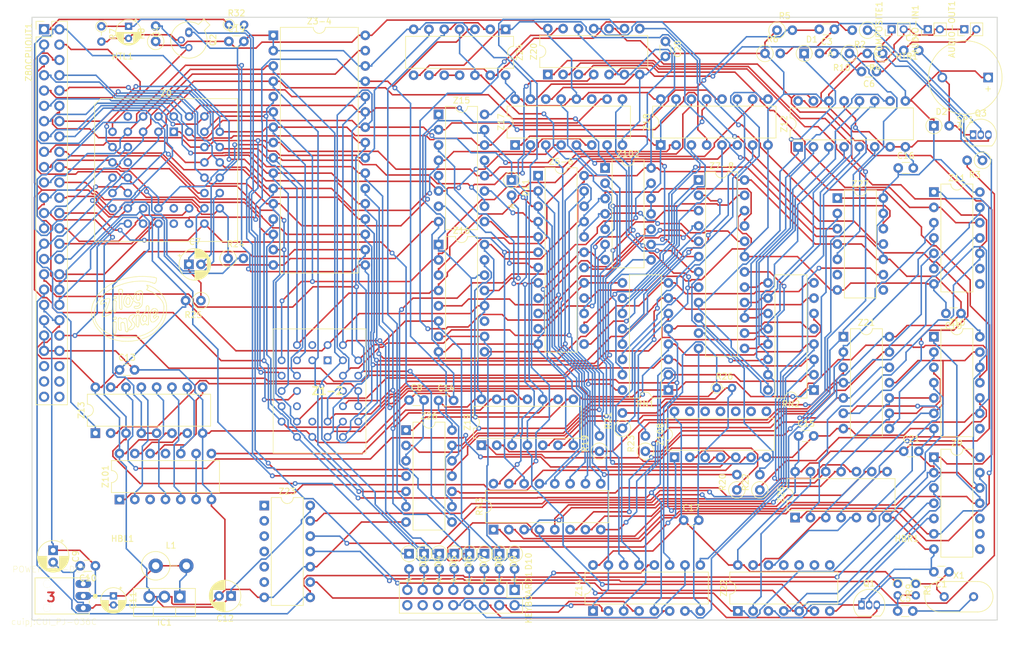
<source format=kicad_pcb>
(kicad_pcb (version 20171130) (host pcbnew "(5.1.2)-1")
  (layers (0 Top signal) (31 Bottom signal) (34 B.Paste user) (35 F.Paste user) (36 B.SilkS user) (37 F.SilkS user) (38 B.Mask user) (39 F.Mask user) (44 Edge.Cuts user))
  (net 0 "")
  (net 1 GND)
  (net 2 /A10)
  (net 3 /A9)
  (net 4 /A8)
  (net 5 /A7)
  (net 6 /A6)
  (net 7 /A5)
  (net 8 /A4)
  (net 9 /A3)
  (net 10 /A2)
  (net 11 /A1)
  (net 12 /A0)
  (net 13 //REFSH)
  (net 14 //M1)
  (net 15 //BUSRQ)
  (net 16 //WAIT)
  (net 17 //BUSAK)
  (net 18 //WR)
  (net 19 //RD)
  (net 20 //IOREQ)
  (net 21 //MREQ)
  (net 22 //HALT)
  (net 23 //INT)
  (net 24 /DA1)
  (net 25 /DA0)
  (net 26 /DA7)
  (net 27 /DA2)
  (net 28 /DA6)
  (net 29 /DA5)
  (net 30 /A15)
  (net 31 /A14)
  (net 32 /A13)
  (net 33 /DA3)
  (net 34 /DA4)
  (net 35 /A12)
  (net 36 /A11)
  (net 37 /VIDEN)
  (net 38 //VHOLD)
  (net 39 /CNT15)
  (net 40 /CNT16)
  (net 41 "Net-(Z24-Pad2)")
  (net 42 "Net-(R2-Pad2)")
  (net 43 "Net-(Z24-Pad10)")
  (net 44 "Net-(Z24-Pad1)")
  (net 45 /CNT8)
  (net 46 "Net-(Z22-Pad12)")
  (net 47 /CNT0)
  (net 48 /CNT1)
  (net 49 /CNT2)
  (net 50 "Net-(Z22-Pad2)")
  (net 51 /CNT6)
  (net 52 /CNT7)
  (net 53 /CNT5)
  (net 54 /CNT17)
  (net 55 "Net-(Z20-Pad5)")
  (net 56 "Net-(C3-Pad2)")
  (net 57 "Net-(RN1-Pad9)")
  (net 58 "Net-(Z20-Pad11)")
  (net 59 "Net-(Z11-Pad12)")
  (net 60 "Net-(Z20-Pad8)")
  (net 61 "Net-(Z20-Pad1)")
  (net 62 /CNT14)
  (net 63 "Net-(Z10-Pad2)")
  (net 64 /CNT13)
  (net 65 /CNT12)
  (net 66 "Net-(Z12-Pad13)")
  (net 67 "Net-(Z23-Pad12)")
  (net 68 "Net-(R3-Pad2)")
  (net 69 "Net-(C5-Pad2)")
  (net 70 "Net-(Z27-Pad6)")
  (net 71 "Net-(Z27-Pad8)")
  (net 72 "Net-(RN2-Pad9)")
  (net 73 "Net-(RN2-Pad10)")
  (net 74 "Net-(RN2-Pad11)")
  (net 75 "Net-(RN2-Pad12)")
  (net 76 "Net-(RN2-Pad13)")
  (net 77 "Net-(RN2-Pad14)")
  (net 78 "Net-(RN2-Pad15)")
  (net 79 "Net-(RN2-Pad16)")
  (net 80 /CNT3)
  (net 81 /CNT4)
  (net 82 "Net-(Z9-Pad10)")
  (net 83 "Net-(Z9-Pad9)")
  (net 84 "Net-(Z9-Pad8)")
  (net 85 /CNT9)
  (net 86 /CNT10)
  (net 87 /CNT11)
  (net 88 "Net-(Z10-Pad8)")
  (net 89 "Net-(Z11-Pad9)")
  (net 90 "Net-(Z11-Pad8)")
  (net 91 "Net-(C4-Pad2)")
  (net 92 "Net-(Q3-Pad2)")
  (net 93 "Net-(C5-Pad1)")
  (net 94 "Net-(R19-Pad2)")
  (net 95 "Net-(R20-Pad2)")
  (net 96 "Net-(R22-Pad2)")
  (net 97 "Net-(R23-Pad2)")
  (net 98 "Net-(RN1-Pad16)")
  (net 99 "Net-(RN1-Pad15)")
  (net 100 "Net-(RN1-Pad14)")
  (net 101 "Net-(RN1-Pad13)")
  (net 102 "Net-(RN1-Pad12)")
  (net 103 "Net-(RN1-Pad11)")
  (net 104 "Net-(RN1-Pad10)")
  (net 105 /EAR)
  (net 106 "Net-(Z17-Pad11)")
  (net 107 "Net-(AUDIO-IN1-Pad1)")
  (net 108 "Net-(AUDIO-OUT1-Pad2)")
  (net 109 "Net-(D3-Pad2)")
  (net 110 "Net-(D4-Pad2)")
  (net 111 "Net-(D5-Pad2)")
  (net 112 "Net-(D6-Pad2)")
  (net 113 "Net-(D7-Pad2)")
  (net 114 "Net-(D8-Pad2)")
  (net 115 "Net-(D9-Pad2)")
  (net 116 "Net-(D10-Pad2)")
  (net 117 "Net-(D1-Pad1)")
  (net 118 "Net-(D11-Pad2)")
  (net 119 "Net-(D11-Pad1)")
  (net 120 "Net-(KEYBOARD1-Pad6)")
  (net 121 "Net-(KEYBOARD1-Pad10)")
  (net 122 "Net-(KEYBOARD1-Pad4)")
  (net 123 "Net-(KEYBOARD1-Pad8)")
  (net 124 "Net-(KEYBOARD1-Pad2)")
  (net 125 "Net-(KEYBOARD1-Pad16)")
  (net 126 "Net-(KEYBOARD1-Pad14)")
  (net 127 "Net-(KEYBOARD1-Pad12)")
  (net 128 "Net-(Z80CPUOUT1-Pad50)")
  (net 129 "Net-(Z80CPUOUT1-Pad49)")
  (net 130 "Net-(Z80CPUOUT1-Pad48)")
  (net 131 "Net-(Z80CPUOUT1-Pad47)")
  (net 132 "Net-(Z80CPUOUT1-Pad46)")
  (net 133 "Net-(Z80CPUOUT1-Pad45)")
  (net 134 "Net-(Z12-Pad6)")
  (net 135 "Net-(Z19-Pad5)")
  (net 136 "Net-(Z19-Pad3)")
  (net 137 "Net-(Z19-Pad11)")
  (net 138 "Net-(Q2-Pad3)")
  (net 139 "#RESET")
  (net 140 +9V)
  (net 141 "#NMI")
  (net 142 "Net-(COMPOSITE1-Pad1)")
  (net 143 "#CPUCLK")
  (net 144 "Net-(Z16-Pad11)")
  (net 145 "Net-(C1-Pad1)")
  (net 146 "Net-(C2-Pad2)")
  (net 147 "Net-(C6-Pad2)")
  (net 148 "Net-(RN3-Pad16)")
  (net 149 "Net-(RN3-Pad15)")
  (net 150 "Net-(RN3-Pad14)")
  (net 151 "Net-(RN3-Pad13)")
  (net 152 "Net-(RN3-Pad12)")
  (net 153 "Net-(RN3-Pad11)")
  (net 154 "Net-(RN3-Pad10)")
  (net 155 "Net-(RN3-Pad9)")
  (net 156 "Net-(R10-Pad1)")
  (net 157 "Net-(R21-Pad1)")
  (net 158 "Net-(Z102-Pad6)")
  (net 159 "Net-(Z102-Pad9)")
  (net 160 "Net-(Z102-Pad5)")
  (net 161 "Net-(Z102-Pad13)")
  (net 162 "Net-(Z102-Pad4)")
  (net 163 "Net-(Z102-Pad10)")
  (net 164 "Net-(Z101-Pad13)")
  (net 165 "Net-(Z101-Pad2)")
  (net 166 "Net-(Z101-Pad4)")
  (net 167 "Net-(Z101-Pad5)")
  (net 168 "Net-(Z101-Pad10)")
  (net 169 "Net-(Z101-Pad12)")
  (net 170 "Net-(Z101-Pad8)")
  (net 171 "Net-(Z101-Pad6)")
  (net 172 "Net-(R26-Pad2)")
  (net 173 "Net-(Z108-Pad2)")
  (net 174 "Net-(Z101-Pad1)")
  (net 175 "Net-(Z102-Pad2)")
  (net 176 "Net-(Z1-2-Pad23)")
  (net 177 "Net-(Z1-2-Pad2)")
  (net 178 "Net-(Z11-Pad13)")
  (net 179 "Net-(Z102-Pad11)")
  (net 180 "Net-(Z25-Pad10)")
  (net 181 "Net-(Z5-6-Pad13)")
  (net 182 "Net-(Z5-6-Pad14)")
  (net 183 "Net-(Z5-6-Pad15)")
  (net 184 "Net-(Z5-6-Pad16)")
  (net 185 "Net-(Z5-6-Pad9)")
  (net 186 "Net-(Z5-6-Pad10)")
  (net 187 "Net-(Z5-6-Pad11)")
  (net 188 /#WE)
  (net 189 "Net-(R32-Pad2)")
  (module Resistor_THT:R_Axial_DIN0204_L3.6mm_D1.6mm_P2.54mm_Vertical (layer Top) (at 103.124 46.736)
    (fp_text reference R32 (at 1.27 -1.92) (layer F.SilkS))
    (fp_text value 1K0)
    (pad 2 thru_hole oval (at 2.54 0) (size 1.4 1.4) (drill 0.7) (layers *.Cu *.Mask) (net 189 "Net-(R32-Pad2)"))
    (pad 1 thru_hole circle (at 0 0) (size 1.4 1.4) (drill 0.7) (layers *.Cu *.Mask) (net 188 /#WE))
  )
  (module Package_LCC:PLCC-44_THT-Socket (layer Top) (at 94 64.5)
    (fp_text reference Z0 (at -1.27 -6.4) (layer F.SilkS))
    (fp_text value Z80CPU_LCC)
    (pad 39 thru_hole circle (at 7.62 0) (size 1.4224 1.4224) (drill 0.8) (layers *.Cu *.Mask) (net 7 /A5))
    (pad 37 thru_hole circle (at 7.62 2.54) (size 1.4224 1.4224) (drill 0.8) (layers *.Cu *.Mask) (net 9 /A3))
    (pad 35 thru_hole circle (at 7.62 5.08) (size 1.4224 1.4224) (drill 0.8) (layers *.Cu *.Mask) (net 11 /A1))
    (pad 33 thru_hole circle (at 7.62 7.62) (size 1.4224 1.4224) (drill 0.8) (layers *.Cu *.Mask) (net 1 GND))
    (pad 31 thru_hole circle (at 7.62 10.16) (size 1.4224 1.4224) (drill 0.8) (layers *.Cu *.Mask) (net 14 //M1))
    (pad 40 thru_hole circle (at 5.08 -2.54) (size 1.4224 1.4224) (drill 0.8) (layers *.Cu *.Mask) (net 6 /A6))
    (pad 38 thru_hole circle (at 5.08 2.54) (size 1.4224 1.4224) (drill 0.8) (layers *.Cu *.Mask) (net 8 /A4))
    (pad 36 thru_hole circle (at 5.08 5.08) (size 1.4224 1.4224) (drill 0.8) (layers *.Cu *.Mask) (net 10 /A2))
    (pad 34 thru_hole circle (at 5.08 7.62) (size 1.4224 1.4224) (drill 0.8) (layers *.Cu *.Mask) (net 12 /A0))
    (pad 32 thru_hole circle (at 5.08 10.16) (size 1.4224 1.4224) (drill 0.8) (layers *.Cu *.Mask) (net 13 //REFSH))
    (pad 30 thru_hole circle (at 5.08 12.7) (size 1.4224 1.4224) (drill 0.8) (layers *.Cu *.Mask) (net 139 "#RESET"))
    (pad 28 thru_hole circle (at 5.08 15.24) (size 1.4224 1.4224) (drill 0.8) (layers *.Cu *.Mask) (net 16 //WAIT))
    (pad 26 thru_hole circle (at 2.54 15.24) (size 1.4224 1.4224) (drill 0.8) (layers *.Cu *.Mask) (net 18 //WR))
    (pad 24 thru_hole circle (at 0 15.24) (size 1.4224 1.4224) (drill 0.8) (layers *.Cu *.Mask))
    (pad 22 thru_hole circle (at -2.54 15.24) (size 1.4224 1.4224) (drill 0.8) (layers *.Cu *.Mask) (net 20 //IOREQ))
    (pad 20 thru_hole circle (at -5.08 15.24) (size 1.4224 1.4224) (drill 0.8) (layers *.Cu *.Mask) (net 22 //HALT))
    (pad 18 thru_hole circle (at -7.62 15.24) (size 1.4224 1.4224) (drill 0.8) (layers *.Cu *.Mask) (net 23 //INT))
    (pad 29 thru_hole circle (at 7.62 12.7) (size 1.4224 1.4224) (drill 0.8) (layers *.Cu *.Mask) (net 15 //BUSRQ))
    (pad 27 thru_hole circle (at 2.54 12.7) (size 1.4224 1.4224) (drill 0.8) (layers *.Cu *.Mask) (net 17 //BUSAK))
    (pad 25 thru_hole circle (at 0 12.7) (size 1.4224 1.4224) (drill 0.8) (layers *.Cu *.Mask))
    (pad 23 thru_hole circle (at -2.54 12.7) (size 1.4224 1.4224) (drill 0.8) (layers *.Cu *.Mask) (net 19 //RD))
    (pad 21 thru_hole circle (at -5.08 12.7) (size 1.4224 1.4224) (drill 0.8) (layers *.Cu *.Mask) (net 21 //MREQ))
    (pad 19 thru_hole circle (at -7.62 12.7) (size 1.4224 1.4224) (drill 0.8) (layers *.Cu *.Mask) (net 141 "#NMI"))
    (pad 17 thru_hole circle (at -10.16 12.7) (size 1.4224 1.4224) (drill 0.8) (layers *.Cu *.Mask) (net 25 /DA0))
    (pad 15 thru_hole circle (at -10.16 10.16) (size 1.4224 1.4224) (drill 0.8) (layers *.Cu *.Mask) (net 28 /DA6))
    (pad 13 thru_hole circle (at -10.16 7.62) (size 1.4224 1.4224) (drill 0.8) (layers *.Cu *.Mask) (net 141 "#NMI"))
    (pad 11 thru_hole circle (at -10.16 5.08) (size 1.4224 1.4224) (drill 0.8) (layers *.Cu *.Mask) (net 29 /DA5))
    (pad 9 thru_hole circle (at -10.16 2.54) (size 1.4224 1.4224) (drill 0.8) (layers *.Cu *.Mask) (net 27 /DA2))
    (pad 7 thru_hole circle (at -10.16 0) (size 1.4224 1.4224) (drill 0.8) (layers *.Cu *.Mask) (net 138 "Net-(Q2-Pad3)"))
    (pad 16 thru_hole circle (at -7.62 10.16) (size 1.4224 1.4224) (drill 0.8) (layers *.Cu *.Mask) (net 26 /DA7))
    (pad 14 thru_hole circle (at -7.62 7.62) (size 1.4224 1.4224) (drill 0.8) (layers *.Cu *.Mask) (net 24 /DA1))
    (pad 12 thru_hole circle (at -7.62 5.08) (size 1.4224 1.4224) (drill 0.8) (layers *.Cu *.Mask))
    (pad 10 thru_hole circle (at -7.62 2.54) (size 1.4224 1.4224) (drill 0.8) (layers *.Cu *.Mask) (net 34 /DA4))
    (pad 8 thru_hole circle (at -7.62 0) (size 1.4224 1.4224) (drill 0.8) (layers *.Cu *.Mask) (net 33 /DA3))
    (pad 42 thru_hole circle (at 2.54 -2.54) (size 1.4224 1.4224) (drill 0.8) (layers *.Cu *.Mask) (net 4 /A8))
    (pad 44 thru_hole circle (at 0 -2.54) (size 1.4224 1.4224) (drill 0.8) (layers *.Cu *.Mask) (net 2 /A10))
    (pad 6 thru_hole circle (at -7.62 -2.54) (size 1.4224 1.4224) (drill 0.8) (layers *.Cu *.Mask))
    (pad 4 thru_hole circle (at -5.08 -2.54) (size 1.4224 1.4224) (drill 0.8) (layers *.Cu *.Mask) (net 31 /A14))
    (pad 2 thru_hole circle (at -2.54 -2.54) (size 1.4224 1.4224) (drill 0.8) (layers *.Cu *.Mask) (net 35 /A12))
    (pad 41 thru_hole circle (at 5.08 0) (size 1.4224 1.4224) (drill 0.8) (layers *.Cu *.Mask) (net 5 /A7))
    (pad 43 thru_hole circle (at 2.54 0) (size 1.4224 1.4224) (drill 0.8) (layers *.Cu *.Mask) (net 3 /A9))
    (pad 5 thru_hole circle (at -5.08 0) (size 1.4224 1.4224) (drill 0.8) (layers *.Cu *.Mask) (net 30 /A15))
    (pad 3 thru_hole circle (at -2.54 0) (size 1.4224 1.4224) (drill 0.8) (layers *.Cu *.Mask) (net 32 /A13))
    (pad 1 thru_hole rect (at 0 0) (size 1.4224 1.4224) (drill 0.8) (layers *.Cu *.Mask) (net 36 /A11))
  )
  (module Capacitor_THT:CP_Radial_D4.0mm_P1.50mm (layer Top) (at 84 141.5 270)
    (fp_text reference C11 (at 0.75 -3.25 90) (layer F.SilkS))
    (fp_text value 100uf)
    (pad 2 thru_hole circle (at 1.5 0 270) (size 1.2 1.2) (drill 0.6) (layers *.Cu *.Mask) (net 1 GND))
    (pad 1 thru_hole rect (at 0 0 270) (size 1.2 1.2) (drill 0.6) (layers *.Cu *.Mask) (net 140 +9V))
  )
  (module Package_DIP:DIP-14_W7.62mm (layer Top) (at 177 118.5 90)
    (fp_text reference Z108 (at 3.81 -2.33 90) (layer F.SilkS))
    (fp_text value 74LS32)
    (pad 14 thru_hole oval (at 7.62 0 90) (size 1.6 1.6) (drill 0.8) (layers *.Cu *.Mask) (net 141 "#NMI"))
    (pad 7 thru_hole oval (at 0 15.24 90) (size 1.6 1.6) (drill 0.8) (layers *.Cu *.Mask) (net 1 GND))
    (pad 13 thru_hole oval (at 7.62 2.54 90) (size 1.6 1.6) (drill 0.8) (layers *.Cu *.Mask))
    (pad 6 thru_hole oval (at 0 12.7 90) (size 1.6 1.6) (drill 0.8) (layers *.Cu *.Mask) (net 174 "Net-(Z101-Pad1)"))
    (pad 12 thru_hole oval (at 7.62 5.08 90) (size 1.6 1.6) (drill 0.8) (layers *.Cu *.Mask))
    (pad 5 thru_hole oval (at 0 10.16 90) (size 1.6 1.6) (drill 0.8) (layers *.Cu *.Mask) (net 173 "Net-(Z108-Pad2)"))
    (pad 11 thru_hole oval (at 7.62 7.62 90) (size 1.6 1.6) (drill 0.8) (layers *.Cu *.Mask))
    (pad 4 thru_hole oval (at 0 7.62 90) (size 1.6 1.6) (drill 0.8) (layers *.Cu *.Mask) (net 175 "Net-(Z102-Pad2)"))
    (pad 10 thru_hole oval (at 7.62 10.16 90) (size 1.6 1.6) (drill 0.8) (layers *.Cu *.Mask))
    (pad 3 thru_hole oval (at 0 5.08 90) (size 1.6 1.6) (drill 0.8) (layers *.Cu *.Mask) (net 172 "Net-(R26-Pad2)"))
    (pad 9 thru_hole oval (at 7.62 12.7 90) (size 1.6 1.6) (drill 0.8) (layers *.Cu *.Mask))
    (pad 2 thru_hole oval (at 0 2.54 90) (size 1.6 1.6) (drill 0.8) (layers *.Cu *.Mask) (net 173 "Net-(Z108-Pad2)"))
    (pad 8 thru_hole oval (at 7.62 15.24 90) (size 1.6 1.6) (drill 0.8) (layers *.Cu *.Mask))
    (pad 1 thru_hole rect (at 0 0 90) (size 1.6 1.6) (drill 0.8) (layers *.Cu *.Mask) (net 35 /A12))
  )
  (module Package_DIP:DIP-14_W7.62mm (layer Top) (at 165.5 70.5)
    (fp_text reference Z102 (at 3.81 -2.33) (layer F.SilkS))
    (fp_text value 74LS04)
    (pad 14 thru_hole oval (at 7.62 0) (size 1.6 1.6) (drill 0.8) (layers *.Cu *.Mask) (net 141 "#NMI"))
    (pad 7 thru_hole oval (at 0 15.24) (size 1.6 1.6) (drill 0.8) (layers *.Cu *.Mask) (net 1 GND))
    (pad 13 thru_hole oval (at 7.62 2.54) (size 1.6 1.6) (drill 0.8) (layers *.Cu *.Mask) (net 161 "Net-(Z102-Pad13)"))
    (pad 6 thru_hole oval (at 0 12.7) (size 1.6 1.6) (drill 0.8) (layers *.Cu *.Mask) (net 158 "Net-(Z102-Pad6)"))
    (pad 12 thru_hole oval (at 7.62 5.08) (size 1.6 1.6) (drill 0.8) (layers *.Cu *.Mask) (net 179 "Net-(Z102-Pad11)"))
    (pad 5 thru_hole oval (at 0 10.16) (size 1.6 1.6) (drill 0.8) (layers *.Cu *.Mask) (net 160 "Net-(Z102-Pad5)"))
    (pad 11 thru_hole oval (at 7.62 7.62) (size 1.6 1.6) (drill 0.8) (layers *.Cu *.Mask) (net 179 "Net-(Z102-Pad11)"))
    (pad 4 thru_hole oval (at 0 7.62) (size 1.6 1.6) (drill 0.8) (layers *.Cu *.Mask) (net 162 "Net-(Z102-Pad4)"))
    (pad 10 thru_hole oval (at 7.62 10.16) (size 1.6 1.6) (drill 0.8) (layers *.Cu *.Mask) (net 163 "Net-(Z102-Pad10)"))
    (pad 3 thru_hole oval (at 0 5.08) (size 1.6 1.6) (drill 0.8) (layers *.Cu *.Mask) (net 189 "Net-(R32-Pad2)"))
    (pad 9 thru_hole oval (at 7.62 12.7) (size 1.6 1.6) (drill 0.8) (layers *.Cu *.Mask) (net 159 "Net-(Z102-Pad9)"))
    (pad 2 thru_hole oval (at 0 2.54) (size 1.6 1.6) (drill 0.8) (layers *.Cu *.Mask) (net 175 "Net-(Z102-Pad2)"))
    (pad 8 thru_hole oval (at 7.62 15.24) (size 1.6 1.6) (drill 0.8) (layers *.Cu *.Mask) (net 23 //INT))
    (pad 1 thru_hole rect (at 0 0) (size 1.6 1.6) (drill 0.8) (layers *.Cu *.Mask) (net 35 /A12))
  )
  (module Package_DIP:DIP-14_W7.62mm (layer Top) (at 85 125.5 90)
    (fp_text reference Z101 (at 3.81 -2.33 90) (layer F.SilkS))
    (fp_text value 74LS21)
    (pad 14 thru_hole oval (at 7.62 0 90) (size 1.6 1.6) (drill 0.8) (layers *.Cu *.Mask) (net 141 "#NMI"))
    (pad 7 thru_hole oval (at 0 15.24 90) (size 1.6 1.6) (drill 0.8) (layers *.Cu *.Mask) (net 1 GND))
    (pad 13 thru_hole oval (at 7.62 2.54 90) (size 1.6 1.6) (drill 0.8) (layers *.Cu *.Mask) (net 164 "Net-(Z101-Pad13)"))
    (pad 6 thru_hole oval (at 0 12.7 90) (size 1.6 1.6) (drill 0.8) (layers *.Cu *.Mask) (net 171 "Net-(Z101-Pad6)"))
    (pad 12 thru_hole oval (at 7.62 5.08 90) (size 1.6 1.6) (drill 0.8) (layers *.Cu *.Mask) (net 169 "Net-(Z101-Pad12)"))
    (pad 5 thru_hole oval (at 0 10.16 90) (size 1.6 1.6) (drill 0.8) (layers *.Cu *.Mask) (net 167 "Net-(Z101-Pad5)"))
    (pad 11 thru_hole oval (at 7.62 7.62 90) (size 1.6 1.6) (drill 0.8) (layers *.Cu *.Mask))
    (pad 4 thru_hole oval (at 0 7.62 90) (size 1.6 1.6) (drill 0.8) (layers *.Cu *.Mask) (net 166 "Net-(Z101-Pad4)"))
    (pad 10 thru_hole oval (at 7.62 10.16 90) (size 1.6 1.6) (drill 0.8) (layers *.Cu *.Mask) (net 168 "Net-(Z101-Pad10)"))
    (pad 3 thru_hole oval (at 0 5.08 90) (size 1.6 1.6) (drill 0.8) (layers *.Cu *.Mask))
    (pad 9 thru_hole oval (at 7.62 12.7 90) (size 1.6 1.6) (drill 0.8) (layers *.Cu *.Mask) (net 171 "Net-(Z101-Pad6)"))
    (pad 2 thru_hole oval (at 0 2.54 90) (size 1.6 1.6) (drill 0.8) (layers *.Cu *.Mask) (net 165 "Net-(Z101-Pad2)"))
    (pad 8 thru_hole oval (at 7.62 15.24 90) (size 1.6 1.6) (drill 0.8) (layers *.Cu *.Mask) (net 170 "Net-(Z101-Pad8)"))
    (pad 1 thru_hole rect (at 0 0 90) (size 1.6 1.6) (drill 0.8) (layers *.Cu *.Mask) (net 174 "Net-(Z101-Pad1)"))
  )
  (module Capacitor_THT:C_Disc_D3.0mm_W1.6mm_P2.50mm (layer Top) (at 203.5 47.5 180)
    (fp_text reference C3 (at 1.25 -2.05) (layer F.SilkS))
    (fp_text value 47nF)
    (pad 2 thru_hole circle (at 2.5 0 180) (size 1.6 1.6) (drill 0.8) (layers *.Cu *.Mask) (net 56 "Net-(C3-Pad2)"))
    (pad 1 thru_hole circle (at 0 0 180) (size 1.6 1.6) (drill 0.8) (layers *.Cu *.Mask) (net 107 "Net-(AUDIO-IN1-Pad1)"))
  )
  (module Diode_THT:D_DO-35_SOD27_P2.54mm_Vertical_AnodeUp (layer Top) (at 150 72.5 270)
    (fp_text reference D11 (at 1.27 -2.326371 90) (layer F.SilkS))
    (fp_text value 1N4148)
    (fp_text user A (at 4.34 0 90) (layer F.SilkS))
    (pad 2 thru_hole oval (at 2.54 0 270) (size 1.6 1.6) (drill 0.8) (layers *.Cu *.Mask) (net 118 "Net-(D11-Pad2)"))
    (pad 1 thru_hole rect (at 0 0 270) (size 1.6 1.6) (drill 0.8) (layers *.Cu *.Mask) (net 119 "Net-(D11-Pad1)"))
  )
  (module Diode_THT:D_DO-35_SOD27_P2.54mm_Vertical_AnodeUp (layer Top) (at 150.5 134.5 270)
    (fp_text reference D10 (at 1.27 -2.326371 90) (layer F.SilkS))
    (fp_text value 1N4148)
    (fp_text user A (at 4.34 0 90) (layer F.SilkS))
    (pad 2 thru_hole oval (at 2.54 0 270) (size 1.6 1.6) (drill 0.8) (layers *.Cu *.Mask) (net 116 "Net-(D10-Pad2)"))
    (pad 1 thru_hole rect (at 0 0 270) (size 1.6 1.6) (drill 0.8) (layers *.Cu *.Mask) (net 4 /A8))
  )
  (module Diode_THT:D_DO-35_SOD27_P2.54mm_Vertical_AnodeUp (layer Top) (at 148 134.5 270)
    (fp_text reference D9 (at 1.27 -2.326371 90) (layer F.SilkS))
    (fp_text value 1N4148)
    (fp_text user A (at 4.34 0 90) (layer F.SilkS))
    (pad 2 thru_hole oval (at 2.54 0 270) (size 1.6 1.6) (drill 0.8) (layers *.Cu *.Mask) (net 115 "Net-(D9-Pad2)"))
    (pad 1 thru_hole rect (at 0 0 270) (size 1.6 1.6) (drill 0.8) (layers *.Cu *.Mask) (net 3 /A9))
  )
  (module Diode_THT:D_DO-35_SOD27_P2.54mm_Vertical_AnodeUp (layer Top) (at 145.5 134.5 270)
    (fp_text reference D8 (at 1.27 -2.326371 90) (layer F.SilkS))
    (fp_text value 1N4148)
    (fp_text user A (at 4.34 0 90) (layer F.SilkS))
    (pad 2 thru_hole oval (at 2.54 0 270) (size 1.6 1.6) (drill 0.8) (layers *.Cu *.Mask) (net 114 "Net-(D8-Pad2)"))
    (pad 1 thru_hole rect (at 0 0 270) (size 1.6 1.6) (drill 0.8) (layers *.Cu *.Mask) (net 2 /A10))
  )
  (module Diode_THT:D_DO-35_SOD27_P2.54mm_Vertical_AnodeUp (layer Top) (at 143 134.5 270)
    (fp_text reference D7 (at 1.27 -2.326371 90) (layer F.SilkS))
    (fp_text value 1N4148)
    (fp_text user A (at 4.34 0 90) (layer F.SilkS))
    (pad 2 thru_hole oval (at 2.54 0 270) (size 1.6 1.6) (drill 0.8) (layers *.Cu *.Mask) (net 113 "Net-(D7-Pad2)"))
    (pad 1 thru_hole rect (at 0 0 270) (size 1.6 1.6) (drill 0.8) (layers *.Cu *.Mask) (net 36 /A11))
  )
  (module Diode_THT:D_DO-35_SOD27_P2.54mm_Vertical_AnodeUp (layer Top) (at 140.5 134.5 270)
    (fp_text reference D6 (at 1.27 -2.326371 90) (layer F.SilkS))
    (fp_text value 1N4148)
    (fp_text user A (at 4.34 0 90) (layer F.SilkS))
    (pad 2 thru_hole oval (at 2.54 0 270) (size 1.6 1.6) (drill 0.8) (layers *.Cu *.Mask) (net 112 "Net-(D6-Pad2)"))
    (pad 1 thru_hole rect (at 0 0 270) (size 1.6 1.6) (drill 0.8) (layers *.Cu *.Mask) (net 35 /A12))
  )
  (module Diode_THT:D_DO-35_SOD27_P2.54mm_Vertical_AnodeUp (layer Top) (at 138 134.5 270)
    (fp_text reference D5 (at 1.27 -2.326371 90) (layer F.SilkS))
    (fp_text value 1N4148)
    (fp_text user A (at 4.34 0 90) (layer F.SilkS))
    (pad 2 thru_hole oval (at 2.54 0 270) (size 1.6 1.6) (drill 0.8) (layers *.Cu *.Mask) (net 111 "Net-(D5-Pad2)"))
    (pad 1 thru_hole rect (at 0 0 270) (size 1.6 1.6) (drill 0.8) (layers *.Cu *.Mask) (net 32 /A13))
  )
  (module Diode_THT:D_DO-35_SOD27_P2.54mm_Vertical_AnodeUp (layer Top) (at 135.5 134.5 270)
    (fp_text reference D4 (at 1.27 -2.326371 90) (layer F.SilkS))
    (fp_text value 1N4148)
    (fp_text user A (at 4.34 0 90) (layer F.SilkS))
    (pad 2 thru_hole oval (at 2.54 0 270) (size 1.6 1.6) (drill 0.8) (layers *.Cu *.Mask) (net 110 "Net-(D4-Pad2)"))
    (pad 1 thru_hole rect (at 0 0 270) (size 1.6 1.6) (drill 0.8) (layers *.Cu *.Mask) (net 31 /A14))
  )
  (module Diode_THT:D_DO-35_SOD27_P2.54mm_Vertical_AnodeUp (layer Top) (at 133 134.5 270)
    (fp_text reference D3 (at 1.27 -2.326371 90) (layer F.SilkS))
    (fp_text value 1N4148)
    (fp_text user A (at 4.34 0 90) (layer F.SilkS))
    (pad 2 thru_hole oval (at 2.54 0 270) (size 1.6 1.6) (drill 0.8) (layers *.Cu *.Mask) (net 109 "Net-(D3-Pad2)"))
    (pad 1 thru_hole rect (at 0 0 270) (size 1.6 1.6) (drill 0.8) (layers *.Cu *.Mask) (net 30 /A15))
  )
  (module Diode_THT:D_DO-35_SOD27_P2.54mm_Vertical_AnodeUp (layer Top) (at 220 63.5)
    (fp_text reference D2 (at 1.27 -2.326371) (layer F.SilkS))
    (fp_text value 1N4148)
    (fp_text user A (at 4.34 0) (layer F.SilkS))
    (pad 2 thru_hole oval (at 2.54 0) (size 1.6 1.6) (drill 0.8) (layers *.Cu *.Mask) (net 146 "Net-(C2-Pad2)"))
    (pad 1 thru_hole rect (at 0 0) (size 1.6 1.6) (drill 0.8) (layers *.Cu *.Mask) (net 141 "#NMI"))
  )
  (module Diode_THT:D_DO-35_SOD27_P2.54mm_Vertical_AnodeUp (layer Top) (at 198.5 51.5)
    (fp_text reference D1 (at 1.27 -2.326371) (layer F.SilkS))
    (fp_text value 1N4148)
    (fp_text user A (at 4.34 0) (layer F.SilkS))
    (pad 2 thru_hole oval (at 2.54 0) (size 1.6 1.6) (drill 0.8) (layers *.Cu *.Mask) (net 142 "Net-(COMPOSITE1-Pad1)"))
    (pad 1 thru_hole rect (at 0 0) (size 1.6 1.6) (drill 0.8) (layers *.Cu *.Mask) (net 117 "Net-(D1-Pad1)"))
  )
  (module MountingHole:MountingHole_2.5mm (layer Top) (at 215.5 55.5)
    (fp_text reference HTR1 (at 0 -3.5) (layer F.SilkS))
    (fp_text value MountingHole)
    (pad 1 np_thru_hole circle (at 0 0) (size 2.5 2.5) (drill 2.5) (layers *.Cu *.Mask))
  )
  (module MountingHole:MountingHole_2.5mm (layer Top) (at 85.5 55.5)
    (fp_text reference HTL1 (at 0 -3.5) (layer F.SilkS))
    (fp_text value MountingHole)
    (pad 1 np_thru_hole circle (at 0 0) (size 2.5 2.5) (drill 2.5) (layers *.Cu *.Mask))
  )
  (module MountingHole:MountingHole_2.5mm (layer Top) (at 215.5 135.5)
    (fp_text reference HBR1 (at 0 -3.5) (layer F.SilkS))
    (fp_text value MountingHole)
    (pad 1 np_thru_hole circle (at 0 0) (size 2.5 2.5) (drill 2.5) (layers *.Cu *.Mask))
  )
  (module MountingHole:MountingHole_2.5mm (layer Top) (at 85.5 135.5)
    (fp_text reference HBL1 (at 0 -3.5) (layer F.SilkS))
    (fp_text value MountingHole)
    (pad 1 np_thru_hole circle (at 0 0) (size 2.5 2.5) (drill 2.5) (layers *.Cu *.Mask))
  )
  (module cuipj:CUI_PJ-036C (layer Top) (at 79 141.5)
    (fp_text reference POWER-9V-DC1 (at -5.58903 -4.41212) (layer F.SilkS) (effects (font (size 1.00161 1.00161) (thickness 0.05))))
    (fp_text value cuipj:CUI_PJ-036C (at -4.84835 4.28794) (layer F.SilkS) (effects (font (size 1.00069 1.00069) (thickness 0.05))))
    (pad Hole np_thru_hole circle (at -6 2) (size 1.3 1.3) (drill 1.3) (layers *.Cu *.Mask F.SilkS))
    (pad Hole np_thru_hole circle (at -6 -2) (size 1.3 1.3) (drill 1.3) (layers *.Cu *.Mask F.SilkS))
    (pad 3 thru_hole oval (at 0 -2 180) (size 2.616 1.308) (drill 0.8) (layers *.Cu *.Mask))
    (pad 2 thru_hole oval (at 0 2 180) (size 2.616 1.308) (drill 0.8) (layers *.Cu *.Mask) (net 1 GND))
    (pad 1 thru_hole oval (at 0 0 180) (size 2.616 1.308) (drill 0.8) (layers *.Cu *.Mask) (net 140 +9V))
  )
  (module Package_LCC:PLCC-32_THT_Socket_11.4x14.0mm_P1.27mm (layer Top) (at 119.5 107.5)
    (fp_text reference Z1-2 (at 0 0) (layer F.SilkS) (effects (font (size 1.27 1.27) (thickness 0.254))))
    (fp_text value 27C256 hide)
    (pad 1 thru_hole rect (at 0 -5.08) (size 1.3 1.3) (drill 0.8) (layers *.Cu *.Mask))
    (pad 2 thru_hole circle (at -2.54 -7.62) (size 1.3 1.3) (drill 0.8) (layers *.Cu *.Mask) (net 177 "Net-(Z1-2-Pad2)"))
    (pad 3 thru_hole circle (at -2.54 -5.08) (size 1.3 1.3) (drill 0.8) (layers *.Cu *.Mask) (net 35 /A12))
    (pad 4 thru_hole circle (at -5.08 -7.62) (size 1.3 1.3) (drill 0.8) (layers *.Cu *.Mask) (net 5 /A7))
    (pad 5 thru_hole circle (at -7.62 -5.08) (size 1.3 1.3) (drill 0.8) (layers *.Cu *.Mask) (net 6 /A6))
    (pad 6 thru_hole circle (at -5.08 -5.08) (size 1.3 1.3) (drill 0.8) (layers *.Cu *.Mask) (net 7 /A5))
    (pad 7 thru_hole circle (at -7.62 -2.54) (size 1.3 1.3) (drill 0.8) (layers *.Cu *.Mask) (net 8 /A4))
    (pad 8 thru_hole circle (at -5.08 -2.54) (size 1.3 1.3) (drill 0.8) (layers *.Cu *.Mask) (net 9 /A3))
    (pad 9 thru_hole circle (at -7.62 0) (size 1.3 1.3) (drill 0.8) (layers *.Cu *.Mask) (net 10 /A2))
    (pad 10 thru_hole circle (at -5.08 0) (size 1.3 1.3) (drill 0.8) (layers *.Cu *.Mask) (net 11 /A1))
    (pad 11 thru_hole circle (at -7.62 2.54) (size 1.3 1.3) (drill 0.8) (layers *.Cu *.Mask) (net 12 /A0))
    (pad 12 thru_hole circle (at -5.08 2.54) (size 1.3 1.3) (drill 0.8) (layers *.Cu *.Mask))
    (pad 13 thru_hole circle (at -7.62 5.08) (size 1.3 1.3) (drill 0.8) (layers *.Cu *.Mask) (net 25 /DA0))
    (pad 14 thru_hole circle (at -5.08 7.62) (size 1.3 1.3) (drill 0.8) (layers *.Cu *.Mask) (net 24 /DA1))
    (pad 15 thru_hole circle (at -5.08 5.08) (size 1.3 1.3) (drill 0.8) (layers *.Cu *.Mask) (net 27 /DA2))
    (pad 16 thru_hole circle (at -2.54 7.62) (size 1.3 1.3) (drill 0.8) (layers *.Cu *.Mask) (net 1 GND))
    (pad 17 thru_hole circle (at -2.54 5.08) (size 1.3 1.3) (drill 0.8) (layers *.Cu *.Mask))
    (pad 18 thru_hole circle (at 0 7.62) (size 1.3 1.3) (drill 0.8) (layers *.Cu *.Mask) (net 33 /DA3))
    (pad 19 thru_hole circle (at 0 5.08) (size 1.3 1.3) (drill 0.8) (layers *.Cu *.Mask) (net 34 /DA4))
    (pad 20 thru_hole circle (at 2.54 7.62) (size 1.3 1.3) (drill 0.8) (layers *.Cu *.Mask) (net 29 /DA5))
    (pad 21 thru_hole circle (at 5.08 5.08) (size 1.3 1.3) (drill 0.8) (layers *.Cu *.Mask) (net 28 /DA6))
    (pad 22 thru_hole circle (at 2.54 5.08) (size 1.3 1.3) (drill 0.8) (layers *.Cu *.Mask) (net 26 /DA7))
    (pad 23 thru_hole circle (at 5.08 2.54) (size 1.3 1.3) (drill 0.8) (layers *.Cu *.Mask) (net 176 "Net-(Z1-2-Pad23)"))
    (pad 24 thru_hole circle (at 2.54 2.54) (size 1.3 1.3) (drill 0.8) (layers *.Cu *.Mask) (net 2 /A10))
    (pad 25 thru_hole circle (at 5.08 0) (size 1.3 1.3) (drill 0.8) (layers *.Cu *.Mask) (net 176 "Net-(Z1-2-Pad23)"))
    (pad 26 thru_hole circle (at 2.54 0) (size 1.3 1.3) (drill 0.8) (layers *.Cu *.Mask))
    (pad 27 thru_hole circle (at 5.08 -2.54) (size 1.3 1.3) (drill 0.8) (layers *.Cu *.Mask) (net 36 /A11))
    (pad 28 thru_hole circle (at 2.54 -2.54) (size 1.3 1.3) (drill 0.8) (layers *.Cu *.Mask) (net 3 /A9))
    (pad 29 thru_hole circle (at 5.08 -5.08) (size 1.3 1.3) (drill 0.8) (layers *.Cu *.Mask) (net 4 /A8))
    (pad 30 thru_hole circle (at 2.54 -7.62) (size 1.3 1.3) (drill 0.8) (layers *.Cu *.Mask) (net 32 /A13))
    (pad 31 thru_hole circle (at 2.54 -5.08) (size 1.3 1.3) (drill 0.8) (layers *.Cu *.Mask) (net 31 /A14))
    (pad 32 thru_hole circle (at 0 -7.62) (size 1.3 1.3) (drill 0.8) (layers *.Cu *.Mask) (net 141 "#NMI"))
  )
  (module Package_DIP:DIP-14_W7.62mm (layer Top) (at 204 75.5)
    (fp_text reference Z27 (at 3.81 -2.33) (layer F.SilkS))
    (fp_text value 74LS74)
    (pad 14 thru_hole oval (at 7.62 0) (size 1.6 1.6) (drill 0.8) (layers *.Cu *.Mask) (net 141 "#NMI"))
    (pad 7 thru_hole oval (at 0 15.24) (size 1.6 1.6) (drill 0.8) (layers *.Cu *.Mask) (net 1 GND))
    (pad 13 thru_hole oval (at 7.62 2.54) (size 1.6 1.6) (drill 0.8) (layers *.Cu *.Mask) (net 141 "#NMI"))
    (pad 6 thru_hole oval (at 0 12.7) (size 1.6 1.6) (drill 0.8) (layers *.Cu *.Mask) (net 70 "Net-(Z27-Pad6)"))
    (pad 12 thru_hole oval (at 7.62 5.08) (size 1.6 1.6) (drill 0.8) (layers *.Cu *.Mask) (net 58 "Net-(Z20-Pad11)"))
    (pad 5 thru_hole oval (at 0 10.16) (size 1.6 1.6) (drill 0.8) (layers *.Cu *.Mask) (net 156 "Net-(R10-Pad1)"))
    (pad 11 thru_hole oval (at 7.62 7.62) (size 1.6 1.6) (drill 0.8) (layers *.Cu *.Mask) (net 60 "Net-(Z20-Pad8)"))
    (pad 4 thru_hole oval (at 0 7.62) (size 1.6 1.6) (drill 0.8) (layers *.Cu *.Mask) (net 141 "#NMI"))
    (pad 10 thru_hole oval (at 7.62 10.16) (size 1.6 1.6) (drill 0.8) (layers *.Cu *.Mask) (net 141 "#NMI"))
    (pad 3 thru_hole oval (at 0 5.08) (size 1.6 1.6) (drill 0.8) (layers *.Cu *.Mask) (net 44 "Net-(Z24-Pad1)"))
    (pad 9 thru_hole oval (at 7.62 12.7) (size 1.6 1.6) (drill 0.8) (layers *.Cu *.Mask) (net 67 "Net-(Z23-Pad12)"))
    (pad 2 thru_hole oval (at 0 2.54) (size 1.6 1.6) (drill 0.8) (layers *.Cu *.Mask) (net 25 /DA0))
    (pad 8 thru_hole oval (at 7.62 15.24) (size 1.6 1.6) (drill 0.8) (layers *.Cu *.Mask) (net 71 "Net-(Z27-Pad8)"))
    (pad 1 thru_hole rect (at 0 0) (size 1.6 1.6) (drill 0.8) (layers *.Cu *.Mask) (net 141 "#NMI"))
  )
  (module Package_DIP:DIP-14_W7.62mm (layer Top) (at 132.5 114)
    (fp_text reference Z26 (at 3.81 -2.33) (layer F.SilkS))
    (fp_text value 74LS32)
    (pad 14 thru_hole oval (at 7.62 0) (size 1.6 1.6) (drill 0.8) (layers *.Cu *.Mask) (net 141 "#NMI"))
    (pad 7 thru_hole oval (at 0 15.24) (size 1.6 1.6) (drill 0.8) (layers *.Cu *.Mask) (net 1 GND))
    (pad 13 thru_hole oval (at 7.62 2.54) (size 1.6 1.6) (drill 0.8) (layers *.Cu *.Mask) (net 119 "Net-(D11-Pad1)"))
    (pad 6 thru_hole oval (at 0 12.7) (size 1.6 1.6) (drill 0.8) (layers *.Cu *.Mask) (net 41 "Net-(Z24-Pad2)"))
    (pad 12 thru_hole oval (at 7.62 5.08) (size 1.6 1.6) (drill 0.8) (layers *.Cu *.Mask) (net 18 //WR))
    (pad 5 thru_hole oval (at 0 10.16) (size 1.6 1.6) (drill 0.8) (layers *.Cu *.Mask) (net 12 /A0))
    (pad 11 thru_hole oval (at 7.62 7.62) (size 1.6 1.6) (drill 0.8) (layers *.Cu *.Mask) (net 189 "Net-(R32-Pad2)"))
    (pad 4 thru_hole oval (at 0 7.62) (size 1.6 1.6) (drill 0.8) (layers *.Cu *.Mask) (net 20 //IOREQ))
    (pad 10 thru_hole oval (at 7.62 10.16) (size 1.6 1.6) (drill 0.8) (layers *.Cu *.Mask) (net 180 "Net-(Z25-Pad10)"))
    (pad 3 thru_hole oval (at 0 5.08) (size 1.6 1.6) (drill 0.8) (layers *.Cu *.Mask) (net 16 //WAIT))
    (pad 9 thru_hole oval (at 7.62 12.7) (size 1.6 1.6) (drill 0.8) (layers *.Cu *.Mask) (net 119 "Net-(D11-Pad1)"))
    (pad 2 thru_hole oval (at 0 2.54) (size 1.6 1.6) (drill 0.8) (layers *.Cu *.Mask) (net 172 "Net-(R26-Pad2)"))
    (pad 8 thru_hole oval (at 7.62 15.24) (size 1.6 1.6) (drill 0.8) (layers *.Cu *.Mask) (net 161 "Net-(Z102-Pad13)"))
    (pad 1 thru_hole rect (at 0 0) (size 1.6 1.6) (drill 0.8) (layers *.Cu *.Mask) (net 38 //VHOLD))
  )
  (module Package_DIP:DIP-14_W7.62mm (layer Top) (at 197 128.5 90)
    (fp_text reference Z25 (at 3.81 -2.33 90) (layer F.SilkS))
    (fp_text value 74LS02)
    (pad 14 thru_hole oval (at 7.62 0 90) (size 1.6 1.6) (drill 0.8) (layers *.Cu *.Mask) (net 141 "#NMI"))
    (pad 7 thru_hole oval (at 0 15.24 90) (size 1.6 1.6) (drill 0.8) (layers *.Cu *.Mask) (net 1 GND))
    (pad 13 thru_hole oval (at 7.62 2.54 90) (size 1.6 1.6) (drill 0.8) (layers *.Cu *.Mask) (net 50 "Net-(Z22-Pad2)"))
    (pad 6 thru_hole oval (at 0 12.7 90) (size 1.6 1.6) (drill 0.8) (layers *.Cu *.Mask) (net 159 "Net-(Z102-Pad9)"))
    (pad 12 thru_hole oval (at 7.62 5.08 90) (size 1.6 1.6) (drill 0.8) (layers *.Cu *.Mask) (net 52 /CNT7))
    (pad 5 thru_hole oval (at 0 10.16 90) (size 1.6 1.6) (drill 0.8) (layers *.Cu *.Mask) (net 46 "Net-(Z22-Pad12)"))
    (pad 11 thru_hole oval (at 7.62 7.62 90) (size 1.6 1.6) (drill 0.8) (layers *.Cu *.Mask) (net 53 /CNT5))
    (pad 4 thru_hole oval (at 0 7.62 90) (size 1.6 1.6) (drill 0.8) (layers *.Cu *.Mask) (net 117 "Net-(D1-Pad1)"))
    (pad 10 thru_hole oval (at 7.62 10.16 90) (size 1.6 1.6) (drill 0.8) (layers *.Cu *.Mask) (net 180 "Net-(Z25-Pad10)"))
    (pad 3 thru_hole oval (at 0 5.08 90) (size 1.6 1.6) (drill 0.8) (layers *.Cu *.Mask) (net 45 /CNT8))
    (pad 9 thru_hole oval (at 7.62 12.7 90) (size 1.6 1.6) (drill 0.8) (layers *.Cu *.Mask) (net 36 /A11))
    (pad 2 thru_hole oval (at 0 2.54 90) (size 1.6 1.6) (drill 0.8) (layers *.Cu *.Mask) (net 54 /CNT17))
    (pad 8 thru_hole oval (at 7.62 15.24 90) (size 1.6 1.6) (drill 0.8) (layers *.Cu *.Mask) (net 119 "Net-(D11-Pad1)"))
    (pad 1 thru_hole rect (at 0 0 90) (size 1.6 1.6) (drill 0.8) (layers *.Cu *.Mask) (net 55 "Net-(Z20-Pad5)"))
  )
  (module Package_DIP:DIP-14_W7.62mm (layer Top) (at 149 47.5 270)
    (fp_text reference Z24 (at 3.81 -2.33 90) (layer F.SilkS))
    (fp_text value 74LS02)
    (pad 14 thru_hole oval (at 7.62 0 270) (size 1.6 1.6) (drill 0.8) (layers *.Cu *.Mask) (net 141 "#NMI"))
    (pad 7 thru_hole oval (at 0 15.24 270) (size 1.6 1.6) (drill 0.8) (layers *.Cu *.Mask) (net 1 GND))
    (pad 13 thru_hole oval (at 7.62 2.54 270) (size 1.6 1.6) (drill 0.8) (layers *.Cu *.Mask) (net 42 "Net-(R2-Pad2)"))
    (pad 6 thru_hole oval (at 0 12.7 270) (size 1.6 1.6) (drill 0.8) (layers *.Cu *.Mask) (net 19 //RD))
    (pad 12 thru_hole oval (at 7.62 5.08 270) (size 1.6 1.6) (drill 0.8) (layers *.Cu *.Mask) (net 160 "Net-(Z102-Pad5)"))
    (pad 5 thru_hole oval (at 0 10.16 270) (size 1.6 1.6) (drill 0.8) (layers *.Cu *.Mask) (net 41 "Net-(Z24-Pad2)"))
    (pad 11 thru_hole oval (at 7.62 7.62 270) (size 1.6 1.6) (drill 0.8) (layers *.Cu *.Mask) (net 43 "Net-(Z24-Pad10)"))
    (pad 4 thru_hole oval (at 0 7.62 270) (size 1.6 1.6) (drill 0.8) (layers *.Cu *.Mask) (net 160 "Net-(Z102-Pad5)"))
    (pad 10 thru_hole oval (at 7.62 10.16 270) (size 1.6 1.6) (drill 0.8) (layers *.Cu *.Mask) (net 43 "Net-(Z24-Pad10)"))
    (pad 3 thru_hole oval (at 0 5.08 270) (size 1.6 1.6) (drill 0.8) (layers *.Cu *.Mask) (net 18 //WR))
    (pad 9 thru_hole oval (at 7.62 12.7 270) (size 1.6 1.6) (drill 0.8) (layers *.Cu *.Mask) (net 42 "Net-(R2-Pad2)"))
    (pad 2 thru_hole oval (at 0 2.54 270) (size 1.6 1.6) (drill 0.8) (layers *.Cu *.Mask) (net 41 "Net-(Z24-Pad2)"))
    (pad 8 thru_hole oval (at 7.62 15.24 270) (size 1.6 1.6) (drill 0.8) (layers *.Cu *.Mask) (net 44 "Net-(Z24-Pad1)"))
    (pad 1 thru_hole rect (at 0 0 270) (size 1.6 1.6) (drill 0.8) (layers *.Cu *.Mask) (net 44 "Net-(Z24-Pad1)"))
  )
  (module Package_DIP:DIP-14_W7.62mm (layer Top) (at 109 126.5)
    (fp_text reference Z23 (at 3.81 -2.33) (layer F.SilkS))
    (fp_text value 74LS86)
    (pad 14 thru_hole oval (at 7.62 0) (size 1.6 1.6) (drill 0.8) (layers *.Cu *.Mask) (net 141 "#NMI"))
    (pad 7 thru_hole oval (at 0 15.24) (size 1.6 1.6) (drill 0.8) (layers *.Cu *.Mask) (net 1 GND))
    (pad 13 thru_hole oval (at 7.62 2.54) (size 1.6 1.6) (drill 0.8) (layers *.Cu *.Mask) (net 66 "Net-(Z12-Pad13)"))
    (pad 6 thru_hole oval (at 0 12.7) (size 1.6 1.6) (drill 0.8) (layers *.Cu *.Mask))
    (pad 12 thru_hole oval (at 7.62 5.08) (size 1.6 1.6) (drill 0.8) (layers *.Cu *.Mask) (net 67 "Net-(Z23-Pad12)"))
    (pad 5 thru_hole oval (at 0 10.16) (size 1.6 1.6) (drill 0.8) (layers *.Cu *.Mask))
    (pad 11 thru_hole oval (at 7.62 7.62) (size 1.6 1.6) (drill 0.8) (layers *.Cu *.Mask) (net 68 "Net-(R3-Pad2)"))
    (pad 4 thru_hole oval (at 0 7.62) (size 1.6 1.6) (drill 0.8) (layers *.Cu *.Mask))
    (pad 10 thru_hole oval (at 7.62 10.16) (size 1.6 1.6) (drill 0.8) (layers *.Cu *.Mask) (net 1 GND))
    (pad 3 thru_hole oval (at 0 5.08) (size 1.6 1.6) (drill 0.8) (layers *.Cu *.Mask))
    (pad 9 thru_hole oval (at 7.62 12.7) (size 1.6 1.6) (drill 0.8) (layers *.Cu *.Mask) (net 93 "Net-(C5-Pad1)"))
    (pad 2 thru_hole oval (at 0 2.54) (size 1.6 1.6) (drill 0.8) (layers *.Cu *.Mask))
    (pad 8 thru_hole oval (at 7.62 15.24) (size 1.6 1.6) (drill 0.8) (layers *.Cu *.Mask) (net 143 "#CPUCLK"))
    (pad 1 thru_hole rect (at 0 0) (size 1.6 1.6) (drill 0.8) (layers *.Cu *.Mask))
  )
  (module Package_DIP:DIP-14_W7.62mm (layer Top) (at 187.5 144 90)
    (fp_text reference Z22 (at 3.81 -2.33 90) (layer F.SilkS))
    (fp_text value 74LS11)
    (pad 14 thru_hole oval (at 7.62 0 90) (size 1.6 1.6) (drill 0.8) (layers *.Cu *.Mask) (net 141 "#NMI"))
    (pad 7 thru_hole oval (at 0 15.24 90) (size 1.6 1.6) (drill 0.8) (layers *.Cu *.Mask) (net 1 GND))
    (pad 13 thru_hole oval (at 7.62 2.54 90) (size 1.6 1.6) (drill 0.8) (layers *.Cu *.Mask) (net 45 /CNT8))
    (pad 6 thru_hole oval (at 0 12.7 90) (size 1.6 1.6) (drill 0.8) (layers *.Cu *.Mask) (net 37 /VIDEN))
    (pad 12 thru_hole oval (at 7.62 5.08 90) (size 1.6 1.6) (drill 0.8) (layers *.Cu *.Mask) (net 46 "Net-(Z22-Pad12)"))
    (pad 5 thru_hole oval (at 0 10.16 90) (size 1.6 1.6) (drill 0.8) (layers *.Cu *.Mask) (net 47 /CNT0))
    (pad 11 thru_hole oval (at 7.62 7.62 90) (size 1.6 1.6) (drill 0.8) (layers *.Cu *.Mask))
    (pad 4 thru_hole oval (at 0 7.62 90) (size 1.6 1.6) (drill 0.8) (layers *.Cu *.Mask) (net 48 /CNT1))
    (pad 10 thru_hole oval (at 7.62 10.16 90) (size 1.6 1.6) (drill 0.8) (layers *.Cu *.Mask))
    (pad 3 thru_hole oval (at 0 5.08 90) (size 1.6 1.6) (drill 0.8) (layers *.Cu *.Mask) (net 49 /CNT2))
    (pad 9 thru_hole oval (at 7.62 12.7 90) (size 1.6 1.6) (drill 0.8) (layers *.Cu *.Mask))
    (pad 2 thru_hole oval (at 0 2.54 90) (size 1.6 1.6) (drill 0.8) (layers *.Cu *.Mask) (net 50 "Net-(Z22-Pad2)"))
    (pad 8 thru_hole oval (at 7.62 15.24 90) (size 1.6 1.6) (drill 0.8) (layers *.Cu *.Mask))
    (pad 1 thru_hole rect (at 0 0 90) (size 1.6 1.6) (drill 0.8) (layers *.Cu *.Mask) (net 51 /CNT6))
  )
  (module Package_DIP:DIP-14_W7.62mm (layer Top) (at 205 98.5)
    (fp_text reference Z21 (at 3.81 -2.33) (layer F.SilkS))
    (fp_text value 74LS11)
    (pad 14 thru_hole oval (at 7.62 0) (size 1.6 1.6) (drill 0.8) (layers *.Cu *.Mask) (net 141 "#NMI"))
    (pad 7 thru_hole oval (at 0 15.24) (size 1.6 1.6) (drill 0.8) (layers *.Cu *.Mask) (net 1 GND))
    (pad 13 thru_hole oval (at 7.62 2.54) (size 1.6 1.6) (drill 0.8) (layers *.Cu *.Mask) (net 62 /CNT14))
    (pad 6 thru_hole oval (at 0 12.7) (size 1.6 1.6) (drill 0.8) (layers *.Cu *.Mask) (net 159 "Net-(Z102-Pad9)"))
    (pad 12 thru_hole oval (at 7.62 5.08) (size 1.6 1.6) (drill 0.8) (layers *.Cu *.Mask) (net 61 "Net-(Z20-Pad1)"))
    (pad 5 thru_hole oval (at 0 10.16) (size 1.6 1.6) (drill 0.8) (layers *.Cu *.Mask) (net 61 "Net-(Z20-Pad1)"))
    (pad 11 thru_hole oval (at 7.62 7.62) (size 1.6 1.6) (drill 0.8) (layers *.Cu *.Mask) (net 45 /CNT8))
    (pad 4 thru_hole oval (at 0 7.62) (size 1.6 1.6) (drill 0.8) (layers *.Cu *.Mask) (net 40 /CNT16))
    (pad 10 thru_hole oval (at 7.62 10.16) (size 1.6 1.6) (drill 0.8) (layers *.Cu *.Mask) (net 52 /CNT7))
    (pad 3 thru_hole oval (at 0 5.08) (size 1.6 1.6) (drill 0.8) (layers *.Cu *.Mask) (net 39 /CNT15))
    (pad 9 thru_hole oval (at 7.62 12.7) (size 1.6 1.6) (drill 0.8) (layers *.Cu *.Mask) (net 53 /CNT5))
    (pad 2 thru_hole oval (at 0 2.54) (size 1.6 1.6) (drill 0.8) (layers *.Cu *.Mask) (net 64 /CNT13))
    (pad 8 thru_hole oval (at 7.62 15.24) (size 1.6 1.6) (drill 0.8) (layers *.Cu *.Mask) (net 63 "Net-(Z10-Pad2)"))
    (pad 1 thru_hole rect (at 0 0) (size 1.6 1.6) (drill 0.8) (layers *.Cu *.Mask) (net 65 /CNT12))
  )
  (module Package_DIP:DIP-14_W7.62mm (layer Top) (at 156 55 90)
    (fp_text reference Z20 (at 3.81 -2.33 90) (layer F.SilkS))
    (fp_text value 74LS08)
    (pad 14 thru_hole oval (at 7.62 0 90) (size 1.6 1.6) (drill 0.8) (layers *.Cu *.Mask) (net 141 "#NMI"))
    (pad 7 thru_hole oval (at 0 15.24 90) (size 1.6 1.6) (drill 0.8) (layers *.Cu *.Mask) (net 1 GND))
    (pad 13 thru_hole oval (at 7.62 2.54 90) (size 1.6 1.6) (drill 0.8) (layers *.Cu *.Mask) (net 57 "Net-(RN1-Pad9)"))
    (pad 6 thru_hole oval (at 0 12.7 90) (size 1.6 1.6) (drill 0.8) (layers *.Cu *.Mask) (net 135 "Net-(Z19-Pad5)"))
    (pad 12 thru_hole oval (at 7.62 5.08 90) (size 1.6 1.6) (drill 0.8) (layers *.Cu *.Mask) (net 135 "Net-(Z19-Pad5)"))
    (pad 5 thru_hole oval (at 0 10.16 90) (size 1.6 1.6) (drill 0.8) (layers *.Cu *.Mask) (net 55 "Net-(Z20-Pad5)"))
    (pad 11 thru_hole oval (at 7.62 7.62 90) (size 1.6 1.6) (drill 0.8) (layers *.Cu *.Mask) (net 58 "Net-(Z20-Pad11)"))
    (pad 4 thru_hole oval (at 0 7.62 90) (size 1.6 1.6) (drill 0.8) (layers *.Cu *.Mask) (net 136 "Net-(Z19-Pad3)"))
    (pad 10 thru_hole oval (at 7.62 10.16 90) (size 1.6 1.6) (drill 0.8) (layers *.Cu *.Mask) (net 143 "#CPUCLK"))
    (pad 3 thru_hole oval (at 0 5.08 90) (size 1.6 1.6) (drill 0.8) (layers *.Cu *.Mask) (net 59 "Net-(Z11-Pad12)"))
    (pad 9 thru_hole oval (at 7.62 12.7 90) (size 1.6 1.6) (drill 0.8) (layers *.Cu *.Mask) (net 37 /VIDEN))
    (pad 2 thru_hole oval (at 0 2.54 90) (size 1.6 1.6) (drill 0.8) (layers *.Cu *.Mask) (net 54 /CNT17))
    (pad 8 thru_hole oval (at 7.62 15.24 90) (size 1.6 1.6) (drill 0.8) (layers *.Cu *.Mask) (net 60 "Net-(Z20-Pad8)"))
    (pad 1 thru_hole rect (at 0 0 90) (size 1.6 1.6) (drill 0.8) (layers *.Cu *.Mask) (net 61 "Net-(Z20-Pad1)"))
  )
  (module Package_DIP:DIP-14_W7.62mm (layer Top) (at 145 116.5 90)
    (fp_text reference Z19 (at 3.81 -2.33 90) (layer F.SilkS))
    (fp_text value 74LS00)
    (pad 14 thru_hole oval (at 7.62 0 90) (size 1.6 1.6) (drill 0.8) (layers *.Cu *.Mask) (net 141 "#NMI"))
    (pad 7 thru_hole oval (at 0 15.24 90) (size 1.6 1.6) (drill 0.8) (layers *.Cu *.Mask) (net 1 GND))
    (pad 13 thru_hole oval (at 7.62 2.54 90) (size 1.6 1.6) (drill 0.8) (layers *.Cu *.Mask) (net 170 "Net-(Z101-Pad8)"))
    (pad 6 thru_hole oval (at 0 12.7 90) (size 1.6 1.6) (drill 0.8) (layers *.Cu *.Mask) (net 134 "Net-(Z12-Pad6)"))
    (pad 12 thru_hole oval (at 7.62 5.08 90) (size 1.6 1.6) (drill 0.8) (layers *.Cu *.Mask) (net 170 "Net-(Z101-Pad8)"))
    (pad 5 thru_hole oval (at 0 10.16 90) (size 1.6 1.6) (drill 0.8) (layers *.Cu *.Mask) (net 135 "Net-(Z19-Pad5)"))
    (pad 11 thru_hole oval (at 7.62 7.62 90) (size 1.6 1.6) (drill 0.8) (layers *.Cu *.Mask) (net 137 "Net-(Z19-Pad11)"))
    (pad 4 thru_hole oval (at 0 7.62 90) (size 1.6 1.6) (drill 0.8) (layers *.Cu *.Mask) (net 37 /VIDEN))
    (pad 10 thru_hole oval (at 7.62 10.16 90) (size 1.6 1.6) (drill 0.8) (layers *.Cu *.Mask) (net 37 /VIDEN))
    (pad 3 thru_hole oval (at 0 5.08 90) (size 1.6 1.6) (drill 0.8) (layers *.Cu *.Mask) (net 136 "Net-(Z19-Pad3)"))
    (pad 9 thru_hole oval (at 7.62 12.7 90) (size 1.6 1.6) (drill 0.8) (layers *.Cu *.Mask) (net 2 /A10))
    (pad 2 thru_hole oval (at 0 2.54 90) (size 1.6 1.6) (drill 0.8) (layers *.Cu *.Mask) (net 39 /CNT15))
    (pad 8 thru_hole oval (at 7.62 15.24 90) (size 1.6 1.6) (drill 0.8) (layers *.Cu *.Mask) (net 38 //VHOLD))
    (pad 1 thru_hole rect (at 0 0 90) (size 1.6 1.6) (drill 0.8) (layers *.Cu *.Mask) (net 40 /CNT16))
  )
  (module Package_DIP:DIP-14_W7.62mm (layer Top) (at 220 74.5)
    (fp_text reference Z11 (at 3.81 -2.33) (layer F.SilkS))
    (fp_text value 74LS393)
    (pad 14 thru_hole oval (at 7.62 0) (size 1.6 1.6) (drill 0.8) (layers *.Cu *.Mask) (net 141 "#NMI"))
    (pad 7 thru_hole oval (at 0 15.24) (size 1.6 1.6) (drill 0.8) (layers *.Cu *.Mask) (net 1 GND))
    (pad 13 thru_hole oval (at 7.62 2.54) (size 1.6 1.6) (drill 0.8) (layers *.Cu *.Mask) (net 178 "Net-(Z11-Pad13)"))
    (pad 6 thru_hole oval (at 0 12.7) (size 1.6 1.6) (drill 0.8) (layers *.Cu *.Mask) (net 178 "Net-(Z11-Pad13)"))
    (pad 12 thru_hole oval (at 7.62 5.08) (size 1.6 1.6) (drill 0.8) (layers *.Cu *.Mask) (net 59 "Net-(Z11-Pad12)"))
    (pad 5 thru_hole oval (at 0 10.16) (size 1.6 1.6) (drill 0.8) (layers *.Cu *.Mask) (net 62 /CNT14))
    (pad 11 thru_hole oval (at 7.62 7.62) (size 1.6 1.6) (drill 0.8) (layers *.Cu *.Mask) (net 40 /CNT16))
    (pad 4 thru_hole oval (at 0 7.62) (size 1.6 1.6) (drill 0.8) (layers *.Cu *.Mask) (net 64 /CNT13))
    (pad 10 thru_hole oval (at 7.62 10.16) (size 1.6 1.6) (drill 0.8) (layers *.Cu *.Mask) (net 54 /CNT17))
    (pad 3 thru_hole oval (at 0 5.08) (size 1.6 1.6) (drill 0.8) (layers *.Cu *.Mask) (net 65 /CNT12))
    (pad 9 thru_hole oval (at 7.62 12.7) (size 1.6 1.6) (drill 0.8) (layers *.Cu *.Mask) (net 89 "Net-(Z11-Pad9)"))
    (pad 2 thru_hole oval (at 0 2.54) (size 1.6 1.6) (drill 0.8) (layers *.Cu *.Mask) (net 59 "Net-(Z11-Pad12)"))
    (pad 8 thru_hole oval (at 7.62 15.24) (size 1.6 1.6) (drill 0.8) (layers *.Cu *.Mask) (net 90 "Net-(Z11-Pad8)"))
    (pad 1 thru_hole rect (at 0 0) (size 1.6 1.6) (drill 0.8) (layers *.Cu *.Mask) (net 87 /CNT11))
  )
  (module Package_DIP:DIP-14_W7.62mm (layer Top) (at 220 98.5)
    (fp_text reference Z10 (at 3.81 -2.33) (layer F.SilkS))
    (fp_text value 74LS393)
    (pad 14 thru_hole oval (at 7.62 0) (size 1.6 1.6) (drill 0.8) (layers *.Cu *.Mask) (net 141 "#NMI"))
    (pad 7 thru_hole oval (at 0 15.24) (size 1.6 1.6) (drill 0.8) (layers *.Cu *.Mask) (net 1 GND))
    (pad 13 thru_hole oval (at 7.62 2.54) (size 1.6 1.6) (drill 0.8) (layers *.Cu *.Mask) (net 45 /CNT8))
    (pad 6 thru_hole oval (at 0 12.7) (size 1.6 1.6) (drill 0.8) (layers *.Cu *.Mask) (net 45 /CNT8))
    (pad 12 thru_hole oval (at 7.62 5.08) (size 1.6 1.6) (drill 0.8) (layers *.Cu *.Mask) (net 1 GND))
    (pad 5 thru_hole oval (at 0 10.16) (size 1.6 1.6) (drill 0.8) (layers *.Cu *.Mask) (net 52 /CNT7))
    (pad 11 thru_hole oval (at 7.62 7.62) (size 1.6 1.6) (drill 0.8) (layers *.Cu *.Mask) (net 85 /CNT9))
    (pad 4 thru_hole oval (at 0 7.62) (size 1.6 1.6) (drill 0.8) (layers *.Cu *.Mask) (net 51 /CNT6))
    (pad 10 thru_hole oval (at 7.62 10.16) (size 1.6 1.6) (drill 0.8) (layers *.Cu *.Mask) (net 86 /CNT10))
    (pad 3 thru_hole oval (at 0 5.08) (size 1.6 1.6) (drill 0.8) (layers *.Cu *.Mask) (net 53 /CNT5))
    (pad 9 thru_hole oval (at 7.62 12.7) (size 1.6 1.6) (drill 0.8) (layers *.Cu *.Mask) (net 87 /CNT11))
    (pad 2 thru_hole oval (at 0 2.54) (size 1.6 1.6) (drill 0.8) (layers *.Cu *.Mask) (net 63 "Net-(Z10-Pad2)"))
    (pad 8 thru_hole oval (at 7.62 15.24) (size 1.6 1.6) (drill 0.8) (layers *.Cu *.Mask) (net 88 "Net-(Z10-Pad8)"))
    (pad 1 thru_hole rect (at 0 0) (size 1.6 1.6) (drill 0.8) (layers *.Cu *.Mask) (net 81 /CNT4))
  )
  (module Package_DIP:DIP-14_W7.62mm (layer Top) (at 220 118.5)
    (fp_text reference Z9 (at 3.81 -2.33) (layer F.SilkS))
    (fp_text value 74LS393)
    (pad 14 thru_hole oval (at 7.62 0) (size 1.6 1.6) (drill 0.8) (layers *.Cu *.Mask) (net 141 "#NMI"))
    (pad 7 thru_hole oval (at 0 15.24) (size 1.6 1.6) (drill 0.8) (layers *.Cu *.Mask) (net 1 GND))
    (pad 13 thru_hole oval (at 7.62 2.54) (size 1.6 1.6) (drill 0.8) (layers *.Cu *.Mask) (net 80 /CNT3))
    (pad 6 thru_hole oval (at 0 12.7) (size 1.6 1.6) (drill 0.8) (layers *.Cu *.Mask) (net 80 /CNT3))
    (pad 12 thru_hole oval (at 7.62 5.08) (size 1.6 1.6) (drill 0.8) (layers *.Cu *.Mask) (net 1 GND))
    (pad 5 thru_hole oval (at 0 10.16) (size 1.6 1.6) (drill 0.8) (layers *.Cu *.Mask) (net 49 /CNT2))
    (pad 11 thru_hole oval (at 7.62 7.62) (size 1.6 1.6) (drill 0.8) (layers *.Cu *.Mask) (net 81 /CNT4))
    (pad 4 thru_hole oval (at 0 7.62) (size 1.6 1.6) (drill 0.8) (layers *.Cu *.Mask) (net 48 /CNT1))
    (pad 10 thru_hole oval (at 7.62 10.16) (size 1.6 1.6) (drill 0.8) (layers *.Cu *.Mask) (net 82 "Net-(Z9-Pad10)"))
    (pad 3 thru_hole oval (at 0 5.08) (size 1.6 1.6) (drill 0.8) (layers *.Cu *.Mask) (net 47 /CNT0))
    (pad 9 thru_hole oval (at 7.62 12.7) (size 1.6 1.6) (drill 0.8) (layers *.Cu *.Mask) (net 83 "Net-(Z9-Pad9)"))
    (pad 2 thru_hole oval (at 0 2.54) (size 1.6 1.6) (drill 0.8) (layers *.Cu *.Mask) (net 1 GND))
    (pad 8 thru_hole oval (at 7.62 15.24) (size 1.6 1.6) (drill 0.8) (layers *.Cu *.Mask) (net 84 "Net-(Z9-Pad8)"))
    (pad 1 thru_hole rect (at 0 0) (size 1.6 1.6) (drill 0.8) (layers *.Cu *.Mask) (net 143 "#CPUCLK"))
  )
  (module Inductor_THT:L_Axial_L13.0mm_D4.5mm_P5.08mm_Vertical_Fastron_HCCC (layer Top) (at 91 136.5)
    (fp_text reference L1 (at 2.54 -3.37) (layer F.SilkS))
    (fp_text value EMI_Filter_LL_1423)
    (pad 1 thru_hole circle (at 0 0) (size 2.4 2.4) (drill 1.2) (layers *.Cu *.Mask) (net 140 +9V))
    (pad 2 thru_hole oval (at 5.08 0) (size 2.4 2.4) (drill 1.2) (layers *.Cu *.Mask) (net 140 +9V))
  )
  (module Buzzer_Beeper:MagneticBuzzer_ProSignal_ABI-009-RC (layer Top) (at 229 55.5 180)
    (fp_text reference SP1 (at 3.8 -7) (layer F.SilkS))
    (fp_text value AL11P)
    (fp_text user + (at 0 -1.8) (layer F.SilkS))
    (pad 1 thru_hole rect (at 0 0 180) (size 1.6 1.6) (drill 1) (layers *.Cu *.Mask) (net 141 "#NMI"))
    (pad 2 thru_hole circle (at 7.6 0 180) (size 1.6 1.6) (drill 1) (layers *.Cu *.Mask) (net 146 "Net-(C2-Pad2)"))
  )
  (module Connector_PinHeader_2.00mm:PinHeader_1x02_P2.00mm_Vertical (layer Top) (at 213 47.5 90)
    (fp_text reference COMPOSITE1 (at 0 -2.06 90) (layer F.SilkS))
    (fp_text value 332-02)
    (pad 1 thru_hole rect (at 0 0 90) (size 1.35 1.35) (drill 0.8) (layers *.Cu *.Mask) (net 142 "Net-(COMPOSITE1-Pad1)"))
    (pad 2 thru_hole oval (at 0 2 90) (size 1.35 1.35) (drill 0.8) (layers *.Cu *.Mask) (net 1 GND))
  )
  (module Package_DIP:DIP-16_W7.62mm (layer Top) (at 147 130.5 90)
    (fp_text reference RN3 (at 3.81 -2.33 90) (layer F.SilkS))
    (fp_text value 1k)
    (pad 1 thru_hole rect (at 0 0 90) (size 1.6 1.6) (drill 0.8) (layers *.Cu *.Mask) (net 80 /CNT3))
    (pad 9 thru_hole oval (at 7.62 17.78 90) (size 1.6 1.6) (drill 0.8) (layers *.Cu *.Mask) (net 155 "Net-(RN3-Pad9)"))
    (pad 2 thru_hole oval (at 0 2.54 90) (size 1.6 1.6) (drill 0.8) (layers *.Cu *.Mask) (net 81 /CNT4))
    (pad 10 thru_hole oval (at 7.62 15.24 90) (size 1.6 1.6) (drill 0.8) (layers *.Cu *.Mask) (net 154 "Net-(RN3-Pad10)"))
    (pad 3 thru_hole oval (at 0 5.08 90) (size 1.6 1.6) (drill 0.8) (layers *.Cu *.Mask) (net 53 /CNT5))
    (pad 11 thru_hole oval (at 7.62 12.7 90) (size 1.6 1.6) (drill 0.8) (layers *.Cu *.Mask) (net 153 "Net-(RN3-Pad11)"))
    (pad 4 thru_hole oval (at 0 7.62 90) (size 1.6 1.6) (drill 0.8) (layers *.Cu *.Mask) (net 51 /CNT6))
    (pad 12 thru_hole oval (at 7.62 10.16 90) (size 1.6 1.6) (drill 0.8) (layers *.Cu *.Mask) (net 152 "Net-(RN3-Pad12)"))
    (pad 5 thru_hole oval (at 0 10.16 90) (size 1.6 1.6) (drill 0.8) (layers *.Cu *.Mask) (net 52 /CNT7))
    (pad 13 thru_hole oval (at 7.62 7.62 90) (size 1.6 1.6) (drill 0.8) (layers *.Cu *.Mask) (net 151 "Net-(RN3-Pad13)"))
    (pad 6 thru_hole oval (at 0 12.7 90) (size 1.6 1.6) (drill 0.8) (layers *.Cu *.Mask) (net 65 /CNT12))
    (pad 14 thru_hole oval (at 7.62 5.08 90) (size 1.6 1.6) (drill 0.8) (layers *.Cu *.Mask) (net 150 "Net-(RN3-Pad14)"))
    (pad 7 thru_hole oval (at 0 15.24 90) (size 1.6 1.6) (drill 0.8) (layers *.Cu *.Mask) (net 64 /CNT13))
    (pad 15 thru_hole oval (at 7.62 2.54 90) (size 1.6 1.6) (drill 0.8) (layers *.Cu *.Mask) (net 149 "Net-(RN3-Pad15)"))
    (pad 8 thru_hole oval (at 0 17.78 90) (size 1.6 1.6) (drill 0.8) (layers *.Cu *.Mask) (net 62 /CNT14))
    (pad 16 thru_hole oval (at 7.62 0 90) (size 1.6 1.6) (drill 0.8) (layers *.Cu *.Mask) (net 148 "Net-(RN3-Pad16)"))
  )
  (module Package_DIP:DIP-16_W7.62mm (layer Top) (at 200.12 107.34 180)
    (fp_text reference RN2 (at 3.81 -2.33) (layer F.SilkS))
    (fp_text value 10k)
    (pad 1 thru_hole rect (at 0 0 180) (size 1.6 1.6) (drill 0.8) (layers *.Cu *.Mask) (net 25 /DA0))
    (pad 9 thru_hole oval (at 7.62 17.78 180) (size 1.6 1.6) (drill 0.8) (layers *.Cu *.Mask) (net 72 "Net-(RN2-Pad9)"))
    (pad 2 thru_hole oval (at 0 2.54 180) (size 1.6 1.6) (drill 0.8) (layers *.Cu *.Mask) (net 24 /DA1))
    (pad 10 thru_hole oval (at 7.62 15.24 180) (size 1.6 1.6) (drill 0.8) (layers *.Cu *.Mask) (net 73 "Net-(RN2-Pad10)"))
    (pad 3 thru_hole oval (at 0 5.08 180) (size 1.6 1.6) (drill 0.8) (layers *.Cu *.Mask) (net 27 /DA2))
    (pad 11 thru_hole oval (at 7.62 12.7 180) (size 1.6 1.6) (drill 0.8) (layers *.Cu *.Mask) (net 74 "Net-(RN2-Pad11)"))
    (pad 4 thru_hole oval (at 0 7.62 180) (size 1.6 1.6) (drill 0.8) (layers *.Cu *.Mask) (net 33 /DA3))
    (pad 12 thru_hole oval (at 7.62 10.16 180) (size 1.6 1.6) (drill 0.8) (layers *.Cu *.Mask) (net 75 "Net-(RN2-Pad12)"))
    (pad 5 thru_hole oval (at 0 10.16 180) (size 1.6 1.6) (drill 0.8) (layers *.Cu *.Mask) (net 34 /DA4))
    (pad 13 thru_hole oval (at 7.62 7.62 180) (size 1.6 1.6) (drill 0.8) (layers *.Cu *.Mask) (net 76 "Net-(RN2-Pad13)"))
    (pad 6 thru_hole oval (at 0 12.7 180) (size 1.6 1.6) (drill 0.8) (layers *.Cu *.Mask) (net 29 /DA5))
    (pad 14 thru_hole oval (at 7.62 5.08 180) (size 1.6 1.6) (drill 0.8) (layers *.Cu *.Mask) (net 77 "Net-(RN2-Pad14)"))
    (pad 7 thru_hole oval (at 0 15.24 180) (size 1.6 1.6) (drill 0.8) (layers *.Cu *.Mask) (net 28 /DA6))
    (pad 15 thru_hole oval (at 7.62 2.54 180) (size 1.6 1.6) (drill 0.8) (layers *.Cu *.Mask) (net 78 "Net-(RN2-Pad15)"))
    (pad 8 thru_hole oval (at 0 17.78 180) (size 1.6 1.6) (drill 0.8) (layers *.Cu *.Mask) (net 26 /DA7))
    (pad 16 thru_hole oval (at 7.62 0 180) (size 1.6 1.6) (drill 0.8) (layers *.Cu *.Mask) (net 79 "Net-(RN2-Pad16)"))
  )
  (module Package_DIP:DIP-16_W7.62mm (layer Top) (at 175.99 107.34 180)
    (fp_text reference RN1 (at 3.81 -2.33) (layer F.SilkS))
    (fp_text value 10k)
    (pad 1 thru_hole rect (at 0 0 180) (size 1.6 1.6) (drill 0.8) (layers *.Cu *.Mask) (net 25 /DA0))
    (pad 9 thru_hole oval (at 7.62 17.78 180) (size 1.6 1.6) (drill 0.8) (layers *.Cu *.Mask) (net 57 "Net-(RN1-Pad9)"))
    (pad 2 thru_hole oval (at 0 2.54 180) (size 1.6 1.6) (drill 0.8) (layers *.Cu *.Mask) (net 24 /DA1))
    (pad 10 thru_hole oval (at 7.62 15.24 180) (size 1.6 1.6) (drill 0.8) (layers *.Cu *.Mask) (net 104 "Net-(RN1-Pad10)"))
    (pad 3 thru_hole oval (at 0 5.08 180) (size 1.6 1.6) (drill 0.8) (layers *.Cu *.Mask) (net 27 /DA2))
    (pad 11 thru_hole oval (at 7.62 12.7 180) (size 1.6 1.6) (drill 0.8) (layers *.Cu *.Mask) (net 103 "Net-(RN1-Pad11)"))
    (pad 4 thru_hole oval (at 0 7.62 180) (size 1.6 1.6) (drill 0.8) (layers *.Cu *.Mask) (net 33 /DA3))
    (pad 12 thru_hole oval (at 7.62 10.16 180) (size 1.6 1.6) (drill 0.8) (layers *.Cu *.Mask) (net 102 "Net-(RN1-Pad12)"))
    (pad 5 thru_hole oval (at 0 10.16 180) (size 1.6 1.6) (drill 0.8) (layers *.Cu *.Mask) (net 34 /DA4))
    (pad 13 thru_hole oval (at 7.62 7.62 180) (size 1.6 1.6) (drill 0.8) (layers *.Cu *.Mask) (net 101 "Net-(RN1-Pad13)"))
    (pad 6 thru_hole oval (at 0 12.7 180) (size 1.6 1.6) (drill 0.8) (layers *.Cu *.Mask) (net 29 /DA5))
    (pad 14 thru_hole oval (at 7.62 5.08 180) (size 1.6 1.6) (drill 0.8) (layers *.Cu *.Mask) (net 100 "Net-(RN1-Pad14)"))
    (pad 7 thru_hole oval (at 0 15.24 180) (size 1.6 1.6) (drill 0.8) (layers *.Cu *.Mask) (net 28 /DA6))
    (pad 15 thru_hole oval (at 7.62 2.54 180) (size 1.6 1.6) (drill 0.8) (layers *.Cu *.Mask) (net 99 "Net-(RN1-Pad15)"))
    (pad 8 thru_hole oval (at 0 17.78 180) (size 1.6 1.6) (drill 0.8) (layers *.Cu *.Mask) (net 26 /DA7))
    (pad 16 thru_hole oval (at 7.62 0 180) (size 1.6 1.6) (drill 0.8) (layers *.Cu *.Mask) (net 98 "Net-(RN1-Pad16)"))
  )
  (module Capacitor_THT:C_Disc_D3.0mm_W1.6mm_P2.50mm (layer Top) (at 210.5 54.5 180)
    (fp_text reference C6 (at 1.25 -2.05) (layer F.SilkS))
    (fp_text value 47nF)
    (pad 1 thru_hole circle (at 0 0 180) (size 1.6 1.6) (drill 0.8) (layers *.Cu *.Mask) (net 108 "Net-(AUDIO-OUT1-Pad2)"))
    (pad 2 thru_hole circle (at 2.5 0 180) (size 1.6 1.6) (drill 0.8) (layers *.Cu *.Mask) (net 147 "Net-(C6-Pad2)"))
  )
  (module Capacitor_THT:C_Disc_D3.0mm_W1.6mm_P2.50mm (layer Top) (at 215 51)
    (fp_text reference C2 (at 1.25 -2.05) (layer F.SilkS))
    (fp_text value 47nF)
    (pad 1 thru_hole circle (at 0 0) (size 1.6 1.6) (drill 0.8) (layers *.Cu *.Mask) (net 108 "Net-(AUDIO-OUT1-Pad2)"))
    (pad 2 thru_hole circle (at 2.5 0) (size 1.6 1.6) (drill 0.8) (layers *.Cu *.Mask) (net 146 "Net-(C2-Pad2)"))
  )
  (module Resistor_THT:R_Axial_DIN0204_L3.6mm_D1.6mm_P1.90mm_Vertical (layer Top) (at 214 139.5 270)
    (fp_text reference R9 (at 0.95 -1.92 90) (layer F.SilkS))
    (fp_text value 47k)
    (pad 1 thru_hole circle (at 0 0 270) (size 1.4 1.4) (drill 0.7) (layers *.Cu *.Mask) (net 141 "#NMI"))
    (pad 2 thru_hole oval (at 1.9 0 270) (size 1.4 1.4) (drill 0.7) (layers *.Cu *.Mask) (net 93 "Net-(C5-Pad1)"))
  )
  (module Resistor_THT:R_Axial_DIN0204_L3.6mm_D1.6mm_P1.90mm_Vertical (layer Top) (at 217 139.5 270)
    (fp_text reference R1 (at 0.95 -1.92 90) (layer F.SilkS))
    (fp_text value 47k)
    (pad 1 thru_hole circle (at 0 0 270) (size 1.4 1.4) (drill 0.7) (layers *.Cu *.Mask) (net 145 "Net-(C1-Pad1)"))
    (pad 2 thru_hole oval (at 1.9 0 270) (size 1.4 1.4) (drill 0.7) (layers *.Cu *.Mask) (net 93 "Net-(C5-Pad1)"))
  )
  (module Capacitor_THT:C_Disc_D3.0mm_W1.6mm_P2.50mm (layer Top) (at 214 144)
    (fp_text reference C5 (at 1.25 -2.05) (layer F.SilkS))
    (fp_text value 47nF)
    (pad 1 thru_hole circle (at 0 0) (size 1.6 1.6) (drill 0.8) (layers *.Cu *.Mask) (net 93 "Net-(C5-Pad1)"))
    (pad 2 thru_hole circle (at 2.5 0) (size 1.6 1.6) (drill 0.8) (layers *.Cu *.Mask) (net 69 "Net-(C5-Pad2)"))
  )
  (module Capacitor_THT:C_Disc_D3.0mm_W1.6mm_P2.50mm (layer Top) (at 222.5 137.5 180)
    (fp_text reference C1 (at 1.25 -2.05) (layer F.SilkS))
    (fp_text value 47nF)
    (pad 1 thru_hole circle (at 0 0 180) (size 1.6 1.6) (drill 0.8) (layers *.Cu *.Mask) (net 145 "Net-(C1-Pad1)"))
    (pad 2 thru_hole circle (at 2.5 0 180) (size 1.6 1.6) (drill 0.8) (layers *.Cu *.Mask) (net 1 GND))
  )
  (module Crystal:Crystal_HC49-U_Vertical (layer Top) (at 221.71 141.63)
    (fp_text reference X1 (at 2.44 -3.525) (layer F.SilkS))
    (fp_text value "CRYSTALHC49U-V 6.556MHz")
    (pad 1 thru_hole circle (at 0 0) (size 1.5 1.5) (drill 0.8) (layers *.Cu *.Mask) (net 145 "Net-(C1-Pad1)"))
    (pad 2 thru_hole circle (at 4.88 0) (size 1.5 1.5) (drill 0.8) (layers *.Cu *.Mask) (net 69 "Net-(C5-Pad2)"))
  )
  (module Package_DIP:DIP-16_W7.62mm (layer Top) (at 137.89 83.21)
    (fp_text reference Z16 (at 3.81 -2.33) (layer F.SilkS))
    (fp_text value 74LS367)
    (pad 1 thru_hole rect (at 0 0) (size 1.6 1.6) (drill 0.8) (layers *.Cu *.Mask) (net 119 "Net-(D11-Pad1)"))
    (pad 9 thru_hole oval (at 7.62 17.78) (size 1.6 1.6) (drill 0.8) (layers *.Cu *.Mask) (net 95 "Net-(R20-Pad2)"))
    (pad 2 thru_hole oval (at 0 2.54) (size 1.6 1.6) (drill 0.8) (layers *.Cu *.Mask) (net 6 /A6))
    (pad 10 thru_hole oval (at 7.62 15.24) (size 1.6 1.6) (drill 0.8) (layers *.Cu *.Mask) (net 3 /A9))
    (pad 3 thru_hole oval (at 0 5.08) (size 1.6 1.6) (drill 0.8) (layers *.Cu *.Mask) (net 154 "Net-(RN3-Pad10)"))
    (pad 11 thru_hole oval (at 7.62 12.7) (size 1.6 1.6) (drill 0.8) (layers *.Cu *.Mask) (net 144 "Net-(Z16-Pad11)"))
    (pad 4 thru_hole oval (at 0 7.62) (size 1.6 1.6) (drill 0.8) (layers *.Cu *.Mask) (net 5 /A7))
    (pad 12 thru_hole oval (at 7.62 10.16) (size 1.6 1.6) (drill 0.8) (layers *.Cu *.Mask) (net 141 "#NMI"))
    (pad 5 thru_hole oval (at 0 10.16) (size 1.6 1.6) (drill 0.8) (layers *.Cu *.Mask) (net 155 "Net-(RN3-Pad9)"))
    (pad 13 thru_hole oval (at 7.62 7.62) (size 1.6 1.6) (drill 0.8) (layers *.Cu *.Mask) (net 118 "Net-(D11-Pad2)"))
    (pad 6 thru_hole oval (at 0 12.7) (size 1.6 1.6) (drill 0.8) (layers *.Cu *.Mask) (net 4 /A8))
    (pad 14 thru_hole oval (at 7.62 5.08) (size 1.6 1.6) (drill 0.8) (layers *.Cu *.Mask) (net 119 "Net-(D11-Pad1)"))
    (pad 7 thru_hole oval (at 0 15.24) (size 1.6 1.6) (drill 0.8) (layers *.Cu *.Mask) (net 94 "Net-(R19-Pad2)"))
    (pad 15 thru_hole oval (at 7.62 2.54) (size 1.6 1.6) (drill 0.8) (layers *.Cu *.Mask) (net 38 //VHOLD))
    (pad 8 thru_hole oval (at 0 17.78) (size 1.6 1.6) (drill 0.8) (layers *.Cu *.Mask) (net 1 GND))
    (pad 16 thru_hole oval (at 7.62 0) (size 1.6 1.6) (drill 0.8) (layers *.Cu *.Mask) (net 141 "#NMI"))
  )
  (module Package_DIP:DIP-16_W7.62mm (layer Top) (at 137.89 61.62)
    (fp_text reference Z15 (at 3.81 -2.33) (layer F.SilkS))
    (fp_text value 74LS367)
    (pad 1 thru_hole rect (at 0 0) (size 1.6 1.6) (drill 0.8) (layers *.Cu *.Mask) (net 119 "Net-(D11-Pad1)"))
    (pad 9 thru_hole oval (at 7.62 17.78) (size 1.6 1.6) (drill 0.8) (layers *.Cu *.Mask) (net 151 "Net-(RN3-Pad13)"))
    (pad 2 thru_hole oval (at 0 2.54) (size 1.6 1.6) (drill 0.8) (layers *.Cu *.Mask) (net 12 /A0))
    (pad 10 thru_hole oval (at 7.62 15.24) (size 1.6 1.6) (drill 0.8) (layers *.Cu *.Mask) (net 9 /A3))
    (pad 3 thru_hole oval (at 0 5.08) (size 1.6 1.6) (drill 0.8) (layers *.Cu *.Mask) (net 148 "Net-(RN3-Pad16)"))
    (pad 11 thru_hole oval (at 7.62 12.7) (size 1.6 1.6) (drill 0.8) (layers *.Cu *.Mask) (net 152 "Net-(RN3-Pad12)"))
    (pad 4 thru_hole oval (at 0 7.62) (size 1.6 1.6) (drill 0.8) (layers *.Cu *.Mask) (net 11 /A1))
    (pad 12 thru_hole oval (at 7.62 10.16) (size 1.6 1.6) (drill 0.8) (layers *.Cu *.Mask) (net 8 /A4))
    (pad 5 thru_hole oval (at 0 10.16) (size 1.6 1.6) (drill 0.8) (layers *.Cu *.Mask) (net 149 "Net-(RN3-Pad15)"))
    (pad 13 thru_hole oval (at 7.62 7.62) (size 1.6 1.6) (drill 0.8) (layers *.Cu *.Mask) (net 153 "Net-(RN3-Pad11)"))
    (pad 6 thru_hole oval (at 0 12.7) (size 1.6 1.6) (drill 0.8) (layers *.Cu *.Mask) (net 10 /A2))
    (pad 14 thru_hole oval (at 7.62 5.08) (size 1.6 1.6) (drill 0.8) (layers *.Cu *.Mask) (net 7 /A5))
    (pad 7 thru_hole oval (at 0 15.24) (size 1.6 1.6) (drill 0.8) (layers *.Cu *.Mask) (net 150 "Net-(RN3-Pad14)"))
    (pad 15 thru_hole oval (at 7.62 2.54) (size 1.6 1.6) (drill 0.8) (layers *.Cu *.Mask) (net 119 "Net-(D11-Pad1)"))
    (pad 8 thru_hole oval (at 0 17.78) (size 1.6 1.6) (drill 0.8) (layers *.Cu *.Mask) (net 1 GND))
    (pad 16 thru_hole oval (at 7.62 0) (size 1.6 1.6) (drill 0.8) (layers *.Cu *.Mask) (net 141 "#NMI"))
  )
  (module Package_DIP:DIP-16_W7.62mm (layer Top) (at 163.5 144 90)
    (fp_text reference Z14 (at 3.81 -2.33 90) (layer F.SilkS))
    (fp_text value 74LS367)
    (pad 1 thru_hole rect (at 0 0 90) (size 1.6 1.6) (drill 0.8) (layers *.Cu *.Mask) (net 158 "Net-(Z102-Pad6)"))
    (pad 9 thru_hole oval (at 7.62 17.78 90) (size 1.6 1.6) (drill 0.8) (layers *.Cu *.Mask) (net 33 /DA3))
    (pad 2 thru_hole oval (at 0 2.54 90) (size 1.6 1.6) (drill 0.8) (layers *.Cu *.Mask) (net 124 "Net-(KEYBOARD1-Pad2)"))
    (pad 10 thru_hole oval (at 7.62 15.24 90) (size 1.6 1.6) (drill 0.8) (layers *.Cu *.Mask) (net 123 "Net-(KEYBOARD1-Pad8)"))
    (pad 3 thru_hole oval (at 0 5.08 90) (size 1.6 1.6) (drill 0.8) (layers *.Cu *.Mask) (net 25 /DA0))
    (pad 11 thru_hole oval (at 7.62 12.7 90) (size 1.6 1.6) (drill 0.8) (layers *.Cu *.Mask) (net 34 /DA4))
    (pad 4 thru_hole oval (at 0 7.62 90) (size 1.6 1.6) (drill 0.8) (layers *.Cu *.Mask) (net 122 "Net-(KEYBOARD1-Pad4)"))
    (pad 12 thru_hole oval (at 7.62 10.16 90) (size 1.6 1.6) (drill 0.8) (layers *.Cu *.Mask) (net 121 "Net-(KEYBOARD1-Pad10)"))
    (pad 5 thru_hole oval (at 0 10.16 90) (size 1.6 1.6) (drill 0.8) (layers *.Cu *.Mask) (net 24 /DA1))
    (pad 13 thru_hole oval (at 7.62 7.62 90) (size 1.6 1.6) (drill 0.8) (layers *.Cu *.Mask) (net 29 /DA5))
    (pad 6 thru_hole oval (at 0 12.7 90) (size 1.6 1.6) (drill 0.8) (layers *.Cu *.Mask) (net 120 "Net-(KEYBOARD1-Pad6)"))
    (pad 14 thru_hole oval (at 7.62 5.08 90) (size 1.6 1.6) (drill 0.8) (layers *.Cu *.Mask) (net 105 /EAR))
    (pad 7 thru_hole oval (at 0 15.24 90) (size 1.6 1.6) (drill 0.8) (layers *.Cu *.Mask) (net 27 /DA2))
    (pad 15 thru_hole oval (at 7.62 2.54 90) (size 1.6 1.6) (drill 0.8) (layers *.Cu *.Mask) (net 158 "Net-(Z102-Pad6)"))
    (pad 8 thru_hole oval (at 0 17.78 90) (size 1.6 1.6) (drill 0.8) (layers *.Cu *.Mask) (net 1 GND))
    (pad 16 thru_hole oval (at 7.62 0 90) (size 1.6 1.6) (drill 0.8) (layers *.Cu *.Mask) (net 141 "#NMI"))
  )
  (module Package_TO_SOT_THT:TO-220-3_Vertical (layer Top) (at 95 141.63 180)
    (fp_text reference IC1 (at 2.54 -4.27) (layer F.SilkS))
    (fp_text value LM7805_TO220)
    (pad 1 thru_hole rect (at 0 0 180) (size 1.905 2) (drill 1.1) (layers *.Cu *.Mask) (net 140 +9V))
    (pad 2 thru_hole oval (at 2.54 0 180) (size 1.905 2) (drill 1.1) (layers *.Cu *.Mask) (net 1 GND))
    (pad 3 thru_hole oval (at 5.08 0 180) (size 1.905 2) (drill 1.1) (layers *.Cu *.Mask) (net 141 "#NMI"))
  )
  (module Package_TO_SOT_THT:TO-18-3 (layer Top) (at 96.5 48 270)
    (fp_text reference Q2 (at 1.27 -4.02 90) (layer F.SilkS))
    (fp_text value 2N2369A)
    (pad 1 thru_hole oval (at 0 0 270) (size 1.6 1.2) (drill 0.7) (layers *.Cu *.Mask) (net 1 GND))
    (pad 2 thru_hole oval (at 1.27 1.27 270) (size 1.2 1.2) (drill 0.7) (layers *.Cu *.Mask) (net 91 "Net-(C4-Pad2)"))
    (pad 3 thru_hole oval (at 2.54 0 270) (size 1.2 1.2) (drill 0.7) (layers *.Cu *.Mask) (net 138 "Net-(Q2-Pad3)"))
  )
  (module Package_DIP:DIP-16_W7.62mm (layer Top) (at 81 114.5 90)
    (fp_text reference Z13 (at 3.81 -2.33 90) (layer F.SilkS))
    (fp_text value 74LS138)
    (pad 1 thru_hole rect (at 0 0 90) (size 1.6 1.6) (drill 0.8) (layers *.Cu *.Mask) (net 32 /A13))
    (pad 9 thru_hole oval (at 7.62 17.78 90) (size 1.6 1.6) (drill 0.8) (layers *.Cu *.Mask) (net 169 "Net-(Z101-Pad12)"))
    (pad 2 thru_hole oval (at 0 2.54 90) (size 1.6 1.6) (drill 0.8) (layers *.Cu *.Mask) (net 31 /A14))
    (pad 10 thru_hole oval (at 7.62 15.24 90) (size 1.6 1.6) (drill 0.8) (layers *.Cu *.Mask) (net 168 "Net-(Z101-Pad10)"))
    (pad 3 thru_hole oval (at 0 5.08 90) (size 1.6 1.6) (drill 0.8) (layers *.Cu *.Mask) (net 30 /A15))
    (pad 11 thru_hole oval (at 7.62 12.7 90) (size 1.6 1.6) (drill 0.8) (layers *.Cu *.Mask) (net 167 "Net-(Z101-Pad5)"))
    (pad 4 thru_hole oval (at 0 7.62 90) (size 1.6 1.6) (drill 0.8) (layers *.Cu *.Mask) (net 21 //MREQ))
    (pad 12 thru_hole oval (at 7.62 10.16 90) (size 1.6 1.6) (drill 0.8) (layers *.Cu *.Mask) (net 166 "Net-(Z101-Pad4)"))
    (pad 5 thru_hole oval (at 0 10.16 90) (size 1.6 1.6) (drill 0.8) (layers *.Cu *.Mask) (net 21 //MREQ))
    (pad 13 thru_hole oval (at 7.62 7.62 90) (size 1.6 1.6) (drill 0.8) (layers *.Cu *.Mask) (net 165 "Net-(Z101-Pad2)"))
    (pad 6 thru_hole oval (at 0 12.7 90) (size 1.6 1.6) (drill 0.8) (layers *.Cu *.Mask) (net 141 "#NMI"))
    (pad 14 thru_hole oval (at 7.62 5.08 90) (size 1.6 1.6) (drill 0.8) (layers *.Cu *.Mask) (net 173 "Net-(Z108-Pad2)"))
    (pad 7 thru_hole oval (at 0 15.24 90) (size 1.6 1.6) (drill 0.8) (layers *.Cu *.Mask) (net 164 "Net-(Z101-Pad13)"))
    (pad 15 thru_hole oval (at 7.62 2.54 90) (size 1.6 1.6) (drill 0.8) (layers *.Cu *.Mask) (net 176 "Net-(Z1-2-Pad23)"))
    (pad 8 thru_hole oval (at 0 17.78 90) (size 1.6 1.6) (drill 0.8) (layers *.Cu *.Mask) (net 1 GND))
    (pad 16 thru_hole oval (at 7.62 0 90) (size 1.6 1.6) (drill 0.8) (layers *.Cu *.Mask) (net 141 "#NMI"))
  )
  (module Capacitor_THT:C_Disc_D3.0mm_W1.6mm_P2.50mm (layer Top) (at 215 117.5)
    (fp_text reference C21 (at 1.25 -2.05) (layer F.SilkS))
    (fp_text value 100nf)
    (pad 1 thru_hole circle (at 0 0) (size 1.6 1.6) (drill 0.8) (layers *.Cu *.Mask) (net 141 "#NMI"))
    (pad 2 thru_hole circle (at 2.5 0) (size 1.6 1.6) (drill 0.8) (layers *.Cu *.Mask) (net 1 GND))
  )
  (module Capacitor_THT:C_Disc_D3.0mm_W1.6mm_P2.50mm (layer Top) (at 175.5 49.5 270)
    (fp_text reference C20 (at 1.25 -2.05 90) (layer F.SilkS))
    (fp_text value 100nf)
    (pad 1 thru_hole circle (at 0 0 270) (size 1.6 1.6) (drill 0.8) (layers *.Cu *.Mask) (net 141 "#NMI"))
    (pad 2 thru_hole circle (at 2.5 0 270) (size 1.6 1.6) (drill 0.8) (layers *.Cu *.Mask) (net 1 GND))
  )
  (module Capacitor_THT:C_Disc_D3.0mm_W1.6mm_P2.50mm (layer Top) (at 103.124 49.5)
    (fp_text reference C19 (at 1.25 -2.05) (layer F.SilkS))
    (fp_text value 100nf)
    (pad 1 thru_hole circle (at 0 0) (size 1.6 1.6) (drill 0.8) (layers *.Cu *.Mask) (net 141 "#NMI"))
    (pad 2 thru_hole circle (at 2.5 0) (size 1.6 1.6) (drill 0.8) (layers *.Cu *.Mask) (net 1 GND))
  )
  (module Capacitor_THT:C_Disc_D3.0mm_W1.6mm_P2.50mm (layer Top) (at 224.5 94.64 180)
    (fp_text reference C18 (at 1.25 -2.05) (layer F.SilkS))
    (fp_text value 100nf)
    (pad 1 thru_hole circle (at 0 0 180) (size 1.6 1.6) (drill 0.8) (layers *.Cu *.Mask) (net 141 "#NMI"))
    (pad 2 thru_hole circle (at 2.5 0 180) (size 1.6 1.6) (drill 0.8) (layers *.Cu *.Mask) (net 1 GND))
  )
  (module Capacitor_THT:C_Disc_D3.0mm_W1.6mm_P2.50mm (layer Top) (at 178.53 128.93)
    (fp_text reference C17 (at 1.25 -2.05) (layer F.SilkS))
    (fp_text value 100nf)
    (pad 1 thru_hole circle (at 0 0) (size 1.6 1.6) (drill 0.8) (layers *.Cu *.Mask) (net 141 "#NMI"))
    (pad 2 thru_hole circle (at 2.5 0) (size 1.6 1.6) (drill 0.8) (layers *.Cu *.Mask) (net 1 GND))
  )
  (module Capacitor_THT:C_Disc_D3.0mm_W1.6mm_P2.50mm (layer Top) (at 214.09 70.51)
    (fp_text reference C16 (at 1.25 -2.05) (layer F.SilkS))
    (fp_text value 100nf)
    (pad 1 thru_hole circle (at 0 0) (size 1.6 1.6) (drill 0.8) (layers *.Cu *.Mask) (net 141 "#NMI"))
    (pad 2 thru_hole circle (at 2.5 0) (size 1.6 1.6) (drill 0.8) (layers *.Cu *.Mask) (net 1 GND))
  )
  (module Capacitor_THT:C_Disc_D3.0mm_W1.6mm_P2.50mm (layer Top) (at 197.58 114.96)
    (fp_text reference C15 (at 1.25 -2.05) (layer F.SilkS))
    (fp_text value 100nf)
    (pad 1 thru_hole circle (at 0 0) (size 1.6 1.6) (drill 0.8) (layers *.Cu *.Mask) (net 141 "#NMI"))
    (pad 2 thru_hole circle (at 2.5 0) (size 1.6 1.6) (drill 0.8) (layers *.Cu *.Mask) (net 1 GND))
  )
  (module Capacitor_THT:C_Disc_D3.0mm_W1.6mm_P2.50mm (layer Top) (at 137.89 109.07)
    (fp_text reference C14 (at 1.25 -2.05) (layer F.SilkS))
    (fp_text value 100nf)
    (pad 1 thru_hole circle (at 0 0) (size 1.6 1.6) (drill 0.8) (layers *.Cu *.Mask) (net 141 "#NMI"))
    (pad 2 thru_hole circle (at 2.5 0) (size 1.6 1.6) (drill 0.8) (layers *.Cu *.Mask) (net 1 GND))
  )
  (module Capacitor_THT:C_Disc_D3.0mm_W1.6mm_P2.50mm (layer Top) (at 85 104)
    (fp_text reference C13 (at 1.25 -2.05) (layer F.SilkS))
    (fp_text value 100nf)
    (pad 1 thru_hole circle (at 0 0) (size 1.6 1.6) (drill 0.8) (layers *.Cu *.Mask) (net 141 "#NMI"))
    (pad 2 thru_hole circle (at 2.5 0) (size 1.6 1.6) (drill 0.8) (layers *.Cu *.Mask) (net 1 GND))
  )
  (module Capacitor_THT:C_Disc_D3.0mm_W1.6mm_P2.50mm (layer Top) (at 81 136.5 180)
    (fp_text reference C10 (at 1.25 -2.05) (layer F.SilkS))
    (fp_text value 100nf)
    (pad 1 thru_hole circle (at 0 0 180) (size 1.6 1.6) (drill 0.8) (layers *.Cu *.Mask) (net 140 +9V))
    (pad 2 thru_hole circle (at 2.5 0 180) (size 1.6 1.6) (drill 0.8) (layers *.Cu *.Mask) (net 1 GND))
  )
  (module Package_DIP:DIP-16_W7.62mm (layer Top) (at 174.72 66.7 90)
    (fp_text reference Z18 (at 3.81 -2.33 90) (layer F.SilkS))
    (fp_text value 74LS367)
    (pad 1 thru_hole rect (at 0 0 90) (size 1.6 1.6) (drill 0.8) (layers *.Cu *.Mask) (net 179 "Net-(Z102-Pad11)"))
    (pad 9 thru_hole oval (at 7.62 17.78 90) (size 1.6 1.6) (drill 0.8) (layers *.Cu *.Mask) (net 101 "Net-(RN1-Pad13)"))
    (pad 2 thru_hole oval (at 0 2.54 90) (size 1.6 1.6) (drill 0.8) (layers *.Cu *.Mask) (net 3 /A9))
    (pad 10 thru_hole oval (at 7.62 15.24 90) (size 1.6 1.6) (drill 0.8) (layers *.Cu *.Mask) (net 6 /A6))
    (pad 3 thru_hole oval (at 0 5.08 90) (size 1.6 1.6) (drill 0.8) (layers *.Cu *.Mask) (net 104 "Net-(RN1-Pad10)"))
    (pad 11 thru_hole oval (at 7.62 12.7 90) (size 1.6 1.6) (drill 0.8) (layers *.Cu *.Mask) (net 100 "Net-(RN1-Pad14)"))
    (pad 4 thru_hole oval (at 0 7.62 90) (size 1.6 1.6) (drill 0.8) (layers *.Cu *.Mask) (net 4 /A8))
    (pad 12 thru_hole oval (at 7.62 10.16 90) (size 1.6 1.6) (drill 0.8) (layers *.Cu *.Mask) (net 7 /A5))
    (pad 5 thru_hole oval (at 0 10.16 90) (size 1.6 1.6) (drill 0.8) (layers *.Cu *.Mask) (net 103 "Net-(RN1-Pad11)"))
    (pad 13 thru_hole oval (at 7.62 7.62 90) (size 1.6 1.6) (drill 0.8) (layers *.Cu *.Mask) (net 99 "Net-(RN1-Pad15)"))
    (pad 6 thru_hole oval (at 0 12.7 90) (size 1.6 1.6) (drill 0.8) (layers *.Cu *.Mask) (net 5 /A7))
    (pad 14 thru_hole oval (at 7.62 5.08 90) (size 1.6 1.6) (drill 0.8) (layers *.Cu *.Mask) (net 8 /A4))
    (pad 7 thru_hole oval (at 0 15.24 90) (size 1.6 1.6) (drill 0.8) (layers *.Cu *.Mask) (net 102 "Net-(RN1-Pad12)"))
    (pad 15 thru_hole oval (at 7.62 2.54 90) (size 1.6 1.6) (drill 0.8) (layers *.Cu *.Mask) (net 179 "Net-(Z102-Pad11)"))
    (pad 8 thru_hole oval (at 0 17.78 90) (size 1.6 1.6) (drill 0.8) (layers *.Cu *.Mask) (net 1 GND))
    (pad 16 thru_hole oval (at 7.62 0 90) (size 1.6 1.6) (drill 0.8) (layers *.Cu *.Mask) (net 141 "#NMI"))
  )
  (module Package_DIP:DIP-16_W7.62mm (layer Top) (at 150.59 66.7 90)
    (fp_text reference Z17 (at 3.81 -2.33 90) (layer F.SilkS))
    (fp_text value 74LS367)
    (pad 1 thru_hole rect (at 0 0 90) (size 1.6 1.6) (drill 0.8) (layers *.Cu *.Mask) (net 179 "Net-(Z102-Pad11)"))
    (pad 9 thru_hole oval (at 7.62 17.78 90) (size 1.6 1.6) (drill 0.8) (layers *.Cu *.Mask) (net 157 "Net-(R21-Pad1)"))
    (pad 2 thru_hole oval (at 0 2.54 90) (size 1.6 1.6) (drill 0.8) (layers *.Cu *.Mask) (net 9 /A3))
    (pad 10 thru_hole oval (at 7.62 15.24 90) (size 1.6 1.6) (drill 0.8) (layers *.Cu *.Mask) (net 12 /A0))
    (pad 3 thru_hole oval (at 0 5.08 90) (size 1.6 1.6) (drill 0.8) (layers *.Cu *.Mask) (net 98 "Net-(RN1-Pad16)"))
    (pad 11 thru_hole oval (at 7.62 12.7 90) (size 1.6 1.6) (drill 0.8) (layers *.Cu *.Mask) (net 106 "Net-(Z17-Pad11)"))
    (pad 4 thru_hole oval (at 0 7.62 90) (size 1.6 1.6) (drill 0.8) (layers *.Cu *.Mask) (net 10 /A2))
    (pad 12 thru_hole oval (at 7.62 10.16 90) (size 1.6 1.6) (drill 0.8) (layers *.Cu *.Mask) (net 141 "#NMI"))
    (pad 5 thru_hole oval (at 0 10.16 90) (size 1.6 1.6) (drill 0.8) (layers *.Cu *.Mask) (net 97 "Net-(R23-Pad2)"))
    (pad 13 thru_hole oval (at 7.62 7.62 90) (size 1.6 1.6) (drill 0.8) (layers *.Cu *.Mask) (net 105 /EAR))
    (pad 6 thru_hole oval (at 0 12.7 90) (size 1.6 1.6) (drill 0.8) (layers *.Cu *.Mask) (net 11 /A1))
    (pad 14 thru_hole oval (at 7.62 5.08 90) (size 1.6 1.6) (drill 0.8) (layers *.Cu *.Mask) (net 56 "Net-(C3-Pad2)"))
    (pad 7 thru_hole oval (at 0 15.24 90) (size 1.6 1.6) (drill 0.8) (layers *.Cu *.Mask) (net 96 "Net-(R22-Pad2)"))
    (pad 15 thru_hole oval (at 7.62 2.54 90) (size 1.6 1.6) (drill 0.8) (layers *.Cu *.Mask) (net 1 GND))
    (pad 8 thru_hole oval (at 0 17.78 90) (size 1.6 1.6) (drill 0.8) (layers *.Cu *.Mask) (net 1 GND))
    (pad 16 thru_hole oval (at 7.62 0 90) (size 1.6 1.6) (drill 0.8) (layers *.Cu *.Mask) (net 141 "#NMI"))
  )
  (module Package_DIP:DIP-16_W7.62mm (layer Top) (at 197.5 67 90)
    (fp_text reference Z12 (at 3.81 -2.33 90) (layer F.SilkS))
    (fp_text value 74LS166)
    (pad 1 thru_hole rect (at 0 0 90) (size 1.6 1.6) (drill 0.8) (layers *.Cu *.Mask) (net 79 "Net-(RN2-Pad16)"))
    (pad 9 thru_hole oval (at 7.62 17.78 90) (size 1.6 1.6) (drill 0.8) (layers *.Cu *.Mask) (net 141 "#NMI"))
    (pad 2 thru_hole oval (at 0 2.54 90) (size 1.6 1.6) (drill 0.8) (layers *.Cu *.Mask) (net 78 "Net-(RN2-Pad15)"))
    (pad 10 thru_hole oval (at 7.62 15.24 90) (size 1.6 1.6) (drill 0.8) (layers *.Cu *.Mask) (net 74 "Net-(RN2-Pad11)"))
    (pad 3 thru_hole oval (at 0 5.08 90) (size 1.6 1.6) (drill 0.8) (layers *.Cu *.Mask) (net 77 "Net-(RN2-Pad14)"))
    (pad 11 thru_hole oval (at 7.62 12.7 90) (size 1.6 1.6) (drill 0.8) (layers *.Cu *.Mask) (net 73 "Net-(RN2-Pad10)"))
    (pad 4 thru_hole oval (at 0 7.62 90) (size 1.6 1.6) (drill 0.8) (layers *.Cu *.Mask) (net 76 "Net-(RN2-Pad13)"))
    (pad 12 thru_hole oval (at 7.62 10.16 90) (size 1.6 1.6) (drill 0.8) (layers *.Cu *.Mask) (net 72 "Net-(RN2-Pad9)"))
    (pad 5 thru_hole oval (at 0 10.16 90) (size 1.6 1.6) (drill 0.8) (layers *.Cu *.Mask) (net 75 "Net-(RN2-Pad12)"))
    (pad 13 thru_hole oval (at 7.62 7.62 90) (size 1.6 1.6) (drill 0.8) (layers *.Cu *.Mask) (net 66 "Net-(Z12-Pad13)"))
    (pad 6 thru_hole oval (at 0 12.7 90) (size 1.6 1.6) (drill 0.8) (layers *.Cu *.Mask) (net 134 "Net-(Z12-Pad6)"))
    (pad 14 thru_hole oval (at 7.62 5.08 90) (size 1.6 1.6) (drill 0.8) (layers *.Cu *.Mask) (net 1 GND))
    (pad 7 thru_hole oval (at 0 15.24 90) (size 1.6 1.6) (drill 0.8) (layers *.Cu *.Mask) (net 1 GND))
    (pad 15 thru_hole oval (at 7.62 2.54 90) (size 1.6 1.6) (drill 0.8) (layers *.Cu *.Mask) (net 143 "#CPUCLK"))
    (pad 8 thru_hole oval (at 0 17.78 90) (size 1.6 1.6) (drill 0.8) (layers *.Cu *.Mask) (net 1 GND))
    (pad 16 thru_hole oval (at 7.62 0 90) (size 1.6 1.6) (drill 0.8) (layers *.Cu *.Mask) (net 141 "#NMI"))
  )
  (module Package_TO_SOT_THT:TO-92_Inline (layer Top) (at 226.5 65)
    (fp_text reference Q3 (at 1.27 -3.56) (layer F.SilkS))
    (fp_text value BC237)
    (pad 2 thru_hole oval (at 1.27 0) (size 1.05 1.5) (drill 0.75) (layers *.Cu *.Mask) (net 92 "Net-(Q3-Pad2)"))
    (pad 3 thru_hole oval (at 2.54 0) (size 1.05 1.5) (drill 0.75) (layers *.Cu *.Mask) (net 1 GND))
    (pad 1 thru_hole rect (at 0 0) (size 1.05 1.5) (drill 0.75) (layers *.Cu *.Mask) (net 146 "Net-(C2-Pad2)"))
  )
  (module Capacitor_THT:C_Disc_D3.0mm_W1.6mm_P2.50mm (layer Top) (at 133 109)
    (fp_text reference C8 (at 1.25 -2.05) (layer F.SilkS))
    (fp_text value 2200pF)
    (pad 1 thru_hole circle (at 0 0) (size 1.6 1.6) (drill 0.8) (layers *.Cu *.Mask) (net 1 GND))
    (pad 2 thru_hole circle (at 2.5 0) (size 1.6 1.6) (drill 0.8) (layers *.Cu *.Mask) (net 16 //WAIT))
  )
  (module Package_DIP:DIP-32_W15.24mm (layer Top) (at 110.5 48.5)
    (fp_text reference Z3-4 (at 7.62 -2.33) (layer F.SilkS))
    (fp_text value AS6C4008-55PCN)
    (pad 1 thru_hole rect (at 0 0) (size 1.6 1.6) (drill 0.8) (layers *.Cu *.Mask) (net 1 GND))
    (pad 17 thru_hole oval (at 15.24 38.1) (size 1.6 1.6) (drill 0.8) (layers *.Cu *.Mask) (net 33 /DA3))
    (pad 2 thru_hole oval (at 0 2.54) (size 1.6 1.6) (drill 0.8) (layers *.Cu *.Mask) (net 1 GND))
    (pad 18 thru_hole oval (at 15.24 35.56) (size 1.6 1.6) (drill 0.8) (layers *.Cu *.Mask) (net 34 /DA4))
    (pad 3 thru_hole oval (at 0 5.08) (size 1.6 1.6) (drill 0.8) (layers *.Cu *.Mask) (net 31 /A14))
    (pad 19 thru_hole oval (at 15.24 33.02) (size 1.6 1.6) (drill 0.8) (layers *.Cu *.Mask) (net 29 /DA5))
    (pad 4 thru_hole oval (at 0 7.62) (size 1.6 1.6) (drill 0.8) (layers *.Cu *.Mask) (net 35 /A12))
    (pad 20 thru_hole oval (at 15.24 30.48) (size 1.6 1.6) (drill 0.8) (layers *.Cu *.Mask) (net 28 /DA6))
    (pad 5 thru_hole oval (at 0 10.16) (size 1.6 1.6) (drill 0.8) (layers *.Cu *.Mask) (net 5 /A7))
    (pad 21 thru_hole oval (at 15.24 27.94) (size 1.6 1.6) (drill 0.8) (layers *.Cu *.Mask) (net 26 /DA7))
    (pad 6 thru_hole oval (at 0 12.7) (size 1.6 1.6) (drill 0.8) (layers *.Cu *.Mask) (net 6 /A6))
    (pad 22 thru_hole oval (at 15.24 25.4) (size 1.6 1.6) (drill 0.8) (layers *.Cu *.Mask) (net 137 "Net-(Z19-Pad11)"))
    (pad 7 thru_hole oval (at 0 15.24) (size 1.6 1.6) (drill 0.8) (layers *.Cu *.Mask) (net 7 /A5))
    (pad 23 thru_hole oval (at 15.24 22.86) (size 1.6 1.6) (drill 0.8) (layers *.Cu *.Mask) (net 2 /A10))
    (pad 8 thru_hole oval (at 0 17.78) (size 1.6 1.6) (drill 0.8) (layers *.Cu *.Mask) (net 8 /A4))
    (pad 24 thru_hole oval (at 15.24 20.32) (size 1.6 1.6) (drill 0.8) (layers *.Cu *.Mask) (net 19 //RD))
    (pad 9 thru_hole oval (at 0 20.32) (size 1.6 1.6) (drill 0.8) (layers *.Cu *.Mask) (net 9 /A3))
    (pad 25 thru_hole oval (at 15.24 17.78) (size 1.6 1.6) (drill 0.8) (layers *.Cu *.Mask) (net 36 /A11))
    (pad 10 thru_hole oval (at 0 22.86) (size 1.6 1.6) (drill 0.8) (layers *.Cu *.Mask) (net 10 /A2))
    (pad 26 thru_hole oval (at 15.24 15.24) (size 1.6 1.6) (drill 0.8) (layers *.Cu *.Mask) (net 3 /A9))
    (pad 11 thru_hole oval (at 0 25.4) (size 1.6 1.6) (drill 0.8) (layers *.Cu *.Mask) (net 11 /A1))
    (pad 27 thru_hole oval (at 15.24 12.7) (size 1.6 1.6) (drill 0.8) (layers *.Cu *.Mask) (net 4 /A8))
    (pad 12 thru_hole oval (at 0 27.94) (size 1.6 1.6) (drill 0.8) (layers *.Cu *.Mask) (net 12 /A0))
    (pad 28 thru_hole oval (at 15.24 10.16) (size 1.6 1.6) (drill 0.8) (layers *.Cu *.Mask) (net 32 /A13))
    (pad 13 thru_hole oval (at 0 30.48) (size 1.6 1.6) (drill 0.8) (layers *.Cu *.Mask) (net 25 /DA0))
    (pad 29 thru_hole oval (at 15.24 7.62) (size 1.6 1.6) (drill 0.8) (layers *.Cu *.Mask) (net 18 //WR))
    (pad 14 thru_hole oval (at 0 33.02) (size 1.6 1.6) (drill 0.8) (layers *.Cu *.Mask) (net 24 /DA1))
    (pad 30 thru_hole oval (at 15.24 5.08) (size 1.6 1.6) (drill 0.8) (layers *.Cu *.Mask) (net 1 GND))
    (pad 15 thru_hole oval (at 0 35.56) (size 1.6 1.6) (drill 0.8) (layers *.Cu *.Mask) (net 27 /DA2))
    (pad 31 thru_hole oval (at 15.24 2.54) (size 1.6 1.6) (drill 0.8) (layers *.Cu *.Mask) (net 30 /A15))
    (pad 16 thru_hole oval (at 0 38.1) (size 1.6 1.6) (drill 0.8) (layers *.Cu *.Mask) (net 1 GND))
    (pad 32 thru_hole oval (at 15.24 0) (size 1.6 1.6) (drill 0.8) (layers *.Cu *.Mask) (net 141 "#NMI"))
  )
  (module Package_TO_SOT_THT:TO-92_Inline (layer Top) (at 208 143)
    (fp_text reference Q1 (at 1.27 -3.56) (layer F.SilkS))
    (fp_text value 2N3904)
    (pad 2 thru_hole oval (at 1.27 0) (size 1.05 1.5) (drill 0.75) (layers *.Cu *.Mask) (net 145 "Net-(C1-Pad1)"))
    (pad 3 thru_hole oval (at 2.54 0) (size 1.05 1.5) (drill 0.75) (layers *.Cu *.Mask) (net 93 "Net-(C5-Pad1)"))
    (pad 1 thru_hole rect (at 0 0) (size 1.05 1.5) (drill 0.75) (layers *.Cu *.Mask) (net 1 GND))
  )
  (module Connector_PinHeader_2.54mm:PinHeader_2x25_P2.54mm_Vertical (layer Top) (at 72.5 47.5)
    (fp_text reference Z80CPUOUT1 (at -2.54 3.81 90) (layer F.SilkS))
    (fp_text value Conn_02x25_Odd_Even)
    (pad 1 thru_hole rect (at 0 0) (size 1.7 1.7) (drill 1) (layers *.Cu *.Mask) (net 188 /#WE))
    (pad 2 thru_hole oval (at 2.54 0) (size 1.7 1.7) (drill 1) (layers *.Cu *.Mask) (net 26 /DA7))
    (pad 3 thru_hole oval (at 0 2.54) (size 1.7 1.7) (drill 1) (layers *.Cu *.Mask) (net 28 /DA6))
    (pad 4 thru_hole oval (at 2.54 2.54) (size 1.7 1.7) (drill 1) (layers *.Cu *.Mask) (net 27 /DA2))
    (pad 5 thru_hole oval (at 0 5.08) (size 1.7 1.7) (drill 1) (layers *.Cu *.Mask) (net 24 /DA1))
    (pad 6 thru_hole oval (at 2.54 5.08) (size 1.7 1.7) (drill 1) (layers *.Cu *.Mask) (net 25 /DA0))
    (pad 7 thru_hole oval (at 0 7.62) (size 1.7 1.7) (drill 1) (layers *.Cu *.Mask) (net 12 /A0))
    (pad 8 thru_hole oval (at 2.54 7.62) (size 1.7 1.7) (drill 1) (layers *.Cu *.Mask) (net 11 /A1))
    (pad 9 thru_hole oval (at 0 10.16) (size 1.7 1.7) (drill 1) (layers *.Cu *.Mask) (net 5 /A7))
    (pad 10 thru_hole oval (at 2.54 10.16) (size 1.7 1.7) (drill 1) (layers *.Cu *.Mask) (net 9 /A3))
    (pad 11 thru_hole oval (at 0 12.7) (size 1.7 1.7) (drill 1) (layers *.Cu *.Mask) (net 4 /A8))
    (pad 12 thru_hole oval (at 2.54 12.7) (size 1.7 1.7) (drill 1) (layers *.Cu *.Mask) (net 8 /A4))
    (pad 13 thru_hole oval (at 0 15.24) (size 1.7 1.7) (drill 1) (layers *.Cu *.Mask) (net 3 /A9))
    (pad 14 thru_hole oval (at 2.54 15.24) (size 1.7 1.7) (drill 1) (layers *.Cu *.Mask) (net 7 /A5))
    (pad 15 thru_hole oval (at 0 17.78) (size 1.7 1.7) (drill 1) (layers *.Cu *.Mask) (net 2 /A10))
    (pad 16 thru_hole oval (at 2.54 17.78) (size 1.7 1.7) (drill 1) (layers *.Cu *.Mask) (net 6 /A6))
    (pad 17 thru_hole oval (at 0 20.32) (size 1.7 1.7) (drill 1) (layers *.Cu *.Mask) (net 10 /A2))
    (pad 18 thru_hole oval (at 2.54 20.32) (size 1.7 1.7) (drill 1) (layers *.Cu *.Mask) (net 13 //REFSH))
    (pad 19 thru_hole oval (at 0 22.86) (size 1.7 1.7) (drill 1) (layers *.Cu *.Mask) (net 29 /DA5))
    (pad 20 thru_hole oval (at 2.54 22.86) (size 1.7 1.7) (drill 1) (layers *.Cu *.Mask) (net 14 //M1))
    (pad 21 thru_hole oval (at 0 25.4) (size 1.7 1.7) (drill 1) (layers *.Cu *.Mask) (net 33 /DA3))
    (pad 22 thru_hole oval (at 2.54 25.4) (size 1.7 1.7) (drill 1) (layers *.Cu *.Mask) (net 139 "#RESET"))
    (pad 23 thru_hole oval (at 0 27.94) (size 1.7 1.7) (drill 1) (layers *.Cu *.Mask) (net 34 /DA4))
    (pad 24 thru_hole oval (at 2.54 27.94) (size 1.7 1.7) (drill 1) (layers *.Cu *.Mask) (net 15 //BUSRQ))
    (pad 25 thru_hole oval (at 0 30.48) (size 1.7 1.7) (drill 1) (layers *.Cu *.Mask) (net 30 /A15))
    (pad 26 thru_hole oval (at 2.54 30.48) (size 1.7 1.7) (drill 1) (layers *.Cu *.Mask) (net 16 //WAIT))
    (pad 27 thru_hole oval (at 0 33.02) (size 1.7 1.7) (drill 1) (layers *.Cu *.Mask) (net 31 /A14))
    (pad 28 thru_hole oval (at 2.54 33.02) (size 1.7 1.7) (drill 1) (layers *.Cu *.Mask) (net 17 //BUSAK))
    (pad 29 thru_hole oval (at 0 35.56) (size 1.7 1.7) (drill 1) (layers *.Cu *.Mask) (net 32 /A13))
    (pad 30 thru_hole oval (at 2.54 35.56) (size 1.7 1.7) (drill 1) (layers *.Cu *.Mask) (net 18 //WR))
    (pad 31 thru_hole oval (at 0 38.1) (size 1.7 1.7) (drill 1) (layers *.Cu *.Mask) (net 35 /A12))
    (pad 32 thru_hole oval (at 2.54 38.1) (size 1.7 1.7) (drill 1) (layers *.Cu *.Mask) (net 19 //RD))
    (pad 33 thru_hole oval (at 0 40.64) (size 1.7 1.7) (drill 1) (layers *.Cu *.Mask) (net 36 /A11))
    (pad 34 thru_hole oval (at 2.54 40.64) (size 1.7 1.7) (drill 1) (layers *.Cu *.Mask) (net 20 //IOREQ))
    (pad 35 thru_hole oval (at 0 43.18) (size 1.7 1.7) (drill 1) (layers *.Cu *.Mask) (net 143 "#CPUCLK"))
    (pad 36 thru_hole oval (at 2.54 43.18) (size 1.7 1.7) (drill 1) (layers *.Cu *.Mask) (net 21 //MREQ))
    (pad 37 thru_hole oval (at 0 45.72) (size 1.7 1.7) (drill 1) (layers *.Cu *.Mask) (net 141 "#NMI"))
    (pad 38 thru_hole oval (at 2.54 45.72) (size 1.7 1.7) (drill 1) (layers *.Cu *.Mask) (net 22 //HALT))
    (pad 39 thru_hole oval (at 0 48.26) (size 1.7 1.7) (drill 1) (layers *.Cu *.Mask) (net 140 +9V))
    (pad 40 thru_hole oval (at 2.54 48.26) (size 1.7 1.7) (drill 1) (layers *.Cu *.Mask) (net 141 "#NMI"))
    (pad 41 thru_hole oval (at 0 50.8) (size 1.7 1.7) (drill 1) (layers *.Cu *.Mask) (net 1 GND))
    (pad 42 thru_hole oval (at 2.54 50.8) (size 1.7 1.7) (drill 1) (layers *.Cu *.Mask) (net 23 //INT))
    (pad 43 thru_hole oval (at 0 53.34) (size 1.7 1.7) (drill 1) (layers *.Cu *.Mask) (net 1 GND))
    (pad 44 thru_hole oval (at 2.54 53.34) (size 1.7 1.7) (drill 1) (layers *.Cu *.Mask) (net 1 GND))
    (pad 45 thru_hole oval (at 0 55.88) (size 1.7 1.7) (drill 1) (layers *.Cu *.Mask) (net 133 "Net-(Z80CPUOUT1-Pad45)"))
    (pad 46 thru_hole oval (at 2.54 55.88) (size 1.7 1.7) (drill 1) (layers *.Cu *.Mask) (net 132 "Net-(Z80CPUOUT1-Pad46)"))
    (pad 47 thru_hole oval (at 0 58.42) (size 1.7 1.7) (drill 1) (layers *.Cu *.Mask) (net 131 "Net-(Z80CPUOUT1-Pad47)"))
    (pad 48 thru_hole oval (at 2.54 58.42) (size 1.7 1.7) (drill 1) (layers *.Cu *.Mask) (net 130 "Net-(Z80CPUOUT1-Pad48)"))
    (pad 49 thru_hole oval (at 0 60.96) (size 1.7 1.7) (drill 1) (layers *.Cu *.Mask) (net 129 "Net-(Z80CPUOUT1-Pad49)"))
    (pad 50 thru_hole oval (at 2.54 60.96) (size 1.7 1.7) (drill 1) (layers *.Cu *.Mask) (net 128 "Net-(Z80CPUOUT1-Pad50)"))
  )
  (module Package_DIP:DIP-24_W7.62mm (layer Top) (at 181 72.5)
    (fp_text reference Z7-8 (at 3.81 -2.33) (layer F.SilkS))
    (fp_text value 6116SA20TPGI)
    (pad 1 thru_hole rect (at 0 0) (size 1.6 1.6) (drill 0.8) (layers *.Cu *.Mask) (net 182 "Net-(Z5-6-Pad14)"))
    (pad 13 thru_hole oval (at 7.62 27.94) (size 1.6 1.6) (drill 0.8) (layers *.Cu *.Mask) (net 76 "Net-(RN2-Pad13)"))
    (pad 2 thru_hole oval (at 0 2.54) (size 1.6 1.6) (drill 0.8) (layers *.Cu *.Mask) (net 181 "Net-(Z5-6-Pad13)"))
    (pad 14 thru_hole oval (at 7.62 25.4) (size 1.6 1.6) (drill 0.8) (layers *.Cu *.Mask) (net 75 "Net-(RN2-Pad12)"))
    (pad 3 thru_hole oval (at 0 5.08) (size 1.6 1.6) (drill 0.8) (layers *.Cu *.Mask) (net 187 "Net-(Z5-6-Pad11)"))
    (pad 15 thru_hole oval (at 7.62 22.86) (size 1.6 1.6) (drill 0.8) (layers *.Cu *.Mask) (net 74 "Net-(RN2-Pad11)"))
    (pad 4 thru_hole oval (at 0 7.62) (size 1.6 1.6) (drill 0.8) (layers *.Cu *.Mask) (net 186 "Net-(Z5-6-Pad10)"))
    (pad 16 thru_hole oval (at 7.62 20.32) (size 1.6 1.6) (drill 0.8) (layers *.Cu *.Mask) (net 73 "Net-(RN2-Pad10)"))
    (pad 5 thru_hole oval (at 0 10.16) (size 1.6 1.6) (drill 0.8) (layers *.Cu *.Mask) (net 185 "Net-(Z5-6-Pad9)"))
    (pad 17 thru_hole oval (at 7.62 17.78) (size 1.6 1.6) (drill 0.8) (layers *.Cu *.Mask) (net 72 "Net-(RN2-Pad9)"))
    (pad 6 thru_hole oval (at 0 12.7) (size 1.6 1.6) (drill 0.8) (layers *.Cu *.Mask) (net 97 "Net-(R23-Pad2)"))
    (pad 18 thru_hole oval (at 7.62 15.24) (size 1.6 1.6) (drill 0.8) (layers *.Cu *.Mask) (net 180 "Net-(Z25-Pad10)"))
    (pad 7 thru_hole oval (at 0 15.24) (size 1.6 1.6) (drill 0.8) (layers *.Cu *.Mask) (net 96 "Net-(R22-Pad2)"))
    (pad 19 thru_hole oval (at 7.62 12.7) (size 1.6 1.6) (drill 0.8) (layers *.Cu *.Mask) (net 1 GND))
    (pad 8 thru_hole oval (at 0 17.78) (size 1.6 1.6) (drill 0.8) (layers *.Cu *.Mask) (net 157 "Net-(R21-Pad1)"))
    (pad 20 thru_hole oval (at 7.62 10.16) (size 1.6 1.6) (drill 0.8) (layers *.Cu *.Mask) (net 162 "Net-(Z102-Pad4)"))
    (pad 9 thru_hole oval (at 0 20.32) (size 1.6 1.6) (drill 0.8) (layers *.Cu *.Mask) (net 79 "Net-(RN2-Pad16)"))
    (pad 21 thru_hole oval (at 7.62 7.62) (size 1.6 1.6) (drill 0.8) (layers *.Cu *.Mask) (net 189 "Net-(R32-Pad2)"))
    (pad 10 thru_hole oval (at 0 22.86) (size 1.6 1.6) (drill 0.8) (layers *.Cu *.Mask) (net 78 "Net-(RN2-Pad15)"))
    (pad 22 thru_hole oval (at 7.62 5.08) (size 1.6 1.6) (drill 0.8) (layers *.Cu *.Mask) (net 184 "Net-(Z5-6-Pad16)"))
    (pad 11 thru_hole oval (at 0 25.4) (size 1.6 1.6) (drill 0.8) (layers *.Cu *.Mask) (net 77 "Net-(RN2-Pad14)"))
    (pad 23 thru_hole oval (at 7.62 2.54) (size 1.6 1.6) (drill 0.8) (layers *.Cu *.Mask) (net 183 "Net-(Z5-6-Pad15)"))
    (pad 12 thru_hole oval (at 0 27.94) (size 1.6 1.6) (drill 0.8) (layers *.Cu *.Mask) (net 1 GND))
    (pad 24 thru_hole oval (at 7.62 0) (size 1.6 1.6) (drill 0.8) (layers *.Cu *.Mask) (net 141 "#NMI"))
  )
  (module Package_DIP:DIP-24_W7.62mm (layer Top) (at 154.4 71.78)
    (fp_text reference Z5-6 (at 3.81 -2.33) (layer F.SilkS))
    (fp_text value 6116SA20TPGI)
    (pad 1 thru_hole rect (at 0 0) (size 1.6 1.6) (drill 0.8) (layers *.Cu *.Mask) (net 155 "Net-(RN3-Pad9)"))
    (pad 13 thru_hole oval (at 7.62 27.94) (size 1.6 1.6) (drill 0.8) (layers *.Cu *.Mask) (net 181 "Net-(Z5-6-Pad13)"))
    (pad 2 thru_hole oval (at 0 2.54) (size 1.6 1.6) (drill 0.8) (layers *.Cu *.Mask) (net 154 "Net-(RN3-Pad10)"))
    (pad 14 thru_hole oval (at 7.62 25.4) (size 1.6 1.6) (drill 0.8) (layers *.Cu *.Mask) (net 182 "Net-(Z5-6-Pad14)"))
    (pad 3 thru_hole oval (at 0 5.08) (size 1.6 1.6) (drill 0.8) (layers *.Cu *.Mask) (net 153 "Net-(RN3-Pad11)"))
    (pad 15 thru_hole oval (at 7.62 22.86) (size 1.6 1.6) (drill 0.8) (layers *.Cu *.Mask) (net 183 "Net-(Z5-6-Pad15)"))
    (pad 4 thru_hole oval (at 0 7.62) (size 1.6 1.6) (drill 0.8) (layers *.Cu *.Mask) (net 152 "Net-(RN3-Pad12)"))
    (pad 16 thru_hole oval (at 7.62 20.32) (size 1.6 1.6) (drill 0.8) (layers *.Cu *.Mask) (net 184 "Net-(Z5-6-Pad16)"))
    (pad 5 thru_hole oval (at 0 10.16) (size 1.6 1.6) (drill 0.8) (layers *.Cu *.Mask) (net 151 "Net-(RN3-Pad13)"))
    (pad 17 thru_hole oval (at 7.62 17.78) (size 1.6 1.6) (drill 0.8) (layers *.Cu *.Mask) (net 57 "Net-(RN1-Pad9)"))
    (pad 6 thru_hole oval (at 0 12.7) (size 1.6 1.6) (drill 0.8) (layers *.Cu *.Mask) (net 150 "Net-(RN3-Pad14)"))
    (pad 18 thru_hole oval (at 7.62 15.24) (size 1.6 1.6) (drill 0.8) (layers *.Cu *.Mask) (net 163 "Net-(Z102-Pad10)"))
    (pad 7 thru_hole oval (at 0 15.24) (size 1.6 1.6) (drill 0.8) (layers *.Cu *.Mask) (net 149 "Net-(RN3-Pad15)"))
    (pad 19 thru_hole oval (at 7.62 12.7) (size 1.6 1.6) (drill 0.8) (layers *.Cu *.Mask) (net 1 GND))
    (pad 8 thru_hole oval (at 0 17.78) (size 1.6 1.6) (drill 0.8) (layers *.Cu *.Mask) (net 148 "Net-(RN3-Pad16)"))
    (pad 20 thru_hole oval (at 7.62 10.16) (size 1.6 1.6) (drill 0.8) (layers *.Cu *.Mask) (net 162 "Net-(Z102-Pad4)"))
    (pad 9 thru_hole oval (at 0 20.32) (size 1.6 1.6) (drill 0.8) (layers *.Cu *.Mask) (net 185 "Net-(Z5-6-Pad9)"))
    (pad 21 thru_hole oval (at 7.62 7.62) (size 1.6 1.6) (drill 0.8) (layers *.Cu *.Mask) (net 189 "Net-(R32-Pad2)"))
    (pad 10 thru_hole oval (at 0 22.86) (size 1.6 1.6) (drill 0.8) (layers *.Cu *.Mask) (net 186 "Net-(Z5-6-Pad10)"))
    (pad 22 thru_hole oval (at 7.62 5.08) (size 1.6 1.6) (drill 0.8) (layers *.Cu *.Mask) (net 95 "Net-(R20-Pad2)"))
    (pad 11 thru_hole oval (at 0 25.4) (size 1.6 1.6) (drill 0.8) (layers *.Cu *.Mask) (net 187 "Net-(Z5-6-Pad11)"))
    (pad 23 thru_hole oval (at 7.62 2.54) (size 1.6 1.6) (drill 0.8) (layers *.Cu *.Mask) (net 94 "Net-(R19-Pad2)"))
    (pad 12 thru_hole oval (at 0 27.94) (size 1.6 1.6) (drill 0.8) (layers *.Cu *.Mask) (net 1 GND))
    (pad 24 thru_hole oval (at 7.62 0) (size 1.6 1.6) (drill 0.8) (layers *.Cu *.Mask) (net 141 "#NMI"))
  )
  (module Connector_PinHeader_2.00mm:PinHeader_1x02_P2.00mm_Vertical (layer Top) (at 225.044 47.5 90)
    (fp_text reference AUDIO-OUT1 (at 0 -2.06 90) (layer F.SilkS))
    (fp_text value 332-02)
    (pad 1 thru_hole rect (at 0 0 90) (size 1.35 1.35) (drill 0.8) (layers *.Cu *.Mask) (net 1 GND))
    (pad 2 thru_hole oval (at 0 2 90) (size 1.35 1.35) (drill 0.8) (layers *.Cu *.Mask) (net 108 "Net-(AUDIO-OUT1-Pad2)"))
  )
  (module Connector_PinHeader_2.00mm:PinHeader_1x02_P2.00mm_Vertical (layer Top) (at 219 47.5 90)
    (fp_text reference AUDIO-IN1 (at 0 -2.06 90) (layer F.SilkS))
    (fp_text value 332-02)
    (pad 1 thru_hole rect (at 0 0 90) (size 1.35 1.35) (drill 0.8) (layers *.Cu *.Mask) (net 107 "Net-(AUDIO-IN1-Pad1)"))
    (pad 2 thru_hole oval (at 0 2 90) (size 1.35 1.35) (drill 0.8) (layers *.Cu *.Mask) (net 1 GND))
  )
  (module Connector_PinHeader_2.54mm:PinHeader_2x08_P2.54mm_Vertical (layer Top) (at 150.5 140.5 270)
    (fp_text reference KEYBOARD1 (at 1.27 -2.33 90) (layer F.SilkS))
    (fp_text value Conn_02x08_Odd_Even)
    (pad 1 thru_hole rect (at 0 0 270) (size 1.7 1.7) (drill 1) (layers *.Cu *.Mask) (net 116 "Net-(D10-Pad2)"))
    (pad 2 thru_hole oval (at 2.54 0 270) (size 1.7 1.7) (drill 1) (layers *.Cu *.Mask) (net 124 "Net-(KEYBOARD1-Pad2)"))
    (pad 3 thru_hole oval (at 0 2.54 270) (size 1.7 1.7) (drill 1) (layers *.Cu *.Mask) (net 115 "Net-(D9-Pad2)"))
    (pad 4 thru_hole oval (at 2.54 2.54 270) (size 1.7 1.7) (drill 1) (layers *.Cu *.Mask) (net 122 "Net-(KEYBOARD1-Pad4)"))
    (pad 5 thru_hole oval (at 0 5.08 270) (size 1.7 1.7) (drill 1) (layers *.Cu *.Mask) (net 114 "Net-(D8-Pad2)"))
    (pad 6 thru_hole oval (at 2.54 5.08 270) (size 1.7 1.7) (drill 1) (layers *.Cu *.Mask) (net 120 "Net-(KEYBOARD1-Pad6)"))
    (pad 7 thru_hole oval (at 0 7.62 270) (size 1.7 1.7) (drill 1) (layers *.Cu *.Mask) (net 113 "Net-(D7-Pad2)"))
    (pad 8 thru_hole oval (at 2.54 7.62 270) (size 1.7 1.7) (drill 1) (layers *.Cu *.Mask) (net 123 "Net-(KEYBOARD1-Pad8)"))
    (pad 9 thru_hole oval (at 0 10.16 270) (size 1.7 1.7) (drill 1) (layers *.Cu *.Mask) (net 112 "Net-(D6-Pad2)"))
    (pad 10 thru_hole oval (at 2.54 10.16 270) (size 1.7 1.7) (drill 1) (layers *.Cu *.Mask) (net 121 "Net-(KEYBOARD1-Pad10)"))
    (pad 11 thru_hole oval (at 0 12.7 270) (size 1.7 1.7) (drill 1) (layers *.Cu *.Mask) (net 111 "Net-(D5-Pad2)"))
    (pad 12 thru_hole oval (at 2.54 12.7 270) (size 1.7 1.7) (drill 1) (layers *.Cu *.Mask) (net 127 "Net-(KEYBOARD1-Pad12)"))
    (pad 13 thru_hole oval (at 0 15.24 270) (size 1.7 1.7) (drill 1) (layers *.Cu *.Mask) (net 110 "Net-(D4-Pad2)"))
    (pad 14 thru_hole oval (at 2.54 15.24 270) (size 1.7 1.7) (drill 1) (layers *.Cu *.Mask) (net 126 "Net-(KEYBOARD1-Pad14)"))
    (pad 15 thru_hole oval (at 0 17.78 270) (size 1.7 1.7) (drill 1) (layers *.Cu *.Mask) (net 109 "Net-(D3-Pad2)"))
    (pad 16 thru_hole oval (at 2.54 17.78 270) (size 1.7 1.7) (drill 1) (layers *.Cu *.Mask) (net 125 "Net-(KEYBOARD1-Pad16)"))
  )
  (module Capacitor_THT:CP_Radial_D5.0mm_P2.00mm (layer Top) (at 96.5 86.5)
    (fp_text reference C7 (at 1 -3.75) (layer F.SilkS))
    (fp_text value 1uf)
    (pad 1 thru_hole rect (at 0 0) (size 1.6 1.6) (drill 0.8) (layers *.Cu *.Mask) (net 139 "#RESET"))
    (pad 2 thru_hole circle (at 2 0) (size 1.6 1.6) (drill 0.8) (layers *.Cu *.Mask) (net 1 GND))
  )
  (module Capacitor_THT:CP_Radial_D5.0mm_P2.00mm (layer Top) (at 103.5 141.5 180)
    (fp_text reference C12 (at 1 -3.75) (layer F.SilkS))
    (fp_text value 100uf)
    (pad 1 thru_hole rect (at 0 0 180) (size 1.6 1.6) (drill 0.8) (layers *.Cu *.Mask) (net 141 "#NMI"))
    (pad 2 thru_hole circle (at 2 0 180) (size 1.6 1.6) (drill 0.8) (layers *.Cu *.Mask) (net 1 GND))
  )
  (module Capacitor_THT:CP_Radial_D5.0mm_P2.00mm (layer Top) (at 74 133.93 270)
    (fp_text reference C9 (at 1 -3.75 90) (layer F.SilkS))
    (fp_text value 100uF)
    (pad 1 thru_hole rect (at 0 0 270) (size 1.6 1.6) (drill 0.8) (layers *.Cu *.Mask) (net 140 +9V))
    (pad 2 thru_hole circle (at 2 0 270) (size 1.6 1.6) (drill 0.8) (layers *.Cu *.Mask) (net 1 GND))
  )
  (module Resistor_THT:R_Axial_DIN0204_L3.6mm_D1.6mm_P2.54mm_Vertical (layer Top) (at 184 107)
    (fp_text reference R26 (at 1.27 -1.92) (layer F.SilkS))
    (fp_text value 330R)
    (pad 1 thru_hole circle (at 0 0) (size 1.4 1.4) (drill 0.7) (layers *.Cu *.Mask) (net 119 "Net-(D11-Pad1)"))
    (pad 2 thru_hole oval (at 2.54 0) (size 1.4 1.4) (drill 0.7) (layers *.Cu *.Mask) (net 172 "Net-(R26-Pad2)"))
  )
  (module Resistor_THT:R_Axial_DIN0207_L6.3mm_D2.5mm_P2.54mm_Vertical (layer Top) (at 98.5 92.5 180)
    (fp_text reference R25 (at 1.27 -2.37) (layer F.SilkS))
    (fp_text value 220k)
    (pad 1 thru_hole circle (at 0 0 180) (size 1.6 1.6) (drill 0.8) (layers *.Cu *.Mask) (net 139 "#RESET"))
    (pad 2 thru_hole oval (at 2.54 0 180) (size 1.6 1.6) (drill 0.8) (layers *.Cu *.Mask) (net 141 "#NMI"))
  )
  (module Resistor_THT:R_Axial_DIN0207_L6.3mm_D2.5mm_P2.54mm_Vertical (layer Top) (at 103 85.5)
    (fp_text reference R24 (at 1.27 -2.37) (layer F.SilkS))
    (fp_text value 10k)
    (pad 1 thru_hole circle (at 0 0) (size 1.6 1.6) (drill 0.8) (layers *.Cu *.Mask) (net 15 //BUSRQ))
    (pad 2 thru_hole oval (at 2.54 0) (size 1.6 1.6) (drill 0.8) (layers *.Cu *.Mask) (net 141 "#NMI"))
  )
  (module Resistor_THT:R_Axial_DIN0207_L6.3mm_D2.5mm_P2.54mm_Vertical (layer Top) (at 172.18 117.5 90)
    (fp_text reference R23 (at 1.27 -2.37 90) (layer F.SilkS))
    (fp_text value 1k)
    (pad 1 thru_hole circle (at 0 0 90) (size 1.6 1.6) (drill 0.8) (layers *.Cu *.Mask) (net 87 /CNT11))
    (pad 2 thru_hole oval (at 2.54 0 90) (size 1.6 1.6) (drill 0.8) (layers *.Cu *.Mask) (net 97 "Net-(R23-Pad2)"))
  )
  (module Resistor_THT:R_Axial_DIN0207_L6.3mm_D2.5mm_P2.54mm_Vertical (layer Top) (at 191.151 123.914 90)
    (fp_text reference R22 (at 1.27 -2.37 90) (layer F.SilkS))
    (fp_text value 1k)
    (pad 1 thru_hole circle (at 0 0 90) (size 1.6 1.6) (drill 0.8) (layers *.Cu *.Mask) (net 86 /CNT10))
    (pad 2 thru_hole oval (at 2.54 0 90) (size 1.6 1.6) (drill 0.8) (layers *.Cu *.Mask) (net 96 "Net-(R22-Pad2)"))
  )
  (module Resistor_THT:R_Axial_DIN0207_L6.3mm_D2.5mm_P2.54mm_Vertical (layer Top) (at 168.37 113.69 90)
    (fp_text reference R21 (at 1.27 -2.37 90) (layer F.SilkS))
    (fp_text value 1k)
    (pad 1 thru_hole circle (at 0 0 90) (size 1.6 1.6) (drill 0.8) (layers *.Cu *.Mask) (net 157 "Net-(R21-Pad1)"))
    (pad 2 thru_hole oval (at 2.54 0 90) (size 1.6 1.6) (drill 0.8) (layers *.Cu *.Mask) (net 85 /CNT9))
  )
  (module Resistor_THT:R_Axial_DIN0207_L6.3mm_D2.5mm_P2.54mm_Vertical (layer Top) (at 187.341 123.914 90)
    (fp_text reference R20 (at 1.27 -2.37 90) (layer F.SilkS))
    (fp_text value 1k)
    (pad 1 thru_hole circle (at 0 0 90) (size 1.6 1.6) (drill 0.8) (layers *.Cu *.Mask) (net 40 /CNT16))
    (pad 2 thru_hole oval (at 2.54 0 90) (size 1.6 1.6) (drill 0.8) (layers *.Cu *.Mask) (net 95 "Net-(R20-Pad2)"))
  )
  (module Resistor_THT:R_Axial_DIN0207_L6.3mm_D2.5mm_P2.54mm_Vertical (layer Top) (at 164.56 117.5 90)
    (fp_text reference R19 (at 1.27 -2.37 90) (layer F.SilkS))
    (fp_text value 1k)
    (pad 1 thru_hole circle (at 0 0 90) (size 1.6 1.6) (drill 0.8) (layers *.Cu *.Mask) (net 39 /CNT15))
    (pad 2 thru_hole oval (at 2.54 0 90) (size 1.6 1.6) (drill 0.8) (layers *.Cu *.Mask) (net 94 "Net-(R19-Pad2)"))
  )
  (module Resistor_THT:R_Axial_DIN0207_L6.3mm_D2.5mm_P2.54mm_Vertical (layer Top) (at 206 51.5 180)
    (fp_text reference R10 (at 1.27 -2.37) (layer F.SilkS))
    (fp_text value 10k)
    (pad 1 thru_hole circle (at 0 0 180) (size 1.6 1.6) (drill 0.8) (layers *.Cu *.Mask) (net 156 "Net-(R10-Pad1)"))
    (pad 2 thru_hole oval (at 2.54 0 180) (size 1.6 1.6) (drill 0.8) (layers *.Cu *.Mask) (net 147 "Net-(C6-Pad2)"))
  )
  (module Resistor_THT:R_Axial_DIN0207_L6.3mm_D2.5mm_P2.54mm_Vertical (layer Top) (at 91 49.5 90)
    (fp_text reference R8 (at 1.27 -2.37 90) (layer F.SilkS))
    (fp_text value 270R)
    (pad 1 thru_hole circle (at 0 0 90) (size 1.6 1.6) (drill 0.8) (layers *.Cu *.Mask) (net 141 "#NMI"))
    (pad 2 thru_hole oval (at 2.54 0 90) (size 1.6 1.6) (drill 0.8) (layers *.Cu *.Mask) (net 138 "Net-(Q2-Pad3)"))
  )
  (module Resistor_THT:R_Axial_DIN0204_L3.6mm_D1.6mm_P2.54mm_Vertical (layer Top) (at 82 47 270)
    (fp_text reference R7 (at 1.27 -1.92 90) (layer F.SilkS))
    (fp_text value 1k0)
    (pad 1 thru_hole circle (at 0 0 270) (size 1.4 1.4) (drill 0.7) (layers *.Cu *.Mask) (net 47 /CNT0))
    (pad 2 thru_hole oval (at 2.54 0 270) (size 1.4 1.4) (drill 0.7) (layers *.Cu *.Mask) (net 91 "Net-(C4-Pad2)"))
  )
  (module Resistor_THT:R_Axial_DIN0207_L6.3mm_D2.5mm_P2.54mm_Vertical (layer Top) (at 192 51.5)
    (fp_text reference R6 (at 1.27 -2.37) (layer F.SilkS))
    (fp_text value 1K)
    (pad 1 thru_hole circle (at 0 0) (size 1.6 1.6) (drill 0.8) (layers *.Cu *.Mask) (net 1 GND))
    (pad 2 thru_hole oval (at 2.54 0) (size 1.6 1.6) (drill 0.8) (layers *.Cu *.Mask) (net 107 "Net-(AUDIO-IN1-Pad1)"))
  )
  (module Resistor_THT:R_Axial_DIN0207_L6.3mm_D2.5mm_P2.54mm_Vertical (layer Top) (at 194 47.65)
    (fp_text reference R5 (at 1.27 -2.37) (layer F.SilkS))
    (fp_text value 12k)
    (pad 1 thru_hole circle (at 0 0) (size 1.6 1.6) (drill 0.8) (layers *.Cu *.Mask) (net 1 GND))
    (pad 2 thru_hole oval (at 2.54 0) (size 1.6 1.6) (drill 0.8) (layers *.Cu *.Mask) (net 56 "Net-(C3-Pad2)"))
  )
  (module Resistor_THT:R_Axial_DIN0207_L6.3mm_D2.5mm_P2.54mm_Vertical (layer Top) (at 211.5 51.5 180)
    (fp_text reference R4 (at 1.27 -2.37) (layer F.SilkS))
    (fp_text value 1K5)
    (pad 1 thru_hole circle (at 0 0 180) (size 1.6 1.6) (drill 0.8) (layers *.Cu *.Mask) (net 142 "Net-(COMPOSITE1-Pad1)"))
    (pad 2 thru_hole oval (at 2.54 0 180) (size 1.6 1.6) (drill 0.8) (layers *.Cu *.Mask) (net 141 "#NMI"))
  )
  (module Resistor_THT:R_Axial_DIN0207_L6.3mm_D2.5mm_P2.54mm_Vertical (layer Top) (at 228.06 69.24 180)
    (fp_text reference R3 (at 1.27 -2.37) (layer F.SilkS))
    (fp_text value 1K5)
    (pad 1 thru_hole circle (at 0 0 180) (size 1.6 1.6) (drill 0.8) (layers *.Cu *.Mask) (net 142 "Net-(COMPOSITE1-Pad1)"))
    (pad 2 thru_hole oval (at 2.54 0 180) (size 1.6 1.6) (drill 0.8) (layers *.Cu *.Mask) (net 68 "Net-(R3-Pad2)"))
  )
  (module Resistor_THT:R_Axial_DIN0207_L6.3mm_D2.5mm_P2.54mm_Vertical (layer Top) (at 209.01 47.65 180)
    (fp_text reference R2 (at 1.27 -2.37) (layer F.SilkS))
    (fp_text value 12k)
    (pad 1 thru_hole circle (at 0 0 180) (size 1.6 1.6) (drill 0.8) (layers *.Cu *.Mask) (net 92 "Net-(Q3-Pad2)"))
    (pad 2 thru_hole oval (at 2.54 0 180) (size 1.6 1.6) (drill 0.8) (layers *.Cu *.Mask) (net 42 "Net-(R2-Pad2)"))
  )
  (module Capacitor_THT:CP_Radial_D4.0mm_P2.00mm (layer Top) (at 86.5 47 270)
    (fp_text reference C4 (at 0.92 -4.61 90) (layer F.SilkS))
    (fp_text value 42pF)
    (pad 1 thru_hole rect (at 0 0 270) (size 1.2 1.2) (drill 0.6) (layers *.Cu *.Mask) (net 47 /CNT0))
    (pad 2 thru_hole circle (at 2 0 270) (size 1.2 1.2) (drill 0.6) (layers *.Cu *.Mask) (net 91 "Net-(C4-Pad2)"))
  )
  (gr_text 3 (at 73.66 141.732) (layer Top) (effects (font (size 1.5 1.5) (thickness 0.3))))
  (gr_line (start 90.624574 95.115261) (end 90.649697 95.089839) (layer F.SilkS) (width 0.1))
  (gr_line (start 91.080006 95.179446) (end 91.05144 95.217179) (layer F.SilkS) (width 0.1))
  (gr_arc (start 90.659327 95.147546) (end 90.624574 95.115261) (angle -22.09899083) (layer F.SilkS) (width 0.1))
  (gr_arc (start 90.856443 94.448727) (end 90.475353 93.914675) (angle -16.07051436) (layer F.SilkS) (width 0.1))
  (gr_arc (start 90.351627 93.609702) (end 91.038339 94.871741) (angle -5.81404488) (layer F.SilkS) (width 0.1))
  (gr_arc (start 91.269406 95.25234) (end 91.223118 95.066114) (angle -21.22086041) (layer F.SilkS) (width 0.1))
  (gr_arc (start 90.657434 95.146827) (end 90.614982 95.130707) (angle -22.79993885) (layer F.SilkS) (width 0.1))
  (gr_line (start 91.05144 95.217179) (end 90.972965 95.31906) (layer F.SilkS) (width 0.1))
  (gr_arc (start 93.251151 95.179194) (end 90.102749 94.699349) (angle -7.282820577) (layer F.SilkS) (width 0.1))
  (gr_line (start 90.779008 95.007625) (end 90.843617 94.973786) (layer F.SilkS) (width 0.1))
  (gr_arc (start 90.777266 95.223942) (end 90.675473 95.06936) (angle -10.20450491) (layer F.SilkS) (width 0.1))
  (gr_arc (start 90.79611 95.355055) (end 90.79611 95.449097) (angle -31.35994142) (layer F.SilkS) (width 0.1))
  (gr_arc (start 90.462163 95.421854) (end 90.635409 96.050681) (angle -14.79792331) (layer F.SilkS) (width 0.1))
  (gr_arc (start 91.408864 95.192498) (end 91.465601 95.168147) (angle -19.23178182) (layer F.SilkS) (width 0.1))
  (gr_arc (start 91.273121 95.267285) (end 91.295037 95.061155) (angle -20.02736931) (layer F.SilkS) (width 0.1))
  (gr_arc (start 90.715537 94.422483) (end 91.321285 94.609726) (angle -6.674903805) (layer F.SilkS) (width 0.1))
  (gr_arc (start 90.76051 94.280554) (end 90.589574 93.850876) (angle -7.780526576) (layer F.SilkS) (width 0.1))
  (gr_arc (start 91.409709 95.192136) (end 91.470398 95.188112) (angle -19.43498937) (layer F.SilkS) (width 0.1))
  (gr_arc (start 90.777807 94.232915) (end 91.162651 94.795685) (angle -8.846197808) (layer F.SilkS) (width 0.1))
  (gr_arc (start 91.054068 95.106594) (end 90.685125 95.358256) (angle -11.74885377) (layer F.SilkS) (width 0.1))
  (gr_arc (start 90.79611 95.37416) (end 90.744099 95.428109) (angle -43.95244943) (layer F.SilkS) (width 0.1))
  (gr_arc (start 92.467767 95.160284) (end 90.06732 95.102334) (angle -9.000204343) (layer F.SilkS) (width 0.1))
  (gr_arc (start 92.759161 95.104205) (end 90.159465 94.424487) (angle -5.986963457) (layer F.SilkS) (width 0.1))
  (gr_arc (start 91.868169 95.240469) (end 90.087809 95.478569) (angle -10.12970942) (layer F.SilkS) (width 0.1))
  (gr_line (start 90.614422 95.182738) (end 90.612052 95.148418) (layer F.SilkS) (width 0.1))
  (gr_arc (start 91.10574 95.071348) (end 90.636504 95.26896) (angle -11.46082284) (layer F.SilkS) (width 0.1))
  (gr_arc (start 90.209643 94.988001) (end 90.790272 95.985575) (angle -10.63676599) (layer F.SilkS) (width 0.1))
  (gr_line (start 91.454414 95.150818) (end 91.428352 95.12415) (layer F.SilkS) (width 0.1))
  (gr_arc (start 91.348042 94.735251) (end 90.238274 94.208275) (angle -10.74836408) (layer F.SilkS) (width 0.1))
  (gr_arc (start 90.438309 94.877804) (end 90.904404 95.39095) (angle -8.217733159) (layer F.SilkS) (width 0.1))
  (gr_arc (start 91.271827 95.279457) (end 91.36624 95.081263) (angle -19.40267845) (layer F.SilkS) (width 0.1))
  (gr_arc (start 91.023238 94.581016) (end 90.342409 94.041038) (angle -13.01779245) (layer F.SilkS) (width 0.1))
  (gr_arc (start 91.050697 95.160637) (end 91.41038 95.400515) (angle -13.3704796) (layer F.SilkS) (width 0.1))
  (gr_arc (start 91.264198 95.29547) (end 91.428352 95.12415) (angle -18.30456631) (layer F.SilkS) (width 0.1))
  (gr_arc (start 90.491565 94.380965) (end 91.338943 94.538047) (angle -5.785186296) (layer F.SilkS) (width 0.1))
  (gr_line (start 90.843617 94.973786) (end 91.038339 94.871741) (layer F.SilkS) (width 0.1))
  (gr_arc (start 90.652852 94.895309) (end 91.325526 95.50898) (angle -8.673874936) (layer F.SilkS) (width 0.1))
  (gr_arc (start 90.508774 95.59104) (end 90.481221 96.067009) (angle -18.7164598) (layer F.SilkS) (width 0.1))
  (gr_arc (start 90.914871 95.151729) (end 90.614422 95.182738) (angle -16.94533438) (layer F.SilkS) (width 0.1))
  (gr_line (start 91.110561 95.143039) (end 91.080006 95.179446) (layer F.SilkS) (width 0.1))
  (gr_arc (start 91.222995 95.224473) (end 91.456102 95.310838) (angle -20.23477577) (layer F.SilkS) (width 0.1))
  (gr_line (start 90.96443 95.86126) (end 91.181972 95.659143) (layer F.SilkS) (width 0.1))
  (gr_arc (start 90.507243 95.617488) (end 90.418586 96.058947) (angle -8.042399726) (layer F.SilkS) (width 0.1))
  (gr_arc (start 90.47259 95.790039) (end 90.365359 96.042487) (angle -11.65856231) (layer F.SilkS) (width 0.1))
  (gr_arc (start 90.464956 95.808011) (end 90.318216 96.016255) (angle -12.15660524) (layer F.SilkS) (width 0.1))
  (gr_arc (start 90.513044 95.739768) (end 90.273875 95.978936) (angle -9.829362236) (layer F.SilkS) (width 0.1))
  (gr_arc (start 90.609516 95.643296) (end 90.157437 95.787982) (angle -27.2529251) (layer F.SilkS) (width 0.1))
  (gr_line (start 91.181972 95.659143) (end 91.325526 95.50898) (layer F.SilkS) (width 0.1))
  (gr_line (start 91.471586 95.224883) (end 91.470398 95.188112) (layer F.SilkS) (width 0.1))
  (gr_arc (start 91.040497 94.512533) (end 91.244617 94.729808) (angle -16.41598552) (layer F.SilkS) (width 0.1))
  (gr_arc (start 91.241186 95.212305) (end 91.15885 95.095496) (angle -10.53659783) (layer F.SilkS) (width 0.1))
  (gr_arc (start 90.852188 94.442763) (end 90.532979 93.877973) (angle -6.036661981) (layer F.SilkS) (width 0.1))
  (gr_line (start 91.138878 95.112522) (end 91.110561 95.143039) (layer F.SilkS) (width 0.1))
  (gr_arc (start 91.078045 94.534538) (end 91.2977 94.663265) (angle -13.19505754) (layer F.SilkS) (width 0.1))
  (gr_line (start 90.721662 95.04035) (end 90.779008 95.007625) (layer F.SilkS) (width 0.1))
  (gr_arc (start 90.641757 95.101789) (end 90.845051 95.435359) (angle -10.88899785) (layer F.SilkS) (width 0.1))
  (gr_line (start 90.675473 95.06936) (end 90.721662 95.04035) (layer F.SilkS) (width 0.1))
  (gr_arc (start 89.501424 95.45086) (end 89.046416 95.030806) (angle -10.06634887) (layer F.SilkS) (width 0.1))
  (gr_line (start 89.502554 95.35158) (end 89.505786 95.461381) (layer F.SilkS) (width 0.1))
  (gr_arc (start 88.817248 95.44833) (end 89.488699 95.269097) (angle -8.469729449) (layer F.SilkS) (width 0.1))
  (gr_arc (start 89.61094 93.596584) (end 89.738602 93.39202) (angle -9.227652275) (layer F.SilkS) (width 0.1))
  (gr_arc (start 89.662833 96.416381) (end 89.620835 96.563209) (angle -15.96241125) (layer F.SilkS) (width 0.1))
  (gr_arc (start 88.96828 95.747096) (end 88.861141 95.782455) (angle -22.49400692) (layer F.SilkS) (width 0.1))
  (gr_arc (start 89.62611 95.530741) (end 88.98 95.116802) (angle -9.182575997) (layer F.SilkS) (width 0.1))
  (gr_line (start 89.505786 95.461381) (end 89.499568 95.57264) (layer F.SilkS) (width 0.1))
  (gr_line (start 89.802072 94.980068) (end 89.813112 94.612406) (layer F.SilkS) (width 0.1))
  (gr_arc (start 89.598267 93.616891) (end 89.770634 93.415519) (angle -8.595376657) (layer F.SilkS) (width 0.1))
  (gr_line (start 89.805101 96.08728) (end 89.800759 95.424097) (layer F.SilkS) (width 0.1))
  (gr_arc (start 89.662834 96.400318) (end 89.662833 96.569097) (angle -8.092070867) (layer F.SilkS) (width 0.1))
  (gr_arc (start 89.713113 95.568504) (end 88.922223 95.225214) (angle -8.414113479) (layer F.SilkS) (width 0.1))
  (gr_arc (start 89.172147 95.70217) (end 89.043914 95.955228) (angle -28.47321179) (layer F.SilkS) (width 0.1))
  (gr_arc (start 89.60501 93.642783) (end 89.869514 93.558481) (angle -17.53488209) (layer F.SilkS) (width 0.1))
  (gr_arc (start 89.671728 96.496702) (end 89.703845 96.562101) (angle -15.51122119) (layer F.SilkS) (width 0.1))
  (gr_arc (start 89.173357 95.745455) (end 89.18007 95.985753) (angle -32.2344114) (layer F.SilkS) (width 0.1))
  (gr_arc (start 88.681725 93.726269) (end 89.888106 93.784097) (angle -6.165600652) (layer F.SilkS) (width 0.1))
  (gr_arc (start 89.604963 96.400498) (end 89.741557 96.530437) (angle -7.513596493) (layer F.SilkS) (width 0.1))
  (gr_arc (start 90.750247 94.254753) (end 90.647693 93.832361) (angle -8.046977743) (layer F.SilkS) (width 0.1))
  (gr_arc (start 90.765246 94.316528) (end 90.709855 93.821384) (angle -7.264046483) (layer F.SilkS) (width 0.1))
  (gr_arc (start 88.792008 95.475037) (end 89.412139 95.832914) (angle -14.97387907) (layer F.SilkS) (width 0.1))
  (gr_arc (start 89.213354 95.13464) (end 89.292495 94.979511) (angle -14.65915468) (layer F.SilkS) (width 0.1))
  (gr_arc (start 89.621 93.57258) (end 89.704147 93.374196) (angle -9.760961581) (layer F.SilkS) (width 0.1))
  (gr_arc (start 89.205075 95.172387) (end 89.25066 94.964533) (angle -12.61386253) (layer F.SilkS) (width 0.1))
  (gr_line (start 88.853783 95.578132) (end 88.863695 95.437278) (layer F.SilkS) (width 0.1))
  (gr_arc (start 88.955413 95.518869) (end 89.483549 95.660533) (angle -9.371800027) (layer F.SilkS) (width 0.1))
  (gr_line (start 89.884667 93.841172) (end 89.888106 93.784097) (layer F.SilkS) (width 0.1))
  (gr_arc (start 89.205095 95.177164) (end 89.204169 94.959595) (angle -12.47425073) (layer F.SilkS) (width 0.1))
  (gr_arc (start 89.216823 95.188122) (end 89.113939 94.980271) (angle -20.95248003) (layer F.SilkS) (width 0.1))
  (gr_arc (start 89.427708 95.491766) (end 88.880503 95.344637) (angle -9.531269129) (layer F.SilkS) (width 0.1))
  (gr_arc (start 89.410998 95.365511) (end 88.88282 95.820755) (angle -5.852522706) (layer F.SilkS) (width 0.1))
  (gr_arc (start 89.419692 95.356315) (end 88.931994 95.872239) (angle -6.139034564) (layer F.SilkS) (width 0.1))
  (gr_line (start 89.834474 94.297025) (end 89.867404 94.014097) (layer F.SilkS) (width 0.1))
  (gr_arc (start 89.531997 93.694313) (end 89.831824 93.482707) (angle -14.22474888) (layer F.SilkS) (width 0.1))
  (gr_arc (start 89.203009 95.641268) (end 88.989964 95.921436) (angle -10.37696081) (layer F.SilkS) (width 0.1))
  (gr_arc (start 89.06838 95.319995) (end 89.409321 95.088996) (angle -11.91776897) (layer F.SilkS) (width 0.1))
  (gr_line (start 89.804914 96.285061) (end 89.805101 96.08728) (layer F.SilkS) (width 0.1))
  (gr_arc (start 89.495753 93.677605) (end 89.887339 93.654195) (angle -14.2567108) (layer F.SilkS) (width 0.1))
  (gr_line (start 89.867404 94.014097) (end 89.8734 93.966558) (layer F.SilkS) (width 0.1))
  (gr_arc (start 89.636039 93.398743) (end 89.636147 93.359153) (angle -16.39386846) (layer F.SilkS) (width 0.1))
  (gr_arc (start 89.175405 95.209025) (end 89.354269 95.023569) (angle -16.93439358) (layer F.SilkS) (width 0.1))
  (gr_arc (start 89.544248 96.356294) (end 89.757375 96.51146) (angle -5.843819417) (layer F.SilkS) (width 0.1))
  (gr_arc (start 88.988291 95.374258) (end 89.454977 95.172156) (angle -10.70354251) (layer F.SilkS) (width 0.1))
  (gr_line (start 89.8734 93.966558) (end 89.879454 93.905285) (layer F.SilkS) (width 0.1))
  (gr_line (start 88.850662 95.717115) (end 88.853783 95.578132) (layer F.SilkS) (width 0.1))
  (gr_line (start 89.801844 96.387597) (end 89.804914 96.285061) (layer F.SilkS) (width 0.1))
  (gr_arc (start 89.058673 95.717264) (end 88.850662 95.717115) (angle -18.30547721) (layer F.SilkS) (width 0.1))
  (gr_line (start 89.800759 95.424097) (end 89.802072 94.980068) (layer F.SilkS) (width 0.1))
  (gr_arc (start 89.678497 96.510488) (end 89.686592 96.567417) (angle -18.0633861) (layer F.SilkS) (width 0.1))
  (gr_line (start 89.879454 93.905285) (end 89.884667 93.841172) (layer F.SilkS) (width 0.1))
  (gr_line (start 89.813112 94.612406) (end 89.834474 94.297025) (layer F.SilkS) (width 0.1))
  (gr_line (start 89.606149 93.366835) (end 89.584564 93.375324) (layer F.SilkS) (width 0.1))
  (gr_arc (start 89.635741 93.508621) (end 89.669309 93.362971) (angle -12.82291992) (layer F.SilkS) (width 0.1))
  (gr_line (start 89.720165 96.55113) (end 89.741557 96.530437) (layer F.SilkS) (width 0.1))
  (gr_arc (start 89.558368 96.374982) (end 89.792509 96.442937) (angle -13.21835668) (layer F.SilkS) (width 0.1))
  (gr_line (start 89.584564 93.375324) (end 89.562864 93.385382) (layer F.SilkS) (width 0.1))
  (gr_arc (start 89.199811 95.153754) (end 89.157196 94.964931) (angle -13.61691191) (layer F.SilkS) (width 0.1))
  (gr_arc (start 89.118321 95.663351) (end 89.307206 95.945136) (angle -26.17609267) (layer F.SilkS) (width 0.1))
  (gr_arc (start 89.631158 96.396108) (end 89.784251 96.465314) (angle -8.141054566) (layer F.SilkS) (width 0.1))
  (gr_arc (start 89.548291 96.358648) (end 89.772066 96.488953) (angle -5.887106661) (layer F.SilkS) (width 0.1))
  (gr_arc (start 89.060165 95.383488) (end 89.502554 95.35158) (angle -10.82039703) (layer F.SilkS) (width 0.1))
  (gr_line (start 89.624969 93.360732) (end 89.606149 93.366835) (layer F.SilkS) (width 0.1))
  (gr_arc (start 89.687204 96.33118) (end 89.576546 96.545649) (angle -11.32959669) (layer F.SilkS) (width 0.1))
  (gr_arc (start 88.0897 94.419821) (end 88.216668 94.533124) (angle -26.16908025) (layer F.SilkS) (width 0.1))
  (gr_arc (start 88.036441 94.20828) (end 87.999913 94.596076) (angle -9.970504523) (layer F.SilkS) (width 0.1))
  (gr_arc (start 87.838759 94.437099) (end 87.783669 94.445081) (angle -20.73496098) (layer F.SilkS) (width 0.1))
  (gr_arc (start 88.074888 94.424635) (end 87.987525 94.194344) (angle -11.42927438) (layer F.SilkS) (width 0.1))
  (gr_arc (start 90.675034 94.638824) (end 90.622329 94.652878) (angle -35.47364003) (layer F.SilkS) (width 0.1))
  (gr_arc (start 90.93191 94.41647) (end 91.08226 94.456955) (angle -24.97716925) (layer F.SilkS) (width 0.1))
  (gr_line (start 91.355145 94.353382) (end 91.356684 94.232667) (layer F.SilkS) (width 0.1))
  (gr_arc (start 88.023374 94.347008) (end 87.940797 94.583157) (angle -13.89254071) (layer F.SilkS) (width 0.1))
  (gr_arc (start 87.965286 94.417532) (end 87.783267 94.393474) (angle -7.529393102) (layer F.SilkS) (width 0.1))
  (gr_arc (start 88.011517 94.476242) (end 87.811304 94.331208) (angle -6.109033008) (layer F.SilkS) (width 0.1))
  (gr_arc (start 88.282357 94.754039) (end 87.943623 94.216222) (angle -5.631270767) (layer F.SilkS) (width 0.1))
  (gr_arc (start 90.876765 94.34282) (end 90.911694 94.194244) (angle -14.89948228) (layer F.SilkS) (width 0.1))
  (gr_arc (start 90.692105 94.375623) (end 90.825034 94.682713) (angle -9.532413064) (layer F.SilkS) (width 0.1))
  (gr_line (start 91.010828 94.560416) (end 90.955005 94.601992) (layer F.SilkS) (width 0.1))
  (gr_arc (start 90.896196 94.406853) (end 91.067465 94.495153) (angle -12.20322667) (layer F.SilkS) (width 0.1))
  (gr_arc (start 87.887754 94.407284) (end 87.788063 94.373077) (angle -11.40938491) (layer F.SilkS) (width 0.1))
  (gr_arc (start 90.924724 94.421561) (end 91.045441 94.527478) (angle -13.9898119) (layer F.SilkS) (width 0.1))
  (gr_arc (start 90.896322 94.455386) (end 90.706788 94.269438) (angle -10.4535787) (layer F.SilkS) (width 0.1))
  (gr_arc (start 90.845613 94.352149) (end 91.010828 94.560416) (angle -10.31177659) (layer F.SilkS) (width 0.1))
  (gr_arc (start 90.794961 94.392615) (end 91.2087 93.995936) (angle -18.02466598) (layer F.SilkS) (width 0.1))
  (gr_line (start 91.350461 94.451832) (end 91.355145 94.353382) (layer F.SilkS) (width 0.1))
  (gr_arc (start 90.873883 94.355084) (end 90.949582 94.208221) (angle -14.03913058) (layer F.SilkS) (width 0.1))
  (gr_line (start 90.613646 94.541087) (end 90.621404 94.469884) (layer F.SilkS) (width 0.1))
  (gr_arc (start 90.823982 94.444915) (end 91.060824 94.31858) (angle -17.06636179) (layer F.SilkS) (width 0.1))
  (gr_arc (start 90.850731 94.430647) (end 91.085294 94.389682) (angle -18.16974722) (layer F.SilkS) (width 0.1))
  (gr_arc (start 88.078558 94.632335) (end 88.101027 94.181516) (angle -8.101455652) (layer F.SilkS) (width 0.1))
  (gr_arc (start 88.144813 94.276058) (end 88.19799 94.204833) (angle -25.95800596) (layer F.SilkS) (width 0.1))
  (gr_arc (start 88.094597 94.424191) (end 88.154434 94.576465) (angle -26.80248638) (layer F.SilkS) (width 0.1))
  (gr_line (start 87.804195 94.483385) (end 87.835968 94.515544) (layer F.SilkS) (width 0.1))
  (gr_arc (start 90.904414 94.46158) (end 90.830835 94.196527) (angle -9.825473282) (layer F.SilkS) (width 0.1))
  (gr_line (start 90.955005 94.601992) (end 90.874054 94.656459) (layer F.SilkS) (width 0.1))
  (gr_line (start 91.356684 94.232667) (end 91.313041 94.144555) (layer F.SilkS) (width 0.1))
  (gr_arc (start 90.730672 94.365612) (end 90.730672 94.699097) (angle -8.950776677) (layer F.SilkS) (width 0.1))
  (gr_arc (start 90.831446 94.437415) (end 91.013318 94.254635) (angle -17.58888017) (layer F.SilkS) (width 0.1))
  (gr_arc (start 91.060251 94.570194) (end 90.613646 94.541087) (angle -7.866141222) (layer F.SilkS) (width 0.1))
  (gr_arc (start 90.937026 94.475277) (end 90.652588 94.349652) (angle -10.11461283) (layer F.SilkS) (width 0.1))
  (gr_arc (start 90.681467 94.631046) (end 90.640268 94.680856) (angle -31.66420067) (layer F.SilkS) (width 0.1))
  (gr_arc (start 90.755211 94.521411) (end 90.782558 94.695036) (angle -14.45531876) (layer F.SilkS) (width 0.1))
  (gr_arc (start 88.080877 94.262689) (end 87.835968 94.515544) (angle -10.70354251) (layer F.SilkS) (width 0.1))
  (gr_arc (start 88.079134 94.620779) (end 88.161449 94.188742) (angle -7.93389885) (layer F.SilkS) (width 0.1))
  (gr_arc (start 87.901389 94.374081) (end 88.266128 94.374081) (angle -8.709804956) (layer F.SilkS) (width 0.1))
  (gr_arc (start 87.873508 94.417853) (end 87.790064 94.464069) (angle -14.41422923) (layer F.SilkS) (width 0.1))
  (gr_arc (start 90.87739 94.364231) (end 90.872317 94.190259) (angle -13.84458828) (layer F.SilkS) (width 0.1))
  (gr_arc (start 90.904538 94.460928) (end 90.676195 94.306913) (angle -10.17019532) (layer F.SilkS) (width 0.1))
  (gr_arc (start 88.021177 94.35329) (end 87.887191 94.556631) (angle -14.10808321) (layer F.SilkS) (width 0.1))
  (gr_arc (start 88.055413 94.350484) (end 88.261922 94.318848) (angle -13.21972721) (layer F.SilkS) (width 0.1))
  (gr_arc (start 88.285452 94.758024) (end 87.892484 94.252056) (angle -5.630354588) (layer F.SilkS) (width 0.1))
  (gr_arc (start 87.973787 94.417532) (end 87.781684 94.417532) (angle -8.245199671) (layer F.SilkS) (width 0.1))
  (gr_arc (start 90.884809 94.582884) (end 90.613865 94.602483) (angle -10.79409953) (layer F.SilkS) (width 0.1))
  (gr_arc (start 90.898487 94.45751) (end 90.743854 94.237946) (angle -10.39136972) (layer F.SilkS) (width 0.1))
  (gr_line (start 87.146684 94.829454) (end 87.060052 94.86336) (layer F.SilkS) (width 0.1))
  (gr_arc (start 90.776524 94.410293) (end 91.313041 94.144555) (angle -17.44488095) (layer F.SilkS) (width 0.1))
  (gr_arc (start 88.054557 94.371041) (end 88.03727 94.182849) (angle -15.52650616) (layer F.SilkS) (width 0.1))
  (gr_arc (start 88.043293 94.293631) (end 88.067608 94.596544) (angle -16.86327651) (layer F.SilkS) (width 0.1))
  (gr_arc (start 90.730673 94.277845) (end 90.672548 94.695068) (angle -7.930923038) (layer F.SilkS) (width 0.1))
  (gr_arc (start 88.033393 94.492089) (end 87.84474 94.293051) (angle -10.61481167) (layer F.SilkS) (width 0.1))
  (gr_arc (start 91.409574 94.5906) (end 90.634947 94.401557) (angle -5.006854436) (layer F.SilkS) (width 0.1))
  (gr_arc (start 90.910697 94.474848) (end 90.786684 94.212971) (angle -9.815636492) (layer F.SilkS) (width 0.1))
  (gr_arc (start 90.790504 94.400932) (end 91.065652 93.887382) (angle -17.863397) (layer F.SilkS) (width 0.1))
  (gr_arc (start 90.780708 94.454741) (end 90.894856 93.827739) (angle -16.70097154) (layer F.SilkS) (width 0.1))
  (gr_arc (start 88.109136 94.323843) (end 88.227872 94.234624) (angle -16.33321601) (layer F.SilkS) (width 0.1))
  (gr_arc (start 88.094765 94.334641) (end 88.249215 94.272461) (angle -14.99213547) (layer F.SilkS) (width 0.1))
  (gr_arc (start 87.92561 94.374081) (end 88.253623 94.465514) (angle -15.57578214) (layer F.SilkS) (width 0.1))
  (gr_arc (start 87.896247 94.410198) (end 87.797006 94.353339) (angle -10.87161916) (layer F.SilkS) (width 0.1))
  (gr_arc (start 88.681186 99.320198) (end 88.825309 89.268889) (angle -9.431516215) (layer F.SilkS) (width 0.1))
  (gr_arc (start 88.820994 100.243476) (end 87.176267 89.381144) (angle -9.078691924) (layer F.SilkS) (width 0.1))
  (gr_arc (start 88.267741 98.50871) (end 85.482895 89.776744) (angle -10.40006077) (layer F.SilkS) (width 0.1))
  (gr_arc (start 85.028848 94.870567) (end 81.744293 92.229097) (angle -8.036448294) (layer F.SilkS) (width 0.1))
  (gr_line (start 82.771684 91.168324) (end 83.024298 90.983405) (layer F.SilkS) (width 0.1))
  (gr_line (start 82.00737 91.916744) (end 82.281693 91.619923) (layer F.SilkS) (width 0.1))
  (gr_line (start 90.217416 89.474291) (end 90.287616 89.495427) (layer F.SilkS) (width 0.1))
  (gr_arc (start 88.748747 94.607987) (end 90.217416 89.474291) (angle -15.14342803) (layer F.SilkS) (width 0.1))
  (gr_line (start 90.464716 89.554218) (end 90.542416 89.58215) (layer F.SilkS) (width 0.1))
  (gr_line (start 83.307369 90.796261) (end 83.617676 90.608801) (layer F.SilkS) (width 0.1))
  (gr_line (start 90.375063 89.523762) (end 90.464716 89.554218) (layer F.SilkS) (width 0.1))
  (gr_line (start 82.281693 91.619923) (end 82.544707 91.361521) (layer F.SilkS) (width 0.1))
  (gr_line (start 83.617676 90.608801) (end 83.95235 90.42292) (layer F.SilkS) (width 0.1))
  (gr_line (start 83.024298 90.983405) (end 83.307369 90.796261) (layer F.SilkS) (width 0.1))
  (gr_arc (start 84.920519 94.806065) (end 81.407264 92.714229) (angle -8.221624262) (layer F.SilkS) (width 0.1))
  (gr_line (start 81.744293 92.229097) (end 82.00737 91.916744) (layer F.SilkS) (width 0.1))
  (gr_line (start 90.287616 89.495427) (end 90.375063 89.523762) (layer F.SilkS) (width 0.1))
  (gr_arc (start 84.731959 93.701271) (end 82.771684 91.168324) (angle -5.333961332) (layer F.SilkS) (width 0.1))
  (gr_arc (start 82.734161 93.644519) (end 82.922479 94.44016) (angle -10.75248031) (layer F.SilkS) (width 0.1))
  (gr_arc (start 83.370986 94.263658) (end 83.750737 94.349889) (angle -14.22634699) (layer F.SilkS) (width 0.1))
  (gr_line (start 82.784467 94.186934) (end 82.839367 94.014061) (layer F.SilkS) (width 0.1))
  (gr_arc (start 82.854897 94.347366) (end 82.763646 94.358625) (angle -12.58278772) (layer F.SilkS) (width 0.1))
  (gr_arc (start 83.678102 94.180424) (end 83.708346 94.134267) (angle -38.99367186) (layer F.SilkS) (width 0.1))
  (gr_arc (start 83.276146 94.369329) (end 83.648347 94.61139) (angle -8.929037393) (layer F.SilkS) (width 0.1))
  (gr_arc (start 83.655096 94.215537) (end 83.745865 94.180877) (angle -35.86708604) (layer F.SilkS) (width 0.1))
  (gr_line (start 83.681407 94.550687) (end 83.716608 94.464565) (layer F.SilkS) (width 0.1))
  (gr_line (start 83.53192 94.173346) (end 83.341684 94.263761) (layer F.SilkS) (width 0.1))
  (gr_arc (start 83.151865 92.594743) (end 83.226342 92.154394) (angle -10.21068059) (layer F.SilkS) (width 0.1))
  (gr_arc (start 82.924523 94.338775) (end 82.762512 94.333503) (angle -8.897915611) (layer F.SilkS) (width 0.1))
  (gr_arc (start 82.872482 94.341098) (end 82.76829 94.378234) (angle -10.95416681) (layer F.SilkS) (width 0.1))
  (gr_arc (start 83.188326 92.379163) (end 83.29 92.175131) (angle -16.88835021) (layer F.SilkS) (width 0.1))
  (gr_arc (start 82.856427 94.350582) (end 82.777245 94.397356) (angle -45.89472907) (layer F.SilkS) (width 0.1))
  (gr_arc (start 83.208389 92.338902) (end 83.379565 92.274249) (angle -42.82036617) (layer F.SilkS) (width 0.1))
  (gr_arc (start 82.879041 94.256635) (end 82.834905 94.439993) (angle -26.85018448) (layer F.SilkS) (width 0.1))
  (gr_arc (start 83.09286 92.382537) (end 83.396021 92.427475) (angle -29.12311731) (layer F.SilkS) (width 0.1))
  (gr_arc (start 81.994165 92.219677) (end 83.330503 92.691461) (angle -11.01361766) (layer F.SilkS) (width 0.1))
  (gr_line (start 83.134511 93.224097) (end 83.330503 92.691461) (layer F.SilkS) (width 0.1))
  (gr_line (start 82.839367 94.014061) (end 82.938557 93.739487) (layer F.SilkS) (width 0.1))
  (gr_arc (start 83.305769 94.338266) (end 82.784467 94.186934) (angle -11.64576121) (layer F.SilkS) (width 0.1))
  (gr_line (start 83.341684 94.263761) (end 83.067613 94.391057) (layer F.SilkS) (width 0.1))
  (gr_arc (start 83.942655 95.050803) (end 83.620021 94.13727) (angle -5.632415991) (layer F.SilkS) (width 0.1))
  (gr_arc (start 83.540154 94.259427) (end 83.760283 94.25392) (angle -19.46616185) (layer F.SilkS) (width 0.1))
  (gr_arc (start 82.865918 94.148971) (end 83.716608 94.464565) (angle -7.560757171) (layer F.SilkS) (width 0.1))
  (gr_arc (start 83.695229 94.350219) (end 83.672564 94.12552) (angle -13.69204583) (layer F.SilkS) (width 0.1))
  (gr_line (start 82.762512 94.333503) (end 82.764651 94.29528) (layer F.SilkS) (width 0.1))
  (gr_line (start 82.938557 93.739487) (end 83.134511 93.224097) (layer F.SilkS) (width 0.1))
  (gr_arc (start 84.31568 92.052982) (end 84.427059 92.173744) (angle -18.63518353) (layer F.SilkS) (width 0.1))
  (gr_line (start 82.422269 94.147113) (end 82.291804 94.499401) (layer F.SilkS) (width 0.1))
  (gr_line (start 82.771449 93.235612) (end 82.584543 93.719218) (layer F.SilkS) (width 0.1))
  (gr_arc (start 82.340771 94.957533) (end 82.194591 95.085881) (angle -39.50236898) (layer F.SilkS) (width 0.1))
  (gr_arc (start 82.896119 93.71978) (end 82.671818 92.843851) (angle -5.06595513) (layer F.SilkS) (width 0.1))
  (gr_arc (start 82.318492 94.977094) (end 82.16225 95.029768) (angle -22.65288376) (layer F.SilkS) (width 0.1))
  (gr_line (start 82.291804 94.499401) (end 82.211441 94.729097) (layer F.SilkS) (width 0.1))
  (gr_line (start 82.492 92.906913) (end 82.595347 92.867079) (layer F.SilkS) (width 0.1))
  (gr_arc (start 82.735587 92.991738) (end 81.906912 92.800826) (angle -5.286774952) (layer F.SilkS) (width 0.1))
  (gr_arc (start 82.334242 92.862089) (end 81.952564 92.667371) (angle -8.689665889) (layer F.SilkS) (width 0.1))
  (gr_arc (start 84.180368 92.025521) (end 84.481842 91.99097) (angle -14.44367683) (layer F.SilkS) (width 0.1))
  (gr_arc (start 84.295989 92.042211) (end 84.459809 92.131823) (angle -20.83997488) (layer F.SilkS) (width 0.1))
  (gr_arc (start 84.311238 91.968572) (end 84.428706 91.860445) (angle -19.01079051) (layer F.SilkS) (width 0.1))
  (gr_line (start 82.161513 93.04827) (end 82.334515 92.974418) (layer F.SilkS) (width 0.1))
  (gr_line (start 81.971016 93.113108) (end 82.048401 93.09074) (layer F.SilkS) (width 0.1))
  (gr_arc (start 84.346847 92.143321) (end 84.28263 91.814175) (angle -11.31519336) (layer F.SilkS) (width 0.1))
  (gr_line (start 82.803272 92.220659) (end 82.620217 92.282406) (layer F.SilkS) (width 0.1))
  (gr_arc (start 84.320582 92.058297) (end 84.382982 92.202421) (angle -19.27479245) (layer F.SilkS) (width 0.1))
  (gr_arc (start 84.206476 91.981926) (end 84.164027 92.219516) (angle -7.796093038) (layer F.SilkS) (width 0.1))
  (gr_arc (start 83.407336 94.454648) (end 83.61228 94.656272) (angle -11.49397112) (layer F.SilkS) (width 0.1))
  (gr_arc (start 83.41836 94.465493) (end 83.568455 94.69237) (angle -11.98062315) (layer F.SilkS) (width 0.1))
  (gr_arc (start 82.569522 94.983951) (end 82.167505 94.873566) (angle -12.64973508) (layer F.SilkS) (width 0.1))
  (gr_arc (start 83.113057 94.004007) (end 83.501808 94.732089) (angle -5.387789901) (layer F.SilkS) (width 0.1))
  (gr_arc (start 82.776132 93.251212) (end 82.736684 92.832562) (angle -8.980296078) (layer F.SilkS) (width 0.1))
  (gr_line (start 83.399034 94.785004) (end 83.501808 94.732089) (layer F.SilkS) (width 0.1))
  (gr_line (start 83.271093 94.846359) (end 83.399034 94.785004) (layer F.SilkS) (width 0.1))
  (gr_line (start 82.211441 94.729097) (end 82.167505 94.873566) (layer F.SilkS) (width 0.1))
  (gr_arc (start 81.95928 93.064742) (end 81.935796 93.108622) (angle -41.79478038) (layer F.SilkS) (width 0.1))
  (gr_line (start 82.729674 95.076474) (end 83.121684 94.914005) (layer F.SilkS) (width 0.1))
  (gr_arc (start 82.222627 93.766568) (end 82.478669 95.147651) (angle -10.65780536) (layer F.SilkS) (width 0.1))
  (gr_arc (start 82.388675 94.662228) (end 82.309622 95.149553) (angle -19.71710801) (layer F.SilkS) (width 0.1))
  (gr_line (start 82.830256 93.072614) (end 82.771449 93.235612) (layer F.SilkS) (width 0.1))
  (gr_arc (start 82.275248 92.887999) (end 82.830256 93.072614) (angle -10.69691067) (layer F.SilkS) (width 0.1))
  (gr_arc (start 82.60928 92.957382) (end 81.887659 92.949097) (angle -4.998149626) (layer F.SilkS) (width 0.1))
  (gr_line (start 82.334515 92.974418) (end 82.492 92.906913) (layer F.SilkS) (width 0.1))
  (gr_arc (start 82.643651 92.937822) (end 82.854878 92.966389) (angle -19.26773789) (layer F.SilkS) (width 0.1))
  (gr_arc (start 82.774055 92.911136) (end 82.852473 92.895088) (angle -40.00000429) (layer F.SilkS) (width 0.1))
  (gr_arc (start 82.233135 92.810508) (end 82.000532 92.598131) (angle -15.36863088) (layer F.SilkS) (width 0.1))
  (gr_line (start 82.048401 93.09074) (end 82.161513 93.04827) (layer F.SilkS) (width 0.1))
  (gr_arc (start 82.100917 92.995966) (end 81.889682 93.011999) (angle -12.4507146) (layer F.SilkS) (width 0.1))
  (gr_arc (start 82.774055 92.9238) (end 82.790826 92.831752) (angle -12.59626876) (layer F.SilkS) (width 0.1))
  (gr_line (start 82.620217 92.282406) (end 82.435783 92.350094) (layer F.SilkS) (width 0.1))
  (gr_line (start 84.196648 92.223078) (end 84.246684 92.224097) (layer F.SilkS) (width 0.1))
  (gr_arc (start 82.004931 93.02493) (end 81.898106 93.057164) (angle -17.96293942) (layer F.SilkS) (width 0.1))
  (gr_arc (start 84.316018 91.985305) (end 84.338536 91.812408) (angle -18.46009351) (layer F.SilkS) (width 0.1))
  (gr_arc (start 82.754372 92.935939) (end 82.823812 92.848436) (angle -10.42521891) (layer F.SilkS) (width 0.1))
  (gr_arc (start 82.406872 92.969137) (end 82.072052 92.532499) (angle -10.12101745) (layer F.SilkS) (width 0.1))
  (gr_arc (start 81.966207 93.051798) (end 81.913254 93.088538) (angle -27.09112582) (layer F.SilkS) (width 0.1))
  (gr_arc (start 82.702056 92.984013) (end 81.927527 92.727271) (angle -5.365800429) (layer F.SilkS) (width 0.1))
  (gr_arc (start 84.32041 91.95158) (end 84.387077 91.828078) (angle -20.93997996) (layer F.SilkS) (width 0.1))
  (gr_arc (start 84.246684 91.65107) (end 84.246684 92.224097) (angle -7.768622763) (layer F.SilkS) (width 0.1))
  (gr_arc (start 82.469134 92.955774) (end 81.892846 92.877993) (angle -7.028904228) (layer F.SilkS) (width 0.1))
  (gr_line (start 82.736684 92.832562) (end 82.770348 92.83031) (layer F.SilkS) (width 0.1))
  (gr_line (start 82.946684 92.178793) (end 82.803272 92.220659) (layer F.SilkS) (width 0.1))
  (gr_arc (start 84.293801 91.996443) (end 84.324141 92.218838) (angle -15.64216555) (layer F.SilkS) (width 0.1))
  (gr_arc (start 82.537186 93.13908) (end 82.167155 92.470224) (angle -8.52877741) (layer F.SilkS) (width 0.1))
  (gr_arc (start 84.298648 91.980161) (end 84.463696 91.916866) (angle -21.64728533) (layer F.SilkS) (width 0.1))
  (gr_line (start 83.121684 94.914005) (end 83.271093 94.846359) (layer F.SilkS) (width 0.1))
  (gr_arc (start 82.331499 94.972709) (end 82.15309 94.964283) (angle -21.33469428) (layer F.SilkS) (width 0.1))
  (gr_arc (start 82.862975 93.727966) (end 82.286684 92.411164) (angle -5.316323757) (layer F.SilkS) (width 0.1))
  (gr_line (start 82.435783 92.350094) (end 82.286684 92.411164) (layer F.SilkS) (width 0.1))
  (gr_line (start 82.584543 93.719218) (end 82.422269 94.147113) (layer F.SilkS) (width 0.1))
  (gr_arc (start 82.780945 92.885981) (end 82.806831 92.837315) (angle -17.68342906) (layer F.SilkS) (width 0.1))
  (gr_arc (start 84.177316 92.025872) (end 84.480971 92.06768) (angle -14.37747615) (layer F.SilkS) (width 0.1))
  (gr_arc (start 90.910355 88.882449) (end 91.129153 88.872305) (angle -43.57267477) (layer F.SilkS) (width 0.1))
  (gr_line (start 84.956382 92.184097) (end 84.973032 92.90051) (layer F.SilkS) (width 0.1))
  (gr_line (start 85.496768 91.117356) (end 85.508915 90.967438) (layer F.SilkS) (width 0.1))
  (gr_line (start 85.473335 91.284097) (end 85.496768 91.117356) (layer F.SilkS) (width 0.1))
  (gr_line (start 85.430671 91.573952) (end 85.473335 91.284097) (layer F.SilkS) (width 0.1))
  (gr_line (start 84.930376 91.292414) (end 84.942602 91.594856) (layer F.SilkS) (width 0.1))
  (gr_line (start 90.854739 88.658447) (end 90.706118 88.634661) (layer F.SilkS) (width 0.1))
  (gr_line (start 85.40174 93.458716) (end 85.385893 93.149097) (layer F.SilkS) (width 0.1))
  (gr_line (start 85.373249 92.66519) (end 85.375109 92.469097) (layer F.SilkS) (width 0.1))
  (gr_line (start 88.879477 88.492862) (end 88.321684 88.500124) (layer F.SilkS) (width 0.1))
  (gr_arc (start 85.034921 90.811166) (end 84.955685 90.648166) (angle -15.18746697) (layer F.SilkS) (width 0.1))
  (gr_line (start 85.40217 91.843268) (end 85.430671 91.573952) (layer F.SilkS) (width 0.1))
  (gr_arc (start 85.388561 90.808735) (end 84.867614 90.812715) (angle -8.002341803) (layer F.SilkS) (width 0.1))
  (gr_line (start 85.384578 92.128705) (end 85.40217 91.843268) (layer F.SilkS) (width 0.1))
  (gr_line (start 85.408714 93.648479) (end 85.40174 93.458716) (layer F.SilkS) (width 0.1))
  (gr_line (start 85.378321 92.982973) (end 85.374239 92.828844) (layer F.SilkS) (width 0.1))
  (gr_arc (start 85.007239 90.779448) (end 84.91575 90.674617) (angle -18.51587877) (layer F.SilkS) (width 0.1))
  (gr_line (start 85.375109 92.469097) (end 85.384578 92.128705) (layer F.SilkS) (width 0.1))
  (gr_line (start 85.409859 93.774157) (end 85.408714 93.648479) (layer F.SilkS) (width 0.1))
  (gr_arc (start 85.036146 93.771547) (end 85.403344 93.841071) (angle -10.32115408) (layer F.SilkS) (width 0.1))
  (gr_arc (start 85.352792 93.70996) (end 85.126114 93.926696) (angle -16.02513017) (layer F.SilkS) (width 0.1))
  (gr_arc (start 85.098136 93.783284) (end 85.383467 93.906077) (angle -12.56336572) (layer F.SilkS) (width 0.1))
  (gr_arc (start 85.248932 93.864803) (end 85.309898 93.987947) (angle -21.89916227) (layer F.SilkS) (width 0.1))
  (gr_arc (start 85.425917 93.640043) (end 85.065873 93.846004) (angle -13.94391697) (layer F.SilkS) (width 0.1))
  (gr_arc (start 85.645317 90.770636) (end 84.873241 90.8852) (angle -5.910696887) (layer F.SilkS) (width 0.1))
  (gr_line (start 85.374239 92.828844) (end 85.373249 92.66519) (layer F.SilkS) (width 0.1))
  (gr_line (start 85.385893 93.149097) (end 85.378321 92.982973) (layer F.SilkS) (width 0.1))
  (gr_arc (start 85.212993 93.832713) (end 85.351428 93.956322) (angle -18.47717087) (layer F.SilkS) (width 0.1))
  (gr_arc (start 85.262242 93.891688) (end 85.262242 93.999097) (angle -26.33894797) (layer F.SilkS) (width 0.1))
  (gr_arc (start 85.249685 90.809796) (end 84.872031 90.751797) (angle -9.16884704) (layer F.SilkS) (width 0.1))
  (gr_arc (start 83.905688 91.215709) (end 84.914467 91.102321) (angle -7.937790294) (layer F.SilkS) (width 0.1))
  (gr_arc (start 85.431177 93.618484) (end 85.003584 93.644224) (angle -14.3078487) (layer F.SilkS) (width 0.1))
  (gr_line (start 90.706118 88.634661) (end 90.118883 88.562853) (layer F.SilkS) (width 0.1))
  (gr_line (start 84.914467 91.102321) (end 84.930376 91.292414) (layer F.SilkS) (width 0.1))
  (gr_arc (start 85.262242 93.86517) (end 85.194754 93.98085) (angle -30.25936998) (layer F.SilkS) (width 0.1))
  (gr_line (start 90.955711 88.679874) (end 90.854739 88.658447) (layer F.SilkS) (width 0.1))
  (gr_arc (start 85.504827 93.594904) (end 85.023208 93.749097) (angle -12.01856335) (layer F.SilkS) (width 0.1))
  (gr_line (start 84.988157 93.344347) (end 85.003584 93.644224) (layer F.SilkS) (width 0.1))
  (gr_line (start 84.973032 92.90051) (end 84.988157 93.344347) (layer F.SilkS) (width 0.1))
  (gr_line (start 84.942602 91.594856) (end 84.956382 92.184097) (layer F.SilkS) (width 0.1))
  (gr_arc (start 90.785433 89.355771) (end 91.024639 88.701086) (angle -5.930851544) (layer F.SilkS) (width 0.1))
  (gr_arc (start 90.987976 88.80143) (end 91.061882 88.724288) (angle -23.7020499) (layer F.SilkS) (width 0.1))
  (gr_arc (start 84.991317 90.770117) (end 84.887195 90.709097) (angle -21.64069812) (layer F.SilkS) (width 0.1))
  (gr_arc (start 85.107118 91.063986) (end 85.070141 90.620165) (angle -8.206288709) (layer F.SilkS) (width 0.1))
  (gr_line (start 90.118883 88.562853) (end 89.494372 88.514758) (layer F.SilkS) (width 0.1))
  (gr_line (start 89.494372 88.514758) (end 88.879477 88.492862) (layer F.SilkS) (width 0.1))
  (gr_arc (start 85.061473 90.865788) (end 85.00717 90.629988) (angle -12.95611149) (layer F.SilkS) (width 0.1))
  (gr_arc (start 84.181732 96.360527) (end 84.149486 96.02454) (angle -9.585948669) (layer F.SilkS) (width 0.1))
  (gr_arc (start 84.311864 96.148077) (end 84.361469 96.03576) (angle -8.309287276) (layer F.SilkS) (width 0.1))
  (gr_line (start 84.380428 96.045138) (end 84.361469 96.03576) (layer F.SilkS) (width 0.1))
  (gr_line (start 84.295289 96.021625) (end 84.223089 96.020305) (layer F.SilkS) (width 0.1))
  (gr_line (start 84.223089 96.020305) (end 84.149486 96.02454) (layer F.SilkS) (width 0.1))
  (gr_arc (start 84.282271 96.254642) (end 84.344717 96.02977) (angle -12.32206103) (layer F.SilkS) (width 0.1))
  (gr_arc (start 85.094368 95.56761) (end 85.204346 95.399787) (angle -7.10904203) (layer F.SilkS) (width 0.1))
  (gr_arc (start 85.896626 95.760327) (end 86.001897 95.447755) (angle -14.4904724) (layer F.SilkS) (width 0.1))
  (gr_line (start 85.234335 95.420344) (end 85.204346 95.399787) (layer F.SilkS) (width 0.1))
  (gr_line (start 86.411469 97.484874) (end 86.408685 97.40559) (layer F.SilkS) (width 0.1))
  (gr_arc (start 84.240951 97.967239) (end 84.17507 98.043933) (angle -29.03268637) (layer F.SilkS) (width 0.1))
  (gr_arc (start 85.823997 95.784783) (end 86.218094 95.681316) (angle -12.16254725) (layer F.SilkS) (width 0.1))
  (gr_line (start 83.948195 96.41774) (end 83.953285 96.725943) (layer F.SilkS) (width 0.1))
  (gr_arc (start 85.900698 95.703827) (end 85.920337 95.431357) (angle -11.39772549) (layer F.SilkS) (width 0.1))
  (gr_arc (start 84.232722 98.007221) (end 84.220568 98.066268) (angle -40.82299855) (layer F.SilkS) (width 0.1))
  (gr_line (start 85.26666 95.444529) (end 85.234335 95.420344) (layer F.SilkS) (width 0.1))
  (gr_line (start 83.98319 97.435036) (end 84.002583 97.704097) (layer F.SilkS) (width 0.1))
  (gr_arc (start 84.003627 96.132531) (end 83.96666 96.099216) (angle -29.59474325) (layer F.SilkS) (width 0.1))
  (gr_arc (start 84.139481 96.307022) (end 84.049715 96.04822) (angle -7.777550627) (layer F.SilkS) (width 0.1))
  (gr_arc (start 85.086535 95.583577) (end 85.182731 95.387467) (angle -14.55644069) (layer F.SilkS) (width 0.1))
  (gr_line (start 85.756029 95.471451) (end 85.677208 95.517788) (layer F.SilkS) (width 0.1))
  (gr_line (start 86.309704 96.597381) (end 86.292656 96.416151) (layer F.SilkS) (width 0.1))
  (gr_arc (start 85.251534 95.935079) (end 86.239905 95.787579) (angle -6.222625574) (layer F.SilkS) (width 0.1))
  (gr_arc (start 85.030595 95.621137) (end 85.000433 95.364179) (angle -12.94331817) (layer F.SilkS) (width 0.1))
  (gr_line (start 83.947683 96.231142) (end 83.948195 96.41774) (layer F.SilkS) (width 0.1))
  (gr_line (start 86.331719 96.780551) (end 86.309704 96.597381) (layer F.SilkS) (width 0.1))
  (gr_arc (start 86.080747 97.493621) (end 86.410192 97.52395) (angle -6.774970617) (layer F.SilkS) (width 0.1))
  (gr_arc (start 85.512035 95.396245) (end 85.488849 95.577514) (angle -27.26105954) (layer F.SilkS) (width 0.1))
  (gr_arc (start 84.635826 97.507559) (end 84.113875 97.984592) (angle -6.911213031) (layer F.SilkS) (width 0.1))
  (gr_arc (start 84.556753 97.579827) (end 84.064631 97.923034) (angle -7.533513945) (layer F.SilkS) (width 0.1))
  (gr_arc (start 85.389787 95.059859) (end 85.574454 95.568001) (angle -12.14266433) (layer F.SilkS) (width 0.1))
  (gr_line (start 84.457285 96.709097) (end 84.46058 96.36432) (layer F.SilkS) (width 0.1))
  (gr_line (start 83.949724 96.160182) (end 83.947683 96.231142) (layer F.SilkS) (width 0.1))
  (gr_line (start 84.417729 97.6813) (end 84.443211 97.328902) (layer F.SilkS) (width 0.1))
  (gr_arc (start 84.295926 97.761729) (end 84.033817 97.865727) (angle -13.25010703) (layer F.SilkS) (width 0.1))
  (gr_line (start 83.953285 96.725943) (end 83.965929 97.086133) (layer F.SilkS) (width 0.1))
  (gr_arc (start 84.102124 96.233409) (end 84.015517 96.062748) (angle -9.484138613) (layer F.SilkS) (width 0.1))
  (gr_line (start 86.292656 96.416151) (end 86.276765 96.199097) (layer F.SilkS) (width 0.1))
  (gr_line (start 85.296684 95.469115) (end 85.26666 95.444529) (layer F.SilkS) (width 0.1))
  (gr_arc (start 85.897374 95.677789) (end 85.866105 95.43285) (angle -12.29486683) (layer F.SilkS) (width 0.1))
  (gr_arc (start 85.516099 95.364477) (end 85.402687 95.546864) (angle -24.58507359) (layer F.SilkS) (width 0.1))
  (gr_line (start 86.392917 97.233411) (end 86.378766 97.117113) (layer F.SilkS) (width 0.1))
  (gr_line (start 86.25789 95.943266) (end 86.239905 95.787579) (layer F.SilkS) (width 0.1))
  (gr_line (start 86.276765 96.199097) (end 86.25789 95.943266) (layer F.SilkS) (width 0.1))
  (gr_line (start 84.398582 96.056172) (end 84.380428 96.045138) (layer F.SilkS) (width 0.1))
  (gr_arc (start 84.326543 96.163881) (end 84.41288 96.067253) (angle -8.005088648) (layer F.SilkS) (width 0.1))
  (gr_arc (start 84.350046 96.137577) (end 84.441802 96.1158) (angle -34.86796187) (layer F.SilkS) (width 0.1))
  (gr_line (start 86.403861 97.337193) (end 86.392917 97.233411) (layer F.SilkS) (width 0.1))
  (gr_arc (start 83.901236 96.244096) (end 84.455494 96.205751) (angle -9.39376475) (layer F.SilkS) (width 0.1))
  (gr_line (start 84.46058 96.36432) (end 84.455494 96.205751) (layer F.SilkS) (width 0.1))
  (gr_line (start 84.443211 97.328902) (end 84.457285 96.709097) (layer F.SilkS) (width 0.1))
  (gr_arc (start 85.856709 94.816717) (end 85.296684 95.469115) (angle -8.768848263) (layer F.SilkS) (width 0.1))
  (gr_arc (start 85.888962 95.783082) (end 86.078346 95.484197) (angle -13.74662455) (layer F.SilkS) (width 0.1))
  (gr_line (start 86.378766 97.117113) (end 86.363094 97.004097) (layer F.SilkS) (width 0.1))
  (gr_arc (start 82.851777 97.503383) (end 84.376796 97.901098) (angle -8.13487442) (layer F.SilkS) (width 0.1))
  (gr_arc (start 84.105071 97.830234) (end 84.307831 98.024513) (angle -29.15942244) (layer F.SilkS) (width 0.1))
  (gr_arc (start 84.166979 97.889553) (end 84.262125 98.059849) (angle -17.03126254) (layer F.SilkS) (width 0.1))
  (gr_line (start 83.965929 97.086133) (end 83.98319 97.435036) (layer F.SilkS) (width 0.1))
  (gr_line (start 86.408685 97.40559) (end 86.403861 97.337193) (layer F.SilkS) (width 0.1))
  (gr_arc (start 84.349484 97.740479) (end 84.014861 97.798443) (angle -11.81445565) (layer F.SilkS) (width 0.1))
  (gr_line (start 86.363094 97.004097) (end 86.331719 96.780551) (layer F.SilkS) (width 0.1))
  (gr_line (start 84.093985 96.034601) (end 84.049715 96.04822) (layer F.SilkS) (width 0.1))
  (gr_line (start 84.002583 97.704097) (end 84.014861 97.798443) (layer F.SilkS) (width 0.1))
  (gr_arc (start 85.947532 95.722183) (end 86.187449 95.600608) (angle -16.70530293) (layer F.SilkS) (width 0.1))
  (gr_arc (start 84.193071 96.174288) (end 83.95503 96.121819) (angle -9.11278645) (layer F.SilkS) (width 0.1))
  (gr_arc (start 85.897206 95.770071) (end 86.142377 95.536775) (angle -14.06196286) (layer F.SilkS) (width 0.1))
  (gr_arc (start 84.07554 96.197339) (end 83.988581 96.079352) (angle -11.58381196) (layer F.SilkS) (width 0.1))
  (gr_arc (start 85.049192 95.765941) (end 85.130354 95.369585) (angle -9.17662679) (layer F.SilkS) (width 0.1))
  (gr_arc (start 85.948645 95.822014) (end 85.814664 95.445126) (angle -9.216440475) (layer F.SilkS) (width 0.1))
  (gr_arc (start 85.048772 95.775994) (end 85.066105 95.361714) (angle -9.090590731) (layer F.SilkS) (width 0.1))
  (gr_arc (start 86.462649 92.878846) (end 86.360647 93.149847) (angle -10.89288517) (layer F.SilkS) (width 0.1))
  (gr_arc (start 86.446642 92.972168) (end 86.413696 93.16424) (angle -14.65618747) (layer F.SilkS) (width 0.1))
  (gr_arc (start 86.751624 92.440389) (end 86.276342 92.064067) (angle -12.07730079) (layer F.SilkS) (width 0.1))
  (gr_arc (start 87.200898 92.724086) (end 86.088034 92.554168) (angle -9.337250999) (layer F.SilkS) (width 0.1))
  (gr_arc (start 86.447141 92.977963) (end 86.463366 93.166326) (angle -14.91043661) (layer F.SilkS) (width 0.1))
  (gr_arc (start 86.550047 92.726741) (end 86.099913 92.880565) (angle -11.90816926) (layer F.SilkS) (width 0.1))
  (gr_arc (start 86.428963 92.207224) (end 86.529736 92.005) (angle -24.02873453) (layer F.SilkS) (width 0.1))
  (gr_arc (start 86.526747 92.70855) (end 86.272652 93.10575) (angle -11.98176594) (layer F.SilkS) (width 0.1))
  (gr_arc (start 84.192078 92.062511) (end 84.136907 92.212156) (angle -10.10797944) (layer F.SilkS) (width 0.1))
  (gr_arc (start 86.43141 92.150264) (end 86.438658 91.98149) (angle -29.87777839) (layer F.SilkS) (width 0.1))
  (gr_arc (start 84.239337 91.934328) (end 84.106757 92.199097) (angle -6.360947871) (layer F.SilkS) (width 0.1))
  (gr_arc (start 87.396642 92.753972) (end 86.133531 92.35783) (angle -8.731545844) (layer F.SilkS) (width 0.1))
  (gr_arc (start 84.217533 91.977872) (end 84.060501 92.16906) (angle -12.79915928) (layer F.SilkS) (width 0.1))
  (gr_arc (start 84.167797 92.019814) (end 83.999223 92.088543) (angle -15.03549366) (layer F.SilkS) (width 0.1))
  (gr_arc (start 84.357444 92.225836) (end 84.070516 91.931912) (angle -11.4048126) (layer F.SilkS) (width 0.1))
  (gr_arc (start 86.423632 92.912785) (end 86.511288 93.155809) (angle -11.79891252) (layer F.SilkS) (width 0.1))
  (gr_arc (start 86.497776 93.007018) (end 86.585156 93.114251) (angle -11.49237087) (layer F.SilkS) (width 0.1))
  (gr_arc (start 84.208435 91.988949) (end 84.022824 92.129921) (angle -13.3850974) (layer F.SilkS) (width 0.1))
  (gr_arc (start 84.062058 92.062925) (end 83.995078 92.052055) (angle -31.39885145) (layer F.SilkS) (width 0.1))
  (gr_arc (start 84.136122 92.074944) (end 84.018061 91.994452) (angle -25.06775404) (layer F.SilkS) (width 0.1))
  (gr_arc (start 86.431821 92.926079) (end 86.559128 93.132751) (angle -7.542900291) (layer F.SilkS) (width 0.1))
  (gr_arc (start 84.412658 92.282396) (end 84.140982 91.874851) (angle -10.62190111) (layer F.SilkS) (width 0.1))
  (gr_arc (start 86.535518 92.731706) (end 86.07521 92.736976) (angle -18.21074085) (layer F.SilkS) (width 0.1))
  (gr_arc (start 86.463617 92.212349) (end 86.35362 92.000311) (angle -24.20960455) (layer F.SilkS) (width 0.1))
  (gr_arc (start 87.368252 92.745069) (end 86.208124 92.17184) (angle -8.88166808) (layer F.SilkS) (width 0.1))
  (gr_arc (start 84.390162 92.248649) (end 84.219298 91.833172) (angle -11.33325466) (layer F.SilkS) (width 0.1))
  (gr_arc (start 86.493994 92.760122) (end 86.141341 92.970136) (angle -13.30104357) (layer F.SilkS) (width 0.1))
  (gr_arc (start 86.493368 92.760728) (end 86.199118 93.045637) (angle -13.31634711) (layer F.SilkS) (width 0.1))
  (gr_line (start 88.819277 91.549837) (end 88.808804 91.31223) (layer F.SilkS) (width 0.1))
  (gr_arc (start 87.998642 93.090126) (end 88.328133 93.694067) (angle -5.3987846) (layer F.SilkS) (width 0.1))
  (gr_line (start 86.644327 93.028777) (end 86.622749 93.068706) (layer F.SilkS) (width 0.1))
  (gr_arc (start 85.964506 92.686102) (end 86.644327 93.028777) (angle -15.69873765) (layer F.SilkS) (width 0.1))
  (gr_arc (start 85.298389 92.552079) (end 86.738379 92.587916) (angle -9.675629898) (layer F.SilkS) (width 0.1))
  (gr_arc (start 88.131742 91.432289) (end 88.210264 91.278373) (angle -20.01508763) (layer F.SilkS) (width 0.1))
  (gr_arc (start 86.060277 92.441609) (end 86.723918 92.345387) (angle -17.13838111) (layer F.SilkS) (width 0.1))
  (gr_arc (start 86.386307 92.265101) (end 86.638366 92.104038) (angle -9.86665015) (layer F.SilkS) (width 0.1))
  (gr_arc (start 87.623095 93.586983) (end 87.433971 93.56881) (angle -53.40659509) (layer F.SilkS) (width 0.1))
  (gr_arc (start 88.477297 91.280815) (end 88.604572 90.892247) (angle -18.96799921) (layer F.SilkS) (width 0.1))
  (gr_line (start 88.259278 93.729173) (end 88.328133 93.694067) (layer F.SilkS) (width 0.1))
  (gr_line (start 88.808804 91.31223) (end 88.791824 91.139382) (layer F.SilkS) (width 0.1))
  (gr_arc (start 88.135887 91.398595) (end 88.152841 91.260794) (angle -23.58141733) (layer F.SilkS) (width 0.1))
  (gr_arc (start 88.149104 91.443022) (end 88.096298 91.265519) (angle -19.86951821) (layer F.SilkS) (width 0.1))
  (gr_arc (start 88.106689 92.275762) (end 88.038443 92.465727) (angle -12.04096147) (layer F.SilkS) (width 0.1))
  (gr_arc (start 88.874707 91.956403) (end 87.906629 91.449878) (angle -8.217962047) (layer F.SilkS) (width 0.1))
  (gr_arc (start 88.298205 91.644982) (end 88.039112 91.294034) (angle -10.47507703) (layer F.SilkS) (width 0.1))
  (gr_arc (start 88.321926 91.667171) (end 87.979625 91.346988) (angle -15.46810315) (layer F.SilkS) (width 0.1))
  (gr_arc (start 89.206967 92.073423) (end 87.844168 91.593455) (angle -7.207723617) (layer F.SilkS) (width 0.1))
  (gr_arc (start 87.888312 92.908452) (end 88.567449 93.494075) (angle -6.790770405) (layer F.SilkS) (width 0.1))
  (gr_arc (start 87.759059 93.436412) (end 87.495761 93.727994) (angle -31.08594543) (layer F.SilkS) (width 0.1))
  (gr_arc (start 86.510644 91.894917) (end 88.414953 92.068811) (angle -5.391912916) (layer F.SilkS) (width 0.1))
  (gr_arc (start 88.457694 92.050794) (end 87.761362 91.966712) (angle -11.53512004) (layer F.SilkS) (width 0.1))
  (gr_arc (start 87.837713 92.864822) (end 88.492334 93.57189) (angle -6.434458338) (layer F.SilkS) (width 0.1))
  (gr_arc (start 88.124237 92.086433) (end 87.787104 92.22582) (angle -18.59306373) (layer F.SilkS) (width 0.1))
  (gr_line (start 88.815894 92.33137) (end 88.822537 91.873222) (layer F.SilkS) (width 0.1))
  (gr_arc (start 87.822863 92.064846) (end 88.346066 92.32835) (angle -11.92348306) (layer F.SilkS) (width 0.1))
  (gr_arc (start 88.121657 92.234097) (end 87.996965 92.446298) (angle -10.6781585) (layer F.SilkS) (width 0.1))
  (gr_arc (start 87.757121 92.672335) (end 87.962793 93.824189) (angle -15.29082857) (layer F.SilkS) (width 0.1))
  (gr_arc (start 86.509223 91.894922) (end 88.422868 91.889097) (angle -6.722304193) (layer F.SilkS) (width 0.1))
  (gr_line (start 87.996965 92.446298) (end 87.946087 92.413503) (layer F.SilkS) (width 0.1))
  (gr_arc (start 88.128672 92.113598) (end 88.079573 92.475785) (angle -7.7200914) (layer F.SilkS) (width 0.1))
  (gr_arc (start 88.128672 92.224755) (end 88.128672 92.479097) (angle -9.917205321) (layer F.SilkS) (width 0.1))
  (gr_arc (start 87.947837 92.948572) (end 88.631931 93.409663) (angle -7.074010575) (layer F.SilkS) (width 0.1))
  (gr_arc (start 87.533315 91.988302) (end 88.389219 92.214568) (angle -9.590295531) (layer F.SilkS) (width 0.1))
  (gr_arc (start 88.144217 92.313661) (end 88.172476 92.475297) (angle -13.77220065) (layer F.SilkS) (width 0.1))
  (gr_arc (start 88.134835 92.292279) (end 88.210143 92.463922) (angle -12.73541542) (layer F.SilkS) (width 0.1))
  (gr_arc (start 87.56211 91.76757) (end 88.40903 91.665131) (angle -12.29715207) (layer F.SilkS) (width 0.1))
  (gr_arc (start 87.547951 93.565544) (end 87.443897 93.523018) (angle -10.78632457) (layer F.SilkS) (width 0.1))
  (gr_arc (start 87.870709 91.660142) (end 88.367781 91.487103) (angle -15.95009526) (layer F.SilkS) (width 0.1))
  (gr_arc (start 88.122278 93.037096) (end 88.683508 93.321906) (angle -8.665407289) (layer F.SilkS) (width 0.1))
  (gr_line (start 88.763477 93.04149) (end 88.795294 92.725529) (layer F.SilkS) (width 0.1))
  (gr_line (start 88.795294 92.725529) (end 88.815894 92.33137) (layer F.SilkS) (width 0.1))
  (gr_arc (start 88.004458 93.098746) (end 88.383494 93.660387) (angle -5.447344221) (layer F.SilkS) (width 0.1))
  (gr_arc (start 87.681668 93.592611) (end 87.437776 93.543242) (angle -5.954670566) (layer F.SilkS) (width 0.1))
  (gr_arc (start 88.002127 92.112441) (end 88.246129 92.443098) (angle -7.081337442) (layer F.SilkS) (width 0.1))
  (gr_line (start 88.4351 93.621868) (end 88.492334 93.57189) (layer F.SilkS) (width 0.1))
  (gr_arc (start 88.521615 91.145514) (end 88.701833 90.949179) (angle -24.4128772) (layer F.SilkS) (width 0.1))
  (gr_arc (start 88.404992 91.189036) (end 88.791824 91.139382) (angle -15.03800383) (layer F.SilkS) (width 0.1))
  (gr_arc (start 87.746061 92.913101) (end 88.720012 93.234097) (angle -11.04905881) (layer F.SilkS) (width 0.1))
  (gr_arc (start 88.079754 92.194225) (end 88.285031 92.410496) (angle -19.76237795) (layer F.SilkS) (width 0.1))
  (gr_arc (start 88.096639 91.501097) (end 88.301093 91.35717) (angle -27.82713625) (layer F.SilkS) (width 0.1))
  (gr_arc (start 88.52815 91.138394) (end 88.765694 91.040716) (angle -25.09832463) (layer F.SilkS) (width 0.1))
  (gr_arc (start 86.454129 92.971253) (end 86.604769 93.094691) (angle -9.306591242) (layer F.SilkS) (width 0.1))
  (gr_arc (start 89.91852 92.227189) (end 87.794717 91.768234) (angle -5.308993838) (layer F.SilkS) (width 0.1))
  (gr_arc (start 85.275462 92.55151) (end 86.711689 92.832049) (angle -9.626900413) (layer F.SilkS) (width 0.1))
  (gr_arc (start 86.412901 92.24078) (end 86.607038 92.063229) (angle -10.58187983) (layer F.SilkS) (width 0.1))
  (gr_arc (start 86.410951 92.243371) (end 86.571131 92.030597) (angle -10.48514001) (layer F.SilkS) (width 0.1))
  (gr_arc (start 87.829146 93.075704) (end 87.684123 93.822068) (angle -21.11974168) (layer F.SilkS) (width 0.1))
  (gr_arc (start 88.149882 92.07583) (end 87.758612 92.107655) (angle -17.81259815) (layer F.SilkS) (width 0.1))
  (gr_arc (start 86.253832 92.349751) (end 86.666095 92.154097) (angle -7.189864966) (layer F.SilkS) (width 0.1))
  (gr_line (start 88.822537 91.873222) (end 88.819277 91.549837) (layer F.SilkS) (width 0.1))
  (gr_arc (start 88.486312 91.901758) (end 88.471361 90.871977) (angle -9.515025207) (layer F.SilkS) (width 0.1))
  (gr_arc (start 88.259695 91.96845) (end 87.849143 92.326038) (angle -13.77379914) (layer F.SilkS) (width 0.1))
  (gr_arc (start 88.031439 95.501902) (end 87.935705 94.898455) (angle -7.881478373) (layer F.SilkS) (width 0.1))
  (gr_arc (start 84.520137 95.757212) (end 84.158526 95.261041) (angle -9.641999783) (layer F.SilkS) (width 0.1))
  (gr_line (start 88.252384 95.72143) (end 88.258952 95.250604) (layer F.SilkS) (width 0.1))
  (gr_arc (start 87.356697 95.439927) (end 87.258092 94.801915) (angle -10.19855795) (layer F.SilkS) (width 0.1))
  (gr_arc (start 88.047574 96.804147) (end 87.979462 96.883443) (angle -27.98722963) (layer F.SilkS) (width 0.1))
  (gr_arc (start 88.091753 95.207205) (end 88.174278 94.909663) (angle -9.204999818) (layer F.SilkS) (width 0.1))
  (gr_arc (start 88.168829 94.982362) (end 88.231715 94.954236) (angle -29.44958488) (layer F.SilkS) (width 0.1))
  (gr_arc (start 88.078743 95.022654) (end 88.244882 95.000762) (angle -16.59017507) (layer F.SilkS) (width 0.1))
  (gr_arc (start 87.297643 95.057825) (end 87.348786 94.803977) (angle -20.17655975) (layer F.SilkS) (width 0.1))
  (gr_line (start 87.76009 95.596364) (end 87.770883 96.030654) (layer F.SilkS) (width 0.1))
  (gr_line (start 88.25381 95.087485) (end 88.244882 95.000762) (layer F.SilkS) (width 0.1))
  (gr_line (start 88.258952 95.250604) (end 88.25381 95.087485) (layer F.SilkS) (width 0.1))
  (gr_arc (start 88.935498 96.358068) (end 87.801875 96.484055) (angle -7.669270079) (layer F.SilkS) (width 0.1))
  (gr_arc (start 88.360867 95.124401) (end 87.755732 95.046494) (angle -8.404500742) (layer F.SilkS) (width 0.1))
  (gr_arc (start 87.897024 95.059381) (end 87.853862 94.917283) (angle -22.54348804) (layer F.SilkS) (width 0.1))
  (gr_arc (start 87.949918 96.709628) (end 88.110535 96.870246) (angle -19.84267709) (layer F.SilkS) (width 0.1))
  (gr_arc (start 88.336142 96.468198) (end 87.923823 96.828256) (angle -8.209493159) (layer F.SilkS) (width 0.1))
  (gr_arc (start 84.279924 95.362584) (end 84.289881 95.628769) (angle -12.95771065) (layer F.SilkS) (width 0.1))
  (gr_arc (start 84.087413 95.465827) (end 83.998734 95.463313) (angle -23.30767799) (layer F.SilkS) (width 0.1))
  (gr_line (start 88.23158 96.414097) (end 88.242901 96.184232) (layer F.SilkS) (width 0.1))
  (gr_line (start 88.242901 96.184232) (end 88.252384 95.72143) (layer F.SilkS) (width 0.1))
  (gr_arc (start 88.205784 96.582032) (end 87.867516 96.742353) (angle -15.77081868) (layer F.SilkS) (width 0.1))
  (gr_arc (start 84.203117 95.412085) (end 84.025605 95.536781) (angle -12.47676428) (layer F.SilkS) (width 0.1))
  (gr_line (start 88.057405 94.894933) (end 87.988209 94.89388) (layer F.SilkS) (width 0.1))
  (gr_arc (start 88.145269 95.014256) (end 88.209761 94.926952) (angle -20.95202548) (layer F.SilkS) (width 0.1))
  (gr_arc (start 88.038756 96.84336) (end 88.024639 96.906133) (angle -38.27357975) (layer F.SilkS) (width 0.1))
  (gr_line (start 87.770883 96.030654) (end 87.781801 96.259097) (layer F.SilkS) (width 0.1))
  (gr_line (start 88.213943 96.587478) (end 88.23158 96.414097) (layer F.SilkS) (width 0.1))
  (gr_arc (start 84.107811 95.466405) (end 84.018201 95.404137) (angle -33.17122528) (layer F.SilkS) (width 0.1))
  (gr_arc (start 84.305041 95.462076) (end 84.231684 95.224378) (angle -18.93362864) (layer F.SilkS) (width 0.1))
  (gr_arc (start 87.316449 94.964485) (end 87.416934 94.835213) (angle -26.46763001) (layer F.SilkS) (width 0.1))
  (gr_line (start 88.125618 94.900293) (end 88.057405 94.894933) (layer F.SilkS) (width 0.1))
  (gr_arc (start 84.327183 95.363607) (end 84.440931 95.27962) (angle -14.46741717) (layer F.SilkS) (width 0.1))
  (gr_arc (start 84.268868 95.406665) (end 84.461381 95.313472) (angle -10.60978044) (layer F.SilkS) (width 0.1))
  (gr_arc (start 84.293402 95.394789) (end 84.476117 95.356782) (angle -14.08068512) (layer F.SilkS) (width 0.1))
  (gr_arc (start 84.304228 95.452658) (end 84.349315 95.619759) (angle -14.14210194) (layer F.SilkS) (width 0.1))
  (gr_arc (start 84.120315 95.430793) (end 84.483167 95.410512) (angle -8.551435048) (layer F.SilkS) (width 0.1))
  (gr_arc (start 84.193918 95.422147) (end 84.056737 95.572187) (angle -13.09911704) (layer F.SilkS) (width 0.1))
  (gr_arc (start 84.11454 95.431116) (end 84.48216 95.465256) (angle -8.504975267) (layer F.SilkS) (width 0.1))
  (gr_arc (start 84.272676 95.445802) (end 84.472462 95.511737) (angle -12.95862446) (layer F.SilkS) (width 0.1))
  (gr_arc (start 84.264819 94.999992) (end 84.14249 95.61717) (angle -6.640326349) (layer F.SilkS) (width 0.1))
  (gr_arc (start 84.504829 95.742287) (end 84.08053 95.328617) (angle -9.478418836) (layer F.SilkS) (width 0.1))
  (gr_arc (start 84.35713 95.473674) (end 84.454938 95.545674) (angle -18.09345042) (layer F.SilkS) (width 0.1))
  (gr_arc (start 84.265869 94.986847) (end 84.214679 95.627175) (angle -6.712915756) (layer F.SilkS) (width 0.1))
  (gr_arc (start 87.997464 96.757174) (end 88.066556 96.901385) (angle -19.4008581) (layer F.SilkS) (width 0.1))
  (gr_arc (start 84.177743 95.42991) (end 84.004976 95.498606) (angle -13.4026843) (layer F.SilkS) (width 0.1))
  (gr_arc (start 87.994391 95.268375) (end 87.988209 94.89388) (angle -8.068952135) (layer F.SilkS) (width 0.1))
  (gr_line (start 87.750844 95.135778) (end 87.76009 95.596364) (layer F.SilkS) (width 0.1))
  (gr_arc (start 87.235698 96.461018) (end 88.189087 96.714011) (angle -7.495739371) (layer F.SilkS) (width 0.1))
  (gr_arc (start 87.660715 96.573802) (end 88.155519 96.806189) (angle -10.29576618) (layer F.SilkS) (width 0.1))
  (gr_arc (start 88.392389 96.49359) (end 87.828829 96.634215) (angle -11.34765787) (layer F.SilkS) (width 0.1))
  (gr_arc (start 84.292704 95.426248) (end 84.425546 95.577692) (angle -12.38581751) (layer F.SilkS) (width 0.1))
  (gr_line (start 87.781801 96.259097) (end 87.801875 96.484055) (layer F.SilkS) (width 0.1))
  (gr_arc (start 84.283688 95.415969) (end 84.388776 95.603678) (angle -12.01422083) (layer F.SilkS) (width 0.1))
  (gr_arc (start 84.174187 95.457252) (end 84.094311 95.599373) (angle -18.12624715) (layer F.SilkS) (width 0.1))
  (gr_arc (start 87.987543 95.076338) (end 87.772075 94.985784) (angle -15.45943378) (layer F.SilkS) (width 0.1))
  (gr_arc (start 87.870516 95.027155) (end 87.802681 94.944688) (angle -27.76503344) (layer F.SilkS) (width 0.1))
  (gr_arc (start 86.759105 96.440025) (end 87.03704 96.489122) (angle -11.34925823) (layer F.SilkS) (width 0.1))
  (gr_line (start 87.294928 95.331522) (end 87.356466 95.266271) (layer F.SilkS) (width 0.1))
  (gr_arc (start 87.29654 94.968537) (end 87.477362 94.944485) (angle -16.84846004) (layer F.SilkS) (width 0.1))
  (gr_arc (start 87.118883 95.578882) (end 86.531684 95.578882) (angle -10.16264715) (layer F.SilkS) (width 0.1))
  (gr_arc (start 86.958566 95.01349) (end 87.48193 95.014397) (angle -7.675680017) (layer F.SilkS) (width 0.1))
  (gr_arc (start 87.319646 95.669331) (end 87.09949 95.583083) (angle -16.03972623) (layer F.SilkS) (width 0.1))
  (gr_arc (start 86.958011 95.013489) (end 87.477113 95.084379) (angle -7.677053573) (layer F.SilkS) (width 0.1))
  (gr_line (start 87.356466 95.266271) (end 87.407582 95.208707) (layer F.SilkS) (width 0.1))
  (gr_arc (start 87.29309 95.059248) (end 87.462208 95.136028) (angle -16.64169868) (layer F.SilkS) (width 0.1))
  (gr_line (start 86.74771 95.992803) (end 86.841145 96.099318) (layer F.SilkS) (width 0.1))
  (gr_line (start 86.87024 96.793963) (end 86.770836 96.899463) (layer F.SilkS) (width 0.1))
  (gr_arc (start 86.634582 96.418028) (end 87.021885 96.5485) (angle -8.599496151) (layer F.SilkS) (width 0.1))
  (gr_line (start 87.407582 95.208707) (end 87.446689 95.161362) (layer F.SilkS) (width 0.1))
  (gr_arc (start 87.277749 95.665405) (end 87.08423 95.64727) (angle -22.4649528) (layer F.SilkS) (width 0.1))
  (gr_arc (start 86.707968 96.42345) (end 87.480078 96.837121) (angle -13.45567243) (layer F.SilkS) (width 0.1))
  (gr_line (start 87.383496 96.136119) (end 87.31122 96.049097) (layer F.SilkS) (width 0.1))
  (gr_arc (start 87.357488 95.717474) (end 86.886214 94.954633) (angle -5.565076358) (layer F.SilkS) (width 0.1))
  (gr_line (start 86.970683 94.906438) (end 86.886214 94.954633) (layer F.SilkS) (width 0.1))
  (gr_arc (start 87.301289 95.599129) (end 86.608511 95.258404) (angle -12.5174377) (layer F.SilkS) (width 0.1))
  (gr_line (start 87.447533 96.222112) (end 87.383496 96.136119) (layer F.SilkS) (width 0.1))
  (gr_arc (start 86.812576 96.435064) (end 87.03448 96.381542) (angle -12.92755486) (layer F.SilkS) (width 0.1))
  (gr_arc (start 86.710901 97.189556) (end 86.590623 97.31094) (angle -20.38780771) (layer F.SilkS) (width 0.1))
  (gr_line (start 87.192449 95.442032) (end 87.294928 95.331522) (layer F.SilkS) (width 0.1))
  (gr_arc (start 87.412488 95.705703) (end 87.132867 95.519114) (angle -12.32160399) (layer F.SilkS) (width 0.1))
  (gr_line (start 86.841145 96.099318) (end 86.921723 96.197392) (layer F.SilkS) (width 0.1))
  (gr_line (start 86.627897 95.853616) (end 86.74771 95.992803) (layer F.SilkS) (width 0.1))
  (gr_arc (start 86.754183 96.992876) (end 86.707385 97.364139) (angle -12.03913306) (layer F.SilkS) (width 0.1))
  (gr_arc (start 87.505549 95.595275) (end 87.091986 95.722593) (angle -12.35039748) (layer F.SilkS) (width 0.1))
  (gr_arc (start 87.166687 96.544009) (end 87.555142 96.646101) (angle -24.10285409) (layer F.SilkS) (width 0.1))
  (gr_arc (start 86.673302 97.2275) (end 86.561755 97.264314) (angle -26.99778511) (layer F.SilkS) (width 0.1))
  (gr_line (start 87.31122 96.049097) (end 87.198444 95.912482) (layer F.SilkS) (width 0.1))
  (gr_arc (start 87.028094 95.524743) (end 86.568881 95.764407) (angle -11.85239871) (layer F.SilkS) (width 0.1))
  (gr_arc (start 87.865116 95.392157) (end 87.128789 95.808104) (angle -8.509552616) (layer F.SilkS) (width 0.1))
  (gr_arc (start 86.73653 97.132926) (end 86.640444 97.345238) (angle -17.16572934) (layer F.SilkS) (width 0.1))
  (gr_arc (start 86.822596 95.631993) (end 86.540896 95.682489) (angle -17.39748578) (layer F.SilkS) (width 0.1))
  (gr_arc (start 87.282814 96.469112) (end 87.53983 96.38602) (angle -5.286545891) (layer F.SilkS) (width 0.1))
  (gr_line (start 87.49888 96.300411) (end 87.447533 96.222112) (layer F.SilkS) (width 0.1))
  (gr_arc (start 87.084529 96.554107) (end 87.531081 96.362693) (angle -8.275641444) (layer F.SilkS) (width 0.1))
  (gr_arc (start 86.678306 97.225849) (end 86.559006 97.19702) (angle -31.84966955) (layer F.SilkS) (width 0.1))
  (gr_arc (start 86.853286 97.268134) (end 86.590609 97.117605) (angle -16.22991915) (layer F.SilkS) (width 0.1))
  (gr_line (start 87.549002 96.416688) (end 87.53983 96.38602) (layer F.SilkS) (width 0.1))
  (gr_line (start 87.557187 96.449189) (end 87.549002 96.416688) (layer F.SilkS) (width 0.1))
  (gr_arc (start 86.52007 96.32278) (end 87.350626 97.027293) (angle -12.12506665) (layer F.SilkS) (width 0.1))
  (gr_line (start 87.562966 96.478564) (end 87.557187 96.449189) (layer F.SilkS) (width 0.1))
  (gr_arc (start 86.40842 96.228075) (end 87.180299 97.192805) (angle -11.03076667) (layer F.SilkS) (width 0.1))
  (gr_arc (start 86.492275 96.332882) (end 87.08113 97.263524) (angle -6.340108216) (layer F.SilkS) (width 0.1))
  (gr_arc (start 86.692131 96.648739) (end 86.984242 97.315036) (angle -8.650073923) (layer F.SilkS) (width 0.1))
  (gr_arc (start 86.127566 96.127796) (end 86.87024 96.793963) (angle -6.314917285) (layer F.SilkS) (width 0.1))
  (gr_arc (start 86.728962 96.732749) (end 86.886755 97.348645) (angle -9.302930353) (layer F.SilkS) (width 0.1))
  (gr_arc (start 86.485574 96.367831) (end 86.987169 96.629887) (angle -8.967252658) (layer F.SilkS) (width 0.1))
  (gr_arc (start 86.733639 96.751005) (end 86.785852 97.365734) (angle -9.515253996) (layer F.SilkS) (width 0.1))
  (gr_arc (start 87.134533 97.429305) (end 86.658719 97.021125) (angle -10.80964939) (layer F.SilkS) (width 0.1))
  (gr_arc (start 86.402338 96.324345) (end 86.939007 96.708232) (angle -7.992041115) (layer F.SilkS) (width 0.1))
  (gr_arc (start 86.686098 96.49809) (end 87.016882 96.333254) (angle -9.610199496) (layer F.SilkS) (width 0.1))
  (gr_arc (start 87.296613 95.596829) (end 86.698576 95.116863) (angle -12.56039528) (layer F.SilkS) (width 0.1))
  (gr_arc (start 87.21806 95.578883) (end 86.551131 95.416654) (angle -13.67149277) (layer F.SilkS) (width 0.1))
  (gr_line (start 87.060052 94.86336) (end 86.970683 94.906438) (layer F.SilkS) (width 0.1))
  (gr_arc (start 87.217123 95.533033) (end 86.814458 95.003931) (angle -13.97816702) (layer F.SilkS) (width 0.1))
  (gr_arc (start 87.352338 95.086146) (end 87.446689 95.161362) (angle -14.14301519) (layer F.SilkS) (width 0.1))
  (gr_arc (start 87.71551 95.907909) (end 87.192449 95.442032) (angle -7.975559948) (layer F.SilkS) (width 0.1))
  (gr_arc (start 86.795516 96.439179) (end 87.041267 96.433467) (angle -12.22905086) (layer F.SilkS) (width 0.1))
  (gr_line (start 86.921723 96.197392) (end 86.984721 96.280345) (layer F.SilkS) (width 0.1))
  (gr_line (start 86.770836 96.899463) (end 86.658719 97.021125) (layer F.SilkS) (width 0.1))
  (gr_arc (start 87.322444 94.956773) (end 87.462629 94.893108) (angle -27.71647747) (layer F.SilkS) (width 0.1))
  (gr_arc (start 85.235789 97.042538) (end 84.86377 97.269847) (angle -16.17997856) (layer F.SilkS) (width 0.1))
  (gr_line (start 84.805672 95.531874) (end 84.800721 95.576103) (layer F.SilkS) (width 0.1))
  (gr_line (start 84.346684 95.220288) (end 84.31402 95.212496) (layer F.SilkS) (width 0.1))
  (gr_arc (start 86.198762 97.473084) (end 86.007828 97.542447) (angle -22.13055159) (layer F.SilkS) (width 0.1))
  (gr_arc (start 86.278294 97.532899) (end 86.34222 97.640765) (angle -11.83708442) (layer F.SilkS) (width 0.1))
  (gr_arc (start 85.379482 96.322562) (end 85.255824 96.237802) (angle -20.47716267) (layer F.SilkS) (width 0.1))
  (gr_line (start 86.284029 97.670308) (end 86.309408 97.658656) (layer F.SilkS) (width 0.1))
  (gr_arc (start 85.199922 97.383538) (end 85.219531 97.459476) (angle -39.82260674) (layer F.SilkS) (width 0.1))
  (gr_arc (start 85.030931 95.623375) (end 84.903886 95.395489) (angle -9.573365608) (layer F.SilkS) (width 0.1))
  (gr_arc (start 86.220462 97.538624) (end 86.178354 97.683086) (angle -16.2502142) (layer F.SilkS) (width 0.1))
  (gr_line (start 84.811328 95.495281) (end 84.805672 95.531874) (layer F.SilkS) (width 0.1))
  (gr_arc (start 83.947395 96.87988) (end 85.899733 96.661935) (angle -6.418199127) (layer F.SilkS) (width 0.1))
  (gr_arc (start 85.480202 96.727252) (end 85.564304 96.114845) (angle -7.819442595) (layer F.SilkS) (width 0.1))
  (gr_arc (start 85.480203 96.423238) (end 85.480203 96.109097) (angle -9.352809554) (layer F.SilkS) (width 0.1))
  (gr_arc (start 84.323269 95.368426) (end 84.416341 95.253866) (angle -14.11287783) (layer F.SilkS) (width 0.1))
  (gr_arc (start 85.010959 96.638481) (end 85.863134 96.44506) (angle -10.09105281) (layer F.SilkS) (width 0.1))
  (gr_line (start 85.254899 97.065868) (end 85.23634 96.863462) (layer F.SilkS) (width 0.1))
  (gr_line (start 85.23634 96.863462) (end 85.225342 96.673373) (layer F.SilkS) (width 0.1))
  (gr_arc (start 87.744189 97.104226) (end 85.956613 97.279707) (angle -5.177511574) (layer F.SilkS) (width 0.1))
  (gr_line (start 84.801147 96.434296) (end 84.811726 97.078609) (layer F.SilkS) (width 0.1))
  (gr_arc (start 85.015402 95.604) (end 84.867755 95.419792) (angle -10.04530459) (layer F.SilkS) (width 0.1))
  (gr_arc (start 84.846056 97.342507) (end 85.284252 97.371873) (angle -11.47682552) (layer F.SilkS) (width 0.1))
  (gr_arc (start 86.220461 97.632275) (end 86.220461 97.689097) (angle -15.01586851) (layer F.SilkS) (width 0.1))
  (gr_line (start 84.792958 95.829253) (end 84.801147 96.434296) (layer F.SilkS) (width 0.1))
  (gr_arc (start 86.277146 97.344153) (end 86.128826 97.664522) (angle -8.592172603) (layer F.SilkS) (width 0.1))
  (gr_arc (start 85.474123 96.321238) (end 85.387042 96.125899) (angle -12.85627575) (layer F.SilkS) (width 0.1))
  (gr_arc (start 85.173343 97.36444) (end 85.263614 97.429302) (angle -31.86405569) (layer F.SilkS) (width 0.1))
  (gr_arc (start 86.276142 97.51161) (end 86.404509 97.55215) (angle -12.26721523) (layer F.SilkS) (width 0.1))
  (gr_arc (start 84.865979 95.504823) (end 84.816816 95.479118) (angle -17.69914866) (layer F.SilkS) (width 0.1))
  (gr_arc (start 85.232617 97.046013) (end 84.941846 97.364508) (angle -16.26959687) (layer F.SilkS) (width 0.1))
  (gr_arc (start 86.279788 97.338446) (end 86.082003 97.63844) (angle -8.554181417) (layer F.SilkS) (width 0.1))
  (gr_arc (start 84.295776 95.32093) (end 84.291855 95.210691) (angle -12.14357849) (layer F.SilkS) (width 0.1))
  (gr_arc (start 86.188388 97.483895) (end 86.392385 97.582649) (angle -8.304251868) (layer F.SilkS) (width 0.1))
  (gr_arc (start 85.256804 97.070927) (end 84.811726 97.078609) (angle -10.9319867) (layer F.SilkS) (width 0.1))
  (gr_arc (start 86.179619 97.490378) (end 86.048025 97.609266) (angle -14.50759243) (layer F.SilkS) (width 0.1))
  (gr_line (start 85.225342 96.673373) (end 85.221684 96.49226) (layer F.SilkS) (width 0.1))
  (gr_arc (start 86.19973 97.489386) (end 86.378183 97.607574) (angle -7.685065976) (layer F.SilkS) (width 0.1))
  (gr_arc (start 86.298134 97.554558) (end 86.362987 97.625358) (angle -13.99369351) (layer F.SilkS) (width 0.1))
  (gr_line (start 84.268753 95.213982) (end 84.231684 95.224378) (layer F.SilkS) (width 0.1))
  (gr_line (start 85.221684 96.49226) (end 85.224093 96.356855) (layer F.SilkS) (width 0.1))
  (gr_arc (start 85.153708 97.092691) (end 84.821259 97.162875) (angle -19.50461449) (layer F.SilkS) (width 0.1))
  (gr_arc (start 85.566601 96.369047) (end 85.233986 96.286417) (angle -11.91251199) (layer F.SilkS) (width 0.1))
  (gr_line (start 84.800721 95.576103) (end 84.797287 95.624118) (layer F.SilkS) (width 0.1))
  (gr_arc (start 84.295246 95.306011) (end 84.31402 95.212496) (angle -13.38875183) (layer F.SilkS) (width 0.1))
  (gr_arc (start 85.032214 95.625674) (end 84.943644 95.377463) (angle -9.501526664) (layer F.SilkS) (width 0.1))
  (gr_arc (start 85.568055 96.38098) (end 85.750611 96.200795) (angle -14.46924334) (layer F.SilkS) (width 0.1))
  (gr_line (start 84.797287 95.624118) (end 84.792958 95.829253) (layer F.SilkS) (width 0.1))
  (gr_arc (start 85.510401 96.507347) (end 85.637634 96.132147) (angle -10.91255034) (layer F.SilkS) (width 0.1))
  (gr_arc (start 85.479359 96.391022) (end 85.29653 96.190978) (angle -13.14594572) (layer F.SilkS) (width 0.1))
  (gr_arc (start 84.279819 95.461696) (end 84.385598 95.234629) (angle -9.496950872) (layer F.SilkS) (width 0.1))
  (gr_line (start 86.258151 97.680155) (end 86.284029 97.670308) (layer F.SilkS) (width 0.1))
  (gr_arc (start 85.457122 96.283101) (end 85.429151 96.113274) (angle -14.6742189) (layer F.SilkS) (width 0.1))
  (gr_arc (start 86.629847 97.316478) (end 85.979742 97.440305) (angle -9.181203104) (layer F.SilkS) (width 0.1))
  (gr_arc (start 85.742678 96.679136) (end 85.345761 96.150172) (angle -5.542171501) (layer F.SilkS) (width 0.1))
  (gr_line (start 85.931805 96.999097) (end 85.956613 97.279707) (layer F.SilkS) (width 0.1))
  (gr_arc (start 85.528387 96.420134) (end 85.816061 96.29874) (angle -21.7465434) (layer F.SilkS) (width 0.1))
  (gr_arc (start 85.533908 96.438023) (end 85.6998 96.160897) (angle -12.17305998) (layer F.SilkS) (width 0.1))
  (gr_line (start 85.899733 96.661935) (end 85.931805 96.999097) (layer F.SilkS) (width 0.1))
  (gr_arc (start 84.955913 95.551844) (end 84.837888 95.448369) (angle -13.63929254) (layer F.SilkS) (width 0.1))
  (gr_line (start 86.309408 97.658656) (end 86.34222 97.640765) (layer F.SilkS) (width 0.1))
  (gr_line (start 86.235183 97.687157) (end 86.258151 97.680155) (layer F.SilkS) (width 0.1))
  (gr_line (start 85.281333 97.284097) (end 85.254899 97.065868) (layer F.SilkS) (width 0.1))
  (gr_arc (start 85.171565 97.273726) (end 85.151684 97.464536) (angle -20.42759759) (layer F.SilkS) (width 0.1))
  (gr_arc (start 85.185222 97.142652) (end 85.042719 97.433215) (angle -20.17655975) (layer F.SilkS) (width 0.1))
  (gr_arc (start 89.717195 95.685082) (end 88.473953 96.069097) (angle -8.972973464) (layer F.SilkS) (width 0.1))
  (gr_arc (start 88.698496 96.134044) (end 88.880786 96.563188) (angle -5.919171015) (layer F.SilkS) (width 0.1))
  (gr_line (start 88.45932 96.015077) (end 88.473953 96.069097) (layer F.SilkS) (width 0.1))
  (gr_line (start 88.575749 95.195924) (end 88.515312 95.361749) (layer F.SilkS) (width 0.1))
  (gr_arc (start 89.216591 95.991537) (end 88.648878 96.42051) (angle -12.58918551) (layer F.SilkS) (width 0.1))
  (gr_line (start 88.457879 95.591953) (end 88.451059 95.646858) (layer F.SilkS) (width 0.1))
  (gr_arc (start 89.762143 96.185936) (end 89.525537 96.514352) (angle -8.478884245) (layer F.SilkS) (width 0.1))
  (gr_line (start 89.052736 96.457998) (end 89.09216 96.430585) (layer F.SilkS) (width 0.1))
  (gr_line (start 88.44788 95.7113) (end 88.447196 95.809097) (layer F.SilkS) (width 0.1))
  (gr_line (start 88.451059 95.646858) (end 88.44788 95.7113) (layer F.SilkS) (width 0.1))
  (gr_line (start 89.462104 96.465529) (end 89.525537 96.514352) (layer F.SilkS) (width 0.1))
  (gr_arc (start 88.769016 97.309343) (end 89.462104 96.465529) (angle -5.655549451) (layer F.SilkS) (width 0.1))
  (gr_arc (start 89.219339 96.635216) (end 89.375574 96.401335) (angle -15.50551781) (layer F.SilkS) (width 0.1))
  (gr_arc (start 88.810783 95.932975) (end 88.451754 95.969923) (angle -7.272746685) (layer F.SilkS) (width 0.1))
  (gr_arc (start 90.390376 95.957739) (end 88.515312 95.361749) (angle -5.04946198) (layer F.SilkS) (width 0.1))
  (gr_line (start 88.447196 95.809097) (end 88.448314 95.913198) (layer F.SilkS) (width 0.1))
  (gr_arc (start 89.245071 96.518165) (end 89.184915 96.374192) (angle -8.121140722) (layer F.SilkS) (width 0.1))
  (gr_arc (start 89.255711 96.524836) (end 89.307364 96.36808) (angle -21.4035348) (layer F.SilkS) (width 0.1))
  (gr_arc (start 89.256909 96.546497) (end 89.246596 96.360041) (angle -19.51075771) (layer F.SilkS) (width 0.1))
  (gr_line (start 88.448314 95.913198) (end 88.451754 95.969923) (layer F.SilkS) (width 0.1))
  (gr_line (start 88.92407 96.542102) (end 88.980203 96.508016) (layer F.SilkS) (width 0.1))
  (gr_line (start 89.09216 96.430585) (end 89.131186 96.405036) (layer F.SilkS) (width 0.1))
  (gr_line (start 89.131186 96.405036) (end 89.16518 96.384134) (layer F.SilkS) (width 0.1))
  (gr_line (start 88.980203 96.508016) (end 89.052736 96.457998) (layer F.SilkS) (width 0.1))
  (gr_arc (start 88.851761 96.494857) (end 88.851761 96.569097) (angle -23.01458729) (layer F.SilkS) (width 0.1))
  (gr_arc (start 88.851761 96.421189) (end 88.756025 96.533935) (angle -40.33554873) (layer F.SilkS) (width 0.1))
  (gr_arc (start 89.446116 95.818105) (end 88.549062 96.258304) (angle -10.93724592) (layer F.SilkS) (width 0.1))
  (gr_line (start 88.470133 95.529097) (end 88.457879 95.591953) (layer F.SilkS) (width 0.1))
  (gr_line (start 84.444662 93.213236) (end 84.454268 92.987017) (layer F.SilkS) (width 0.1))
  (gr_arc (start 84.182211 94.259705) (end 84.10238 94.379909) (angle -15.1922587) (layer F.SilkS) (width 0.1))
  (gr_line (start 88.645916 95.044853) (end 88.575749 95.195924) (layer F.SilkS) (width 0.1))
  (gr_line (start 84.43658 93.464097) (end 84.444662 93.213236) (layer F.SilkS) (width 0.1))
  (gr_line (start 88.836102 94.795819) (end 88.788761 94.842629) (layer F.SilkS) (width 0.1))
  (gr_line (start 83.978341 93.919001) (end 83.99887 94.135336) (layer F.SilkS) (width 0.1))
  (gr_arc (start 89.577677 95.528024) (end 88.72035 94.92253) (angle -7.822647424) (layer F.SilkS) (width 0.1))
  (gr_arc (start 84.201645 94.201275) (end 84.13667 94.396628) (angle -12.36753628) (layer F.SilkS) (width 0.1))
  (gr_line (start 88.888789 94.747984) (end 88.836102 94.795819) (layer F.SilkS) (width 0.1))
  (gr_line (start 84.424319 93.839577) (end 84.43658 93.464097) (layer F.SilkS) (width 0.1))
  (gr_line (start 89.166713 94.487642) (end 89.09682 94.555426) (layer F.SilkS) (width 0.1))
  (gr_arc (start 89.554051 93.566852) (end 89.442369 93.503715) (angle -20.27388819) (layer F.SilkS) (width 0.1))
  (gr_arc (start 84.251497 92.729541) (end 84.472186 92.659081) (angle -6.294306409) (layer F.SilkS) (width 0.1))
  (gr_line (start 84.454268 92.987017) (end 84.46419 92.798591) (layer F.SilkS) (width 0.1))
  (gr_arc (start 84.260154 94.264761) (end 84.286302 94.404406) (angle -17.13678578) (layer F.SilkS) (width 0.1))
  (gr_arc (start 84.313498 92.725568) (end 83.961259 92.64494) (angle -12.24390533) (layer F.SilkS) (width 0.1))
  (gr_line (start 83.961618 93.539097) (end 83.978341 93.919001) (layer F.SilkS) (width 0.1))
  (gr_arc (start 84.36513 92.689362) (end 84.476172 92.700461) (angle -11.08747184) (layer F.SilkS) (width 0.1))
  (gr_line (start 89.32482 94.321118) (end 89.166713 94.487642) (layer F.SilkS) (width 0.1))
  (gr_arc (start 84.300395 92.722569) (end 83.982423 92.581384) (angle -11.04905881) (layer F.SilkS) (width 0.1))
  (gr_arc (start 84.033478 92.926698) (end 84.402307 92.556017) (angle -6.21369401) (layer F.SilkS) (width 0.1))
  (gr_arc (start 84.274893 94.292703) (end 84.356377 94.367302) (angle -19.79809233) (layer F.SilkS) (width 0.1))
  (gr_line (start 88.945213 94.69748) (end 88.888789 94.747984) (layer F.SilkS) (width 0.1))
  (gr_line (start 89.019061 94.62903) (end 88.945213 94.69748) (layer F.SilkS) (width 0.1))
  (gr_arc (start 84.27481 94.292626) (end 84.326289 94.390502) (angle -19.78285128) (layer F.SilkS) (width 0.1))
  (gr_line (start 89.09682 94.555426) (end 89.019061 94.62903) (layer F.SilkS) (width 0.1))
  (gr_arc (start 84.288388 92.597632) (end 84.325956 92.498821) (angle -16.35487786) (layer F.SilkS) (width 0.1))
  (gr_line (start 89.423808 93.839097) (end 89.419104 94.085092) (layer F.SilkS) (width 0.1))
  (gr_arc (start 89.608201 93.575629) (end 89.427411 93.546325) (angle -8.008293297) (layer F.SilkS) (width 0.1))
  (gr_arc (start 84.280968 92.617148) (end 84.360019 92.518274) (angle -17.82603838) (layer F.SilkS) (width 0.1))
  (gr_arc (start 84.311838 92.702673) (end 84.46313 92.63531) (angle -14.85064341) (layer F.SilkS) (width 0.1))
  (gr_line (start 83.952172 92.721474) (end 83.950849 92.963672) (layer F.SilkS) (width 0.1))
  (gr_line (start 84.411146 94.088144) (end 84.424319 93.839577) (layer F.SilkS) (width 0.1))
  (gr_arc (start 84.236849 93.867992) (end 84.180019 94.406011) (angle -6.012156328) (layer F.SilkS) (width 0.1))
  (gr_arc (start 84.126601 94.230742) (end 84.376828 94.335294) (angle -16.67794658) (layer F.SilkS) (width 0.1))
  (gr_arc (start 84.206222 93.018382) (end 84.132278 92.500767) (angle -8.2999031) (layer F.SilkS) (width 0.1))
  (gr_line (start 83.95359 93.2439) (end 83.961618 93.539097) (layer F.SilkS) (width 0.1))
  (gr_line (start 83.950849 92.963672) (end 83.95359 93.2439) (layer F.SilkS) (width 0.1))
  (gr_arc (start 89.021717 94.065954) (end 89.391564 94.212569) (angle -18.86716127) (layer F.SilkS) (width 0.1))
  (gr_line (start 89.42329 93.73867) (end 89.423808 93.839097) (layer F.SilkS) (width 0.1))
  (gr_line (start 89.423827 93.647908) (end 89.42329 93.73867) (layer F.SilkS) (width 0.1))
  (gr_arc (start 83.237073 93.288478) (end 83.053624 92.156191) (angle -5.461774581) (layer F.SilkS) (width 0.1))
  (gr_arc (start 89.70826 93.65403) (end 89.474571 93.457353) (angle -10.60406313) (layer F.SilkS) (width 0.1))
  (gr_line (start 89.425092 93.571798) (end 89.423827 93.647908) (layer F.SilkS) (width 0.1))
  (gr_arc (start 89.730249 93.672536) (end 89.516928 93.415303) (angle -10.24681944) (layer F.SilkS) (width 0.1))
  (gr_line (start 84.396307 94.259082) (end 84.411146 94.088144) (layer F.SilkS) (width 0.1))
  (gr_arc (start 84.182669 94.259015) (end 84.073613 94.354767) (angle -15.12722689) (layer F.SilkS) (width 0.1))
  (gr_arc (start 84.094358 92.639031) (end 84.058333 92.516862) (angle -23.70182316) (layer F.SilkS) (width 0.1))
  (gr_arc (start 89.669388 93.599147) (end 89.562864 93.385382) (angle -13.18043834) (layer F.SilkS) (width 0.1))
  (gr_line (start 84.195449 92.493451) (end 84.132278 92.500767) (layer F.SilkS) (width 0.1))
  (gr_line (start 84.251156 92.490698) (end 84.195449 92.493451) (layer F.SilkS) (width 0.1))
  (gr_arc (start 84.256355 93.008137) (end 84.296612 92.49224) (angle -5.037550229) (layer F.SilkS) (width 0.1))
  (gr_arc (start 83.153781 92.774378) (end 83.147103 92.148165) (angle -8.591943742) (layer F.SilkS) (width 0.1))
  (gr_arc (start 89.04919 94.076846) (end 89.32482 94.321118) (angle -19.92410863) (layer F.SilkS) (width 0.1))
  (gr_arc (start 84.083651 92.626331) (end 84.012262 92.541649) (angle -25.92632968) (layer F.SilkS) (width 0.1))
  (gr_arc (start 84.38245 92.687731) (end 84.476233 92.6789) (angle -12.32754554) (layer F.SilkS) (width 0.1))
  (gr_line (start 88.788761 94.842629) (end 88.749129 94.885869) (layer F.SilkS) (width 0.1))
  (gr_arc (start 84.936128 94.006647) (end 83.99887 94.135336) (angle -8.444095874) (layer F.SilkS) (width 0.1))
  (gr_arc (start 89.096461 95.188161) (end 88.749129 94.885869) (angle -5.801905974) (layer F.SilkS) (width 0.1))
  (gr_arc (start 84.238239 94.210223) (end 84.027927 94.271572) (angle -25.02133031) (layer F.SilkS) (width 0.1))
  (gr_arc (start 84.032494 92.927687) (end 84.440812 92.598784) (angle -6.291787295) (layer F.SilkS) (width 0.1))
  (gr_arc (start 85.054992 92.832231) (end 84.472076 92.73031) (angle -6.658874558) (layer F.SilkS) (width 0.1))
  (gr_arc (start 84.236766 94.139857) (end 84.236684 94.409004) (angle -10.62327325) (layer F.SilkS) (width 0.1))
  (gr_line (start 84.472076 92.73031) (end 84.476172 92.700461) (layer F.SilkS) (width 0.1))
  (gr_arc (start 91.045639 93.517931) (end 92.811919 93.467016) (angle -5.626231779) (layer F.SilkS) (width 0.1))
  (gr_line (start 91.810533 91.26627) (end 91.59869 91.060999) (layer F.SilkS) (width 0.1))
  (gr_arc (start 88.579389 89.66006) (end 89.617373 90.524097) (angle -5.186445147) (layer F.SilkS) (width 0.1))
  (gr_arc (start 89.536477 89.986529) (end 89.520563 89.973405) (angle -64.61336906) (layer F.SilkS) (width 0.1))
  (gr_arc (start 89.595487 90.290392) (end 89.740841 90.286503) (angle -24.70853939) (layer F.SilkS) (width 0.1))
  (gr_line (start 92.06828 91.551936) (end 92.054564 91.528669) (layer F.SilkS) (width 0.1))
  (gr_line (start 89.685316 90.175311) (end 89.714295 90.208385) (layer F.SilkS) (width 0.1))
  (gr_line (start 91.59869 91.060999) (end 91.466684 90.943403) (layer F.SilkS) (width 0.1))
  (gr_arc (start 89.556243 90.002829) (end 89.544295 89.958152) (angle -35.51681983) (layer F.SilkS) (width 0.1))
  (gr_line (start 89.542231 90.030773) (end 89.609877 90.098139) (layer F.SilkS) (width 0.1))
  (gr_line (start 89.872407 90.019512) (end 89.659004 89.957071) (layer F.SilkS) (width 0.1))
  (gr_line (start 90.962247 90.567808) (end 90.700225 90.40681) (layer F.SilkS) (width 0.1))
  (gr_arc (start 90.848832 94.015215) (end 92.803912 94.229097) (angle -5.243024074) (layer F.SilkS) (width 0.1))
  (gr_line (start 92.347771 91.980613) (end 92.279322 91.864196) (layer F.SilkS) (width 0.1))
  (gr_line (start 92.085866 91.579328) (end 92.06828 91.551936) (layer F.SilkS) (width 0.1))
  (gr_line (start 89.537516 90.714651) (end 89.624979 90.75705) (layer F.SilkS) (width 0.1))
  (gr_arc (start 89.866008 90.838815) (end 89.557853 90.597866) (angle -8.051326853) (layer F.SilkS) (width 0.1))
  (gr_line (start 92.414562 92.106212) (end 92.347771 91.980613) (layer F.SilkS) (width 0.1))
  (gr_arc (start 89.559398 90.670773) (end 89.517811 90.696747) (angle -31.50747501) (layer F.SilkS) (width 0.1))
  (gr_arc (start 88.761633 95.337548) (end 90.660388 97.906294) (angle -5.592562039) (layer F.SilkS) (width 0.1))
  (gr_arc (start 89.566337 90.291172) (end 89.730363 90.350912) (angle -21.54483882) (layer F.SilkS) (width 0.1))
  (gr_line (start 90.131279 90.119592) (end 89.872407 90.019512) (layer F.SilkS) (width 0.1))
  (gr_arc (start 89.603748 90.180462) (end 89.659004 89.957071) (angle -28.86555692) (layer F.SilkS) (width 0.1))
  (gr_line (start 91.257721 97.372324) (end 91.570123 97.043941) (layer F.SilkS) (width 0.1))
  (gr_line (start 90.416684 90.253864) (end 90.131279 90.119592) (layer F.SilkS) (width 0.1))
  (gr_line (start 92.815277 94.049547) (end 92.816966 93.757906) (layer F.SilkS) (width 0.1))
  (gr_line (start 90.376482 98.100607) (end 90.660388 97.906294) (layer F.SilkS) (width 0.1))
  (gr_line (start 91.466684 90.943403) (end 91.213996 90.744206) (layer F.SilkS) (width 0.1))
  (gr_line (start 92.279322 91.864196) (end 92.201648 91.744627) (layer F.SilkS) (width 0.1))
  (gr_line (start 92.798419 93.294097) (end 92.746488 92.987485) (layer F.SilkS) (width 0.1))
  (gr_line (start 90.901684 97.709026) (end 91.257721 97.372324) (layer F.SilkS) (width 0.1))
  (gr_arc (start 89.541913 90.681694) (end 89.514399 90.674587) (angle -46.47047439) (layer F.SilkS) (width 0.1))
  (gr_line (start 92.106634 91.609097) (end 92.085866 91.579328) (layer F.SilkS) (width 0.1))
  (gr_line (start 92.201648 91.744627) (end 92.106634 91.609097) (layer F.SilkS) (width 0.1))
  (gr_line (start 90.046878 98.294283) (end 90.376482 98.100607) (layer F.SilkS) (width 0.1))
  (gr_line (start 90.700225 90.40681) (end 90.416684 90.253864) (layer F.SilkS) (width 0.1))
  (gr_line (start 89.617373 90.524097) (end 89.557853 90.597866) (layer F.SilkS) (width 0.1))
  (gr_arc (start 86.554877 93.545468) (end 92.705366 94.845188) (angle -5.688989693) (layer F.SilkS) (width 0.1))
  (gr_arc (start 89.727038 93.662388) (end 92.672651 92.710533) (angle -5.577903029) (layer F.SilkS) (width 0.1))
  (gr_arc (start 89.647993 90.264509) (end 89.725907 90.226101) (angle -14.00693659) (layer F.SilkS) (width 0.1))
  (gr_line (start 92.04074 91.493653) (end 91.810533 91.26627) (layer F.SilkS) (width 0.1))
  (gr_line (start 92.816966 93.757906) (end 92.811919 93.467016) (layer F.SilkS) (width 0.1))
  (gr_arc (start 87.972321 93.845005) (end 92.550285 95.408441) (angle -6.923577648) (layer F.SilkS) (width 0.1))
  (gr_arc (start 88.287454 93.952626) (end 92.334559 95.93052) (angle -7.189864966) (layer F.SilkS) (width 0.1))
  (gr_arc (start 88.233577 93.926289) (end 92.054563 96.423299) (angle -7.118887412) (layer F.SilkS) (width 0.1))
  (gr_arc (start 88.494526 94.096817) (end 91.836769 96.726607) (angle -5.032281561) (layer F.SilkS) (width 0.1))
  (gr_line (start 91.570123 97.043941) (end 91.836769 96.726607) (layer F.SilkS) (width 0.1))
  (gr_arc (start 89.414376 90.235825) (end 89.69123 90.426729) (angle -14.57584267) (layer F.SilkS) (width 0.1))
  (gr_line (start 92.566184 92.428729) (end 92.414562 92.106212) (layer F.SilkS) (width 0.1))
  (gr_arc (start 89.635436 90.705851) (end 89.527143 90.643401) (angle -15.48795127) (layer F.SilkS) (width 0.1))
  (gr_arc (start 92.013728 91.520915) (end 92.05209 91.519823) (angle -43.63344622) (layer F.SilkS) (width 0.1))
  (gr_arc (start 92.071076 91.519283) (end 92.05209 91.519823) (angle -27.98700385) (layer F.SilkS) (width 0.1))
  (gr_arc (start 90.049292 93.558254) (end 92.746488 92.987485) (angle -5.95948016) (layer F.SilkS) (width 0.1))
  (gr_line (start 89.649419 90.137224) (end 89.685316 90.175311) (layer F.SilkS) (width 0.1))
  (gr_line (start 89.609877 90.098139) (end 89.649419 90.137224) (layer F.SilkS) (width 0.1))
  (gr_line (start 91.213996 90.744206) (end 90.962247 90.567808) (layer F.SilkS) (width 0.1))
  (gr_arc (start 89.636746 89.939554) (end 89.517798 89.995279) (angle -18.88081921) (layer F.SilkS) (width 0.1))
  (gr_line (start 87.869185 88.532295) (end 87.60346 88.558007) (layer F.SilkS) (width 0.1))
  (gr_line (start 86.457436 99.247333) (end 86.789711 99.240634) (layer F.SilkS) (width 0.1))
  (gr_line (start 85.996684 99.246217) (end 86.457436 99.247333) (layer F.SilkS) (width 0.1))
  (gr_line (start 85.649824 99.242572) (end 85.996684 99.246217) (layer F.SilkS) (width 0.1))
  (gr_line (start 82.174714 98.004112) (end 82.348773 98.13367) (layer F.SilkS) (width 0.1))
  (gr_line (start 80.391683 93.827696) (end 80.362107 94.078596) (layer F.SilkS) (width 0.1))
  (gr_line (start 80.595923 93.026709) (end 80.512692 93.283467) (layer F.SilkS) (width 0.1))
  (gr_line (start 81.334548 91.704097) (end 81.069664 92.104924) (layer F.SilkS) (width 0.1))
  (gr_line (start 81.451489 91.537213) (end 81.334548 91.704097) (layer F.SilkS) (width 0.1))
  (gr_arc (start 84.499506 94.611529) (end 80.908521 96.468329) (angle -11.4514498) (layer F.SilkS) (width 0.1))
  (gr_arc (start 88.28266 98.303381) (end 86.032566 88.828791) (angle -7.486352898) (layer F.SilkS) (width 0.1))
  (gr_arc (start 85.388211 94.127639) (end 80.387642 94.85021) (angle -9.615919) (layer F.SilkS) (width 0.1))
  (gr_line (start 85.489979 99.238315) (end 85.649824 99.242572) (layer F.SilkS) (width 0.1))
  (gr_line (start 82.651684 90.382659) (end 82.468216 90.526198) (layer F.SilkS) (width 0.1))
  (gr_line (start 88.321684 88.500124) (end 88.125253 88.511404) (layer F.SilkS) (width 0.1))
  (gr_line (start 87.60346 88.558007) (end 87.373501 88.584681) (layer F.SilkS) (width 0.1))
  (gr_line (start 84.636906 99.108668) (end 85.246684 99.215482) (layer F.SilkS) (width 0.1))
  (gr_arc (start 83.854542 94.34925) (end 80.362107 94.078596) (angle -12.65361933) (layer F.SilkS) (width 0.1))
  (gr_line (start 82.022398 90.92719) (end 81.786684 91.160331) (layer F.SilkS) (width 0.1))
  (gr_line (start 82.777156 98.405691) (end 82.992441 98.523507) (layer F.SilkS) (width 0.1))
  (gr_arc (start 83.757315 94.172886) (end 80.714025 92.742323) (angle -5.248521588) (layer F.SilkS) (width 0.1))
  (gr_line (start 82.253737 90.712146) (end 82.022398 90.92719) (layer F.SilkS) (width 0.1))
  (gr_line (start 85.375205 99.230427) (end 85.489979 99.238315) (layer F.SilkS) (width 0.1))
  (gr_arc (start 85.512909 94.087517) (end 80.578602 95.675367) (angle -9.504272136) (layer F.SilkS) (width 0.1))
  (gr_arc (start 88.047373 97.685456) (end 84.817301 89.202718) (angle -7.77205656) (layer F.SilkS) (width 0.1))
  (gr_arc (start 85.983782 92.697658) (end 83.515584 98.764419) (angle -5.073743543) (layer F.SilkS) (width 0.1))
  (gr_line (start 81.544686 97.375602) (end 81.777135 97.626504) (layer F.SilkS) (width 0.1))
  (gr_line (start 82.556237 98.271667) (end 82.777156 98.405691) (layer F.SilkS) (width 0.1))
  (gr_arc (start 83.625821 96.178855) (end 82.003663 97.85393) (angle -5.595310598) (layer F.SilkS) (width 0.1))
  (gr_line (start 81.348651 97.144311) (end 81.544686 97.375602) (layer F.SilkS) (width 0.1))
  (gr_line (start 80.868014 92.442427) (end 80.714025 92.742323) (layer F.SilkS) (width 0.1))
  (gr_line (start 80.512692 93.283467) (end 80.44328 93.556529) (layer F.SilkS) (width 0.1))
  (gr_line (start 89.667212 98.489632) (end 90.046878 98.294283) (layer F.SilkS) (width 0.1))
  (gr_line (start 89.103098 98.736548) (end 89.667212 98.489632) (layer F.SilkS) (width 0.1))
  (gr_line (start 87.286684 99.199185) (end 87.935813 99.084559) (layer F.SilkS) (width 0.1))
  (gr_line (start 84.061786 98.95893) (end 84.636906 99.108668) (layer F.SilkS) (width 0.1))
  (gr_line (start 81.786684 91.160331) (end 81.628145 91.324463) (layer F.SilkS) (width 0.1))
  (gr_line (start 81.628145 91.324463) (end 81.534454 91.429868) (layer F.SilkS) (width 0.1))
  (gr_line (start 82.348773 98.13367) (end 82.556237 98.271667) (layer F.SilkS) (width 0.1))
  (gr_line (start 88.533594 98.9326) (end 89.103098 98.736548) (layer F.SilkS) (width 0.1))
  (gr_line (start 87.935813 99.084559) (end 88.533594 98.9326) (layer F.SilkS) (width 0.1))
  (gr_line (start 87.052374 99.225273) (end 87.286684 99.199185) (layer F.SilkS) (width 0.1))
  (gr_line (start 81.777135 97.626504) (end 82.003663 97.85393) (layer F.SilkS) (width 0.1))
  (gr_line (start 80.44328 93.556529) (end 80.391683 93.827696) (layer F.SilkS) (width 0.1))
  (gr_arc (start 88.999656 101.322445) (end 87.373501 88.584681) (angle -6.084298742) (layer F.SilkS) (width 0.1))
  (gr_arc (start 85.918906 92.857116) (end 82.992441 98.523507) (angle -5.176137176) (layer F.SilkS) (width 0.1))
  (gr_line (start 81.534454 91.429868) (end 81.451489 91.537213) (layer F.SilkS) (width 0.1))
  (gr_line (start 82.468216 90.526198) (end 82.253737 90.712146) (layer F.SilkS) (width 0.1))
  (gr_line (start 81.069664 92.104924) (end 80.868014 92.442427) (layer F.SilkS) (width 0.1))
  (gr_arc (start 88.205597 97.975427) (end 83.699832 89.717451) (angle -7.566480511) (layer F.SilkS) (width 0.1))
  (gr_line (start 85.246684 99.215482) (end 85.375205 99.230427) (layer F.SilkS) (width 0.1))
  (gr_line (start 88.125253 88.511404) (end 87.869185 88.532295) (layer F.SilkS) (width 0.1))
  (gr_line (start 86.789711 99.240634) (end 87.052374 99.225273) (layer F.SilkS) (width 0.1))
  (gr_line (start 84.65475 98.4829) (end 84.223783 98.377862) (layer F.SilkS) (width 0.1))
  (gr_line (start 90.683358 91.270953) (end 90.896684 91.404318) (layer F.SilkS) (width 0.1))
  (gr_line (start 85.591684 98.614759) (end 85.100063 98.559743) (layer F.SilkS) (width 0.1))
  (gr_arc (start 83.759343 94.84179) (end 81.111691 96.054863) (angle -9.776060203) (layer F.SilkS) (width 0.1))
  (gr_line (start 82.476684 97.578815) (end 82.23317 97.404987) (layer F.SilkS) (width 0.1))
  (gr_line (start 84.223783 98.377862) (end 83.775632 98.237941) (layer F.SilkS) (width 0.1))
  (gr_arc (start 87.933036 93.735509) (end 91.084466 96.870969) (angle -9.932074305) (layer F.SilkS) (width 0.1))
  (gr_line (start 92.26223 93.018738) (end 92.316175 93.198596) (layer F.SilkS) (width 0.1))
  (gr_line (start 90.896684 91.404318) (end 91.011394 91.487885) (layer F.SilkS) (width 0.1))
  (gr_arc (start 90.846734 93.392819) (end 92.196578 92.841897) (angle -6.210716818) (layer F.SilkS) (width 0.1))
  (gr_line (start 89.624979 90.75705) (end 89.745274 90.811444) (layer F.SilkS) (width 0.1))
  (gr_line (start 83.143634 97.981174) (end 82.858492 97.842241) (layer F.SilkS) (width 0.1))
  (gr_line (start 89.916684 90.88461) (end 90.167207 90.997295) (layer F.SilkS) (width 0.1))
  (gr_line (start 92.271314 94.635377) (end 92.205781 94.917414) (layer F.SilkS) (width 0.1))
  (gr_line (start 82.710701 97.745834) (end 82.679175 97.721577) (layer F.SilkS) (width 0.1))
  (gr_line (start 83.775632 98.237941) (end 83.467733 98.122149) (layer F.SilkS) (width 0.1))
  (gr_arc (start 83.245964 97.086766) (end 82.710701 97.745834) (angle -11.92919714) (layer F.SilkS) (width 0.1))
  (gr_line (start 92.345101 94.076697) (end 92.316837 94.361889) (layer F.SilkS) (width 0.1))
  (gr_arc (start 84.892378 94.794381) (end 81.144235 93.238133) (angle -8.253210692) (layer F.SilkS) (width 0.1))
  (gr_line (start 91.164877 91.613343) (end 91.337925 91.763539) (layer F.SilkS) (width 0.1))
  (gr_arc (start 84.902737 94.79702) (end 80.959656 93.792289) (angle -8.236959742) (layer F.SilkS) (width 0.1))
  (gr_line (start 80.845637 94.523157) (end 80.856388 94.367568) (layer F.SilkS) (width 0.1))
  (gr_line (start 80.842329 94.729436) (end 80.845637 94.523157) (layer F.SilkS) (width 0.1))
  (gr_arc (start 87.055736 92.862651) (end 90.466684 97.408276) (angle -8.261679464) (layer F.SilkS) (width 0.1))
  (gr_line (start 80.845704 94.935795) (end 80.842329 94.729436) (layer F.SilkS) (width 0.1))
  (gr_arc (start 88.143539 93.882481) (end 91.578041 96.280417) (angle -10.25390991) (layer F.SilkS) (width 0.1))
  (gr_line (start 81.856625 97.085894) (end 81.691243 96.913606) (layer F.SilkS) (width 0.1))
  (gr_line (start 92.358633 93.759097) (end 92.345101 94.076697) (layer F.SilkS) (width 0.1))
  (gr_line (start 80.856501 95.091704) (end 80.845704 94.935795) (layer F.SilkS) (width 0.1))
  (gr_arc (start 84.781235 94.142302) (end 81.356115 96.486813) (angle -7.495968309) (layer F.SilkS) (width 0.1))
  (gr_line (start 82.0321 97.245265) (end 81.856625 97.085894) (layer F.SilkS) (width 0.1))
  (gr_line (start 82.549558 97.62918) (end 82.476684 97.578815) (layer F.SilkS) (width 0.1))
  (gr_line (start 82.619676 97.678676) (end 82.549558 97.62918) (layer F.SilkS) (width 0.1))
  (gr_line (start 92.347427 93.350516) (end 92.355785 93.42285) (layer F.SilkS) (width 0.1))
  (gr_line (start 82.679175 97.721577) (end 82.619676 97.678676) (layer F.SilkS) (width 0.1))
  (gr_line (start 85.834536 98.628621) (end 85.591684 98.614759) (layer F.SilkS) (width 0.1))
  (gr_line (start 86.213286 98.63627) (end 85.834536 98.628621) (layer F.SilkS) (width 0.1))
  (gr_arc (start 90.227529 93.727801) (end 92.129054 92.699097) (angle -5.908406579) (layer F.SilkS) (width 0.1))
  (gr_line (start 92.316837 94.361889) (end 92.271314 94.635377) (layer F.SilkS) (width 0.1))
  (gr_line (start 92.355785 93.42285) (end 92.359978 93.49827) (layer F.SilkS) (width 0.1))
  (gr_arc (start 86.879631 92.48908) (end 88.829384 98.263206) (angle -8.814388623) (layer F.SilkS) (width 0.1))
  (gr_line (start 86.594011 98.637726) (end 86.213286 98.63627) (layer F.SilkS) (width 0.1))
  (gr_arc (start 87.95575 93.796232) (end 91.950045 95.63074) (angle -9.890212182) (layer F.SilkS) (width 0.1))
  (gr_line (start 92.359978 93.49827) (end 92.360888 93.598309) (layer F.SilkS) (width 0.1))
  (gr_line (start 90.431332 91.130673) (end 90.683358 91.270953) (layer F.SilkS) (width 0.1))
  (gr_line (start 82.23317 97.404987) (end 82.0321 97.245265) (layer F.SilkS) (width 0.1))
  (gr_line (start 91.863695 92.306025) (end 92.013059 92.508822) (layer F.SilkS) (width 0.1))
  (gr_line (start 86.848781 98.629939) (end 86.594011 98.637726) (layer F.SilkS) (width 0.1))
  (gr_line (start 92.196578 92.841897) (end 92.26223 93.018738) (layer F.SilkS) (width 0.1))
  (gr_line (start 90.167207 90.997295) (end 90.431332 91.130673) (layer F.SilkS) (width 0.1))
  (gr_line (start 92.360888 93.598309) (end 92.358633 93.759097) (layer F.SilkS) (width 0.1))
  (gr_arc (start 90.987736 93.551046) (end 92.347427 93.350516) (angle -6.469266571) (layer F.SilkS) (width 0.1))
  (gr_arc (start 86.367216 90.14257) (end 86.848781 98.629939) (angle -7.013105429) (layer F.SilkS) (width 0.1))
  (gr_arc (start 87.114813 92.941373) (end 89.691149 97.896245) (angle -9.411153367) (layer F.SilkS) (width 0.1))
  (gr_line (start 91.694066 92.106834) (end 91.863695 92.306025) (layer F.SilkS) (width 0.1))
  (gr_line (start 91.011394 91.487885) (end 91.164877 91.613343) (layer F.SilkS) (width 0.1))
  (gr_line (start 89.745274 90.811444) (end 89.916684 90.88461) (layer F.SilkS) (width 0.1))
  (gr_arc (start 84.28625 94.727715) (end 80.856501 95.091704) (angle -8.535185648) (layer F.SilkS) (width 0.1))
  (gr_arc (start 83.642535 94.895307) (end 80.948508 95.596705) (angle -10.02265892) (layer F.SilkS) (width 0.1))
  (gr_line (start 91.516684 91.927133) (end 91.694066 92.106834) (layer F.SilkS) (width 0.1))
  (gr_line (start 91.337925 91.763539) (end 91.516684 91.927133) (layer F.SilkS) (width 0.1))
  (gr_line (start 83.467733 98.122149) (end 83.143634 97.981174) (layer F.SilkS) (width 0.1))
  (gr_line (start 85.100063 98.559743) (end 84.65475 98.4829) (layer F.SilkS) (width 0.1))
  (gr_arc (start 86.690704 91.929608) (end 87.881455 98.507642) (angle -8.397863359) (layer F.SilkS) (width 0.1))
  (gr_arc (start 87.592291 93.66114) (end 87.563731 93.445664) (angle -15.33372295) (layer F.SilkS) (width 0.1))
  (gr_arc (start 87.932991 92.922652) (end 88.320185 93.242378) (angle -11.82702722) (layer F.SilkS) (width 0.1))
  (gr_arc (start 87.861545 92.885108) (end 88.377496 93.156232) (angle -6.615595268) (layer F.SilkS) (width 0.1))
  (gr_arc (start 88.927356 91.252759) (end 87.541705 92.683093) (angle -5.773505388) (layer F.SilkS) (width 0.1))
  (gr_arc (start 87.192931 92.84011) (end 87.429754 92.578293) (angle -12.59124194) (layer F.SilkS) (width 0.1))
  (gr_arc (start 87.530752 93.558515) (end 87.453156 93.505763) (angle -11.97970892) (layer F.SilkS) (width 0.1))
  (gr_arc (start 88.308842 93.046975) (end 88.414343 93.049866) (angle -22.91271372) (layer F.SilkS) (width 0.1))
  (gr_arc (start 88.078588 93.156157) (end 88.382849 92.960913) (angle -12.4977866) (layer F.SilkS) (width 0.1))
  (gr_arc (start 87.647731 94.079406) (end 87.65187 93.440134) (angle -7.921308855) (layer F.SilkS) (width 0.1))
  (gr_line (start 87.814007 93.443275) (end 87.65187 93.440134) (layer F.SilkS) (width 0.1))
  (gr_arc (start 87.662151 92.699004) (end 88.238703 93.328172) (angle -7.950380226) (layer F.SilkS) (width 0.1))
  (gr_line (start 87.919923 93.446021) (end 87.814007 93.443275) (layer F.SilkS) (width 0.1))
  (gr_arc (start 88.248626 92.98501) (end 88.333388 92.899697) (angle -28.38971238) (layer F.SilkS) (width 0.1))
  (gr_arc (start 87.973663 93.14242) (end 88.069665 93.43832) (angle -16.46455075) (layer F.SilkS) (width 0.1))
  (gr_arc (start 87.918113 92.561793) (end 87.807881 92.878476) (angle -21.3033399) (layer F.SilkS) (width 0.1))
  (gr_arc (start 88.278775 93.046151) (end 88.405296 93.094986) (angle -19.53578535) (layer F.SilkS) (width 0.1))
  (gr_arc (start 88.155142 93.107033) (end 88.407144 93.008564) (angle -11.34537166) (layer F.SilkS) (width 0.1))
  (gr_arc (start 87.886269 91.698009) (end 87.930465 92.896885) (angle -8.250006286) (layer F.SilkS) (width 0.1))
  (gr_line (start 88.041619 93.443778) (end 87.99166 93.446028) (layer F.SilkS) (width 0.1))
  (gr_arc (start 88.323855 94.09135) (end 88.214434 92.862889) (angle -5.271198767) (layer F.SilkS) (width 0.1))
  (gr_arc (start 88.230722 93.04575) (end 88.28263 92.869656) (angle -21.5143985) (layer F.SilkS) (width 0.1))
  (gr_line (start 87.429754 92.578293) (end 87.541705 92.683093) (layer F.SilkS) (width 0.1))
  (gr_arc (start 87.937963 92.504765) (end 87.69262 92.815229) (angle -19.12527347) (layer F.SilkS) (width 0.1))
  (gr_line (start 87.99166 93.446028) (end 87.919923 93.446021) (layer F.SilkS) (width 0.1))
  (gr_arc (start 87.691742 92.731295) (end 88.149593 93.398978) (angle -8.061627354) (layer F.SilkS) (width 0.1))
  (gr_arc (start 87.557947 93.577003) (end 87.466449 93.489342) (angle -9.563756686) (layer F.SilkS) (width 0.1))
  (gr_arc (start 87.555984 93.575122) (end 87.507766 93.460887) (angle -23.3430615) (layer F.SilkS) (width 0.1))
  (gr_arc (start 88.033301 93.326238) (end 88.041619 93.443778) (angle -13.92724838) (layer F.SilkS) (width 0.1))
  (gr_arc (start 86.493485 92.215124) (end 86.190616 91.637801) (angle -15.11239473) (layer F.SilkS) (width 0.1))
  (gr_arc (start 87.554635 91.919141) (end 87.036203 92.11351) (angle -8.749396139) (layer F.SilkS) (width 0.1))
  (gr_arc (start 88.799607 92.046795) (end 87.537082 91.443962) (angle -6.792144296) (layer F.SilkS) (width 0.1))
  (gr_arc (start 87.323837 92.584706) (end 87.32251 92.521738) (angle -38.98877437) (layer F.SilkS) (width 0.1))
  (gr_line (start 85.327828 90.634997) (end 85.262459 90.623558) (layer F.SilkS) (width 0.1))
  (gr_line (start 87.147048 92.839097) (end 87.196579 92.704273) (layer F.SilkS) (width 0.1))
  (gr_arc (start 87.299401 92.803126) (end 85.697027 92.593072) (angle -8.923087666) (layer F.SilkS) (width 0.1))
  (gr_arc (start 86.512267 92.235411) (end 86.050575 91.736729) (angle -15.8470022) (layer F.SilkS) (width 0.1))
  (gr_arc (start 87.191998 92.158568) (end 87.267124 92.27304) (angle -25.89103208) (layer F.SilkS) (width 0.1))
  (gr_arc (start 88.543932 92.217351) (end 88.301338 90.888616) (angle -9.424881146) (layer F.SilkS) (width 0.1))
  (gr_arc (start 87.287706 92.068942) (end 87.071802 92.190108) (angle -15.96879729) (layer F.SilkS) (width 0.1))
  (gr_line (start 85.262459 90.623558) (end 85.201496 90.617501) (layer F.SilkS) (width 0.1))
  (gr_line (start 87.085175 92.999671) (end 87.147048 92.839097) (layer F.SilkS) (width 0.1))
  (gr_arc (start 85.315928 90.834255) (end 85.437769 90.682249) (angle -16.42533387) (layer F.SilkS) (width 0.1))
  (gr_arc (start 88.469932 91.906995) (end 87.745092 91.15759) (angle -11.29850368) (layer F.SilkS) (width 0.1))
  (gr_line (start 87.019797 93.145147) (end 87.085175 92.999671) (layer F.SilkS) (width 0.1))
  (gr_arc (start 86.097802 92.493154) (end 86.89039 91.845006) (angle -5.731133215) (layer F.SilkS) (width 0.1))
  (gr_arc (start 87.213516 92.191356) (end 87.213416 92.28906) (angle -33.33503146) (layer F.SilkS) (width 0.1))
  (gr_arc (start 85.928767 91.764463) (end 87.343321 92.149333) (angle -5.019224404) (layer F.SilkS) (width 0.1))
  (gr_arc (start 88.388979 91.823298) (end 87.902346 91.035296) (angle -12.34788378) (layer F.SilkS) (width 0.1))
  (gr_arc (start 89.384712 92.2452) (end 87.474647 91.597509) (angle -5.573322079) (layer F.SilkS) (width 0.1))
  (gr_arc (start 86.347902 93.065445) (end 86.07475 93.523633) (angle -9.105921813) (layer F.SilkS) (width 0.1))
  (gr_arc (start 85.255312 90.982135) (end 85.389815 90.654) (angle -10.48948538) (layer F.SilkS) (width 0.1))
  (gr_arc (start 86.322741 92.309208) (end 86.945182 91.921553) (angle -7.360434387) (layer F.SilkS) (width 0.1))
  (gr_line (start 86.955825 93.26623) (end 87.019797 93.145147) (layer F.SilkS) (width 0.1))
  (gr_arc (start 86.416317 92.06057) (end 86.499665 91.589223) (angle -18.97437246) (layer F.SilkS) (width 0.1))
  (gr_arc (start 86.382373 93.021797) (end 86.237245 93.589241) (angle -17.56700777) (layer F.SilkS) (width 0.1))
  (gr_arc (start 86.423068 92.961638) (end 86.898969 93.349097) (angle -9.393307153) (layer F.SilkS) (width 0.1))
  (gr_arc (start 87.229308 92.127893) (end 87.113468 92.244831) (angle -20.15245392) (layer F.SilkS) (width 0.1))
  (gr_arc (start 86.376291 93.017827) (end 86.002429 93.472793) (angle -8.609566) (layer F.SilkS) (width 0.1))
  (gr_arc (start 85.296418 90.837501) (end 85.497248 90.770796) (angle -15.05717234) (layer F.SilkS) (width 0.1))
  (gr_arc (start 86.314726 92.87343) (end 86.758758 93.482064) (angle -14.73607218) (layer F.SilkS) (width 0.1))
  (gr_arc (start 86.366331 92.944162) (end 86.593472 93.570057) (angle -16.16652398) (layer F.SilkS) (width 0.1))
  (gr_line (start 86.821704 91.769097) (end 86.772672 91.721904) (layer F.SilkS) (width 0.1))
  (gr_arc (start 86.413164 92.901409) (end 86.150705 93.561088) (angle -7.349215976) (layer F.SilkS) (width 0.1))
  (gr_arc (start 86.668268 92.662512) (end 85.926684 93.404097) (angle -5.588668244) (layer F.SilkS) (width 0.1))
  (gr_arc (start 86.562301 92.768481) (end 85.796196 93.238694) (angle -13.45955512) (layer F.SilkS) (width 0.1))
  (gr_arc (start 87.930709 92.885881) (end 85.748143 92.327779) (angle -6.875492799) (layer F.SilkS) (width 0.1))
  (gr_arc (start 86.394837 92.182047) (end 86.658796 91.640979) (angle -15.97746401) (layer F.SilkS) (width 0.1))
  (gr_arc (start 86.491403 91.984105) (end 86.696248 91.661934) (angle -6.444076432) (layer F.SilkS) (width 0.1))
  (gr_line (start 86.772672 91.721904) (end 86.732661 91.687731) (layer F.SilkS) (width 0.1))
  (gr_line (start 87.036203 92.11351) (end 86.991891 92.007831) (layer F.SilkS) (width 0.1))
  (gr_arc (start 85.332327 90.813796) (end 85.473024 90.720914) (angle -17.85496862) (layer F.SilkS) (width 0.1))
  (gr_line (start 87.420773 91.786076) (end 87.371569 92.024097) (layer F.SilkS) (width 0.1))
  (gr_arc (start 87.182516 92.643871) (end 85.931947 91.881756) (angle -8.925147188) (layer F.SilkS) (width 0.1))
  (gr_arc (start 86.260046 92.348253) (end 86.991891 92.007831) (angle -6.968685262) (layer F.SilkS) (width 0.1))
  (gr_line (start 85.201496 90.617501) (end 85.139294 90.616459) (layer F.SilkS) (width 0.1))
  (gr_arc (start 86.456891 92.038384) (end 86.732661 91.687731) (angle -5.733881693) (layer F.SilkS) (width 0.1))
  (gr_arc (start 88.387557 91.850049) (end 87.612315 91.314124) (angle -9.132464985) (layer F.SilkS) (width 0.1))
  (gr_line (start 85.508915 90.967438) (end 85.510158 90.844455) (layer F.SilkS) (width 0.1))
  (gr_arc (start 86.380146 92.98223) (end 86.41528 93.606581) (angle -16.72536395) (layer F.SilkS) (width 0.1))
  (gr_arc (start 86.418498 92.856744) (end 85.715952 93.055681) (angle -15.72998835) (layer F.SilkS) (width 0.1))
  (gr_arc (start 87.505056 92.777036) (end 85.828851 92.085002) (angle -8.090010789) (layer F.SilkS) (width 0.1))
  (gr_arc (start 87.036806 92.065937) (end 87.309569 92.228745) (angle -15.61182569) (layer F.SilkS) (width 0.1))
  (gr_arc (start 87.324333 92.608229) (end 87.366984 92.532963) (angle -30.74658846) (layer F.SilkS) (width 0.1))
  (gr_arc (start 87.353128 92.619372) (end 87.283188 92.536597) (angle -20.22090422) (layer F.SilkS) (width 0.1))
  (gr_line (start 85.139294 90.616459) (end 85.070141 90.620165) (layer F.SilkS) (width 0.1))
  (gr_arc (start 85.255269 90.851169) (end 85.510158 90.844455) (angle -16.86487212) (layer F.SilkS) (width 0.1))
  (gr_arc (start 87.213545 92.162358) (end 87.160847 92.277581) (angle -24.51914378) (layer F.SilkS) (width 0.1))
  (gr_arc (start 87.827512 92.888674) (end 87.258888 92.565873) (angle -5.352973192) (layer F.SilkS) (width 0.1))
  (gr_line (start 87.196579 92.704273) (end 87.231254 92.620329) (layer F.SilkS) (width 0.1))
  (gr_arc (start 86.417995 92.071227) (end 86.34188 91.587734) (angle -18.73535529) (layer F.SilkS) (width 0.1))
  (gr_arc (start 86.539714 92.822419) (end 85.683839 92.844156) (angle -14.35556091) (layer F.SilkS) (width 0.1))
  (gr_arc (start 88.420817 91.874852) (end 88.087026 90.946278) (angle -11.92576869) (layer F.SilkS) (width 0.1))
  (gr_arc (start 89.801664 88.933851) (end 91.114782 89.138145) (angle -11.49762883) (layer F.SilkS) (width 0.1))
  (gr_arc (start 89.727175 88.922262) (end 91.043566 89.411315) (angle -11.53740607) (layer F.SilkS) (width 0.1))
  (gr_arc (start 90.557835 89.23086) (end 90.926406 89.595077) (angle -24.27895271) (layer F.SilkS) (width 0.1))
  (gr_arc (start 90.734958 89.405891) (end 90.863304 89.642473) (angle -16.86054117) (layer F.SilkS) (width 0.1))
  (gr_arc (start 90.811512 89.341594) (end 90.713655 89.641834) (angle -16.12410713) (layer F.SilkS) (width 0.1))
  (gr_line (start 90.542416 89.58215) (end 90.713655 89.641834) (layer F.SilkS) (width 0.1))
  (gr_arc (start 90.805 89.535) (end 90.800887 89.6572) (angle -30.40799648) (layer F.SilkS) (width 0.1))
  (gr_line (start 70.5011 145.5036) (end 230.5011 145.5036) (layer Edge.Cuts) (width 0.15))
  (gr_line (start 230.5011 145.5036) (end 230.5011 45.5036) (layer Edge.Cuts) (width 0.15))
  (gr_line (start 230.5011 45.5036) (end 70.5011 45.5036) (layer Edge.Cuts) (width 0.15))
  (gr_line (start 70.5 45.5) (end 70.5011 145.5036) (layer Edge.Cuts) (width 0.15))
  (segment (start 92.46 141.63) (end 91.2298 141.63) (width 0.25) (layer Bottom) (net 1))
  (segment (start 91.2298 141.63) (end 91.2298 142.1682) (width 0.25) (layer Bottom) (net 1))
  (segment (start 91.2298 142.1682) (end 90.398 143) (width 0.25) (layer Bottom) (net 1))
  (segment (start 90.398 143) (end 84 143) (width 0.25) (layer Bottom) (net 1))
  (segment (start 140.39 109.07) (end 139.2377 107.9177) (width 0.25) (layer Top) (net 1))
  (segment (start 139.2377 107.9177) (end 134.0823 107.9177) (width 0.25) (layer Top) (net 1))
  (segment (start 134.0823 107.9177) (end 133 109) (width 0.25) (layer Top) (net 1))
  (segment (start 194 47.65) (end 192 49.65) (width 0.25) (layer Top) (net 1))
  (segment (start 192 49.65) (end 192 51.5) (width 0.25) (layer Top) (net 1))
  (segment (start 116.62 136.66) (end 117.6977 136.66) (width 0.25) (layer Top) (net 1))
  (segment (start 117.6977 136.66) (end 125.1177 129.24) (width 0.25) (layer Top) (net 1))
  (segment (start 125.1177 129.24) (end 132.5 129.24) (width 0.25) (layer Top) (net 1))
  (segment (start 153.13 58.0023) (end 153.13 56.2555) (width 0.25) (layer Bottom) (net 1))
  (segment (start 153.13 56.2555) (end 149.0668 52.1923) (width 0.25) (layer Bottom) (net 1))
  (segment (start 149.0668 52.1923) (end 147.0629 52.1923) (width 0.25) (layer Bottom) (net 1))
  (segment (start 147.0629 52.1923) (end 142.65 47.7794) (width 0.25) (layer Bottom) (net 1))
  (segment (start 142.65 47.7794) (end 142.65 47.1855) (width 0.25) (layer Bottom) (net 1))
  (segment (start 142.65 47.1855) (end 141.8867 46.4222) (width 0.25) (layer Bottom) (net 1))
  (segment (start 141.8867 46.4222) (end 135.8038 46.4222) (width 0.25) (layer Bottom) (net 1))
  (segment (start 135.8038 46.4222) (end 134.8377 47.3883) (width 0.25) (layer Bottom) (net 1))
  (segment (start 134.8377 47.3883) (end 134.8377 47.5) (width 0.25) (layer Bottom) (net 1))
  (segment (start 160.9423 84.48) (end 160.9423 84.9379) (width 0.25) (layer Top) (net 1))
  (segment (start 160.9423 84.9379) (end 155.2315 90.6487) (width 0.25) (layer Top) (net 1))
  (segment (start 154.4 98.6423) (end 154.5116 98.6423) (width 0.25) (layer Bottom) (net 1))
  (segment (start 154.5116 98.6423) (end 155.4792 97.6747) (width 0.25) (layer Bottom) (net 1))
  (segment (start 155.4792 97.6747) (end 155.4792 90.8964) (width 0.25) (layer Bottom) (net 1))
  (segment (start 155.4792 90.8964) (end 155.2315 90.6487) (width 0.25) (layer Bottom) (net 1))
  (segment (start 220 89.74) (end 218.9223 89.74) (width 0.25) (layer Top) (net 1))
  (segment (start 204 90.74) (end 205.0777 90.74) (width 0.25) (layer Top) (net 1))
  (segment (start 205.0777 90.74) (end 206.2127 89.605) (width 0.25) (layer Top) (net 1))
  (segment (start 206.2127 89.605) (end 218.7873 89.605) (width 0.25) (layer Top) (net 1))
  (segment (start 218.7873 89.605) (end 218.9223 89.74) (width 0.25) (layer Top) (net 1))
  (segment (start 203.4612 90.74) (end 204 90.74) (width 0.25) (layer Top) (net 1))
  (segment (start 192 51.5) (end 176 51.5) (width 0.25) (layer Top) (net 1))
  (segment (start 176 51.5) (end 175.5 52) (width 0.25) (layer Top) (net 1))
  (segment (start 202.58 59.38) (end 202.58 60.4577) (width 0.25) (layer Top) (net 1))
  (segment (start 211.6623 67) (end 211.6623 66.8884) (width 0.25) (layer Top) (net 1))
  (segment (start 211.6623 66.8884) (end 209.2665 64.4926) (width 0.25) (layer Top) (net 1))
  (segment (start 209.2665 64.4926) (end 206.6149 64.4926) (width 0.25) (layer Top) (net 1))
  (segment (start 206.6149 64.4926) (end 202.58 60.4577) (width 0.25) (layer Top) (net 1))
  (segment (start 215 47.5) (end 215 48.4527) (width 0.25) (layer Top) (net 1))
  (segment (start 202.58 59.38) (end 202.58 58.3023) (width 0.25) (layer Top) (net 1))
  (segment (start 202.58 58.3023) (end 208.0298 52.8525) (width 0.25) (layer Top) (net 1))
  (segment (start 208.0298 52.8525) (end 211.7426 52.8525) (width 0.25) (layer Top) (net 1))
  (segment (start 211.7426 52.8525) (end 213.4028 51.1923) (width 0.25) (layer Top) (net 1))
  (segment (start 213.4028 51.1923) (end 213.4028 50.0499) (width 0.25) (layer Top) (net 1))
  (segment (start 213.4028 50.0499) (end 215 48.4527) (width 0.25) (layer Top) (net 1))
  (segment (start 212.74 67) (end 211.6623 67) (width 0.25) (layer Top) (net 1))
  (segment (start 208 141.9723) (end 208.5734 141.9723) (width 0.25) (layer Bottom) (net 1))
  (segment (start 208.5734 141.9723) (end 213.4629 137.0828) (width 0.25) (layer Bottom) (net 1))
  (segment (start 213.4629 137.0828) (end 219.5828 137.0828) (width 0.25) (layer Bottom) (net 1))
  (segment (start 137.89 100.99) (end 137.89 99.9123) (width 0.25) (layer Bottom) (net 1))
  (segment (start 137.89 79.4) (end 137.89 80.4777) (width 0.25) (layer Bottom) (net 1))
  (segment (start 137.89 80.4777) (end 136.8123 81.5554) (width 0.25) (layer Bottom) (net 1))
  (segment (start 136.8123 81.5554) (end 136.8123 98.9463) (width 0.25) (layer Bottom) (net 1))
  (segment (start 136.8123 98.9463) (end 137.7783 99.9123) (width 0.25) (layer Bottom) (net 1))
  (segment (start 137.7783 99.9123) (end 137.89 99.9123) (width 0.25) (layer Bottom) (net 1))
  (segment (start 218.9223 113.74) (end 216.1163 113.74) (width 0.25) (layer Top) (net 1))
  (segment (start 216.1163 113.74) (end 215.0161 114.8402) (width 0.25) (layer Top) (net 1))
  (segment (start 215.0161 114.8402) (end 207.1779 114.8402) (width 0.25) (layer Top) (net 1))
  (segment (start 207.1779 114.8402) (end 206.0777 113.74) (width 0.25) (layer Top) (net 1))
  (segment (start 220 133.74) (end 220 134.8177) (width 0.25) (layer Bottom) (net 1))
  (segment (start 220 137.5) (end 219.5828 137.0828) (width 0.25) (layer Bottom) (net 1))
  (segment (start 220 134.8177) (end 219.5828 135.2349) (width 0.25) (layer Bottom) (net 1))
  (segment (start 219.5828 135.2349) (end 219.5828 137.0828) (width 0.25) (layer Bottom) (net 1))
  (segment (start 133.76 47.5) (end 134.8377 47.5) (width 0.25) (layer Bottom) (net 1))
  (segment (start 153.13 59.08) (end 153.13 58.0023) (width 0.25) (layer Bottom) (net 1))
  (segment (start 154.2077 59.08) (end 154.2077 58.9683) (width 0.25) (layer Top) (net 1))
  (segment (start 154.2077 58.9683) (end 156.5831 56.5929) (width 0.25) (layer Top) (net 1))
  (segment (start 156.5831 56.5929) (end 168.7041 56.5929) (width 0.25) (layer Top) (net 1))
  (segment (start 168.7041 56.5929) (end 170.1623 55.1347) (width 0.25) (layer Top) (net 1))
  (segment (start 170.1623 55.1347) (end 170.1623 55) (width 0.25) (layer Top) (net 1))
  (segment (start 125.74 53.58) (end 126.8177 53.58) (width 0.25) (layer Bottom) (net 1))
  (segment (start 133.76 47.5) (end 132.6823 47.5) (width 0.25) (layer Bottom) (net 1))
  (segment (start 132.6823 47.5) (end 126.8177 53.3646) (width 0.25) (layer Bottom) (net 1))
  (segment (start 126.8177 53.3646) (end 126.8177 53.58) (width 0.25) (layer Bottom) (net 1))
  (segment (start 229.04 66.0277) (end 217.33 66.0277) (width 0.25) (layer Top) (net 1))
  (segment (start 217.33 66.0277) (end 216.3577 67) (width 0.25) (layer Top) (net 1))
  (segment (start 220 121.04) (end 218.9223 121.04) (width 0.25) (layer Bottom) (net 1))
  (segment (start 218.9223 121.04) (end 218.9223 121.8177) (width 0.25) (layer Bottom) (net 1))
  (segment (start 218.9223 121.8177) (end 212.24 128.5) (width 0.25) (layer Bottom) (net 1))
  (segment (start 215.28 67) (end 216.3577 67) (width 0.25) (layer Top) (net 1))
  (segment (start 229.04 65) (end 229.04 66.0277) (width 0.25) (layer Top) (net 1))
  (segment (start 212.24 128.5) (end 213.3177 128.5) (width 0.25) (layer Top) (net 1))
  (segment (start 220 133.74) (end 218.5577 133.74) (width 0.25) (layer Top) (net 1))
  (segment (start 218.5577 133.74) (end 213.3177 128.5) (width 0.25) (layer Top) (net 1))
  (segment (start 192.24 118.5) (end 193.3177 118.5) (width 0.25) (layer Top) (net 1))
  (segment (start 200.08 114.96) (end 196.54 118.5) (width 0.25) (layer Top) (net 1))
  (segment (start 196.54 118.5) (end 193.3177 118.5) (width 0.25) (layer Top) (net 1))
  (segment (start 203.9223 113.74) (end 202.7023 114.96) (width 0.25) (layer Top) (net 1))
  (segment (start 202.7023 114.96) (end 200.08 114.96) (width 0.25) (layer Top) (net 1))
  (segment (start 203.4612 90.74) (end 202.9223 90.74) (width 0.25) (layer Top) (net 1))
  (segment (start 133 109) (end 125.9522 116.0478) (width 0.25) (layer Top) (net 1))
  (segment (start 125.9522 116.0478) (end 117.8878 116.0478) (width 0.25) (layer Top) (net 1))
  (segment (start 117.8878 116.0478) (end 116.96 115.12) (width 0.25) (layer Top) (net 1))
  (segment (start 104.5649 50.6405) (end 104.5649 53.7518) (width 0.25) (layer Bottom) (net 1))
  (segment (start 104.5649 53.7518) (end 104.7936 53.9805) (width 0.25) (layer Bottom) (net 1))
  (segment (start 104.7936 53.9805) (end 104.7936 68.973) (width 0.25) (layer Bottom) (net 1))
  (segment (start 104.7936 68.973) (end 101.6466 72.12) (width 0.25) (layer Bottom) (net 1))
  (segment (start 101.6466 72.12) (end 101.62 72.12) (width 0.25) (layer Bottom) (net 1))
  (segment (start 105.624 49.5) (end 104.5649 50.5591) (width 0.25) (layer Bottom) (net 1))
  (segment (start 104.5649 50.5591) (end 104.5649 50.6405) (width 0.25) (layer Bottom) (net 1))
  (segment (start 104.5649 50.6405) (end 100.0182 50.6405) (width 0.25) (layer Bottom) (net 1))
  (segment (start 100.0182 50.6405) (end 97.3777 48) (width 0.25) (layer Bottom) (net 1))
  (segment (start 96.5 48) (end 97.3777 48) (width 0.25) (layer Bottom) (net 1))
  (segment (start 205 113.74) (end 206.0777 113.74) (width 0.25) (layer Top) (net 1))
  (segment (start 220 113.74) (end 218.9223 113.74) (width 0.25) (layer Top) (net 1))
  (segment (start 153.13 59.08) (end 154.2077 59.08) (width 0.25) (layer Top) (net 1))
  (segment (start 171.24 55) (end 170.1623 55) (width 0.25) (layer Top) (net 1))
  (segment (start 165.5 85.74) (end 164.4223 85.74) (width 0.25) (layer Top) (net 1))
  (segment (start 162.02 84.48) (end 163.1623 84.48) (width 0.25) (layer Top) (net 1))
  (segment (start 163.1623 84.48) (end 164.4223 85.74) (width 0.25) (layer Top) (net 1))
  (segment (start 161.7332 84.48) (end 162.02 84.48) (width 0.25) (layer Top) (net 1))
  (segment (start 161.7332 84.48) (end 160.9423 84.48) (width 0.25) (layer Top) (net 1))
  (segment (start 98.78 114.5) (end 99.8577 114.5) (width 0.25) (layer Top) (net 1))
  (segment (start 99.8577 114.5) (end 100.2251 114.1326) (width 0.25) (layer Top) (net 1))
  (segment (start 100.2251 114.1326) (end 115.9726 114.1326) (width 0.25) (layer Top) (net 1))
  (segment (start 115.9726 114.1326) (end 116.96 115.12) (width 0.25) (layer Top) (net 1))
  (segment (start 100.24 125.5) (end 100.24 124.4223) (width 0.25) (layer Bottom) (net 1))
  (segment (start 100.24 124.4223) (end 98.78 122.9623) (width 0.25) (layer Bottom) (net 1))
  (segment (start 98.78 122.9623) (end 98.78 114.5) (width 0.25) (layer Bottom) (net 1))
  (segment (start 227.62 103.58) (end 227.62 102.5023) (width 0.25) (layer Bottom) (net 1))
  (segment (start 220 90.2788) (end 226.703 83.5758) (width 0.25) (layer Bottom) (net 1))
  (segment (start 226.703 83.5758) (end 228.0942 83.5758) (width 0.25) (layer Bottom) (net 1))
  (segment (start 228.0942 83.5758) (end 228.7014 84.183) (width 0.25) (layer Bottom) (net 1))
  (segment (start 228.7014 84.183) (end 228.7014 101.4944) (width 0.25) (layer Bottom) (net 1))
  (segment (start 228.7014 101.4944) (end 227.6935 102.5023) (width 0.25) (layer Bottom) (net 1))
  (segment (start 227.6935 102.5023) (end 227.62 102.5023) (width 0.25) (layer Bottom) (net 1))
  (segment (start 220 90.2788) (end 220 90.8177) (width 0.25) (layer Bottom) (net 1))
  (segment (start 220 89.74) (end 220 90.2788) (width 0.25) (layer Bottom) (net 1))
  (segment (start 221 47.5) (end 220.0473 47.5) (width 0.25) (layer Top) (net 1))
  (segment (start 215 47.5) (end 215.9527 47.5) (width 0.25) (layer Top) (net 1))
  (segment (start 215.9527 47.5) (end 216.9055 48.4528) (width 0.25) (layer Top) (net 1))
  (segment (start 216.9055 48.4528) (end 219.806 48.4528) (width 0.25) (layer Top) (net 1))
  (segment (start 219.806 48.4528) (end 220.0473 48.2115) (width 0.25) (layer Top) (net 1))
  (segment (start 220.0473 48.2115) (end 220.0473 47.5) (width 0.25) (layer Top) (net 1))
  (segment (start 220 121.04) (end 220 119.9623) (width 0.25) (layer Top) (net 1))
  (segment (start 220 119.9623) (end 219.4423 119.9623) (width 0.25) (layer Top) (net 1))
  (segment (start 219.4423 119.9623) (end 217.5 118.02) (width 0.25) (layer Top) (net 1))
  (segment (start 217.5 118.02) (end 217.5 117.5) (width 0.25) (layer Top) (net 1))
  (segment (start 226.5423 123.58) (end 224.0023 121.04) (width 0.25) (layer Top) (net 1))
  (segment (start 224.0023 121.04) (end 220 121.04) (width 0.25) (layer Top) (net 1))
  (segment (start 225.5 47.5) (end 221 47.5) (width 0.25) (layer Top) (net 1))
  (segment (start 181.03 119.5777) (end 180.9172 119.6905) (width 0.25) (layer Bottom) (net 1))
  (segment (start 180.9172 119.6905) (end 180.9172 128.8172) (width 0.25) (layer Bottom) (net 1))
  (segment (start 180.9172 128.8172) (end 181.03 128.93) (width 0.25) (layer Bottom) (net 1))
  (segment (start 181.03 119.5777) (end 181 119.5477) (width 0.25) (layer Bottom) (net 1))
  (segment (start 181 119.5477) (end 181 100.44) (width 0.25) (layer Bottom) (net 1))
  (segment (start 191.1623 118.5) (end 191.1623 118.6348) (width 0.25) (layer Bottom) (net 1))
  (segment (start 191.1623 118.6348) (end 190.2194 119.5777) (width 0.25) (layer Bottom) (net 1))
  (segment (start 190.2194 119.5777) (end 181.03 119.5777) (width 0.25) (layer Bottom) (net 1))
  (segment (start 192.24 118.5) (end 191.1623 118.5) (width 0.25) (layer Bottom) (net 1))
  (segment (start 154.4 99.72) (end 154.4 98.6423) (width 0.25) (layer Bottom) (net 1))
  (segment (start 160.24 116.5) (end 160.24 115.4223) (width 0.25) (layer Bottom) (net 1))
  (segment (start 154.4 99.72) (end 154.4 100.7977) (width 0.25) (layer Bottom) (net 1))
  (segment (start 154.4 100.7977) (end 158.97 105.3677) (width 0.25) (layer Bottom) (net 1))
  (segment (start 158.97 105.3677) (end 158.97 114.1523) (width 0.25) (layer Bottom) (net 1))
  (segment (start 158.97 114.1523) (end 160.24 115.4223) (width 0.25) (layer Bottom) (net 1))
  (segment (start 125.74 53.58) (end 124.6623 53.58) (width 0.25) (layer Bottom) (net 1))
  (segment (start 124.6623 53.58) (end 122.1223 51.04) (width 0.25) (layer Bottom) (net 1))
  (segment (start 122.1223 51.04) (end 110.5 51.04) (width 0.25) (layer Bottom) (net 1))
  (segment (start 110.5 86.6) (end 109.4223 86.6) (width 0.25) (layer Top) (net 1))
  (segment (start 109.4223 86.6) (end 109.4041 86.5818) (width 0.25) (layer Top) (net 1))
  (segment (start 109.4041 86.5818) (end 98.5818 86.5818) (width 0.25) (layer Top) (net 1))
  (segment (start 98.5818 86.5818) (end 98.5 86.5) (width 0.25) (layer Top) (net 1))
  (segment (start 101.62 72.12) (end 100.1935 73.5465) (width 0.25) (layer Bottom) (net 1))
  (segment (start 100.1935 73.5465) (end 100.1935 84.8065) (width 0.25) (layer Bottom) (net 1))
  (segment (start 100.1935 84.8065) (end 98.5 86.5) (width 0.25) (layer Bottom) (net 1))
  (segment (start 102.4771 140.4222) (end 102.4771 128.8148) (width 0.25) (layer Top) (net 1))
  (segment (start 102.4771 128.8148) (end 100.24 126.5777) (width 0.25) (layer Top) (net 1))
  (segment (start 101.5 141.5) (end 102.4771 140.5229) (width 0.25) (layer Top) (net 1))
  (segment (start 102.4771 140.5229) (end 102.4771 140.4222) (width 0.25) (layer Top) (net 1))
  (segment (start 102.4771 140.4222) (end 106.6045 140.4222) (width 0.25) (layer Top) (net 1))
  (segment (start 106.6045 140.4222) (end 107.9223 141.74) (width 0.25) (layer Top) (net 1))
  (segment (start 100.24 125.5) (end 100.24 126.5777) (width 0.25) (layer Top) (net 1))
  (segment (start 77.4142 137.5858) (end 78.5 136.5) (width 0.25) (layer Bottom) (net 1))
  (segment (start 79 142.5683) (end 78.0683 142.5683) (width 0.25) (layer Bottom) (net 1))
  (segment (start 78.0683 142.5683) (end 77.4142 141.9142) (width 0.25) (layer Bottom) (net 1))
  (segment (start 77.4142 141.9142) (end 77.4142 137.5858) (width 0.25) (layer Bottom) (net 1))
  (segment (start 77.4142 137.5858) (end 75.6558 137.5858) (width 0.25) (layer Bottom) (net 1))
  (segment (start 75.6558 137.5858) (end 74 135.93) (width 0.25) (layer Bottom) (net 1))
  (segment (start 202.9223 90.74) (end 197.3823 85.2) (width 0.25) (layer Top) (net 1))
  (segment (start 197.3823 85.2) (end 189.6977 85.2) (width 0.25) (layer Top) (net 1))
  (segment (start 87.5 104) (end 94.9115 104) (width 0.25) (layer Bottom) (net 1))
  (segment (start 94.9115 104) (end 97.51 106.5985) (width 0.25) (layer Bottom) (net 1))
  (segment (start 97.51 106.5985) (end 97.51 107.6973) (width 0.25) (layer Bottom) (net 1))
  (segment (start 97.51 107.6973) (end 98.78 108.9673) (width 0.25) (layer Bottom) (net 1))
  (segment (start 98.78 108.9673) (end 98.78 114.5) (width 0.25) (layer Bottom) (net 1))
  (segment (start 168.37 66.7) (end 168.37 65.6223) (width 0.25) (layer Bottom) (net 1))
  (segment (start 140.39 109.07) (end 140.39 104.5677) (width 0.25) (layer Bottom) (net 1))
  (segment (start 140.39 104.5677) (end 137.89 102.0677) (width 0.25) (layer Bottom) (net 1))
  (segment (start 109 141.74) (end 107.9223 141.74) (width 0.25) (layer Top) (net 1))
  (segment (start 93.6902 141.63) (end 93.6902 142.6919) (width 0.25) (layer Top) (net 1))
  (segment (start 93.6902 142.6919) (end 93.9061 142.9078) (width 0.25) (layer Top) (net 1))
  (segment (start 93.9061 142.9078) (end 100.0922 142.9078) (width 0.25) (layer Top) (net 1))
  (segment (start 100.0922 142.9078) (end 101.5 141.5) (width 0.25) (layer Top) (net 1))
  (segment (start 116.62 136.66) (end 115.5423 136.66) (width 0.25) (layer Bottom) (net 1))
  (segment (start 115.5423 136.66) (end 110.4623 141.74) (width 0.25) (layer Bottom) (net 1))
  (segment (start 110.4623 141.74) (end 109 141.74) (width 0.25) (layer Bottom) (net 1))
  (segment (start 92.46 141.63) (end 93.6902 141.63) (width 0.25) (layer Top) (net 1))
  (segment (start 79 143.5) (end 80.5857 143.5) (width 0.25) (layer Top) (net 1))
  (segment (start 84 143) (end 81.0857 143) (width 0.25) (layer Top) (net 1))
  (segment (start 81.0857 143) (end 80.5857 143.5) (width 0.25) (layer Top) (net 1))
  (segment (start 79 143.5) (end 79 142.5683) (width 0.25) (layer Bottom) (net 1))
  (segment (start 188.62 85.2) (end 189.6977 85.2) (width 0.25) (layer Top) (net 1))
  (segment (start 192.5 65.6223) (end 192.5 60.8697) (width 0.25) (layer Bottom) (net 1))
  (segment (start 192.5 60.8697) (end 195.1154 58.2543) (width 0.25) (layer Bottom) (net 1))
  (segment (start 222 94.64) (end 222 92.8177) (width 0.25) (layer Bottom) (net 1))
  (segment (start 222 92.8177) (end 220 90.8177) (width 0.25) (layer Bottom) (net 1))
  (segment (start 192.5 66.7) (end 192.5 67.7777) (width 0.25) (layer Bottom) (net 1))
  (segment (start 192.5 67.7777) (end 192.5 80.377) (width 0.25) (layer Bottom) (net 1))
  (segment (start 192.5 80.377) (end 188.7547 84.1223) (width 0.25) (layer Bottom) (net 1))
  (segment (start 188.7547 84.1223) (end 188.62 84.1223) (width 0.25) (layer Bottom) (net 1))
  (segment (start 111.5777 86.6) (end 112.2497 86.6) (width 0.25) (layer Top) (net 1))
  (segment (start 112.2497 86.6) (end 113.3274 85.5223) (width 0.25) (layer Top) (net 1))
  (segment (start 113.3274 85.5223) (end 130.69 85.5223) (width 0.25) (layer Top) (net 1))
  (segment (start 130.69 85.5223) (end 136.8123 79.4) (width 0.25) (layer Top) (net 1))
  (segment (start 75.04 100.84) (end 84.34 100.84) (width 0.25) (layer Top) (net 1))
  (segment (start 84.34 100.84) (end 87.5 104) (width 0.25) (layer Top) (net 1))
  (segment (start 227.62 103.58) (end 227.62 104.6577) (width 0.25) (layer Bottom) (net 1))
  (segment (start 137.89 79.4) (end 136.8123 79.4) (width 0.25) (layer Top) (net 1))
  (segment (start 110.5 86.6) (end 111.5777 86.6) (width 0.25) (layer Top) (net 1))
  (segment (start 154.4 99.72) (end 153.3223 99.72) (width 0.25) (layer Top) (net 1))
  (segment (start 153.3223 99.72) (end 140.2377 99.72) (width 0.25) (layer Top) (net 1))
  (segment (start 140.2377 99.72) (end 138.9677 100.99) (width 0.25) (layer Top) (net 1))
  (segment (start 208 143) (end 208 141.9723) (width 0.25) (layer Bottom) (net 1))
  (segment (start 227.62 104.6577) (end 227.4852 104.6577) (width 0.25) (layer Bottom) (net 1))
  (segment (start 227.4852 104.6577) (end 226.5423 105.6006) (width 0.25) (layer Bottom) (net 1))
  (segment (start 226.5423 105.6006) (end 226.5423 122.5023) (width 0.25) (layer Bottom) (net 1))
  (segment (start 226.5423 122.5023) (end 227.62 123.58) (width 0.25) (layer Bottom) (net 1))
  (segment (start 227.62 123.58) (end 226.5423 123.58) (width 0.25) (layer Top) (net 1))
  (segment (start 215.28 68.0777) (end 216.59 69.3877) (width 0.25) (layer Bottom) (net 1))
  (segment (start 216.59 69.3877) (end 216.59 70.51) (width 0.25) (layer Bottom) (net 1))
  (segment (start 195.1154 58.2543) (end 195.1154 54.6154) (width 0.25) (layer Bottom) (net 1))
  (segment (start 195.1154 54.6154) (end 192 51.5) (width 0.25) (layer Bottom) (net 1))
  (segment (start 195.1154 58.2543) (end 200.5113 58.2543) (width 0.25) (layer Bottom) (net 1))
  (segment (start 200.5113 58.2543) (end 201.5023 59.2453) (width 0.25) (layer Bottom) (net 1))
  (segment (start 201.5023 59.2453) (end 201.5023 59.38) (width 0.25) (layer Bottom) (net 1))
  (segment (start 168.37 65.6223) (end 171.24 62.7523) (width 0.25) (layer Bottom) (net 1))
  (segment (start 171.24 62.7523) (end 171.24 55) (width 0.25) (layer Bottom) (net 1))
  (segment (start 202.58 59.38) (end 201.5023 59.38) (width 0.25) (layer Bottom) (net 1))
  (segment (start 215.28 67) (end 212.74 67) (width 0.25) (layer Top) (net 1))
  (segment (start 220 113.74) (end 220 114.8177) (width 0.25) (layer Bottom) (net 1))
  (segment (start 217.5 117.5) (end 217.5 117.3177) (width 0.25) (layer Bottom) (net 1))
  (segment (start 217.5 117.3177) (end 220 114.8177) (width 0.25) (layer Bottom) (net 1))
  (segment (start 171.24 55) (end 172.3177 55) (width 0.25) (layer Bottom) (net 1))
  (segment (start 175.5 52) (end 175.3177 52) (width 0.25) (layer Bottom) (net 1))
  (segment (start 175.3177 52) (end 172.3177 55) (width 0.25) (layer Bottom) (net 1))
  (segment (start 110.5 48.5) (end 106.624 48.5) (width 0.25) (layer Top) (net 1))
  (segment (start 106.624 48.5) (end 105.624 49.5) (width 0.25) (layer Top) (net 1))
  (segment (start 181.03 128.93) (end 180.1984 129.7616) (width 0.25) (layer Bottom) (net 1))
  (segment (start 180.1984 129.7616) (end 180.1984 141.8407) (width 0.25) (layer Bottom) (net 1))
  (segment (start 180.1984 141.8407) (end 181.28 142.9223) (width 0.25) (layer Bottom) (net 1))
  (segment (start 181.28 144) (end 181.28 142.9223) (width 0.25) (layer Bottom) (net 1))
  (segment (start 215.28 67) (end 215.28 68.0777) (width 0.25) (layer Bottom) (net 1))
  (segment (start 205 113.74) (end 203.9223 113.74) (width 0.25) (layer Top) (net 1))
  (segment (start 137.89 100.99) (end 137.89 102.0677) (width 0.25) (layer Bottom) (net 1))
  (segment (start 202.74 144) (end 203.8177 144) (width 0.25) (layer Top) (net 1))
  (segment (start 208 143) (end 204.8177 143) (width 0.25) (layer Top) (net 1))
  (segment (start 204.8177 143) (end 203.8177 144) (width 0.25) (layer Top) (net 1))
  (segment (start 110.5 51.04) (end 110.5 48.5) (width 0.25) (layer Bottom) (net 1))
  (segment (start 72.5 100.84) (end 75.04 100.84) (width 0.25) (layer Top) (net 1))
  (segment (start 72.5 100.84) (end 72.5 98.3) (width 0.25) (layer Bottom) (net 1))
  (segment (start 188.62 85.2) (end 188.62 84.1223) (width 0.25) (layer Bottom) (net 1))
  (segment (start 137.89 100.99) (end 138.9677 100.99) (width 0.25) (layer Top) (net 1))
  (segment (start 192.5 66.7) (end 192.5 65.6223) (width 0.25) (layer Bottom) (net 1))
  (via (at 155.2315 90.6487) (size 0.8) (layers Top Bottom) (net 1))
  (segment (start 145.5 134.5) (end 144.4223 134.5) (width 0.25) (layer Bottom) (net 2))
  (segment (start 144.4223 134.5) (end 144.4223 135.0894) (width 0.25) (layer Bottom) (net 2))
  (segment (start 144.4223 135.0894) (end 143.8842 135.6275) (width 0.25) (layer Bottom) (net 2))
  (segment (start 143.8842 135.6275) (end 142.0474 135.6275) (width 0.25) (layer Bottom) (net 2))
  (segment (start 142.0474 135.6275) (end 141.9222 135.5023) (width 0.25) (layer Bottom) (net 2))
  (segment (start 141.9222 135.5023) (end 141.9222 133.9188) (width 0.25) (layer Bottom) (net 2))
  (segment (start 141.9222 133.9188) (end 135.9734 127.97) (width 0.25) (layer Bottom) (net 2))
  (segment (start 135.9734 127.97) (end 132.1565 127.97) (width 0.25) (layer Bottom) (net 2))
  (segment (start 132.1565 127.97) (end 130.3333 126.1468) (width 0.25) (layer Bottom) (net 2))
  (segment (start 130.3333 126.1468) (end 130.3333 113.731) (width 0.25) (layer Bottom) (net 2))
  (segment (start 130.3333 113.731) (end 132.9218 111.1425) (width 0.25) (layer Top) (net 2))
  (segment (start 132.9218 111.1425) (end 154.4714 111.1425) (width 0.25) (layer Top) (net 2))
  (segment (start 154.4714 111.1425) (end 156.6223 108.9916) (width 0.25) (layer Top) (net 2))
  (segment (start 156.6223 108.9916) (end 156.6223 108.88) (width 0.25) (layer Top) (net 2))
  (segment (start 130.3204 107.3771) (end 130.4963 107.553) (width 0.25) (layer Bottom) (net 2))
  (segment (start 130.4963 107.553) (end 130.4963 113.568) (width 0.25) (layer Bottom) (net 2))
  (segment (start 130.4963 113.568) (end 130.3333 113.731) (width 0.25) (layer Bottom) (net 2))
  (segment (start 157.7 108.88) (end 156.6223 108.88) (width 0.25) (layer Top) (net 2))
  (segment (start 125.74 72.4377) (end 125.8748 72.4377) (width 0.25) (layer Bottom) (net 2))
  (segment (start 125.8748 72.4377) (end 128.6171 75.18) (width 0.25) (layer Bottom) (net 2))
  (segment (start 128.6171 75.18) (end 128.6171 96.0148) (width 0.25) (layer Bottom) (net 2))
  (segment (start 128.6171 96.0148) (end 130.3204 97.7181) (width 0.25) (layer Bottom) (net 2))
  (segment (start 130.3204 97.7181) (end 130.3204 107.3771) (width 0.25) (layer Bottom) (net 2))
  (segment (start 122.04 110.04) (end 122.9863 109.0937) (width 0.25) (layer Top) (net 2))
  (segment (start 122.9863 109.0937) (end 128.2136 109.0937) (width 0.25) (layer Top) (net 2))
  (segment (start 128.2136 109.0937) (end 129.9302 107.3771) (width 0.25) (layer Top) (net 2))
  (segment (start 129.9302 107.3771) (end 130.3204 107.3771) (width 0.25) (layer Top) (net 2))
  (segment (start 73.6277 65.28) (end 73.6277 64.998) (width 0.25) (layer Bottom) (net 2))
  (segment (start 73.6277 64.998) (end 74.4734 64.1523) (width 0.25) (layer Bottom) (net 2))
  (segment (start 74.4734 64.1523) (end 77.9848 64.1523) (width 0.25) (layer Bottom) (net 2))
  (segment (start 77.9848 64.1523) (end 81.9741 60.163) (width 0.25) (layer Bottom) (net 2))
  (segment (start 81.9741 60.163) (end 92.203 60.163) (width 0.25) (layer Bottom) (net 2))
  (segment (start 92.203 60.163) (end 94 61.96) (width 0.25) (layer Bottom) (net 2))
  (segment (start 125.74 71.36) (end 125.74 72.4377) (width 0.25) (layer Bottom) (net 2))
  (segment (start 124.6623 71.36) (end 123.5846 70.2823) (width 0.25) (layer Top) (net 2))
  (segment (start 123.5846 70.2823) (end 109.3714 70.2823) (width 0.25) (layer Top) (net 2))
  (segment (start 109.3714 70.2823) (end 107.0671 67.978) (width 0.25) (layer Top) (net 2))
  (segment (start 107.0671 67.978) (end 102.1841 67.978) (width 0.25) (layer Top) (net 2))
  (segment (start 102.1841 67.978) (end 102.1325 68.0296) (width 0.25) (layer Top) (net 2))
  (segment (start 102.1325 68.0296) (end 96.8026 68.0296) (width 0.25) (layer Top) (net 2))
  (segment (start 72.5 65.28) (end 73.6277 65.28) (width 0.25) (layer Bottom) (net 2))
  (segment (start 125.74 71.36) (end 124.6623 71.36) (width 0.25) (layer Top) (net 2))
  (segment (start 96.8026 68.0296) (end 95.3917 66.6187) (width 0.25) (layer Bottom) (net 2))
  (segment (start 95.3917 66.6187) (end 95.3917 63.3517) (width 0.25) (layer Bottom) (net 2))
  (segment (start 95.3917 63.3517) (end 94 61.96) (width 0.25) (layer Bottom) (net 2))
  (via (at 130.3333 113.731) (size 0.8) (layers Top Bottom) (net 2))
  (via (at 130.3204 107.3771) (size 0.8) (layers Top Bottom) (net 2))
  (via (at 96.8026 68.0296) (size 0.8) (layers Top Bottom) (net 2))
  (segment (start 122.04 104.96) (end 123.31 103.69) (width 0.25) (layer Top) (net 3))
  (segment (start 123.31 103.69) (end 124.6317 103.69) (width 0.25) (layer Top) (net 3))
  (segment (start 124.6317 103.69) (end 128.0916 100.2301) (width 0.25) (layer Top) (net 3))
  (segment (start 128.0916 100.2301) (end 128.6136 100.2301) (width 0.25) (layer Top) (net 3))
  (segment (start 128.6136 100.2301) (end 129.2874 99.5563) (width 0.25) (layer Top) (net 3))
  (segment (start 129.2874 99.5563) (end 138.7283 99.5563) (width 0.25) (layer Top) (net 3))
  (segment (start 138.7283 99.5563) (end 139.8346 98.45) (width 0.25) (layer Top) (net 3))
  (segment (start 139.8346 98.45) (end 145.51 98.45) (width 0.25) (layer Top) (net 3))
  (segment (start 73.6277 62.74) (end 73.6277 62.458) (width 0.25) (layer Bottom) (net 3))
  (segment (start 73.6277 62.458) (end 74.4734 61.6123) (width 0.25) (layer Bottom) (net 3))
  (segment (start 74.4734 61.6123) (end 79.425 61.6123) (width 0.25) (layer Bottom) (net 3))
  (segment (start 79.425 61.6123) (end 81.277 59.7603) (width 0.25) (layer Bottom) (net 3))
  (segment (start 81.277 59.7603) (end 93.3057 59.7603) (width 0.25) (layer Bottom) (net 3))
  (segment (start 93.3057 59.7603) (end 95.27 61.7246) (width 0.25) (layer Bottom) (net 3))
  (segment (start 95.27 61.7246) (end 95.27 62.6605) (width 0.25) (layer Bottom) (net 3))
  (segment (start 95.27 62.6605) (end 96.54 63.9305) (width 0.25) (layer Bottom) (net 3))
  (segment (start 96.54 63.9305) (end 96.54 64.5) (width 0.25) (layer Bottom) (net 3))
  (segment (start 176.1823 66.7) (end 176.1823 67.3044) (width 0.25) (layer Top) (net 3))
  (segment (start 176.1823 67.3044) (end 175.7059 67.7808) (width 0.25) (layer Top) (net 3))
  (segment (start 175.7059 67.7808) (end 157.872 67.7808) (width 0.25) (layer Top) (net 3))
  (segment (start 157.872 67.7808) (end 156.0435 69.6093) (width 0.25) (layer Top) (net 3))
  (segment (start 156.0435 69.6093) (end 149.007 69.6093) (width 0.25) (layer Top) (net 3))
  (segment (start 125.74 63.74) (end 135.4028 63.74) (width 0.25) (layer Top) (net 3))
  (segment (start 135.4028 63.74) (end 136.7846 65.1218) (width 0.25) (layer Top) (net 3))
  (segment (start 136.7846 65.1218) (end 137.2597 65.5969) (width 0.25) (layer Bottom) (net 3))
  (segment (start 137.2597 65.5969) (end 140.9127 65.5969) (width 0.25) (layer Bottom) (net 3))
  (segment (start 140.9127 65.5969) (end 143.2858 67.97) (width 0.25) (layer Bottom) (net 3))
  (segment (start 143.2858 67.97) (end 147.3677 67.97) (width 0.25) (layer Bottom) (net 3))
  (segment (start 147.3677 67.97) (end 149.007 69.6093) (width 0.25) (layer Bottom) (net 3))
  (segment (start 125.74 63.74) (end 124.6623 63.74) (width 0.25) (layer Top) (net 3))
  (segment (start 96.54 64.5) (end 97.5476 65.5076) (width 0.25) (layer Top) (net 3))
  (segment (start 97.5476 65.5076) (end 99.4763 65.5076) (width 0.25) (layer Top) (net 3))
  (segment (start 99.4763 65.5076) (end 100.35 64.6339) (width 0.25) (layer Top) (net 3))
  (segment (start 100.35 64.6339) (end 100.35 64.3527) (width 0.25) (layer Top) (net 3))
  (segment (start 100.35 64.3527) (end 102.0701 62.6326) (width 0.25) (layer Top) (net 3))
  (segment (start 102.0701 62.6326) (end 123.5549 62.6326) (width 0.25) (layer Top) (net 3))
  (segment (start 123.5549 62.6326) (end 124.6623 63.74) (width 0.25) (layer Top) (net 3))
  (segment (start 148 133.4223) (end 147.8653 133.4223) (width 0.25) (layer Bottom) (net 3))
  (segment (start 147.8653 133.4223) (end 145.9194 131.4764) (width 0.25) (layer Bottom) (net 3))
  (segment (start 145.9194 131.4764) (end 145.9194 119.9185) (width 0.25) (layer Bottom) (net 3))
  (segment (start 145.9194 119.9185) (end 146.0777 119.7602) (width 0.25) (layer Bottom) (net 3))
  (segment (start 146.0777 119.7602) (end 146.0777 101.9464) (width 0.25) (layer Bottom) (net 3))
  (segment (start 146.0777 101.9464) (end 146.5877 101.4364) (width 0.25) (layer Bottom) (net 3))
  (segment (start 146.5877 101.4364) (end 146.5877 100.5436) (width 0.25) (layer Bottom) (net 3))
  (segment (start 146.5877 100.5436) (end 145.5718 99.5277) (width 0.25) (layer Bottom) (net 3))
  (segment (start 145.5718 99.5277) (end 145.51 99.5277) (width 0.25) (layer Bottom) (net 3))
  (segment (start 177.26 66.7) (end 176.1823 66.7) (width 0.25) (layer Top) (net 3))
  (segment (start 125.74 63.74) (end 126.8564 62.6236) (width 0.25) (layer Bottom) (net 3))
  (segment (start 126.8564 62.6236) (end 126.8564 58.2422) (width 0.25) (layer Bottom) (net 3))
  (segment (start 126.8564 58.2422) (end 126.1943 57.5801) (width 0.25) (layer Bottom) (net 3))
  (segment (start 126.1943 57.5801) (end 125.2583 57.5801) (width 0.25) (layer Bottom) (net 3))
  (segment (start 125.2583 57.5801) (end 121.0984 61.74) (width 0.25) (layer Bottom) (net 3))
  (segment (start 121.0984 61.74) (end 121.0984 100.2856) (width 0.25) (layer Bottom) (net 3))
  (segment (start 121.0984 100.2856) (end 122.1903 101.3775) (width 0.25) (layer Bottom) (net 3))
  (segment (start 122.1903 101.3775) (end 122.3182 101.3775) (width 0.25) (layer Bottom) (net 3))
  (segment (start 122.3182 101.3775) (end 123.0001 102.0594) (width 0.25) (layer Bottom) (net 3))
  (segment (start 123.0001 102.0594) (end 123.0001 103.9999) (width 0.25) (layer Bottom) (net 3))
  (segment (start 123.0001 103.9999) (end 122.04 104.96) (width 0.25) (layer Bottom) (net 3))
  (segment (start 148 134.5) (end 148 133.4223) (width 0.25) (layer Bottom) (net 3))
  (segment (start 145.51 98.45) (end 145.51 99.5277) (width 0.25) (layer Bottom) (net 3))
  (segment (start 72.5 62.74) (end 73.6277 62.74) (width 0.25) (layer Bottom) (net 3))
  (via (at 149.007 69.6093) (size 0.8) (layers Top Bottom) (net 3))
  (via (at 136.7846 65.1218) (size 0.8) (layers Top Bottom) (net 3))
  (segment (start 124.58 102.42) (end 127.1726 99.8274) (width 0.25) (layer Top) (net 4))
  (segment (start 127.1726 99.8274) (end 128.4468 99.8274) (width 0.25) (layer Top) (net 4))
  (segment (start 128.4468 99.8274) (end 132.3642 95.91) (width 0.25) (layer Top) (net 4))
  (segment (start 132.3642 95.91) (end 137.89 95.91) (width 0.25) (layer Top) (net 4))
  (segment (start 125.74 61.2) (end 124.6623 61.2) (width 0.25) (layer Top) (net 4))
  (segment (start 96.54 61.96) (end 98.3807 60.1193) (width 0.25) (layer Top) (net 4))
  (segment (start 98.3807 60.1193) (end 123.5816 60.1193) (width 0.25) (layer Top) (net 4))
  (segment (start 123.5816 60.1193) (end 124.6623 61.2) (width 0.25) (layer Top) (net 4))
  (segment (start 150.5 134.5) (end 149.4223 134.5) (width 0.25) (layer Bottom) (net 4))
  (segment (start 137.89 95.91) (end 137.89 96.9877) (width 0.25) (layer Bottom) (net 4))
  (segment (start 137.89 96.9877) (end 138.0247 96.9877) (width 0.25) (layer Bottom) (net 4))
  (segment (start 138.0247 96.9877) (end 141.6981 100.6611) (width 0.25) (layer Bottom) (net 4))
  (segment (start 141.6981 100.6611) (end 141.6981 128.6011) (width 0.25) (layer Bottom) (net 4))
  (segment (start 141.6981 128.6011) (end 146.9222 133.8252) (width 0.25) (layer Bottom) (net 4))
  (segment (start 146.9222 133.8252) (end 146.9222 135.4709) (width 0.25) (layer Bottom) (net 4))
  (segment (start 146.9222 135.4709) (end 147.029 135.5777) (width 0.25) (layer Bottom) (net 4))
  (segment (start 147.029 135.5777) (end 148.934 135.5777) (width 0.25) (layer Bottom) (net 4))
  (segment (start 148.934 135.5777) (end 149.4223 135.0894) (width 0.25) (layer Bottom) (net 4))
  (segment (start 149.4223 135.0894) (end 149.4223 134.5) (width 0.25) (layer Bottom) (net 4))
  (segment (start 126.8177 61.2) (end 127.4755 60.5422) (width 0.25) (layer Top) (net 4))
  (segment (start 127.4755 60.5422) (end 141.3652 60.5422) (width 0.25) (layer Top) (net 4))
  (segment (start 150.9133 64.1528) (end 149.6505 62.89) (width 0.25) (layer Bottom) (net 4))
  (segment (start 149.6505 62.89) (end 143.713 62.89) (width 0.25) (layer Bottom) (net 4))
  (segment (start 143.713 62.89) (end 141.3652 60.5422) (width 0.25) (layer Bottom) (net 4))
  (segment (start 73.6277 60.2) (end 73.6277 59.9663) (width 0.25) (layer Bottom) (net 4))
  (segment (start 73.6277 59.9663) (end 74.5544 59.0396) (width 0.25) (layer Bottom) (net 4))
  (segment (start 74.5544 59.0396) (end 83.3384 59.0396) (width 0.25) (layer Bottom) (net 4))
  (segment (start 83.3384 59.0396) (end 83.6564 59.3576) (width 0.25) (layer Bottom) (net 4))
  (segment (start 83.6564 59.3576) (end 93.9376 59.3576) (width 0.25) (layer Bottom) (net 4))
  (segment (start 93.9376 59.3576) (end 96.54 61.96) (width 0.25) (layer Bottom) (net 4))
  (segment (start 182.34 65.6223) (end 180.8778 64.1601) (width 0.25) (layer Top) (net 4))
  (segment (start 180.8778 64.1601) (end 180.8778 58.5978) (width 0.25) (layer Top) (net 4))
  (segment (start 180.8778 58.5978) (end 180.2635 57.9835) (width 0.25) (layer Top) (net 4))
  (segment (start 180.2635 57.9835) (end 179.3131 57.9835) (width 0.25) (layer Top) (net 4))
  (segment (start 179.3131 57.9835) (end 178.53 58.7666) (width 0.25) (layer Top) (net 4))
  (segment (start 178.53 58.7666) (end 178.53 59.3758) (width 0.25) (layer Top) (net 4))
  (segment (start 178.53 59.3758) (end 173.753 64.1528) (width 0.25) (layer Top) (net 4))
  (segment (start 173.753 64.1528) (end 150.9133 64.1528) (width 0.25) (layer Top) (net 4))
  (segment (start 125.74 61.2) (end 126.8177 61.2) (width 0.25) (layer Top) (net 4))
  (segment (start 182.34 66.7) (end 182.34 65.6223) (width 0.25) (layer Top) (net 4))
  (segment (start 125.74 62.2777) (end 125.6283 62.2777) (width 0.25) (layer Bottom) (net 4))
  (segment (start 125.6283 62.2777) (end 123.5717 64.3343) (width 0.25) (layer Bottom) (net 4))
  (segment (start 123.5717 64.3343) (end 123.5717 101.4117) (width 0.25) (layer Bottom) (net 4))
  (segment (start 123.5717 101.4117) (end 124.58 102.42) (width 0.25) (layer Bottom) (net 4))
  (segment (start 125.74 61.2) (end 125.74 62.2777) (width 0.25) (layer Bottom) (net 4))
  (segment (start 72.5 60.2) (end 73.6277 60.2) (width 0.25) (layer Bottom) (net 4))
  (via (at 150.9133 64.1528) (size 0.8) (layers Top Bottom) (net 4))
  (via (at 141.3652 60.5422) (size 0.8) (layers Top Bottom) (net 4))
  (segment (start 137.89 89.7523) (end 138.0016 89.7523) (width 0.25) (layer Top) (net 5))
  (segment (start 138.0016 89.7523) (end 139.3522 88.4017) (width 0.25) (layer Top) (net 5))
  (segment (start 139.3522 88.4017) (end 139.3522 87.8435) (width 0.25) (layer Top) (net 5))
  (segment (start 139.3522 87.8435) (end 145.0826 82.1131) (width 0.25) (layer Top) (net 5))
  (segment (start 145.0826 82.1131) (end 148.7311 82.1131) (width 0.25) (layer Top) (net 5))
  (segment (start 148.7311 82.1131) (end 149.6561 83.0381) (width 0.25) (layer Top) (net 5))
  (segment (start 149.6561 83.0381) (end 154.8414 83.0381) (width 0.25) (layer Top) (net 5))
  (segment (start 154.8414 83.0381) (end 155.8439 82.0356) (width 0.25) (layer Top) (net 5))
  (segment (start 155.8439 82.0356) (end 155.8439 76.3718) (width 0.25) (layer Top) (net 5))
  (segment (start 155.8439 76.3718) (end 163.1961 69.0196) (width 0.25) (layer Top) (net 5))
  (segment (start 163.1961 69.0196) (end 184.1575 69.0196) (width 0.25) (layer Top) (net 5))
  (segment (start 184.1575 69.0196) (end 186.3423 66.8348) (width 0.25) (layer Top) (net 5))
  (segment (start 186.3423 66.8348) (end 186.3423 66.7) (width 0.25) (layer Top) (net 5))
  (segment (start 137.89 90.83) (end 136.8123 90.83) (width 0.25) (layer Top) (net 5))
  (segment (start 114.42 99.88) (end 123.0235 91.2765) (width 0.25) (layer Top) (net 5))
  (segment (start 123.0235 91.2765) (end 136.3658 91.2765) (width 0.25) (layer Top) (net 5))
  (segment (start 136.3658 91.2765) (end 136.8123 90.83) (width 0.25) (layer Top) (net 5))
  (segment (start 73.6277 57.66) (end 73.6277 57.9419) (width 0.25) (layer Top) (net 5))
  (segment (start 73.6277 57.9419) (end 74.5246 58.8388) (width 0.25) (layer Top) (net 5))
  (segment (start 74.5246 58.8388) (end 83.7887 58.8388) (width 0.25) (layer Top) (net 5))
  (segment (start 83.7887 58.8388) (end 84.7886 57.8389) (width 0.25) (layer Top) (net 5))
  (segment (start 99.08 64.5) (end 100.0899 63.4901) (width 0.25) (layer Bottom) (net 5))
  (segment (start 100.0899 63.4901) (end 100.0899 61.5614) (width 0.25) (layer Bottom) (net 5))
  (segment (start 100.0899 61.5614) (end 96.6084 58.0799) (width 0.25) (layer Bottom) (net 5))
  (segment (start 96.6084 58.0799) (end 85.0296 58.0799) (width 0.25) (layer Bottom) (net 5))
  (segment (start 85.0296 58.0799) (end 84.7886 57.8389) (width 0.25) (layer Bottom) (net 5))
  (segment (start 72.5 57.66) (end 73.6277 57.66) (width 0.25) (layer Top) (net 5))
  (segment (start 137.89 90.83) (end 137.89 89.7523) (width 0.25) (layer Top) (net 5))
  (segment (start 187.42 66.7) (end 186.3423 66.7) (width 0.25) (layer Top) (net 5))
  (segment (start 109.4144 61.9105) (end 109.4144 69.2614) (width 0.25) (layer Bottom) (net 5))
  (segment (start 109.4144 69.2614) (end 110.243 70.09) (width 0.25) (layer Bottom) (net 5))
  (segment (start 110.243 70.09) (end 110.7684 70.09) (width 0.25) (layer Bottom) (net 5))
  (segment (start 110.7684 70.09) (end 114.42 73.7416) (width 0.25) (layer Bottom) (net 5))
  (segment (start 114.42 73.7416) (end 114.42 99.88) (width 0.25) (layer Bottom) (net 5))
  (segment (start 109.4144 61.9105) (end 109.4144 60.7116) (width 0.25) (layer Bottom) (net 5))
  (segment (start 109.4144 60.7116) (end 110.3883 59.7377) (width 0.25) (layer Bottom) (net 5))
  (segment (start 110.3883 59.7377) (end 110.5 59.7377) (width 0.25) (layer Bottom) (net 5))
  (segment (start 109.4144 61.9105) (end 109.2855 61.9105) (width 0.25) (layer Bottom) (net 5))
  (segment (start 109.2855 61.9105) (end 101.6695 61.9105) (width 0.25) (layer Top) (net 5))
  (segment (start 101.6695 61.9105) (end 99.08 64.5) (width 0.25) (layer Top) (net 5))
  (segment (start 110.5 58.66) (end 110.5 59.7377) (width 0.25) (layer Bottom) (net 5))
  (via (at 84.7886 57.8389) (size 0.8) (layers Top Bottom) (net 5))
  (via (at 109.2855 61.9105) (size 0.8) (layers Top Bottom) (net 5))
  (segment (start 137.89 85.75) (end 137.89 84.6723) (width 0.25) (layer Top) (net 6))
  (segment (start 189.96 59.08) (end 189.96 60.1577) (width 0.25) (layer Top) (net 6))
  (segment (start 189.96 60.1577) (end 189.8253 60.1577) (width 0.25) (layer Top) (net 6))
  (segment (start 189.8253 60.1577) (end 183.61 66.373) (width 0.25) (layer Top) (net 6))
  (segment (start 183.61 66.373) (end 183.61 66.9707) (width 0.25) (layer Top) (net 6))
  (segment (start 183.61 66.9707) (end 181.9944 68.5863) (width 0.25) (layer Top) (net 6))
  (segment (start 181.9944 68.5863) (end 161.547 68.5863) (width 0.25) (layer Top) (net 6))
  (segment (start 161.547 68.5863) (end 157.2258 72.9075) (width 0.25) (layer Top) (net 6))
  (segment (start 157.2258 72.9075) (end 153.0352 72.9075) (width 0.25) (layer Top) (net 6))
  (segment (start 153.0352 72.9075) (end 152.3152 73.6275) (width 0.25) (layer Top) (net 6))
  (segment (start 152.3152 73.6275) (end 149.2687 73.6275) (width 0.25) (layer Top) (net 6))
  (segment (start 149.2687 73.6275) (end 147.1517 75.7445) (width 0.25) (layer Top) (net 6))
  (segment (start 147.1517 75.7445) (end 145.042 75.7445) (width 0.25) (layer Top) (net 6))
  (segment (start 145.042 75.7445) (end 139.352 81.4345) (width 0.25) (layer Top) (net 6))
  (segment (start 139.352 81.4345) (end 139.352 83.8147) (width 0.25) (layer Top) (net 6))
  (segment (start 139.352 83.8147) (end 138.4944 84.6723) (width 0.25) (layer Top) (net 6))
  (segment (start 138.4944 84.6723) (end 137.89 84.6723) (width 0.25) (layer Top) (net 6))
  (segment (start 137.89 85.75) (end 136.8123 85.75) (width 0.25) (layer Top) (net 6))
  (segment (start 116.983 89.3434) (end 133.2189 89.3434) (width 0.25) (layer Top) (net 6))
  (segment (start 133.2189 89.3434) (end 136.8123 85.75) (width 0.25) (layer Top) (net 6))
  (segment (start 111.9474 92.5518) (end 115.1558 89.3434) (width 0.25) (layer Top) (net 6))
  (segment (start 115.1558 89.3434) (end 116.983 89.3434) (width 0.25) (layer Top) (net 6))
  (segment (start 111.9474 92.5518) (end 111.88 92.6192) (width 0.25) (layer Bottom) (net 6))
  (segment (start 111.88 92.6192) (end 111.88 102.42) (width 0.25) (layer Bottom) (net 6))
  (segment (start 99.08 61.96) (end 99.84 61.2) (width 0.25) (layer Top) (net 6))
  (segment (start 99.84 61.2) (end 110.5 61.2) (width 0.25) (layer Top) (net 6))
  (segment (start 93.8575 63.23) (end 97.81 63.23) (width 0.25) (layer Top) (net 6))
  (segment (start 97.81 63.23) (end 99.08 61.96) (width 0.25) (layer Top) (net 6))
  (segment (start 76.1677 65.28) (end 77.6112 65.28) (width 0.25) (layer Bottom) (net 6))
  (segment (start 77.6112 65.28) (end 82.3255 60.5657) (width 0.25) (layer Bottom) (net 6))
  (segment (start 82.3255 60.5657) (end 91.5219 60.5657) (width 0.25) (layer Bottom) (net 6))
  (segment (start 91.5219 60.5657) (end 92.8724 61.9162) (width 0.25) (layer Bottom) (net 6))
  (segment (start 92.8724 61.9162) (end 92.8724 62.2449) (width 0.25) (layer Bottom) (net 6))
  (segment (start 92.8724 62.2449) (end 93.8575 63.23) (width 0.25) (layer Bottom) (net 6))
  (segment (start 75.04 65.28) (end 76.1677 65.28) (width 0.25) (layer Bottom) (net 6))
  (segment (start 110.5 61.2) (end 110.5 62.2777) (width 0.25) (layer Bottom) (net 6))
  (segment (start 110.5 62.2777) (end 110.6347 62.2777) (width 0.25) (layer Bottom) (net 6))
  (segment (start 110.6347 62.2777) (end 116.983 68.626) (width 0.25) (layer Bottom) (net 6))
  (segment (start 116.983 68.626) (end 116.983 89.3434) (width 0.25) (layer Bottom) (net 6))
  (via (at 111.9474 92.5518) (size 0.8) (layers Top Bottom) (net 6))
  (via (at 116.983 89.3434) (size 0.8) (layers Top Bottom) (net 6))
  (via (at 93.8575 63.23) (size 0.8) (layers Top Bottom) (net 6))
  (segment (start 75.04 62.74) (end 81.9655 62.74) (width 0.25) (layer Top) (net 7))
  (segment (start 81.9655 62.74) (end 87.726 56.9795) (width 0.25) (layer Top) (net 7))
  (segment (start 101.62 64.5) (end 101.62 61.9085) (width 0.25) (layer Bottom) (net 7))
  (segment (start 101.62 61.9085) (end 96.691 56.9795) (width 0.25) (layer Bottom) (net 7))
  (segment (start 96.691 56.9795) (end 87.726 56.9795) (width 0.25) (layer Bottom) (net 7))
  (segment (start 111.5777 63.74) (end 122.6918 63.74) (width 0.25) (layer Top) (net 7))
  (segment (start 122.6918 63.74) (end 124.0799 65.1281) (width 0.25) (layer Top) (net 7))
  (segment (start 124.0799 65.1281) (end 135.8325 65.1281) (width 0.25) (layer Top) (net 7))
  (segment (start 135.8325 65.1281) (end 136.5039 65.7995) (width 0.25) (layer Top) (net 7))
  (segment (start 136.5039 65.7995) (end 137.0654 65.7995) (width 0.25) (layer Top) (net 7))
  (segment (start 137.0654 65.7995) (end 137.2585 65.6064) (width 0.25) (layer Top) (net 7))
  (segment (start 137.2585 65.6064) (end 143.3387 65.6064) (width 0.25) (layer Top) (net 7))
  (segment (start 143.3387 65.6064) (end 144.4323 66.7) (width 0.25) (layer Top) (net 7))
  (segment (start 183.8023 59.08) (end 183.8023 58.9684) (width 0.25) (layer Top) (net 7))
  (segment (start 183.8023 58.9684) (end 182.4147 57.5808) (width 0.25) (layer Top) (net 7))
  (segment (start 182.4147 57.5808) (end 177.1645 57.5808) (width 0.25) (layer Top) (net 7))
  (segment (start 177.1645 57.5808) (end 175.99 58.7553) (width 0.25) (layer Top) (net 7))
  (segment (start 175.99 58.7553) (end 175.99 59.3411) (width 0.25) (layer Top) (net 7))
  (segment (start 175.99 59.3411) (end 171.8867 63.4444) (width 0.25) (layer Top) (net 7))
  (segment (start 171.8867 63.4444) (end 149.8433 63.4444) (width 0.25) (layer Top) (net 7))
  (segment (start 149.8433 63.4444) (end 146.5877 66.7) (width 0.25) (layer Top) (net 7))
  (segment (start 184.88 59.08) (end 183.8023 59.08) (width 0.25) (layer Top) (net 7))
  (segment (start 145.51 66.7) (end 146.5877 66.7) (width 0.25) (layer Top) (net 7))
  (segment (start 144.9712 66.7) (end 145.51 66.7) (width 0.25) (layer Top) (net 7))
  (segment (start 144.9712 66.7) (end 144.4323 66.7) (width 0.25) (layer Top) (net 7))
  (segment (start 110.5 63.74) (end 110.5 64.8177) (width 0.25) (layer Bottom) (net 7))
  (segment (start 110.5 64.8177) (end 110.6347 64.8177) (width 0.25) (layer Bottom) (net 7))
  (segment (start 110.6347 64.8177) (end 115.7762 69.9592) (width 0.25) (layer Bottom) (net 7))
  (segment (start 115.7762 69.9592) (end 115.7762 101.0638) (width 0.25) (layer Bottom) (net 7))
  (segment (start 115.7762 101.0638) (end 114.42 102.42) (width 0.25) (layer Bottom) (net 7))
  (segment (start 110.5 63.74) (end 109.4223 63.74) (width 0.25) (layer Top) (net 7))
  (segment (start 101.62 64.5) (end 108.6623 64.5) (width 0.25) (layer Top) (net 7))
  (segment (start 108.6623 64.5) (end 109.4223 63.74) (width 0.25) (layer Top) (net 7))
  (segment (start 110.5 63.74) (end 111.5777 63.74) (width 0.25) (layer Top) (net 7))
  (via (at 87.726 56.9795) (size 0.8) (layers Top Bottom) (net 7))
  (segment (start 179.8 60.1577) (end 178.3875 61.5702) (width 0.25) (layer Top) (net 8))
  (segment (start 178.3875 61.5702) (end 178.3875 67.0968) (width 0.25) (layer Top) (net 8))
  (segment (start 178.3875 67.0968) (end 177.3008 68.1835) (width 0.25) (layer Top) (net 8))
  (segment (start 177.3008 68.1835) (end 160.7368 68.1835) (width 0.25) (layer Top) (net 8))
  (segment (start 160.7368 68.1835) (end 158.5766 70.3437) (width 0.25) (layer Top) (net 8))
  (segment (start 158.5766 70.3437) (end 148.024 70.3437) (width 0.25) (layer Top) (net 8))
  (segment (start 148.024 70.3437) (end 146.5877 71.78) (width 0.25) (layer Top) (net 8))
  (segment (start 75.04 60.2) (end 75.04 61.3277) (width 0.25) (layer Top) (net 8))
  (segment (start 75.04 61.3277) (end 74.7581 61.3277) (width 0.25) (layer Top) (net 8))
  (segment (start 74.7581 61.3277) (end 73.9122 62.1736) (width 0.25) (layer Top) (net 8))
  (segment (start 73.9122 62.1736) (end 73.9122 63.2082) (width 0.25) (layer Top) (net 8))
  (segment (start 73.9122 63.2082) (end 74.714 64.01) (width 0.25) (layer Top) (net 8))
  (segment (start 74.714 64.01) (end 80.0473 64.01) (width 0.25) (layer Top) (net 8))
  (segment (start 80.0473 64.01) (end 81.5263 65.489) (width 0.25) (layer Top) (net 8))
  (segment (start 81.5263 65.489) (end 95.2206 65.489) (width 0.25) (layer Top) (net 8))
  (segment (start 95.2206 65.489) (end 96.7716 67.04) (width 0.25) (layer Top) (net 8))
  (segment (start 96.7716 67.04) (end 99.08 67.04) (width 0.25) (layer Top) (net 8))
  (segment (start 179.8 59.08) (end 179.8 60.1577) (width 0.25) (layer Top) (net 8))
  (segment (start 145.51 71.78) (end 146.5877 71.78) (width 0.25) (layer Top) (net 8))
  (segment (start 144.9712 71.78) (end 145.51 71.78) (width 0.25) (layer Top) (net 8))
  (segment (start 107.9586 65.9645) (end 107.9586 73.8259) (width 0.25) (layer Bottom) (net 8))
  (segment (start 107.9586 73.8259) (end 106.9022 74.8823) (width 0.25) (layer Bottom) (net 8))
  (segment (start 106.9022 74.8823) (end 106.9022 80.7618) (width 0.25) (layer Bottom) (net 8))
  (segment (start 106.9022 80.7618) (end 107.8863 81.7459) (width 0.25) (layer Bottom) (net 8))
  (segment (start 107.8863 81.7459) (end 107.8863 103.852) (width 0.25) (layer Bottom) (net 8))
  (segment (start 107.8863 103.852) (end 108.4379 104.4036) (width 0.25) (layer Bottom) (net 8))
  (segment (start 144.9712 71.78) (end 144.4323 71.78) (width 0.25) (layer Top) (net 8))
  (segment (start 111.88 104.96) (end 111.3236 104.4036) (width 0.25) (layer Top) (net 8))
  (segment (start 111.3236 104.4036) (end 108.4379 104.4036) (width 0.25) (layer Top) (net 8))
  (segment (start 107.9586 65.9645) (end 109.1068 65.9645) (width 0.25) (layer Top) (net 8))
  (segment (start 109.1068 65.9645) (end 109.4223 66.28) (width 0.25) (layer Top) (net 8))
  (segment (start 99.08 67.04) (end 99.6465 67.04) (width 0.25) (layer Top) (net 8))
  (segment (start 99.6465 67.04) (end 100.722 65.9645) (width 0.25) (layer Top) (net 8))
  (segment (start 100.722 65.9645) (end 107.9586 65.9645) (width 0.25) (layer Top) (net 8))
  (segment (start 110.5 66.28) (end 109.4223 66.28) (width 0.25) (layer Top) (net 8))
  (segment (start 111.5777 66.28) (end 113.0399 67.7422) (width 0.25) (layer Top) (net 8))
  (segment (start 113.0399 67.7422) (end 127.8702 67.7422) (width 0.25) (layer Top) (net 8))
  (segment (start 127.8702 67.7422) (end 130.8303 70.7023) (width 0.25) (layer Top) (net 8))
  (segment (start 130.8303 70.7023) (end 143.1535 70.7023) (width 0.25) (layer Top) (net 8))
  (segment (start 143.1535 70.7023) (end 144.2312 71.78) (width 0.25) (layer Top) (net 8))
  (segment (start 144.2312 71.78) (end 144.4323 71.78) (width 0.25) (layer Top) (net 8))
  (segment (start 110.5 66.28) (end 111.5777 66.28) (width 0.25) (layer Top) (net 8))
  (via (at 108.4379 104.4036) (size 0.8) (layers Top Bottom) (net 8))
  (via (at 107.9586 65.9645) (size 0.8) (layers Top Bottom) (net 8))
  (segment (start 151.809 71.3614) (end 151.809 69.0987) (width 0.25) (layer Bottom) (net 9))
  (segment (start 151.809 69.0987) (end 153.13 67.7777) (width 0.25) (layer Bottom) (net 9))
  (segment (start 143.3596 73.7149) (end 143.8419 73.2326) (width 0.25) (layer Top) (net 9))
  (segment (start 143.8419 73.2326) (end 147.1896 73.2326) (width 0.25) (layer Top) (net 9))
  (segment (start 147.1896 73.2326) (end 149.0608 71.3614) (width 0.25) (layer Top) (net 9))
  (segment (start 149.0608 71.3614) (end 151.809 71.3614) (width 0.25) (layer Top) (net 9))
  (segment (start 86.4722 57.139) (end 76.6887 57.139) (width 0.25) (layer Top) (net 9))
  (segment (start 76.6887 57.139) (end 76.1677 57.66) (width 0.25) (layer Top) (net 9))
  (segment (start 101.62 67.04) (end 100.4927 65.9127) (width 0.25) (layer Bottom) (net 9))
  (segment (start 100.4927 65.9127) (end 100.4927 61.3945) (width 0.25) (layer Bottom) (net 9))
  (segment (start 100.4927 61.3945) (end 96.7753 57.6771) (width 0.25) (layer Bottom) (net 9))
  (segment (start 96.7753 57.6771) (end 87.0103 57.6771) (width 0.25) (layer Bottom) (net 9))
  (segment (start 87.0103 57.6771) (end 86.4722 57.139) (width 0.25) (layer Bottom) (net 9))
  (segment (start 110.5 68.82) (end 109.4223 68.82) (width 0.25) (layer Top) (net 9))
  (segment (start 101.62 67.04) (end 101.8999 67.3199) (width 0.25) (layer Top) (net 9))
  (segment (start 101.8999 67.3199) (end 107.9222 67.3199) (width 0.25) (layer Top) (net 9))
  (segment (start 107.9222 67.3199) (end 109.4223 68.82) (width 0.25) (layer Top) (net 9))
  (segment (start 75.04 57.66) (end 76.1677 57.66) (width 0.25) (layer Top) (net 9))
  (segment (start 145.51 75.7823) (end 145.427 75.7823) (width 0.25) (layer Bottom) (net 9))
  (segment (start 145.427 75.7823) (end 143.3596 73.7149) (width 0.25) (layer Bottom) (net 9))
  (segment (start 145.51 76.86) (end 145.51 75.7823) (width 0.25) (layer Bottom) (net 9))
  (segment (start 143.3596 73.7149) (end 142.7565 73.1118) (width 0.25) (layer Top) (net 9))
  (segment (start 142.7565 73.1118) (end 137.6976 73.1118) (width 0.25) (layer Top) (net 9))
  (segment (start 137.6976 73.1118) (end 136.2519 71.6661) (width 0.25) (layer Top) (net 9))
  (segment (start 136.2519 71.6661) (end 129.2309 71.6661) (width 0.25) (layer Top) (net 9))
  (segment (start 129.2309 71.6661) (end 127.5122 69.9474) (width 0.25) (layer Top) (net 9))
  (segment (start 127.5122 69.9474) (end 125.3433 69.9474) (width 0.25) (layer Top) (net 9))
  (segment (start 125.3433 69.9474) (end 124.6187 69.2228) (width 0.25) (layer Top) (net 9))
  (segment (start 124.6187 69.2228) (end 111.9805 69.2228) (width 0.25) (layer Top) (net 9))
  (segment (start 111.9805 69.2228) (end 111.5777 68.82) (width 0.25) (layer Top) (net 9))
  (segment (start 110.5 68.82) (end 115.3579 73.6779) (width 0.25) (layer Bottom) (net 9))
  (segment (start 115.3579 73.6779) (end 115.3579 100.2673) (width 0.25) (layer Bottom) (net 9))
  (segment (start 115.3579 100.2673) (end 114.4752 101.15) (width 0.25) (layer Bottom) (net 9))
  (segment (start 114.4752 101.15) (end 114.3497 101.15) (width 0.25) (layer Bottom) (net 9))
  (segment (start 114.3497 101.15) (end 113.4923 102.0074) (width 0.25) (layer Bottom) (net 9))
  (segment (start 113.4923 102.0074) (end 113.4923 104.0323) (width 0.25) (layer Bottom) (net 9))
  (segment (start 113.4923 104.0323) (end 114.42 104.96) (width 0.25) (layer Bottom) (net 9))
  (segment (start 153.13 66.7) (end 153.13 67.7777) (width 0.25) (layer Bottom) (net 9))
  (segment (start 110.5 68.82) (end 111.5777 68.82) (width 0.25) (layer Top) (net 9))
  (via (at 143.3596 73.7149) (size 0.8) (layers Top Bottom) (net 9))
  (via (at 86.4722 57.139) (size 0.8) (layers Top Bottom) (net 9))
  (via (at 151.809 71.3614) (size 0.8) (layers Top Bottom) (net 9))
  (segment (start 110.5 71.36) (end 110.5 72.4377) (width 0.25) (layer Bottom) (net 10))
  (segment (start 110.5 72.4377) (end 110.6347 72.4377) (width 0.25) (layer Bottom) (net 10))
  (segment (start 110.6347 72.4377) (end 112.9662 74.7692) (width 0.25) (layer Bottom) (net 10))
  (segment (start 112.9662 74.7692) (end 112.9662 106.4138) (width 0.25) (layer Bottom) (net 10))
  (segment (start 112.9662 106.4138) (end 111.88 107.5) (width 0.25) (layer Bottom) (net 10))
  (segment (start 138.9677 74.32) (end 139.498 73.7897) (width 0.25) (layer Top) (net 10))
  (segment (start 139.498 73.7897) (end 141.2264 73.7897) (width 0.25) (layer Top) (net 10))
  (segment (start 144.1119 70.7023) (end 141.2264 73.5878) (width 0.25) (layer Bottom) (net 10))
  (segment (start 141.2264 73.5878) (end 141.2264 73.7897) (width 0.25) (layer Bottom) (net 10))
  (segment (start 73.6277 67.82) (end 73.6277 67.538) (width 0.25) (layer Top) (net 10))
  (segment (start 73.6277 67.538) (end 74.4734 66.6923) (width 0.25) (layer Top) (net 10))
  (segment (start 74.4734 66.6923) (end 82.3509 66.6923) (width 0.25) (layer Top) (net 10))
  (segment (start 82.3509 66.6923) (end 82.9953 66.0479) (width 0.25) (layer Top) (net 10))
  (segment (start 82.9953 66.0479) (end 92.3942 66.0479) (width 0.25) (layer Top) (net 10))
  (segment (start 92.3942 66.0479) (end 95.9263 69.58) (width 0.25) (layer Top) (net 10))
  (segment (start 95.9263 69.58) (end 99.08 69.58) (width 0.25) (layer Top) (net 10))
  (segment (start 72.5 67.82) (end 73.6277 67.82) (width 0.25) (layer Top) (net 10))
  (segment (start 110.5 71.36) (end 120.152 71.36) (width 0.25) (layer Top) (net 10))
  (segment (start 120.152 71.36) (end 121.5106 72.7186) (width 0.25) (layer Top) (net 10))
  (segment (start 121.5106 72.7186) (end 136.2886 72.7186) (width 0.25) (layer Top) (net 10))
  (segment (start 136.2886 72.7186) (end 137.89 74.32) (width 0.25) (layer Top) (net 10))
  (segment (start 110.4283 71.36) (end 110.5 71.36) (width 0.25) (layer Top) (net 10))
  (segment (start 110.4283 71.36) (end 109.4223 71.36) (width 0.25) (layer Top) (net 10))
  (segment (start 109.4223 71.36) (end 106.443 68.3807) (width 0.25) (layer Top) (net 10))
  (segment (start 106.443 68.3807) (end 102.5525 68.3807) (width 0.25) (layer Top) (net 10))
  (segment (start 102.5525 68.3807) (end 102.5008 68.4324) (width 0.25) (layer Top) (net 10))
  (segment (start 102.5008 68.4324) (end 100.2276 68.4324) (width 0.25) (layer Top) (net 10))
  (segment (start 100.2276 68.4324) (end 99.08 69.58) (width 0.25) (layer Top) (net 10))
  (segment (start 157.1323 66.7) (end 157.1323 66.762) (width 0.25) (layer Top) (net 10))
  (segment (start 157.1323 66.762) (end 155.6653 68.229) (width 0.25) (layer Top) (net 10))
  (segment (start 155.6653 68.229) (end 148.0551 68.229) (width 0.25) (layer Top) (net 10))
  (segment (start 148.0551 68.229) (end 145.5818 70.7023) (width 0.25) (layer Top) (net 10))
  (segment (start 145.5818 70.7023) (end 144.1119 70.7023) (width 0.25) (layer Top) (net 10))
  (segment (start 158.21 66.7) (end 157.1323 66.7) (width 0.25) (layer Top) (net 10))
  (segment (start 137.89 74.32) (end 138.9677 74.32) (width 0.25) (layer Top) (net 10))
  (via (at 144.1119 70.7023) (size 0.8) (layers Top Bottom) (net 10))
  (via (at 141.2264 73.7897) (size 0.8) (layers Top Bottom) (net 10))
  (segment (start 136.43 74.7023) (end 136.43 71.6661) (width 0.25) (layer Bottom) (net 11))
  (segment (start 136.43 71.6661) (end 137.7784 70.3177) (width 0.25) (layer Bottom) (net 11))
  (segment (start 137.7784 70.3177) (end 137.89 70.3177) (width 0.25) (layer Bottom) (net 11))
  (segment (start 111.5777 73.9) (end 120.1518 73.9) (width 0.25) (layer Top) (net 11))
  (segment (start 120.1518 73.9) (end 123.7856 77.5338) (width 0.25) (layer Top) (net 11))
  (segment (start 123.7856 77.5338) (end 133.2274 77.5338) (width 0.25) (layer Top) (net 11))
  (segment (start 133.2274 77.5338) (end 136.0589 74.7023) (width 0.25) (layer Top) (net 11))
  (segment (start 136.0589 74.7023) (end 136.43 74.7023) (width 0.25) (layer Top) (net 11))
  (segment (start 75.04 55.12) (end 81.098 55.12) (width 0.25) (layer Bottom) (net 11))
  (segment (start 81.098 55.12) (end 84.5301 58.5521) (width 0.25) (layer Bottom) (net 11))
  (segment (start 84.5301 58.5521) (end 95.1689 58.5521) (width 0.25) (layer Bottom) (net 11))
  (segment (start 95.1689 58.5521) (end 97.9317 61.3149) (width 0.25) (layer Bottom) (net 11))
  (segment (start 97.9317 61.3149) (end 97.9317 64.7846) (width 0.25) (layer Bottom) (net 11))
  (segment (start 97.9317 64.7846) (end 99.1463 65.9992) (width 0.25) (layer Bottom) (net 11))
  (segment (start 99.1463 65.9992) (end 99.47 65.9992) (width 0.25) (layer Bottom) (net 11))
  (segment (start 99.47 65.9992) (end 100.35 66.8792) (width 0.25) (layer Bottom) (net 11))
  (segment (start 100.35 66.8792) (end 100.35 68.31) (width 0.25) (layer Bottom) (net 11))
  (segment (start 100.35 68.31) (end 101.62 69.58) (width 0.25) (layer Bottom) (net 11))
  (segment (start 138.9677 69.24) (end 140.4275 67.7802) (width 0.25) (layer Top) (net 11))
  (segment (start 140.4275 67.7802) (end 153.626 67.7802) (width 0.25) (layer Top) (net 11))
  (segment (start 153.626 67.7802) (end 154.4 67.0062) (width 0.25) (layer Top) (net 11))
  (segment (start 154.4 67.0062) (end 154.4 66.4041) (width 0.25) (layer Top) (net 11))
  (segment (start 154.4 66.4041) (end 155.1818 65.6223) (width 0.25) (layer Top) (net 11))
  (segment (start 155.1818 65.6223) (end 161.2295 65.6223) (width 0.25) (layer Top) (net 11))
  (segment (start 161.2295 65.6223) (end 162.2123 66.6051) (width 0.25) (layer Top) (net 11))
  (segment (start 162.2123 66.6051) (end 162.2123 66.7) (width 0.25) (layer Top) (net 11))
  (segment (start 114.42 107.5) (end 112.97 108.95) (width 0.25) (layer Top) (net 11))
  (segment (start 112.97 108.95) (end 108.9925 108.95) (width 0.25) (layer Top) (net 11))
  (segment (start 110.5 74.9777) (end 110.3653 74.9777) (width 0.25) (layer Bottom) (net 11))
  (segment (start 110.3653 74.9777) (end 108.289 77.054) (width 0.25) (layer Bottom) (net 11))
  (segment (start 108.289 77.054) (end 108.289 103.2963) (width 0.25) (layer Bottom) (net 11))
  (segment (start 108.289 103.2963) (end 109.1156 104.1229) (width 0.25) (layer Bottom) (net 11))
  (segment (start 109.1156 104.1229) (end 109.1156 108.8269) (width 0.25) (layer Bottom) (net 11))
  (segment (start 109.1156 108.8269) (end 108.9925 108.95) (width 0.25) (layer Bottom) (net 11))
  (segment (start 101.62 69.58) (end 102.4252 70.3852) (width 0.25) (layer Top) (net 11))
  (segment (start 102.4252 70.3852) (end 105.9075 70.3852) (width 0.25) (layer Top) (net 11))
  (segment (start 105.9075 70.3852) (end 109.4223 73.9) (width 0.25) (layer Top) (net 11))
  (segment (start 110.5 73.9) (end 111.5777 73.9) (width 0.25) (layer Top) (net 11))
  (segment (start 137.89 69.24) (end 137.89 70.3177) (width 0.25) (layer Bottom) (net 11))
  (segment (start 109.9612 73.9) (end 110.5 73.9) (width 0.25) (layer Top) (net 11))
  (segment (start 110.5 73.9) (end 110.5 74.9777) (width 0.25) (layer Bottom) (net 11))
  (segment (start 137.89 69.24) (end 138.9677 69.24) (width 0.25) (layer Top) (net 11))
  (segment (start 163.29 66.7) (end 162.2123 66.7) (width 0.25) (layer Top) (net 11))
  (segment (start 109.9612 73.9) (end 109.4223 73.9) (width 0.25) (layer Top) (net 11))
  (via (at 136.43 74.7023) (size 0.8) (layers Top Bottom) (net 11))
  (via (at 108.9925 108.95) (size 0.8) (layers Top Bottom) (net 11))
  (segment (start 111.88 110.04) (end 111.88 110.6399) (width 0.25) (layer Bottom) (net 12))
  (segment (start 111.88 110.6399) (end 113.3775 112.1374) (width 0.25) (layer Bottom) (net 12))
  (segment (start 113.3775 112.1374) (end 113.3775 112.8581) (width 0.25) (layer Bottom) (net 12))
  (segment (start 113.3775 112.8581) (end 114.7116 114.1922) (width 0.25) (layer Bottom) (net 12))
  (segment (start 114.7116 114.1922) (end 114.8415 114.1922) (width 0.25) (layer Bottom) (net 12))
  (segment (start 114.8415 114.1922) (end 115.69 115.0407) (width 0.25) (layer Bottom) (net 12))
  (segment (start 115.69 115.0407) (end 115.69 115.1951) (width 0.25) (layer Bottom) (net 12))
  (segment (start 115.69 115.1951) (end 124.6791 124.1842) (width 0.25) (layer Bottom) (net 12))
  (segment (start 110.5 77.5177) (end 110.6347 77.5177) (width 0.25) (layer Bottom) (net 12))
  (segment (start 110.6347 77.5177) (end 111.5892 78.4722) (width 0.25) (layer Bottom) (net 12))
  (segment (start 111.5892 78.4722) (end 111.5892 88.2057) (width 0.25) (layer Bottom) (net 12))
  (segment (start 111.5892 88.2057) (end 110.5258 89.2691) (width 0.25) (layer Bottom) (net 12))
  (segment (start 110.5258 89.2691) (end 110.5258 108.6858) (width 0.25) (layer Bottom) (net 12))
  (segment (start 110.5258 108.6858) (end 111.88 110.04) (width 0.25) (layer Bottom) (net 12))
  (segment (start 132.5 124.16) (end 131.4223 124.16) (width 0.25) (layer Top) (net 12))
  (segment (start 124.6791 124.1842) (end 131.3981 124.1842) (width 0.25) (layer Top) (net 12))
  (segment (start 131.3981 124.1842) (end 131.4223 124.16) (width 0.25) (layer Top) (net 12))
  (segment (start 136.0734 75.6758) (end 135.7318 75.3342) (width 0.25) (layer Bottom) (net 12))
  (segment (start 135.7318 75.3342) (end 135.7318 65.2159) (width 0.25) (layer Bottom) (net 12))
  (segment (start 135.7318 65.2159) (end 136.7877 64.16) (width 0.25) (layer Bottom) (net 12))
  (segment (start 136.7877 64.16) (end 136.8123 64.16) (width 0.25) (layer Bottom) (net 12))
  (segment (start 73.6277 55.12) (end 73.6277 55.402) (width 0.25) (layer Bottom) (net 12))
  (segment (start 73.6277 55.402) (end 74.4734 56.2477) (width 0.25) (layer Bottom) (net 12))
  (segment (start 74.4734 56.2477) (end 81.6559 56.2477) (width 0.25) (layer Bottom) (net 12))
  (segment (start 81.6559 56.2477) (end 84.3631 58.9549) (width 0.25) (layer Bottom) (net 12))
  (segment (start 84.3631 58.9549) (end 94.9565 58.9549) (width 0.25) (layer Bottom) (net 12))
  (segment (start 94.9565 58.9549) (end 97.5289 61.5273) (width 0.25) (layer Bottom) (net 12))
  (segment (start 97.5289 61.5273) (end 97.5289 70.569) (width 0.25) (layer Bottom) (net 12))
  (segment (start 97.5289 70.569) (end 97.529 70.569) (width 0.25) (layer Bottom) (net 12))
  (segment (start 97.529 70.569) (end 99.08 72.12) (width 0.25) (layer Bottom) (net 12))
  (segment (start 111.5777 76.44) (end 115.231 80.0933) (width 0.25) (layer Top) (net 12))
  (segment (start 115.231 80.0933) (end 131.6559 80.0933) (width 0.25) (layer Top) (net 12))
  (segment (start 131.6559 80.0933) (end 136.0734 75.6758) (width 0.25) (layer Top) (net 12))
  (segment (start 110.5 76.44) (end 109.4223 76.44) (width 0.25) (layer Top) (net 12))
  (segment (start 99.08 72.12) (end 100.0689 73.1089) (width 0.25) (layer Top) (net 12))
  (segment (start 100.0689 73.1089) (end 106.0912 73.1089) (width 0.25) (layer Top) (net 12))
  (segment (start 106.0912 73.1089) (end 109.4223 76.44) (width 0.25) (layer Top) (net 12))
  (segment (start 164.7523 59.08) (end 164.7523 59.1418) (width 0.25) (layer Top) (net 12))
  (segment (start 164.7523 59.1418) (end 160.8572 63.0369) (width 0.25) (layer Top) (net 12))
  (segment (start 160.8572 63.0369) (end 140.0908 63.0369) (width 0.25) (layer Top) (net 12))
  (segment (start 140.0908 63.0369) (end 138.9677 64.16) (width 0.25) (layer Top) (net 12))
  (segment (start 137.89 64.16) (end 136.8123 64.16) (width 0.25) (layer Bottom) (net 12))
  (segment (start 110.5 76.44) (end 111.5777 76.44) (width 0.25) (layer Top) (net 12))
  (segment (start 165.83 59.08) (end 164.7523 59.08) (width 0.25) (layer Top) (net 12))
  (segment (start 137.89 64.16) (end 138.9677 64.16) (width 0.25) (layer Top) (net 12))
  (segment (start 72.5 55.12) (end 73.6277 55.12) (width 0.25) (layer Bottom) (net 12))
  (segment (start 110.5 76.44) (end 110.5 77.5177) (width 0.25) (layer Bottom) (net 12))
  (via (at 124.6791 124.1842) (size 0.8) (layers Top Bottom) (net 12))
  (via (at 136.0734 75.6758) (size 0.8) (layers Top Bottom) (net 12))
  (segment (start 76.1677 67.82) (end 76.8327 68.485) (width 0.25) (layer Top) (net 13))
  (segment (start 76.8327 68.485) (end 91.847 68.485) (width 0.25) (layer Top) (net 13))
  (segment (start 91.847 68.485) (end 98.022 74.66) (width 0.25) (layer Top) (net 13))
  (segment (start 98.022 74.66) (end 99.08 74.66) (width 0.25) (layer Top) (net 13))
  (segment (start 75.04 67.82) (end 76.1677 67.82) (width 0.25) (layer Top) (net 13))
  (segment (start 101.62 74.66) (end 100.5963 75.6837) (width 0.25) (layer Bottom) (net 14))
  (segment (start 100.5963 75.6837) (end 100.5963 86.0021) (width 0.25) (layer Bottom) (net 14))
  (segment (start 100.5963 86.0021) (end 99.0187 87.5797) (width 0.25) (layer Bottom) (net 14))
  (segment (start 99.0187 87.5797) (end 95.513 87.5797) (width 0.25) (layer Bottom) (net 14))
  (segment (start 95.513 87.5797) (end 92.8518 84.9185) (width 0.25) (layer Bottom) (net 14))
  (segment (start 92.8518 84.9185) (end 92.8518 79.1235) (width 0.25) (layer Bottom) (net 14))
  (segment (start 92.8518 79.1235) (end 91.9173 78.189) (width 0.25) (layer Bottom) (net 14))
  (segment (start 91.9173 78.189) (end 90.9825 78.189) (width 0.25) (layer Bottom) (net 14))
  (segment (start 90.9825 78.189) (end 90.3523 77.5588) (width 0.25) (layer Bottom) (net 14))
  (segment (start 90.3523 77.5588) (end 90.3523 75.291) (width 0.25) (layer Bottom) (net 14))
  (segment (start 90.3523 75.291) (end 89.4782 74.4169) (width 0.25) (layer Bottom) (net 14))
  (segment (start 89.4782 74.4169) (end 89.4782 73.7398) (width 0.25) (layer Top) (net 14))
  (segment (start 89.4782 73.7398) (end 86.7673 71.0289) (width 0.25) (layer Top) (net 14))
  (segment (start 86.7673 71.0289) (end 85.1973 71.0289) (width 0.25) (layer Top) (net 14))
  (segment (start 85.1973 71.0289) (end 84.8536 70.6852) (width 0.25) (layer Top) (net 14))
  (segment (start 84.8536 70.6852) (end 76.4929 70.6852) (width 0.25) (layer Top) (net 14))
  (segment (start 76.4929 70.6852) (end 76.1677 70.36) (width 0.25) (layer Top) (net 14))
  (segment (start 75.04 70.36) (end 76.1677 70.36) (width 0.25) (layer Top) (net 14))
  (via (at 89.4782 74.4169) (size 0.8) (layers Top Bottom) (net 14))
  (segment (start 103 85.5) (end 103 78.58) (width 0.25) (layer Bottom) (net 15))
  (segment (start 103 78.58) (end 101.62 77.2) (width 0.25) (layer Bottom) (net 15))
  (segment (start 101.62 77.2) (end 100.628 78.192) (width 0.25) (layer Top) (net 15))
  (segment (start 100.628 78.192) (end 98.6457 78.192) (width 0.25) (layer Top) (net 15))
  (segment (start 98.6457 78.192) (end 97.9525 77.4988) (width 0.25) (layer Top) (net 15))
  (segment (start 97.9525 77.4988) (end 97.9525 77.2138) (width 0.25) (layer Top) (net 15))
  (segment (start 97.9525 77.2138) (end 96.9152 76.1765) (width 0.25) (layer Top) (net 15))
  (segment (start 96.9152 76.1765) (end 85.9206 76.1765) (width 0.25) (layer Top) (net 15))
  (segment (start 85.9206 76.1765) (end 85.371 76.7261) (width 0.25) (layer Top) (net 15))
  (segment (start 85.371 76.7261) (end 85.371 77.0969) (width 0.25) (layer Top) (net 15))
  (segment (start 85.371 77.0969) (end 84.2589 78.209) (width 0.25) (layer Top) (net 15))
  (segment (start 84.2589 78.209) (end 83.4501 78.209) (width 0.25) (layer Top) (net 15))
  (segment (start 83.4501 78.209) (end 81.1959 75.9548) (width 0.25) (layer Top) (net 15))
  (segment (start 81.1959 75.9548) (end 81.1959 75.6145) (width 0.25) (layer Top) (net 15))
  (segment (start 81.1959 75.6145) (end 80.799 75.2176) (width 0.25) (layer Top) (net 15))
  (segment (start 80.799 75.2176) (end 76.3901 75.2176) (width 0.25) (layer Top) (net 15))
  (segment (start 76.3901 75.2176) (end 76.1677 75.44) (width 0.25) (layer Top) (net 15))
  (segment (start 75.04 75.44) (end 76.1677 75.44) (width 0.25) (layer Top) (net 15))
  (segment (start 135.3316 109) (end 132.5084 106.1768) (width 0.25) (layer Bottom) (net 16))
  (segment (start 132.5084 106.1768) (end 132.5084 86.9359) (width 0.25) (layer Bottom) (net 16))
  (segment (start 132.5084 86.9359) (end 130.1893 84.6168) (width 0.25) (layer Bottom) (net 16))
  (segment (start 99.08 79.74) (end 102.13 82.79) (width 0.25) (layer Top) (net 16))
  (segment (start 102.13 82.79) (end 128.3625 82.79) (width 0.25) (layer Top) (net 16))
  (segment (start 128.3625 82.79) (end 130.1893 84.6168) (width 0.25) (layer Top) (net 16))
  (segment (start 135.3316 109) (end 135.3316 115.2823) (width 0.25) (layer Bottom) (net 16))
  (segment (start 135.3316 115.2823) (end 132.6116 118.0023) (width 0.25) (layer Bottom) (net 16))
  (segment (start 132.6116 118.0023) (end 132.5 118.0023) (width 0.25) (layer Bottom) (net 16))
  (segment (start 135.5 109) (end 135.3316 109) (width 0.25) (layer Bottom) (net 16))
  (segment (start 99.08 79.74) (end 96.3426 82.4774) (width 0.25) (layer Top) (net 16))
  (segment (start 96.3426 82.4774) (end 89.1144 82.4774) (width 0.25) (layer Top) (net 16))
  (segment (start 132.5 119.08) (end 132.5 118.0023) (width 0.25) (layer Bottom) (net 16))
  (segment (start 85.1088 80.8093) (end 86.7769 82.4774) (width 0.25) (layer Bottom) (net 16))
  (segment (start 86.7769 82.4774) (end 89.1144 82.4774) (width 0.25) (layer Bottom) (net 16))
  (segment (start 76.1677 77.98) (end 81.2521 77.98) (width 0.25) (layer Top) (net 16))
  (segment (start 81.2521 77.98) (end 84.0814 80.8093) (width 0.25) (layer Top) (net 16))
  (segment (start 84.0814 80.8093) (end 85.1088 80.8093) (width 0.25) (layer Top) (net 16))
  (segment (start 75.04 77.98) (end 76.1677 77.98) (width 0.25) (layer Top) (net 16))
  (via (at 130.1893 84.6168) (size 0.8) (layers Top Bottom) (net 16))
  (via (at 89.1144 82.4774) (size 0.8) (layers Top Bottom) (net 16))
  (via (at 85.1088 80.8093) (size 0.8) (layers Top Bottom) (net 16))
  (segment (start 76.1677 80.52) (end 78.3171 82.6694) (width 0.25) (layer Top) (net 17))
  (segment (start 78.3171 82.6694) (end 84.8603 82.6694) (width 0.25) (layer Top) (net 17))
  (segment (start 84.8603 82.6694) (end 87.65 79.8797) (width 0.25) (layer Top) (net 17))
  (segment (start 87.65 79.8797) (end 87.65 79.5883) (width 0.25) (layer Top) (net 17))
  (segment (start 87.65 79.5883) (end 88.9087 78.3296) (width 0.25) (layer Top) (net 17))
  (segment (start 88.9087 78.3296) (end 95.4104 78.3296) (width 0.25) (layer Top) (net 17))
  (segment (start 95.4104 78.3296) (end 96.54 77.2) (width 0.25) (layer Top) (net 17))
  (segment (start 75.04 80.52) (end 76.1677 80.52) (width 0.25) (layer Top) (net 17))
  (segment (start 76.1677 83.06) (end 76.1798 83.0721) (width 0.25) (layer Top) (net 18))
  (segment (start 76.1798 83.0721) (end 86.9865 83.0721) (width 0.25) (layer Top) (net 18))
  (segment (start 86.9865 83.0721) (end 90.186 79.8726) (width 0.25) (layer Top) (net 18))
  (segment (start 90.186 79.8726) (end 90.186 79.5934) (width 0.25) (layer Top) (net 18))
  (segment (start 90.186 79.5934) (end 91.0286 78.7508) (width 0.25) (layer Top) (net 18))
  (segment (start 91.0286 78.7508) (end 96.5396 78.7508) (width 0.25) (layer Top) (net 18))
  (segment (start 96.5396 78.7508) (end 96.54 78.7512) (width 0.25) (layer Top) (net 18))
  (segment (start 130.6554 57.2136) (end 133.2501 59.8083) (width 0.25) (layer Bottom) (net 18))
  (segment (start 133.2501 59.8083) (end 133.2501 98.4357) (width 0.25) (layer Bottom) (net 18))
  (segment (start 133.2501 98.4357) (end 139.14 104.3256) (width 0.25) (layer Bottom) (net 18))
  (segment (start 139.14 104.3256) (end 139.14 111.3205) (width 0.25) (layer Bottom) (net 18))
  (segment (start 139.14 111.3205) (end 141.2234 113.4039) (width 0.25) (layer Bottom) (net 18))
  (segment (start 141.2234 113.4039) (end 141.2234 117.9766) (width 0.25) (layer Bottom) (net 18))
  (segment (start 141.2234 117.9766) (end 140.12 119.08) (width 0.25) (layer Bottom) (net 18))
  (segment (start 130.375 56.9331) (end 130.6554 57.2136) (width 0.25) (layer Top) (net 18))
  (segment (start 126.717 56.12) (end 129.4676 56.12) (width 0.25) (layer Top) (net 18))
  (segment (start 129.4676 56.12) (end 130.2408 56.8932) (width 0.25) (layer Top) (net 18))
  (segment (start 130.2408 56.8932) (end 130.335 56.8932) (width 0.25) (layer Top) (net 18))
  (segment (start 130.335 56.8932) (end 130.375 56.9331) (width 0.25) (layer Top) (net 18))
  (segment (start 130.375 56.9331) (end 137.6925 49.6156) (width 0.25) (layer Top) (net 18))
  (segment (start 137.6925 49.6156) (end 140.8383 49.6156) (width 0.25) (layer Top) (net 18))
  (segment (start 140.8383 49.6156) (end 142.8423 47.6116) (width 0.25) (layer Top) (net 18))
  (segment (start 142.8423 47.6116) (end 142.8423 47.5) (width 0.25) (layer Top) (net 18))
  (segment (start 107.58 79.0446) (end 107.58 76.47) (width 0.25) (layer Bottom) (net 18))
  (segment (start 107.58 76.47) (end 108.6582 75.3918) (width 0.25) (layer Bottom) (net 18))
  (segment (start 108.6582 75.3918) (end 108.6582 62.8909) (width 0.25) (layer Bottom) (net 18))
  (segment (start 108.6582 62.8909) (end 108.5935 62.8262) (width 0.25) (layer Bottom) (net 18))
  (segment (start 108.5935 62.8262) (end 108.5935 53.9267) (width 0.25) (layer Bottom) (net 18))
  (segment (start 108.5935 53.9267) (end 110.0493 52.4709) (width 0.25) (layer Bottom) (net 18))
  (segment (start 110.0493 52.4709) (end 121.0132 52.4709) (width 0.25) (layer Bottom) (net 18))
  (segment (start 121.0132 52.4709) (end 124.6623 56.12) (width 0.25) (layer Bottom) (net 18))
  (segment (start 96.54 78.7512) (end 96.6182 78.673) (width 0.25) (layer Top) (net 18))
  (segment (start 96.6182 78.673) (end 107.2084 78.673) (width 0.25) (layer Top) (net 18))
  (segment (start 107.2084 78.673) (end 107.58 79.0446) (width 0.25) (layer Top) (net 18))
  (segment (start 125.74 56.12) (end 126.717 56.12) (width 0.25) (layer Top) (net 18))
  (segment (start 143.92 47.5) (end 142.8423 47.5) (width 0.25) (layer Top) (net 18))
  (segment (start 125.74 56.12) (end 124.6623 56.12) (width 0.25) (layer Bottom) (net 18))
  (segment (start 96.54 79.74) (end 96.54 78.7512) (width 0.25) (layer Top) (net 18))
  (segment (start 75.04 83.06) (end 76.1677 83.06) (width 0.25) (layer Top) (net 18))
  (via (at 130.6554 57.2136) (size 0.8) (layers Top Bottom) (net 18))
  (via (at 107.58 79.0446) (size 0.8) (layers Top Bottom) (net 18))
  (segment (start 75.04 85.6) (end 76.8964 85.6) (width 0.25) (layer Bottom) (net 19))
  (segment (start 76.8964 85.6) (end 85.11 77.3864) (width 0.25) (layer Bottom) (net 19))
  (segment (start 85.11 77.3864) (end 85.11 77.019) (width 0.25) (layer Bottom) (net 19))
  (segment (start 85.11 77.019) (end 85.918 76.211) (width 0.25) (layer Bottom) (net 19))
  (segment (start 85.918 76.211) (end 86.8176 76.211) (width 0.25) (layer Bottom) (net 19))
  (segment (start 86.8176 76.211) (end 88.1938 74.8348) (width 0.25) (layer Bottom) (net 19))
  (segment (start 88.1938 74.8348) (end 88.1938 74.7377) (width 0.25) (layer Bottom) (net 19))
  (segment (start 88.1938 74.7377) (end 89.2417 73.6898) (width 0.25) (layer Bottom) (net 19))
  (segment (start 89.2417 73.6898) (end 89.7422 73.6898) (width 0.25) (layer Bottom) (net 19))
  (segment (start 89.7422 73.6898) (end 91.46 75.4076) (width 0.25) (layer Bottom) (net 19))
  (segment (start 91.46 75.4076) (end 91.46 77.2) (width 0.25) (layer Bottom) (net 19))
  (segment (start 136.3 47.5) (end 136.3 48.5777) (width 0.25) (layer Bottom) (net 19))
  (segment (start 125.74 68.82) (end 127.2592 67.3008) (width 0.25) (layer Bottom) (net 19))
  (segment (start 127.2592 67.3008) (end 127.2592 57.6185) (width 0.25) (layer Bottom) (net 19))
  (segment (start 127.2592 57.6185) (end 136.3 48.5777) (width 0.25) (layer Bottom) (net 19))
  (segment (start 91.46 77.2) (end 95.0686 73.5914) (width 0.25) (layer Bottom) (net 19))
  (segment (start 95.0686 73.5914) (end 99.07 73.5914) (width 0.25) (layer Bottom) (net 19))
  (segment (start 99.07 73.5914) (end 100.1935 72.4679) (width 0.25) (layer Bottom) (net 19))
  (segment (start 100.1935 72.4679) (end 100.1935 72.1272) (width 0.25) (layer Bottom) (net 19))
  (segment (start 100.1935 72.1272) (end 101.4707 70.85) (width 0.25) (layer Bottom) (net 19))
  (segment (start 101.4707 70.85) (end 102.347 70.85) (width 0.25) (layer Bottom) (net 19))
  (segment (start 102.347 70.85) (end 104.0993 69.0977) (width 0.25) (layer Bottom) (net 19))
  (segment (start 104.0993 69.0977) (end 104.0993 66.6422) (width 0.25) (layer Bottom) (net 19))
  (segment (start 124.6623 68.82) (end 124.2595 68.4172) (width 0.25) (layer Top) (net 19))
  (segment (start 124.2595 68.4172) (end 111.6213 68.4172) (width 0.25) (layer Top) (net 19))
  (segment (start 111.6213 68.4172) (end 110.8966 67.6925) (width 0.25) (layer Top) (net 19))
  (segment (start 110.8966 67.6925) (end 109.73 67.6925) (width 0.25) (layer Top) (net 19))
  (segment (start 109.73 67.6925) (end 108.6797 66.6422) (width 0.25) (layer Top) (net 19))
  (segment (start 108.6797 66.6422) (end 104.0993 66.6422) (width 0.25) (layer Top) (net 19))
  (segment (start 125.74 68.82) (end 124.6623 68.82) (width 0.25) (layer Top) (net 19))
  (via (at 104.0993 66.6422) (size 0.8) (layers Top Bottom) (net 19))
  (segment (start 132.5 121.62) (end 131.4223 121.62) (width 0.25) (layer Top) (net 20))
  (segment (start 110.3368 121.5736) (end 131.3759 121.5736) (width 0.25) (layer Top) (net 20))
  (segment (start 131.3759 121.5736) (end 131.4223 121.62) (width 0.25) (layer Top) (net 20))
  (segment (start 91.46 79.74) (end 91.46 85.2892) (width 0.25) (layer Bottom) (net 20))
  (segment (start 91.46 85.2892) (end 97.1492 90.9784) (width 0.25) (layer Bottom) (net 20))
  (segment (start 97.1492 90.9784) (end 97.1492 96.4348) (width 0.25) (layer Bottom) (net 20))
  (segment (start 97.1492 96.4348) (end 101.3178 100.6034) (width 0.25) (layer Bottom) (net 20))
  (segment (start 101.3178 100.6034) (end 101.3178 112.6644) (width 0.25) (layer Bottom) (net 20))
  (segment (start 101.3178 112.6644) (end 110.227 121.5736) (width 0.25) (layer Bottom) (net 20))
  (segment (start 110.227 121.5736) (end 110.3368 121.5736) (width 0.25) (layer Bottom) (net 20))
  (segment (start 75.04 88.14) (end 82.4884 88.14) (width 0.25) (layer Top) (net 20))
  (segment (start 82.4884 88.14) (end 90.8884 79.74) (width 0.25) (layer Top) (net 20))
  (segment (start 90.8884 79.74) (end 91.46 79.74) (width 0.25) (layer Top) (net 20))
  (via (at 110.3368 121.5736) (size 0.8) (layers Top Bottom) (net 20))
  (segment (start 88.3585 77.7615) (end 88.92 77.2) (width 0.25) (layer Bottom) (net 21))
  (segment (start 75.04 89.5523) (end 75.322 89.5523) (width 0.25) (layer Bottom) (net 21))
  (segment (start 75.322 89.5523) (end 76.1677 88.7066) (width 0.25) (layer Bottom) (net 21))
  (segment (start 76.1677 88.7066) (end 76.1677 87.5531) (width 0.25) (layer Bottom) (net 21))
  (segment (start 76.1677 87.5531) (end 85.4155 78.3053) (width 0.25) (layer Bottom) (net 21))
  (segment (start 85.4155 78.3053) (end 87.8147 78.3053) (width 0.25) (layer Bottom) (net 21))
  (segment (start 87.8147 78.3053) (end 88.3585 77.7615) (width 0.25) (layer Bottom) (net 21))
  (segment (start 88.62 114.5) (end 88.62 109.3677) (width 0.25) (layer Bottom) (net 21))
  (segment (start 88.62 109.3677) (end 87.35 108.0977) (width 0.25) (layer Bottom) (net 21))
  (segment (start 87.35 108.0977) (end 87.35 106.6031) (width 0.25) (layer Bottom) (net 21))
  (segment (start 87.35 106.6031) (end 85.9578 105.2109) (width 0.25) (layer Bottom) (net 21))
  (segment (start 85.9578 105.2109) (end 84.6502 105.2109) (width 0.25) (layer Bottom) (net 21))
  (segment (start 84.6502 105.2109) (end 83.9078 104.4685) (width 0.25) (layer Bottom) (net 21))
  (segment (start 83.9078 104.4685) (end 83.9078 89.9766) (width 0.25) (layer Bottom) (net 21))
  (segment (start 83.9078 89.9766) (end 89.9165 83.9679) (width 0.25) (layer Bottom) (net 21))
  (segment (start 89.9165 83.9679) (end 89.9165 79.3195) (width 0.25) (layer Bottom) (net 21))
  (segment (start 89.9165 79.3195) (end 88.3585 77.7615) (width 0.25) (layer Bottom) (net 21))
  (segment (start 75.04 90.68) (end 75.04 89.5523) (width 0.25) (layer Bottom) (net 21))
  (segment (start 91.16 114.5) (end 88.62 114.5) (width 0.25) (layer Top) (net 21))
  (segment (start 88.92 79.74) (end 87.8881 78.7081) (width 0.25) (layer Bottom) (net 22))
  (segment (start 87.8881 78.7081) (end 85.5986 78.7081) (width 0.25) (layer Bottom) (net 22))
  (segment (start 85.5986 78.7081) (end 80.2059 84.1008) (width 0.25) (layer Bottom) (net 22))
  (segment (start 80.2059 84.1008) (end 80.2059 87.2083) (width 0.25) (layer Bottom) (net 22))
  (segment (start 80.2059 87.2083) (end 75.3219 92.0923) (width 0.25) (layer Bottom) (net 22))
  (segment (start 75.3219 92.0923) (end 75.04 92.0923) (width 0.25) (layer Bottom) (net 22))
  (segment (start 75.04 93.22) (end 75.04 92.0923) (width 0.25) (layer Bottom) (net 22))
  (segment (start 166.2632 101.5331) (end 164.4677 103.3286) (width 0.25) (layer Top) (net 23))
  (segment (start 164.4677 103.3286) (end 160.2011 103.3286) (width 0.25) (layer Top) (net 23))
  (segment (start 160.2011 103.3286) (end 158.6323 104.8974) (width 0.25) (layer Top) (net 23))
  (segment (start 158.6323 104.8974) (end 126.1555 104.8974) (width 0.25) (layer Top) (net 23))
  (segment (start 126.1555 104.8974) (end 125.1651 105.8878) (width 0.25) (layer Top) (net 23))
  (segment (start 125.1651 105.8878) (end 120.4877 105.8878) (width 0.25) (layer Top) (net 23))
  (segment (start 120.4877 105.8878) (end 118.3257 103.7258) (width 0.25) (layer Top) (net 23))
  (segment (start 118.3257 103.7258) (end 93.1669 103.7258) (width 0.25) (layer Top) (net 23))
  (segment (start 93.1669 103.7258) (end 87.7411 98.3) (width 0.25) (layer Top) (net 23))
  (segment (start 87.7411 98.3) (end 77.6204 98.3) (width 0.25) (layer Top) (net 23))
  (segment (start 173.12 85.74) (end 170.0849 85.74) (width 0.25) (layer Bottom) (net 23))
  (segment (start 170.0849 85.74) (end 166.0331 89.7918) (width 0.25) (layer Bottom) (net 23))
  (segment (start 166.0331 89.7918) (end 166.0331 101.303) (width 0.25) (layer Bottom) (net 23))
  (segment (start 166.0331 101.303) (end 166.2632 101.5331) (width 0.25) (layer Bottom) (net 23))
  (segment (start 76.1677 98.3) (end 77.6204 98.3) (width 0.25) (layer Top) (net 23))
  (segment (start 86.38 79.74) (end 85.1364 79.74) (width 0.25) (layer Bottom) (net 23))
  (segment (start 85.1364 79.74) (end 81.3014 83.575) (width 0.25) (layer Bottom) (net 23))
  (segment (start 81.3014 83.575) (end 81.3014 94.619) (width 0.25) (layer Bottom) (net 23))
  (segment (start 81.3014 94.619) (end 77.6204 98.3) (width 0.25) (layer Bottom) (net 23))
  (segment (start 75.04 98.3) (end 76.1677 98.3) (width 0.25) (layer Top) (net 23))
  (via (at 166.2632 101.5331) (size 0.8) (layers Top Bottom) (net 23))
  (via (at 77.6204 98.3) (size 0.8) (layers Top Bottom) (net 23))
  (segment (start 173.1887 124.3804) (end 172.3799 125.1892) (width 0.25) (layer Top) (net 24))
  (segment (start 172.3799 125.1892) (end 154.336 125.1892) (width 0.25) (layer Top) (net 24))
  (segment (start 154.336 125.1892) (end 154.2758 125.2494) (width 0.25) (layer Top) (net 24))
  (segment (start 154.2758 125.2494) (end 124.5494 125.2494) (width 0.25) (layer Top) (net 24))
  (segment (start 114.42 115.12) (end 124.5494 125.2494) (width 0.25) (layer Bottom) (net 24))
  (segment (start 173.66 144) (end 173.66 142.9223) (width 0.25) (layer Bottom) (net 24))
  (segment (start 173.1887 124.3804) (end 174.6521 122.917) (width 0.25) (layer Bottom) (net 24))
  (segment (start 174.6521 122.917) (end 174.6521 106.1379) (width 0.25) (layer Bottom) (net 24))
  (segment (start 174.6521 106.1379) (end 175.99 104.8) (width 0.25) (layer Bottom) (net 24))
  (segment (start 173.1887 124.3804) (end 174.8028 125.9945) (width 0.25) (layer Bottom) (net 24))
  (segment (start 174.8028 125.9945) (end 174.8028 141.7795) (width 0.25) (layer Bottom) (net 24))
  (segment (start 174.8028 141.7795) (end 173.66 142.9223) (width 0.25) (layer Bottom) (net 24))
  (segment (start 110.5 82.5977) (end 110.427 82.5977) (width 0.25) (layer Bottom) (net 24))
  (segment (start 110.427 82.5977) (end 109.4207 83.604) (width 0.25) (layer Bottom) (net 24))
  (segment (start 109.4207 83.604) (end 109.4207 101.493) (width 0.25) (layer Bottom) (net 24))
  (segment (start 109.4207 101.493) (end 110.0879 102.1602) (width 0.25) (layer Bottom) (net 24))
  (segment (start 110.0879 102.1602) (end 110.0879 109.6084) (width 0.25) (layer Bottom) (net 24))
  (segment (start 110.0879 109.6084) (end 111.7895 111.31) (width 0.25) (layer Bottom) (net 24))
  (segment (start 111.7895 111.31) (end 111.9501 111.31) (width 0.25) (layer Bottom) (net 24))
  (segment (start 111.9501 111.31) (end 112.9487 112.3086) (width 0.25) (layer Bottom) (net 24))
  (segment (start 112.9487 112.3086) (end 112.9487 113.6487) (width 0.25) (layer Bottom) (net 24))
  (segment (start 112.9487 113.6487) (end 114.42 115.12) (width 0.25) (layer Bottom) (net 24))
  (segment (start 199.0423 104.8) (end 197.9595 105.8828) (width 0.25) (layer Top) (net 24))
  (segment (start 197.9595 105.8828) (end 187.957 105.8828) (width 0.25) (layer Top) (net 24))
  (segment (start 187.957 105.8828) (end 186.8742 104.8) (width 0.25) (layer Top) (net 24))
  (segment (start 186.8742 104.8) (end 177.0677 104.8) (width 0.25) (layer Top) (net 24))
  (segment (start 109.4223 81.52) (end 108.2577 80.3554) (width 0.25) (layer Top) (net 24))
  (segment (start 108.2577 80.3554) (end 108.2577 78.7638) (width 0.25) (layer Top) (net 24))
  (segment (start 108.2577 78.7638) (end 105.6942 76.2003) (width 0.25) (layer Top) (net 24))
  (segment (start 105.6942 76.2003) (end 98.2824 76.2003) (width 0.25) (layer Top) (net 24))
  (segment (start 98.2824 76.2003) (end 97.4514 75.3693) (width 0.25) (layer Top) (net 24))
  (segment (start 97.4514 75.3693) (end 89.4221 75.3693) (width 0.25) (layer Top) (net 24))
  (segment (start 89.4221 75.3693) (end 86.38 72.3272) (width 0.25) (layer Top) (net 24))
  (segment (start 86.38 72.3272) (end 86.38 72.12) (width 0.25) (layer Top) (net 24))
  (segment (start 110.5 81.52) (end 109.4223 81.52) (width 0.25) (layer Top) (net 24))
  (segment (start 72.5 52.58) (end 72.5 53.7077) (width 0.25) (layer Top) (net 24))
  (segment (start 72.5 53.7077) (end 72.2181 53.7077) (width 0.25) (layer Top) (net 24))
  (segment (start 72.2181 53.7077) (end 71.3339 54.5919) (width 0.25) (layer Top) (net 24))
  (segment (start 71.3339 54.5919) (end 71.3339 70.7975) (width 0.25) (layer Top) (net 24))
  (segment (start 71.3339 70.7975) (end 72.0664 71.53) (width 0.25) (layer Top) (net 24))
  (segment (start 72.0664 71.53) (end 77.738 71.53) (width 0.25) (layer Top) (net 24))
  (segment (start 77.738 71.53) (end 78.1385 71.1295) (width 0.25) (layer Top) (net 24))
  (segment (start 78.1385 71.1295) (end 84.5268 71.1295) (width 0.25) (layer Top) (net 24))
  (segment (start 84.5268 71.1295) (end 85.5173 72.12) (width 0.25) (layer Top) (net 24))
  (segment (start 85.5173 72.12) (end 86.38 72.12) (width 0.25) (layer Top) (net 24))
  (segment (start 175.99 104.8) (end 177.0677 104.8) (width 0.25) (layer Top) (net 24))
  (segment (start 200.12 104.8) (end 199.0423 104.8) (width 0.25) (layer Top) (net 24))
  (segment (start 110.5 81.52) (end 110.5 82.5977) (width 0.25) (layer Bottom) (net 24))
  (via (at 124.5494 125.2494) (size 0.8) (layers Top Bottom) (net 24))
  (via (at 173.1887 124.3804) (size 0.8) (layers Top Bottom) (net 24))
  (segment (start 174.9123 107.34) (end 171.1551 107.34) (width 0.25) (layer Top) (net 25))
  (segment (start 171.1551 107.34) (end 170.0318 108.4633) (width 0.25) (layer Top) (net 25))
  (segment (start 170.0318 108.4633) (end 162.9348 108.4633) (width 0.25) (layer Top) (net 25))
  (segment (start 162.9348 108.4633) (end 161.171 106.6995) (width 0.25) (layer Top) (net 25))
  (segment (start 161.171 106.6995) (end 132.526 106.6995) (width 0.25) (layer Top) (net 25))
  (segment (start 132.526 106.6995) (end 130.768 108.4575) (width 0.25) (layer Top) (net 25))
  (segment (start 130.768 108.4575) (end 130.0944 108.4575) (width 0.25) (layer Top) (net 25))
  (segment (start 130.0944 108.4575) (end 125.0425 113.5094) (width 0.25) (layer Top) (net 25))
  (segment (start 125.0425 113.5094) (end 112.8094 113.5094) (width 0.25) (layer Top) (net 25))
  (segment (start 112.8094 113.5094) (end 111.88 112.58) (width 0.25) (layer Top) (net 25))
  (segment (start 177.0677 107.34) (end 177.5318 107.34) (width 0.25) (layer Top) (net 25))
  (segment (start 177.5318 107.34) (end 178.8586 106.0132) (width 0.25) (layer Top) (net 25))
  (segment (start 178.8586 106.0132) (end 187.2454 106.0132) (width 0.25) (layer Top) (net 25))
  (segment (start 187.2454 106.0132) (end 189.6535 108.4213) (width 0.25) (layer Top) (net 25))
  (segment (start 189.6535 108.4213) (end 196.6037 108.4213) (width 0.25) (layer Top) (net 25))
  (segment (start 108.9667 102.4666) (end 101.8554 102.4666) (width 0.25) (layer Top) (net 25))
  (segment (start 101.8554 102.4666) (end 93.8788 94.49) (width 0.25) (layer Top) (net 25))
  (segment (start 93.8788 94.49) (end 74.714 94.49) (width 0.25) (layer Top) (net 25))
  (segment (start 74.714 94.49) (end 73.9122 93.6882) (width 0.25) (layer Top) (net 25))
  (segment (start 73.9122 93.6882) (end 73.9122 92.9997) (width 0.25) (layer Top) (net 25))
  (segment (start 73.9122 92.9997) (end 72.9318 92.0193) (width 0.25) (layer Top) (net 25))
  (segment (start 72.9318 92.0193) (end 72.2382 92.0193) (width 0.25) (layer Top) (net 25))
  (segment (start 72.2382 92.0193) (end 70.9072 90.6883) (width 0.25) (layer Top) (net 25))
  (segment (start 70.9072 90.6883) (end 70.9072 75.4074) (width 0.25) (layer Top) (net 25))
  (segment (start 70.9072 75.4074) (end 72.1446 74.17) (width 0.25) (layer Top) (net 25))
  (segment (start 175.99 106.2623) (end 176.1247 106.2623) (width 0.25) (layer Bottom) (net 25))
  (segment (start 176.1247 106.2623) (end 177.0865 105.3005) (width 0.25) (layer Bottom) (net 25))
  (segment (start 177.0865 105.3005) (end 177.0865 104.3569) (width 0.25) (layer Bottom) (net 25))
  (segment (start 177.0865 104.3569) (end 176.449 103.7194) (width 0.25) (layer Bottom) (net 25))
  (segment (start 176.449 103.7194) (end 175.4806 103.7194) (width 0.25) (layer Bottom) (net 25))
  (segment (start 175.4806 103.7194) (end 174.2493 104.9507) (width 0.25) (layer Bottom) (net 25))
  (segment (start 174.2493 104.9507) (end 174.2493 119.5235) (width 0.25) (layer Bottom) (net 25))
  (segment (start 174.2493 119.5235) (end 172.2287 121.5441) (width 0.25) (layer Bottom) (net 25))
  (segment (start 172.2287 121.5441) (end 172.2287 139.2736) (width 0.25) (layer Bottom) (net 25))
  (segment (start 172.2287 139.2736) (end 168.58 142.9223) (width 0.25) (layer Bottom) (net 25))
  (segment (start 199.0423 107.34) (end 197.961 108.4213) (width 0.25) (layer Bottom) (net 25))
  (segment (start 197.961 108.4213) (end 196.6037 108.4213) (width 0.25) (layer Bottom) (net 25))
  (segment (start 204 79.1177) (end 203.8652 79.1177) (width 0.25) (layer Bottom) (net 25))
  (segment (start 203.8652 79.1177) (end 202.1168 80.8661) (width 0.25) (layer Bottom) (net 25))
  (segment (start 202.1168 80.8661) (end 202.1168 91.1317) (width 0.25) (layer Bottom) (net 25))
  (segment (start 202.1168 91.1317) (end 201.3527 91.8958) (width 0.25) (layer Bottom) (net 25))
  (segment (start 201.3527 91.8958) (end 201.3527 105.1643) (width 0.25) (layer Bottom) (net 25))
  (segment (start 201.3527 105.1643) (end 200.2547 106.2623) (width 0.25) (layer Bottom) (net 25))
  (segment (start 200.2547 106.2623) (end 200.12 106.2623) (width 0.25) (layer Bottom) (net 25))
  (segment (start 175.99 107.34) (end 177.0677 107.34) (width 0.25) (layer Top) (net 25))
  (segment (start 200.12 107.34) (end 199.0423 107.34) (width 0.25) (layer Bottom) (net 25))
  (segment (start 175.4512 107.34) (end 175.99 107.34) (width 0.25) (layer Top) (net 25))
  (segment (start 175.4512 107.34) (end 174.9123 107.34) (width 0.25) (layer Top) (net 25))
  (segment (start 168.58 144) (end 168.58 142.9223) (width 0.25) (layer Bottom) (net 25))
  (segment (start 175.99 107.34) (end 175.99 106.2623) (width 0.25) (layer Bottom) (net 25))
  (segment (start 110.5 78.98) (end 110.5 80.0577) (width 0.25) (layer Bottom) (net 25))
  (segment (start 110.5 80.0577) (end 110.3653 80.0577) (width 0.25) (layer Bottom) (net 25))
  (segment (start 110.3653 80.0577) (end 108.9667 81.4563) (width 0.25) (layer Bottom) (net 25))
  (segment (start 108.9667 81.4563) (end 108.9667 102.4666) (width 0.25) (layer Bottom) (net 25))
  (segment (start 72.1446 74.17) (end 70.9165 72.9419) (width 0.25) (layer Top) (net 25))
  (segment (start 70.9165 72.9419) (end 70.9165 52.5464) (width 0.25) (layer Top) (net 25))
  (segment (start 70.9165 52.5464) (end 72.0107 51.4522) (width 0.25) (layer Top) (net 25))
  (segment (start 72.0107 51.4522) (end 73.0664 51.4522) (width 0.25) (layer Top) (net 25))
  (segment (start 73.0664 51.4522) (end 73.9123 52.2981) (width 0.25) (layer Top) (net 25))
  (segment (start 73.9123 52.2981) (end 73.9123 52.58) (width 0.25) (layer Top) (net 25))
  (segment (start 83.84 77.2) (end 83.351 77.2) (width 0.25) (layer Top) (net 25))
  (segment (start 83.351 77.2) (end 80.9659 74.8149) (width 0.25) (layer Top) (net 25))
  (segment (start 80.9659 74.8149) (end 80.5122 74.8149) (width 0.25) (layer Top) (net 25))
  (segment (start 80.5122 74.8149) (end 79.8673 74.17) (width 0.25) (layer Top) (net 25))
  (segment (start 79.8673 74.17) (end 72.1446 74.17) (width 0.25) (layer Top) (net 25))
  (segment (start 108.9667 102.4666) (end 109.685 103.1849) (width 0.25) (layer Bottom) (net 25))
  (segment (start 109.685 103.1849) (end 109.685 110.385) (width 0.25) (layer Bottom) (net 25))
  (segment (start 109.685 110.385) (end 111.88 112.58) (width 0.25) (layer Bottom) (net 25))
  (segment (start 75.04 52.58) (end 73.9123 52.58) (width 0.25) (layer Top) (net 25))
  (segment (start 200.12 107.34) (end 200.12 106.2623) (width 0.25) (layer Bottom) (net 25))
  (segment (start 204 78.04) (end 204 79.1177) (width 0.25) (layer Bottom) (net 25))
  (via (at 196.6037 108.4213) (size 0.8) (layers Top Bottom) (net 25))
  (via (at 108.9667 102.4666) (size 0.8) (layers Top Bottom) (net 25))
  (segment (start 125.74 77.5177) (end 125.8643 77.5177) (width 0.25) (layer Bottom) (net 26))
  (segment (start 125.8643 77.5177) (end 127.6446 79.298) (width 0.25) (layer Bottom) (net 26))
  (segment (start 127.6446 79.298) (end 127.6446 98.7127) (width 0.25) (layer Bottom) (net 26))
  (segment (start 127.6446 98.7127) (end 127.4883 98.869) (width 0.25) (layer Bottom) (net 26))
  (segment (start 127.4883 98.869) (end 127.4883 99.4304) (width 0.25) (layer Bottom) (net 26))
  (segment (start 127.4883 99.4304) (end 127.9924 99.9345) (width 0.25) (layer Bottom) (net 26))
  (segment (start 127.9924 99.9345) (end 127.9924 101.3167) (width 0.25) (layer Bottom) (net 26))
  (segment (start 122.04 112.58) (end 121.0818 113.5382) (width 0.25) (layer Bottom) (net 26))
  (segment (start 121.0818 113.5382) (end 121.0818 115.4814) (width 0.25) (layer Bottom) (net 26))
  (segment (start 121.0818 115.4814) (end 121.659 116.0586) (width 0.25) (layer Bottom) (net 26))
  (segment (start 121.659 116.0586) (end 122.4808 116.0586) (width 0.25) (layer Bottom) (net 26))
  (segment (start 122.4808 116.0586) (end 128.2675 110.2719) (width 0.25) (layer Bottom) (net 26))
  (segment (start 128.2675 110.2719) (end 128.2675 101.5918) (width 0.25) (layer Bottom) (net 26))
  (segment (start 128.2675 101.5918) (end 127.9924 101.3167) (width 0.25) (layer Bottom) (net 26))
  (segment (start 174.9123 89.56) (end 171.1023 93.37) (width 0.25) (layer Top) (net 26))
  (segment (start 171.1023 93.37) (end 167.378 93.37) (width 0.25) (layer Top) (net 26))
  (segment (start 167.378 93.37) (end 162.298 98.45) (width 0.25) (layer Top) (net 26))
  (segment (start 162.298 98.45) (end 161.4942 98.45) (width 0.25) (layer Top) (net 26))
  (segment (start 161.4942 98.45) (end 157.8635 102.0807) (width 0.25) (layer Top) (net 26))
  (segment (start 157.8635 102.0807) (end 128.7564 102.0807) (width 0.25) (layer Top) (net 26))
  (segment (start 128.7564 102.0807) (end 127.9924 101.3167) (width 0.25) (layer Top) (net 26))
  (segment (start 175.99 89.56) (end 174.9123 89.56) (width 0.25) (layer Top) (net 26))
  (segment (start 177.0677 89.56) (end 178.8674 91.3597) (width 0.25) (layer Top) (net 26))
  (segment (start 178.8674 91.3597) (end 190.1923 91.3597) (width 0.25) (layer Top) (net 26))
  (segment (start 190.1923 91.3597) (end 190.5479 91.0041) (width 0.25) (layer Top) (net 26))
  (segment (start 190.5479 91.0041) (end 197.5982 91.0041) (width 0.25) (layer Top) (net 26))
  (segment (start 197.5982 91.0041) (end 199.0423 89.56) (width 0.25) (layer Top) (net 26))
  (segment (start 200.12 89.56) (end 199.0423 89.56) (width 0.25) (layer Top) (net 26))
  (segment (start 175.99 89.56) (end 177.0677 89.56) (width 0.25) (layer Top) (net 26))
  (segment (start 125.74 76.44) (end 125.74 77.5177) (width 0.25) (layer Bottom) (net 26))
  (segment (start 75.04 47.5) (end 76.1677 47.5) (width 0.25) (layer Bottom) (net 26))
  (segment (start 125.74 76.44) (end 124.6623 76.44) (width 0.25) (layer Top) (net 26))
  (segment (start 103.1639 69.0746) (end 105.727 69.0746) (width 0.25) (layer Top) (net 26))
  (segment (start 105.727 69.0746) (end 109.2824 72.63) (width 0.25) (layer Top) (net 26))
  (segment (start 109.2824 72.63) (end 120.8523 72.63) (width 0.25) (layer Top) (net 26))
  (segment (start 120.8523 72.63) (end 124.6623 76.44) (width 0.25) (layer Top) (net 26))
  (segment (start 76.1677 47.5) (end 80.5236 51.8559) (width 0.25) (layer Bottom) (net 26))
  (segment (start 80.5236 51.8559) (end 92.2207 51.8559) (width 0.25) (layer Bottom) (net 26))
  (segment (start 92.2207 51.8559) (end 103.1639 62.7991) (width 0.25) (layer Bottom) (net 26))
  (segment (start 103.1639 62.7991) (end 103.1639 69.0746) (width 0.25) (layer Bottom) (net 26))
  (segment (start 74.4762 47.5) (end 75.04 47.5) (width 0.25) (layer Bottom) (net 26))
  (segment (start 74.4762 47.5) (end 73.9123 47.5) (width 0.25) (layer Bottom) (net 26))
  (segment (start 81.0547 73.636) (end 85.356 73.636) (width 0.25) (layer Top) (net 26))
  (segment (start 85.356 73.636) (end 86.38 74.66) (width 0.25) (layer Top) (net 26))
  (segment (start 73.9123 47.5) (end 73.9123 48.2049) (width 0.25) (layer Bottom) (net 26))
  (segment (start 73.9123 48.2049) (end 73.4895 48.6277) (width 0.25) (layer Bottom) (net 26))
  (segment (start 73.4895 48.6277) (end 72.2492 48.6277) (width 0.25) (layer Bottom) (net 26))
  (segment (start 72.2492 48.6277) (end 70.9381 49.9388) (width 0.25) (layer Bottom) (net 26))
  (segment (start 70.9381 49.9388) (end 70.9381 80.5985) (width 0.25) (layer Bottom) (net 26))
  (segment (start 70.9381 80.5985) (end 72.0195 81.6799) (width 0.25) (layer Bottom) (net 26))
  (segment (start 72.0195 81.6799) (end 72.9726 81.6799) (width 0.25) (layer Bottom) (net 26))
  (segment (start 72.9726 81.6799) (end 73.9122 80.7403) (width 0.25) (layer Bottom) (net 26))
  (segment (start 73.9122 80.7403) (end 73.9122 80.0528) (width 0.25) (layer Bottom) (net 26))
  (segment (start 73.9122 80.0528) (end 74.7095 79.2555) (width 0.25) (layer Bottom) (net 26))
  (segment (start 74.7095 79.2555) (end 75.4352 79.2555) (width 0.25) (layer Bottom) (net 26))
  (segment (start 75.4352 79.2555) (end 81.0547 73.636) (width 0.25) (layer Bottom) (net 26))
  (via (at 127.9924 101.3167) (size 0.8) (layers Top Bottom) (net 26))
  (via (at 103.1639 69.0746) (size 0.8) (layers Top Bottom) (net 26))
  (via (at 81.0547 73.636) (size 0.8) (layers Top Bottom) (net 26))
  (segment (start 175.99 102.26) (end 174.9123 102.26) (width 0.25) (layer Top) (net 27))
  (segment (start 114.42 112.58) (end 118.3091 108.6909) (width 0.25) (layer Top) (net 27))
  (segment (start 118.3091 108.6909) (end 125.9255 108.6909) (width 0.25) (layer Top) (net 27))
  (segment (start 125.9255 108.6909) (end 129.2746 105.3418) (width 0.25) (layer Top) (net 27))
  (segment (start 129.2746 105.3418) (end 158.7918 105.3418) (width 0.25) (layer Top) (net 27))
  (segment (start 158.7918 105.3418) (end 160.4023 103.7313) (width 0.25) (layer Top) (net 27))
  (segment (start 160.4023 103.7313) (end 164.6347 103.7313) (width 0.25) (layer Top) (net 27))
  (segment (start 164.6347 103.7313) (end 164.6935 103.6725) (width 0.25) (layer Top) (net 27))
  (segment (start 164.6935 103.6725) (end 173.4998 103.6725) (width 0.25) (layer Top) (net 27))
  (segment (start 173.4998 103.6725) (end 174.9123 102.26) (width 0.25) (layer Top) (net 27))
  (segment (start 179.8177 144) (end 179.8177 144.1117) (width 0.25) (layer Bottom) (net 27))
  (segment (start 179.8177 144.1117) (end 180.8462 145.1402) (width 0.25) (layer Bottom) (net 27))
  (segment (start 180.8462 145.1402) (end 181.7061 145.1402) (width 0.25) (layer Bottom) (net 27))
  (segment (start 181.7061 145.1402) (end 183.1276 143.7187) (width 0.25) (layer Bottom) (net 27))
  (segment (start 183.1276 143.7187) (end 183.1276 135.28) (width 0.25) (layer Bottom) (net 27))
  (segment (start 183.1276 135.28) (end 195.5053 122.9023) (width 0.25) (layer Bottom) (net 27))
  (segment (start 195.5053 122.9023) (end 195.5053 109.5356) (width 0.25) (layer Bottom) (net 27))
  (segment (start 195.5053 109.5356) (end 195.8042 109.2367) (width 0.25) (layer Bottom) (net 27))
  (segment (start 195.8042 109.2367) (end 195.8042 107.5188) (width 0.25) (layer Bottom) (net 27))
  (segment (start 195.8042 107.5188) (end 199.9853 103.3377) (width 0.25) (layer Bottom) (net 27))
  (segment (start 199.9853 103.3377) (end 200.12 103.3377) (width 0.25) (layer Bottom) (net 27))
  (segment (start 178.74 144) (end 179.8177 144) (width 0.25) (layer Bottom) (net 27))
  (segment (start 200.12 102.26) (end 200.12 103.3377) (width 0.25) (layer Bottom) (net 27))
  (segment (start 83.84 67.04) (end 84.829 68.029) (width 0.25) (layer Top) (net 27))
  (segment (start 84.829 68.029) (end 91.9607 68.029) (width 0.25) (layer Top) (net 27))
  (segment (start 91.9607 68.029) (end 97.4435 73.5118) (width 0.25) (layer Top) (net 27))
  (segment (start 97.4435 73.5118) (end 104.4539 73.5118) (width 0.25) (layer Top) (net 27))
  (segment (start 104.4539 73.5118) (end 108.4599 77.5178) (width 0.25) (layer Top) (net 27))
  (segment (start 108.4599 77.5178) (end 110.5965 77.5178) (width 0.25) (layer Top) (net 27))
  (segment (start 110.5965 77.5178) (end 112.2831 79.2044) (width 0.25) (layer Top) (net 27))
  (segment (start 75.04 50.04) (end 76.1677 50.04) (width 0.25) (layer Top) (net 27))
  (segment (start 82.8828 63.6274) (end 82.8086 63.7016) (width 0.25) (layer Bottom) (net 27))
  (segment (start 82.8086 63.7016) (end 82.8086 66.0086) (width 0.25) (layer Bottom) (net 27))
  (segment (start 82.8086 66.0086) (end 83.84 67.04) (width 0.25) (layer Bottom) (net 27))
  (segment (start 76.1677 50.04) (end 76.9651 50.8374) (width 0.25) (layer Top) (net 27))
  (segment (start 76.9651 50.8374) (end 83.0611 50.8374) (width 0.25) (layer Top) (net 27))
  (segment (start 83.0611 50.8374) (end 88.4154 56.1917) (width 0.25) (layer Top) (net 27))
  (segment (start 88.4154 56.1917) (end 88.4154 57.5784) (width 0.25) (layer Top) (net 27))
  (segment (start 88.4154 57.5784) (end 82.8828 63.111) (width 0.25) (layer Top) (net 27))
  (segment (start 82.8828 63.111) (end 82.8828 63.6274) (width 0.25) (layer Top) (net 27))
  (segment (start 112.2813 84.06) (end 112.2813 79.2062) (width 0.25) (layer Bottom) (net 27))
  (segment (start 112.2813 79.2062) (end 112.2831 79.2044) (width 0.25) (layer Bottom) (net 27))
  (segment (start 199.0423 102.26) (end 197.9616 103.3407) (width 0.25) (layer Top) (net 27))
  (segment (start 197.9616 103.3407) (end 178.1484 103.3407) (width 0.25) (layer Top) (net 27))
  (segment (start 178.1484 103.3407) (end 177.0677 102.26) (width 0.25) (layer Top) (net 27))
  (segment (start 112.2813 84.06) (end 112.2813 88.0832) (width 0.25) (layer Bottom) (net 27))
  (segment (start 112.2813 88.0832) (end 110.9285 89.436) (width 0.25) (layer Bottom) (net 27))
  (segment (start 110.9285 89.436) (end 110.9285 107.9189) (width 0.25) (layer Bottom) (net 27))
  (segment (start 110.9285 107.9189) (end 111.4737 108.4641) (width 0.25) (layer Bottom) (net 27))
  (segment (start 111.4737 108.4641) (end 111.6956 108.4641) (width 0.25) (layer Bottom) (net 27))
  (segment (start 111.6956 108.4641) (end 113.3515 110.12) (width 0.25) (layer Bottom) (net 27))
  (segment (start 113.3515 110.12) (end 113.3515 111.5115) (width 0.25) (layer Bottom) (net 27))
  (segment (start 113.3515 111.5115) (end 114.42 112.58) (width 0.25) (layer Bottom) (net 27))
  (segment (start 112.2813 84.06) (end 110.5 84.06) (width 0.25) (layer Top) (net 27))
  (segment (start 175.99 102.26) (end 177.0677 102.26) (width 0.25) (layer Top) (net 27))
  (segment (start 200.12 102.26) (end 199.0423 102.26) (width 0.25) (layer Top) (net 27))
  (via (at 82.8828 63.6274) (size 0.8) (layers Top Bottom) (net 27))
  (via (at 112.2831 79.2044) (size 0.8) (layers Top Bottom) (net 27))
  (via (at 112.2813 84.06) (size 0.8) (layers Top Bottom) (net 27))
  (segment (start 174.9123 92.1) (end 174.8696 92.1) (width 0.25) (layer Top) (net 28))
  (segment (start 174.8696 92.1) (end 173.4848 93.4848) (width 0.25) (layer Top) (net 28))
  (segment (start 173.4848 93.4848) (end 173.4848 93.5896) (width 0.25) (layer Top) (net 28))
  (segment (start 173.4848 93.5896) (end 168.6244 98.45) (width 0.25) (layer Top) (net 28))
  (segment (start 168.6244 98.45) (end 166.5178 98.45) (width 0.25) (layer Top) (net 28))
  (segment (start 166.5178 98.45) (end 162.4614 102.5064) (width 0.25) (layer Top) (net 28))
  (segment (start 162.4614 102.5064) (end 127.7217 102.5064) (width 0.25) (layer Top) (net 28))
  (segment (start 127.7217 102.5064) (end 127.5897 102.3744) (width 0.25) (layer Top) (net 28))
  (segment (start 125.74 80.0577) (end 125.8747 80.0577) (width 0.25) (layer Bottom) (net 28))
  (segment (start 125.8747 80.0577) (end 127.2206 81.4036) (width 0.25) (layer Bottom) (net 28))
  (segment (start 127.2206 81.4036) (end 127.2206 97.7584) (width 0.25) (layer Bottom) (net 28))
  (segment (start 127.2206 97.7584) (end 127.0856 97.8934) (width 0.25) (layer Bottom) (net 28))
  (segment (start 127.0856 97.8934) (end 127.0856 99.5973) (width 0.25) (layer Bottom) (net 28))
  (segment (start 127.0856 99.5973) (end 127.1518 99.6635) (width 0.25) (layer Bottom) (net 28))
  (segment (start 127.1518 99.6635) (end 127.1518 101.9365) (width 0.25) (layer Bottom) (net 28))
  (segment (start 127.1518 101.9365) (end 127.5897 102.3744) (width 0.25) (layer Bottom) (net 28))
  (segment (start 124.58 112.58) (end 127.735 109.425) (width 0.25) (layer Bottom) (net 28))
  (segment (start 127.735 109.425) (end 127.735 102.5197) (width 0.25) (layer Bottom) (net 28))
  (segment (start 127.735 102.5197) (end 127.5897 102.3744) (width 0.25) (layer Bottom) (net 28))
  (segment (start 175.99 92.1) (end 174.9123 92.1) (width 0.25) (layer Top) (net 28))
  (segment (start 176.2341 92.1) (end 175.99 92.1) (width 0.25) (layer Top) (net 28))
  (segment (start 125.74 78.98) (end 125.74 80.0577) (width 0.25) (layer Bottom) (net 28))
  (segment (start 72.5 51.1677) (end 72.2663 51.1677) (width 0.25) (layer Bottom) (net 28))
  (segment (start 72.2663 51.1677) (end 71.372 52.062) (width 0.25) (layer Bottom) (net 28))
  (segment (start 71.372 52.062) (end 71.372 65.7925) (width 0.25) (layer Bottom) (net 28))
  (segment (start 71.372 65.7925) (end 71.9974 66.4179) (width 0.25) (layer Bottom) (net 28))
  (segment (start 71.9974 66.4179) (end 78.2709 66.4179) (width 0.25) (layer Bottom) (net 28))
  (segment (start 78.2709 66.4179) (end 83.7204 60.9684) (width 0.25) (layer Bottom) (net 28))
  (segment (start 83.7204 60.9684) (end 89.3944 60.9684) (width 0.25) (layer Bottom) (net 28))
  (segment (start 89.3944 60.9684) (end 90.1901 61.7641) (width 0.25) (layer Bottom) (net 28))
  (segment (start 90.1901 61.7641) (end 90.1901 62.154) (width 0.25) (layer Bottom) (net 28))
  (segment (start 90.1901 62.154) (end 91.0219 62.9858) (width 0.25) (layer Bottom) (net 28))
  (segment (start 91.0219 62.9858) (end 91.3524 62.9858) (width 0.25) (layer Bottom) (net 28))
  (segment (start 91.3524 62.9858) (end 92.5004 64.1338) (width 0.25) (layer Bottom) (net 28))
  (segment (start 92.5004 64.1338) (end 92.5004 67.7961) (width 0.25) (layer Bottom) (net 28))
  (segment (start 176.2341 92.1) (end 177.0677 92.1) (width 0.25) (layer Top) (net 28))
  (segment (start 200.12 92.1) (end 199.0423 92.1) (width 0.25) (layer Top) (net 28))
  (segment (start 199.0423 92.1) (end 197.9646 93.1777) (width 0.25) (layer Top) (net 28))
  (segment (start 197.9646 93.1777) (end 192.3149 93.1777) (width 0.25) (layer Top) (net 28))
  (segment (start 192.3149 93.1777) (end 191.5639 93.9287) (width 0.25) (layer Top) (net 28))
  (segment (start 191.5639 93.9287) (end 178.8964 93.9287) (width 0.25) (layer Top) (net 28))
  (segment (start 178.8964 93.9287) (end 177.0677 92.1) (width 0.25) (layer Top) (net 28))
  (segment (start 93.0981 68.2081) (end 95.6781 70.7881) (width 0.25) (layer Top) (net 28))
  (segment (start 95.6781 70.7881) (end 105.5231 70.7881) (width 0.25) (layer Top) (net 28))
  (segment (start 105.5231 70.7881) (end 110.0972 75.3622) (width 0.25) (layer Top) (net 28))
  (segment (start 110.0972 75.3622) (end 121.0445 75.3622) (width 0.25) (layer Top) (net 28))
  (segment (start 121.0445 75.3622) (end 124.6623 78.98) (width 0.25) (layer Top) (net 28))
  (segment (start 92.5004 67.7961) (end 92.6861 67.7961) (width 0.25) (layer Bottom) (net 28))
  (segment (start 92.6861 67.7961) (end 93.0981 68.2081) (width 0.25) (layer Bottom) (net 28))
  (segment (start 83.84 74.66) (end 85.391 73.109) (width 0.25) (layer Bottom) (net 28))
  (segment (start 85.391 73.109) (end 87.1875 73.109) (width 0.25) (layer Bottom) (net 28))
  (segment (start 87.1875 73.109) (end 92.5004 67.7961) (width 0.25) (layer Bottom) (net 28))
  (segment (start 72.5 50.04) (end 72.5 51.1677) (width 0.25) (layer Bottom) (net 28))
  (segment (start 125.74 78.98) (end 124.6623 78.98) (width 0.25) (layer Top) (net 28))
  (via (at 127.5897 102.3744) (size 0.8) (layers Top Bottom) (net 28))
  (via (at 93.0981 68.2081) (size 0.8) (layers Top Bottom) (net 28))
  (segment (start 171.12 136.38) (end 171.12 135.3023) (width 0.25) (layer Bottom) (net 29))
  (segment (start 175.99 94.64) (end 170.0278 100.6022) (width 0.25) (layer Bottom) (net 29))
  (segment (start 170.0278 100.6022) (end 170.0278 107.2537) (width 0.25) (layer Bottom) (net 29))
  (segment (start 170.0278 107.2537) (end 167.2916 109.9899) (width 0.25) (layer Bottom) (net 29))
  (segment (start 167.2916 109.9899) (end 167.2916 114.1358) (width 0.25) (layer Bottom) (net 29))
  (segment (start 167.2916 114.1358) (end 168.2442 115.0884) (width 0.25) (layer Bottom) (net 29))
  (segment (start 168.2442 115.0884) (end 168.2442 132.4265) (width 0.25) (layer Bottom) (net 29))
  (segment (start 168.2442 132.4265) (end 171.12 135.3023) (width 0.25) (layer Bottom) (net 29))
  (segment (start 125.74 82.5977) (end 125.8747 82.5977) (width 0.25) (layer Bottom) (net 29))
  (segment (start 125.8747 82.5977) (end 126.8178 83.5408) (width 0.25) (layer Bottom) (net 29))
  (segment (start 126.8178 83.5408) (end 126.8178 97.5916) (width 0.25) (layer Bottom) (net 29))
  (segment (start 126.8178 97.5916) (end 126.6829 97.7265) (width 0.25) (layer Bottom) (net 29))
  (segment (start 126.6829 97.7265) (end 126.6829 99.7642) (width 0.25) (layer Bottom) (net 29))
  (segment (start 126.6829 99.7642) (end 126.7491 99.8304) (width 0.25) (layer Bottom) (net 29))
  (segment (start 126.7491 99.8304) (end 126.7491 103.0866) (width 0.25) (layer Bottom) (net 29))
  (segment (start 126.7491 103.0866) (end 126.8178 103.1553) (width 0.25) (layer Bottom) (net 29))
  (segment (start 72.5 70.36) (end 73.6277 70.36) (width 0.25) (layer Top) (net 29))
  (segment (start 73.6277 70.36) (end 73.6277 70.0781) (width 0.25) (layer Top) (net 29))
  (segment (start 73.6277 70.0781) (end 74.481 69.2248) (width 0.25) (layer Top) (net 29))
  (segment (start 74.481 69.2248) (end 83.4848 69.2248) (width 0.25) (layer Top) (net 29))
  (segment (start 83.4848 69.2248) (end 83.84 69.58) (width 0.25) (layer Top) (net 29))
  (segment (start 174.907 98.621) (end 174.907 98.6608) (width 0.25) (layer Top) (net 29))
  (segment (start 174.907 98.6608) (end 172.7124 100.8554) (width 0.25) (layer Top) (net 29))
  (segment (start 172.7124 100.8554) (end 165.8017 100.8554) (width 0.25) (layer Top) (net 29))
  (segment (start 165.8017 100.8554) (end 163.7312 102.9259) (width 0.25) (layer Top) (net 29))
  (segment (start 163.7312 102.9259) (end 159.8673 102.9259) (width 0.25) (layer Top) (net 29))
  (segment (start 159.8673 102.9259) (end 159.6379 103.1553) (width 0.25) (layer Top) (net 29))
  (segment (start 159.6379 103.1553) (end 127.0231 103.1553) (width 0.25) (layer Top) (net 29))
  (segment (start 126.8178 103.1553) (end 126.8178 109.1838) (width 0.25) (layer Bottom) (net 29))
  (segment (start 126.8178 109.1838) (end 124.3495 111.6521) (width 0.25) (layer Bottom) (net 29))
  (segment (start 124.3495 111.6521) (end 124.1587 111.6521) (width 0.25) (layer Bottom) (net 29))
  (segment (start 124.1587 111.6521) (end 123.3101 112.5007) (width 0.25) (layer Bottom) (net 29))
  (segment (start 123.3101 112.5007) (end 123.3101 113.8499) (width 0.25) (layer Bottom) (net 29))
  (segment (start 123.3101 113.8499) (end 122.04 115.12) (width 0.25) (layer Bottom) (net 29))
  (segment (start 126.8178 103.1553) (end 127.0231 103.1553) (width 0.25) (layer Bottom) (net 29))
  (segment (start 174.907 98.621) (end 176.5384 98.621) (width 0.25) (layer Top) (net 29))
  (segment (start 176.5384 98.621) (end 176.8971 98.9797) (width 0.25) (layer Top) (net 29))
  (segment (start 176.8971 98.9797) (end 190.1923 98.9797) (width 0.25) (layer Top) (net 29))
  (segment (start 190.1923 98.9797) (end 190.722 98.45) (width 0.25) (layer Top) (net 29))
  (segment (start 190.722 98.45) (end 200.4049 98.45) (width 0.25) (layer Top) (net 29))
  (segment (start 200.4049 98.45) (end 201.2143 97.6406) (width 0.25) (layer Top) (net 29))
  (segment (start 201.2143 97.6406) (end 201.2143 96.7004) (width 0.25) (layer Top) (net 29))
  (segment (start 201.2143 96.7004) (end 200.2316 95.7177) (width 0.25) (layer Top) (net 29))
  (segment (start 200.2316 95.7177) (end 200.12 95.7177) (width 0.25) (layer Top) (net 29))
  (segment (start 175.99 95.7177) (end 175.8783 95.7177) (width 0.25) (layer Top) (net 29))
  (segment (start 175.8783 95.7177) (end 174.907 96.689) (width 0.25) (layer Top) (net 29))
  (segment (start 174.907 96.689) (end 174.907 98.621) (width 0.25) (layer Top) (net 29))
  (segment (start 200.12 94.64) (end 200.12 95.7177) (width 0.25) (layer Top) (net 29))
  (segment (start 175.99 94.64) (end 175.99 95.7177) (width 0.25) (layer Top) (net 29))
  (segment (start 125.74 81.52) (end 125.74 82.5977) (width 0.25) (layer Bottom) (net 29))
  (segment (start 124.6623 81.52) (end 112.6986 81.52) (width 0.25) (layer Top) (net 29))
  (segment (start 112.6986 81.52) (end 111.6209 80.4423) (width 0.25) (layer Top) (net 29))
  (segment (start 111.6209 80.4423) (end 110.4138 80.4423) (width 0.25) (layer Top) (net 29))
  (segment (start 110.4138 80.4423) (end 108.6604 78.6889) (width 0.25) (layer Top) (net 29))
  (segment (start 108.6604 78.6889) (end 108.6604 78.5969) (width 0.25) (layer Top) (net 29))
  (segment (start 108.6604 78.5969) (end 105.7125 75.649) (width 0.25) (layer Top) (net 29))
  (segment (start 105.7125 75.649) (end 98.3008 75.649) (width 0.25) (layer Top) (net 29))
  (segment (start 98.3008 75.649) (end 93.2779 70.6261) (width 0.25) (layer Top) (net 29))
  (segment (start 93.2779 70.6261) (end 85.3641 70.6261) (width 0.25) (layer Top) (net 29))
  (segment (start 85.3641 70.6261) (end 84.318 69.58) (width 0.25) (layer Top) (net 29))
  (segment (start 84.318 69.58) (end 83.84 69.58) (width 0.25) (layer Top) (net 29))
  (segment (start 125.74 81.52) (end 124.6623 81.52) (width 0.25) (layer Top) (net 29))
  (via (at 127.0231 103.1553) (size 0.8) (layers Top Bottom) (net 29))
  (segment (start 133 134.5) (end 131.9223 134.5) (width 0.25) (layer Bottom) (net 30))
  (segment (start 86.08 114.5) (end 86.08 115.5777) (width 0.25) (layer Top) (net 30))
  (segment (start 114.1181 122.8482) (end 120.2705 122.8482) (width 0.25) (layer Bottom) (net 30))
  (segment (start 120.2705 122.8482) (end 131.9223 134.5) (width 0.25) (layer Bottom) (net 30))
  (segment (start 86.08 115.5777) (end 85.7769 115.5777) (width 0.25) (layer Top) (net 30))
  (segment (start 85.7769 115.5777) (end 83.9102 117.4444) (width 0.25) (layer Top) (net 30))
  (segment (start 83.9102 117.4444) (end 83.9102 118.3423) (width 0.25) (layer Top) (net 30))
  (segment (start 83.9102 118.3423) (end 88.4161 122.8482) (width 0.25) (layer Top) (net 30))
  (segment (start 88.4161 122.8482) (end 114.1181 122.8482) (width 0.25) (layer Top) (net 30))
  (segment (start 72.5 77.98) (end 73.6277 77.98) (width 0.25) (layer Top) (net 30))
  (segment (start 83.8511 81.9917) (end 82.4622 83.3806) (width 0.25) (layer Bottom) (net 30))
  (segment (start 82.4622 83.3806) (end 82.4622 108.1499) (width 0.25) (layer Bottom) (net 30))
  (segment (start 82.4622 108.1499) (end 86.08 111.7677) (width 0.25) (layer Bottom) (net 30))
  (segment (start 86.08 111.7677) (end 86.08 114.5) (width 0.25) (layer Bottom) (net 30))
  (segment (start 73.6277 77.98) (end 73.6277 78.262) (width 0.25) (layer Top) (net 30))
  (segment (start 73.6277 78.262) (end 74.4734 79.1077) (width 0.25) (layer Top) (net 30))
  (segment (start 74.4734 79.1077) (end 80.9671 79.1077) (width 0.25) (layer Top) (net 30))
  (segment (start 80.9671 79.1077) (end 83.8511 81.9917) (width 0.25) (layer Top) (net 30))
  (segment (start 125.74 51.04) (end 124.6623 51.04) (width 0.25) (layer Top) (net 30))
  (segment (start 88.92 64.5) (end 90.19 63.23) (width 0.25) (layer Top) (net 30))
  (segment (start 90.19 63.23) (end 90.19 61.8195) (width 0.25) (layer Top) (net 30))
  (segment (start 90.19 61.8195) (end 97.0787 54.9308) (width 0.25) (layer Top) (net 30))
  (segment (start 97.0787 54.9308) (end 120.7715 54.9308) (width 0.25) (layer Top) (net 30))
  (segment (start 120.7715 54.9308) (end 124.6623 51.04) (width 0.25) (layer Top) (net 30))
  (segment (start 72.5 77.98) (end 73.6277 77.98) (width 0.25) (layer Bottom) (net 30))
  (segment (start 73.6277 77.98) (end 73.6277 77.698) (width 0.25) (layer Bottom) (net 30))
  (segment (start 73.6277 77.698) (end 74.4734 76.8523) (width 0.25) (layer Bottom) (net 30))
  (segment (start 74.4734 76.8523) (end 76.1322 76.8523) (width 0.25) (layer Bottom) (net 30))
  (segment (start 76.1322 76.8523) (end 82.4155 70.569) (width 0.25) (layer Bottom) (net 30))
  (segment (start 82.4155 70.569) (end 84.2889 70.569) (width 0.25) (layer Bottom) (net 30))
  (segment (start 84.2889 70.569) (end 85.11 69.7479) (width 0.25) (layer Bottom) (net 30))
  (segment (start 85.11 69.7479) (end 85.11 69.4509) (width 0.25) (layer Bottom) (net 30))
  (segment (start 85.11 69.4509) (end 86.4513 68.1096) (width 0.25) (layer Bottom) (net 30))
  (segment (start 86.4513 68.1096) (end 86.7361 68.1096) (width 0.25) (layer Bottom) (net 30))
  (segment (start 86.7361 68.1096) (end 88.92 65.9257) (width 0.25) (layer Bottom) (net 30))
  (segment (start 88.92 65.9257) (end 88.92 64.5) (width 0.25) (layer Bottom) (net 30))
  (via (at 114.1181 122.8482) (size 0.8) (layers Top Bottom) (net 30))
  (via (at 83.8511 81.9917) (size 0.8) (layers Top Bottom) (net 30))
  (segment (start 118.554 106.6513) (end 118.554 115.486) (width 0.25) (layer Bottom) (net 31))
  (segment (start 118.554 115.486) (end 127.3937 124.3257) (width 0.25) (layer Bottom) (net 31))
  (segment (start 127.3937 124.3257) (end 127.3937 126.3229) (width 0.25) (layer Bottom) (net 31))
  (segment (start 127.3937 126.3229) (end 134.4931 133.4223) (width 0.25) (layer Bottom) (net 31))
  (segment (start 134.4931 133.4223) (end 135.5 133.4223) (width 0.25) (layer Bottom) (net 31))
  (segment (start 83.54 114.5) (end 84.6177 114.5) (width 0.25) (layer Top) (net 31))
  (segment (start 122.04 102.42) (end 118.554 105.906) (width 0.25) (layer Bottom) (net 31))
  (segment (start 118.554 105.906) (end 118.554 106.6513) (width 0.25) (layer Bottom) (net 31))
  (segment (start 84.6177 114.5) (end 84.6177 114.3652) (width 0.25) (layer Top) (net 31))
  (segment (start 84.6177 114.3652) (end 85.5606 113.4223) (width 0.25) (layer Top) (net 31))
  (segment (start 85.5606 113.4223) (end 91.2635 113.4223) (width 0.25) (layer Top) (net 31))
  (segment (start 91.2635 113.4223) (end 97.51 107.1758) (width 0.25) (layer Top) (net 31))
  (segment (start 97.51 107.1758) (end 97.51 106.5748) (width 0.25) (layer Top) (net 31))
  (segment (start 97.51 106.5748) (end 98.2918 105.793) (width 0.25) (layer Top) (net 31))
  (segment (start 98.2918 105.793) (end 99.3602 105.793) (width 0.25) (layer Top) (net 31))
  (segment (start 99.3602 105.793) (end 99.8578 106.2906) (width 0.25) (layer Top) (net 31))
  (segment (start 99.8578 106.2906) (end 118.1933 106.2906) (width 0.25) (layer Top) (net 31))
  (segment (start 118.1933 106.2906) (end 118.554 106.6513) (width 0.25) (layer Top) (net 31))
  (segment (start 135.5 134.5) (end 135.5 133.4223) (width 0.25) (layer Bottom) (net 31))
  (segment (start 110.5 54.6577) (end 110.6347 54.6577) (width 0.25) (layer Bottom) (net 31))
  (segment (start 110.6347 54.6577) (end 120.6957 64.7187) (width 0.25) (layer Bottom) (net 31))
  (segment (start 120.6957 64.7187) (end 120.6957 101.0757) (width 0.25) (layer Bottom) (net 31))
  (segment (start 120.6957 101.0757) (end 122.04 102.42) (width 0.25) (layer Bottom) (net 31))
  (segment (start 88.92 61.96) (end 87.9303 62.9497) (width 0.25) (layer Bottom) (net 31))
  (segment (start 87.9303 62.9497) (end 82.3087 62.9497) (width 0.25) (layer Bottom) (net 31))
  (segment (start 82.3087 62.9497) (end 76.1684 69.09) (width 0.25) (layer Bottom) (net 31))
  (segment (start 76.1684 69.09) (end 74.6719 69.09) (width 0.25) (layer Bottom) (net 31))
  (segment (start 74.6719 69.09) (end 73.9122 69.8497) (width 0.25) (layer Bottom) (net 31))
  (segment (start 73.9122 69.8497) (end 73.9122 70.5803) (width 0.25) (layer Bottom) (net 31))
  (segment (start 73.9122 70.5803) (end 72.8625 71.63) (width 0.25) (layer Bottom) (net 31))
  (segment (start 72.8625 71.63) (end 72.1173 71.63) (width 0.25) (layer Bottom) (net 31))
  (segment (start 72.1173 71.63) (end 71.3452 72.4021) (width 0.25) (layer Bottom) (net 31))
  (segment (start 71.3452 72.4021) (end 71.3452 78.4712) (width 0.25) (layer Bottom) (net 31))
  (segment (start 71.3452 78.4712) (end 72.2663 79.3923) (width 0.25) (layer Bottom) (net 31))
  (segment (start 72.2663 79.3923) (end 72.5 79.3923) (width 0.25) (layer Bottom) (net 31))
  (segment (start 88.92 61.96) (end 96.7312 54.1488) (width 0.25) (layer Top) (net 31))
  (segment (start 96.7312 54.1488) (end 108.8535 54.1488) (width 0.25) (layer Top) (net 31))
  (segment (start 108.8535 54.1488) (end 109.4223 53.58) (width 0.25) (layer Top) (net 31))
  (segment (start 110.5 53.58) (end 110.5 54.6577) (width 0.25) (layer Bottom) (net 31))
  (segment (start 110.5 53.58) (end 109.4223 53.58) (width 0.25) (layer Top) (net 31))
  (segment (start 72.5 80.52) (end 72.5 79.3923) (width 0.25) (layer Bottom) (net 31))
  (via (at 118.554 106.6513) (size 0.8) (layers Top Bottom) (net 31))
  (segment (start 138 134.5) (end 136.9223 134.5) (width 0.25) (layer Bottom) (net 32))
  (segment (start 128.166 99.1497) (end 129.128 100.1117) (width 0.25) (layer Bottom) (net 32))
  (segment (start 129.128 100.1117) (end 129.128 127.411) (width 0.25) (layer Bottom) (net 32))
  (segment (start 129.128 127.411) (end 133.6178 131.9008) (width 0.25) (layer Bottom) (net 32))
  (segment (start 133.6178 131.9008) (end 134.9125 131.9008) (width 0.25) (layer Bottom) (net 32))
  (segment (start 134.9125 131.9008) (end 136.9223 133.9106) (width 0.25) (layer Bottom) (net 32))
  (segment (start 136.9223 133.9106) (end 136.9223 134.5) (width 0.25) (layer Bottom) (net 32))
  (segment (start 122.04 99.88) (end 122.7703 99.1497) (width 0.25) (layer Top) (net 32))
  (segment (start 122.7703 99.1497) (end 128.166 99.1497) (width 0.25) (layer Top) (net 32))
  (segment (start 72.8075 83.06) (end 71.3486 84.5189) (width 0.25) (layer Bottom) (net 32))
  (segment (start 71.3486 84.5189) (end 71.3486 86.065) (width 0.25) (layer Bottom) (net 32))
  (segment (start 71.3486 86.065) (end 72.2958 87.0122) (width 0.25) (layer Bottom) (net 32))
  (segment (start 72.2958 87.0122) (end 73.033 87.0122) (width 0.25) (layer Bottom) (net 32))
  (segment (start 73.033 87.0122) (end 73.9122 87.8914) (width 0.25) (layer Bottom) (net 32))
  (segment (start 73.9122 87.8914) (end 73.9122 93.6882) (width 0.25) (layer Bottom) (net 32))
  (segment (start 73.9122 93.6882) (end 74.714 94.49) (width 0.25) (layer Bottom) (net 32))
  (segment (start 74.714 94.49) (end 75.4409 94.49) (width 0.25) (layer Bottom) (net 32))
  (segment (start 75.4409 94.49) (end 76.9427 95.9918) (width 0.25) (layer Bottom) (net 32))
  (segment (start 76.9427 95.9918) (end 76.9427 109.365) (width 0.25) (layer Bottom) (net 32))
  (segment (start 76.9427 109.365) (end 81 113.4223) (width 0.25) (layer Bottom) (net 32))
  (segment (start 73.6277 83.06) (end 73.6277 82.8263) (width 0.25) (layer Bottom) (net 32))
  (segment (start 73.6277 82.8263) (end 74.664 81.79) (width 0.25) (layer Bottom) (net 32))
  (segment (start 74.664 81.79) (end 75.582 81.79) (width 0.25) (layer Bottom) (net 32))
  (segment (start 75.582 81.79) (end 81.4017 75.9703) (width 0.25) (layer Bottom) (net 32))
  (segment (start 81.4017 75.9703) (end 81.4017 75.685) (width 0.25) (layer Bottom) (net 32))
  (segment (start 81.4017 75.685) (end 83.4255 73.6612) (width 0.25) (layer Bottom) (net 32))
  (segment (start 83.4255 73.6612) (end 83.6974 73.6612) (width 0.25) (layer Bottom) (net 32))
  (segment (start 83.6974 73.6612) (end 85.11 72.2486) (width 0.25) (layer Bottom) (net 32))
  (segment (start 85.11 72.2486) (end 85.11 71.9707) (width 0.25) (layer Bottom) (net 32))
  (segment (start 85.11 71.9707) (end 85.9497 71.131) (width 0.25) (layer Bottom) (net 32))
  (segment (start 85.9497 71.131) (end 86.2297 71.131) (width 0.25) (layer Bottom) (net 32))
  (segment (start 86.2297 71.131) (end 91.46 65.9007) (width 0.25) (layer Bottom) (net 32))
  (segment (start 91.46 65.9007) (end 91.46 64.5) (width 0.25) (layer Bottom) (net 32))
  (segment (start 125.74 58.66) (end 113.548 58.66) (width 0.25) (layer Top) (net 32))
  (segment (start 113.548 58.66) (end 112.4367 57.5487) (width 0.25) (layer Top) (net 32))
  (segment (start 112.4367 57.5487) (end 97.0107 57.5487) (width 0.25) (layer Top) (net 32))
  (segment (start 97.0107 57.5487) (end 92.73 61.8294) (width 0.25) (layer Top) (net 32))
  (segment (start 92.73 61.8294) (end 92.73 63.23) (width 0.25) (layer Top) (net 32))
  (segment (start 92.73 63.23) (end 91.46 64.5) (width 0.25) (layer Top) (net 32))
  (segment (start 81 114.5) (end 81 113.4223) (width 0.25) (layer Bottom) (net 32))
  (segment (start 72.8075 83.06) (end 73.6277 83.06) (width 0.25) (layer Bottom) (net 32))
  (segment (start 72.5 83.06) (end 72.8075 83.06) (width 0.25) (layer Bottom) (net 32))
  (segment (start 125.74 58.66) (end 125.74 59.7377) (width 0.25) (layer Bottom) (net 32))
  (segment (start 122.04 99.88) (end 122.04 63.326) (width 0.25) (layer Bottom) (net 32))
  (segment (start 122.04 63.326) (end 125.6283 59.7377) (width 0.25) (layer Bottom) (net 32))
  (segment (start 125.6283 59.7377) (end 125.74 59.7377) (width 0.25) (layer Bottom) (net 32))
  (via (at 128.166 99.1497) (size 0.8) (layers Top Bottom) (net 32))
  (segment (start 171.7115 108.0565) (end 171.7115 104.9645) (width 0.25) (layer Bottom) (net 33))
  (segment (start 171.7115 104.9645) (end 175.8783 100.7977) (width 0.25) (layer Bottom) (net 33))
  (segment (start 175.8783 100.7977) (end 175.99 100.7977) (width 0.25) (layer Bottom) (net 33))
  (segment (start 119.5 115.12) (end 120.4277 114.1923) (width 0.25) (layer Top) (net 33))
  (segment (start 120.4277 114.1923) (end 124.9292 114.1923) (width 0.25) (layer Top) (net 33))
  (segment (start 124.9292 114.1923) (end 129.5347 109.5868) (width 0.25) (layer Top) (net 33))
  (segment (start 129.5347 109.5868) (end 130.2083 109.5868) (width 0.25) (layer Top) (net 33))
  (segment (start 130.2083 109.5868) (end 132.6829 107.1122) (width 0.25) (layer Top) (net 33))
  (segment (start 132.6829 107.1122) (end 159.9995 107.1122) (width 0.25) (layer Top) (net 33))
  (segment (start 159.9995 107.1122) (end 161.7534 108.8661) (width 0.25) (layer Top) (net 33))
  (segment (start 161.7534 108.8661) (end 170.9019 108.8661) (width 0.25) (layer Top) (net 33))
  (segment (start 170.9019 108.8661) (end 171.7115 108.0565) (width 0.25) (layer Top) (net 33))
  (segment (start 125.74 87.6777) (end 126.2802 88.2179) (width 0.25) (layer Bottom) (net 33))
  (segment (start 126.2802 88.2179) (end 126.2802 99.9311) (width 0.25) (layer Bottom) (net 33))
  (segment (start 126.2802 99.9311) (end 126.3211 99.972) (width 0.25) (layer Bottom) (net 33))
  (segment (start 126.3211 99.972) (end 126.3211 105.1118) (width 0.25) (layer Bottom) (net 33))
  (segment (start 126.3211 105.1118) (end 125.0999 106.333) (width 0.25) (layer Bottom) (net 33))
  (segment (start 125.0999 106.333) (end 124.4303 106.333) (width 0.25) (layer Bottom) (net 33))
  (segment (start 124.4303 106.333) (end 123.4435 107.3198) (width 0.25) (layer Bottom) (net 33))
  (segment (start 123.4435 107.3198) (end 123.4435 107.4458) (width 0.25) (layer Bottom) (net 33))
  (segment (start 123.4435 107.4458) (end 122.4615 108.4278) (width 0.25) (layer Bottom) (net 33))
  (segment (start 122.4615 108.4278) (end 122.2969 108.4278) (width 0.25) (layer Bottom) (net 33))
  (segment (start 122.2969 108.4278) (end 120.4361 110.2886) (width 0.25) (layer Bottom) (net 33))
  (segment (start 120.4361 110.2886) (end 120.4361 114.1839) (width 0.25) (layer Bottom) (net 33))
  (segment (start 120.4361 114.1839) (end 119.5 115.12) (width 0.25) (layer Bottom) (net 33))
  (segment (start 175.99 99.72) (end 175.99 100.7977) (width 0.25) (layer Bottom) (net 33))
  (segment (start 200.12 99.72) (end 199.0423 99.72) (width 0.25) (layer Top) (net 33))
  (segment (start 175.99 99.72) (end 177.0677 99.72) (width 0.25) (layer Top) (net 33))
  (segment (start 177.0677 99.72) (end 178.8655 101.5178) (width 0.25) (layer Top) (net 33))
  (segment (start 178.8655 101.5178) (end 190.1942 101.5178) (width 0.25) (layer Top) (net 33))
  (segment (start 190.1942 101.5178) (end 190.722 100.99) (width 0.25) (layer Top) (net 33))
  (segment (start 190.722 100.99) (end 197.7723 100.99) (width 0.25) (layer Top) (net 33))
  (segment (start 197.7723 100.99) (end 199.0423 99.72) (width 0.25) (layer Top) (net 33))
  (segment (start 181.28 135.3023) (end 182.5357 135.3023) (width 0.25) (layer Bottom) (net 33))
  (segment (start 182.5357 135.3023) (end 195.1026 122.7354) (width 0.25) (layer Bottom) (net 33))
  (segment (start 195.1026 122.7354) (end 195.1026 109.3687) (width 0.25) (layer Bottom) (net 33))
  (segment (start 195.1026 109.3687) (end 195.4015 109.0698) (width 0.25) (layer Bottom) (net 33))
  (segment (start 195.4015 109.0698) (end 195.4015 105.3813) (width 0.25) (layer Bottom) (net 33))
  (segment (start 195.4015 105.3813) (end 199.9851 100.7977) (width 0.25) (layer Bottom) (net 33))
  (segment (start 199.9851 100.7977) (end 200.12 100.7977) (width 0.25) (layer Bottom) (net 33))
  (segment (start 125.74 86.6) (end 125.74 87.6777) (width 0.25) (layer Bottom) (net 33))
  (segment (start 105.2426 53.4711) (end 105.2426 83.4263) (width 0.25) (layer Bottom) (net 33))
  (segment (start 105.2426 83.4263) (end 106.6178 84.8015) (width 0.25) (layer Bottom) (net 33))
  (segment (start 106.6178 84.8015) (end 106.6178 87.0109) (width 0.25) (layer Bottom) (net 33))
  (segment (start 106.6178 87.0109) (end 106.3692 87.2595) (width 0.25) (layer Bottom) (net 33))
  (segment (start 125.74 86.6) (end 124.6623 86.6) (width 0.25) (layer Top) (net 33))
  (segment (start 106.3692 87.2595) (end 106.8102 87.7005) (width 0.25) (layer Top) (net 33))
  (segment (start 106.8102 87.7005) (end 123.5618 87.7005) (width 0.25) (layer Top) (net 33))
  (segment (start 123.5618 87.7005) (end 124.6623 86.6) (width 0.25) (layer Top) (net 33))
  (segment (start 86.38 64.5) (end 87.8463 63.0337) (width 0.25) (layer Top) (net 33))
  (segment (start 87.8463 63.0337) (end 87.8463 61.568) (width 0.25) (layer Top) (net 33))
  (segment (start 87.8463 61.568) (end 95.9432 53.4711) (width 0.25) (layer Top) (net 33))
  (segment (start 95.9432 53.4711) (end 105.2426 53.4711) (width 0.25) (layer Top) (net 33))
  (segment (start 72.5 72.9) (end 73.6277 72.9) (width 0.25) (layer Bottom) (net 33))
  (segment (start 73.6277 72.9) (end 73.6277 72.618) (width 0.25) (layer Bottom) (net 33))
  (segment (start 73.6277 72.618) (end 74.4734 71.7723) (width 0.25) (layer Bottom) (net 33))
  (segment (start 74.4734 71.7723) (end 76.0255 71.7723) (width 0.25) (layer Bottom) (net 33))
  (segment (start 76.0255 71.7723) (end 79.6892 68.1086) (width 0.25) (layer Bottom) (net 33))
  (segment (start 79.6892 68.1086) (end 84.1756 68.1086) (width 0.25) (layer Bottom) (net 33))
  (segment (start 84.1756 68.1086) (end 85.11 67.1742) (width 0.25) (layer Bottom) (net 33))
  (segment (start 85.11 67.1742) (end 85.11 65.77) (width 0.25) (layer Bottom) (net 33))
  (segment (start 85.11 65.77) (end 86.38 64.5) (width 0.25) (layer Bottom) (net 33))
  (segment (start 200.12 99.72) (end 200.12 100.7977) (width 0.25) (layer Bottom) (net 33))
  (segment (start 181.28 136.38) (end 181.28 135.3023) (width 0.25) (layer Bottom) (net 33))
  (via (at 171.7115 108.0565) (size 0.8) (layers Top Bottom) (net 33))
  (via (at 106.3692 87.2595) (size 0.8) (layers Top Bottom) (net 33))
  (via (at 105.2426 53.4711) (size 0.8) (layers Top Bottom) (net 33))
  (segment (start 119.5 112.58) (end 120.77 111.31) (width 0.25) (layer Top) (net 34))
  (segment (start 120.77 111.31) (end 126.6723 111.31) (width 0.25) (layer Top) (net 34))
  (segment (start 126.6723 111.31) (end 129.9275 108.0548) (width 0.25) (layer Top) (net 34))
  (segment (start 129.9275 108.0548) (end 130.6011 108.0548) (width 0.25) (layer Top) (net 34))
  (segment (start 130.6011 108.0548) (end 132.7518 105.9041) (width 0.25) (layer Top) (net 34))
  (segment (start 132.7518 105.9041) (end 162.2142 105.9041) (width 0.25) (layer Top) (net 34))
  (segment (start 162.2142 105.9041) (end 162.4942 105.6241) (width 0.25) (layer Top) (net 34))
  (segment (start 162.4942 105.6241) (end 167.2457 105.6241) (width 0.25) (layer Top) (net 34))
  (segment (start 167.2457 105.6241) (end 167.7687 106.1471) (width 0.25) (layer Top) (net 34))
  (segment (start 167.7687 106.1471) (end 177.4009 106.1471) (width 0.25) (layer Top) (net 34))
  (segment (start 125.74 85.1377) (end 125.6053 85.1377) (width 0.25) (layer Bottom) (net 34))
  (segment (start 125.6053 85.1377) (end 124.6265 86.1165) (width 0.25) (layer Bottom) (net 34))
  (segment (start 124.6265 86.1165) (end 124.6265 89.5255) (width 0.25) (layer Bottom) (net 34))
  (segment (start 124.6265 89.5255) (end 125.8775 90.7765) (width 0.25) (layer Bottom) (net 34))
  (segment (start 125.8775 90.7765) (end 125.8775 100.098) (width 0.25) (layer Bottom) (net 34))
  (segment (start 125.8775 100.098) (end 125.9184 100.1389) (width 0.25) (layer Bottom) (net 34))
  (segment (start 125.9184 100.1389) (end 125.9184 104.9377) (width 0.25) (layer Bottom) (net 34))
  (segment (start 125.9184 104.9377) (end 124.9536 105.9025) (width 0.25) (layer Bottom) (net 34))
  (segment (start 124.9536 105.9025) (end 122.3174 105.9025) (width 0.25) (layer Bottom) (net 34))
  (segment (start 122.3174 105.9025) (end 119.5 108.7199) (width 0.25) (layer Bottom) (net 34))
  (segment (start 119.5 108.7199) (end 119.5 112.58) (width 0.25) (layer Bottom) (net 34))
  (segment (start 175.99 97.18) (end 175.99 98.2577) (width 0.25) (layer Bottom) (net 34))
  (segment (start 177.4009 106.1471) (end 177.4009 108.0659) (width 0.25) (layer Bottom) (net 34))
  (segment (start 177.4009 108.0659) (end 175.2057 110.2611) (width 0.25) (layer Bottom) (net 34))
  (segment (start 175.2057 110.2611) (end 175.2057 134.308) (width 0.25) (layer Bottom) (net 34))
  (segment (start 175.2057 134.308) (end 176.2 135.3023) (width 0.25) (layer Bottom) (net 34))
  (segment (start 175.99 98.2577) (end 176.1247 98.2577) (width 0.25) (layer Bottom) (net 34))
  (segment (start 176.1247 98.2577) (end 177.5022 99.6352) (width 0.25) (layer Bottom) (net 34))
  (segment (start 177.5022 99.6352) (end 177.5022 106.0458) (width 0.25) (layer Bottom) (net 34))
  (segment (start 177.5022 106.0458) (end 177.4009 106.1471) (width 0.25) (layer Bottom) (net 34))
  (segment (start 176.2 136.38) (end 176.2 135.3023) (width 0.25) (layer Bottom) (net 34))
  (segment (start 73.6277 75.44) (end 73.6277 75.2063) (width 0.25) (layer Bottom) (net 34))
  (segment (start 73.6277 75.2063) (end 74.664 74.17) (width 0.25) (layer Bottom) (net 34))
  (segment (start 74.664 74.17) (end 77.6403 74.17) (width 0.25) (layer Bottom) (net 34))
  (segment (start 77.6403 74.17) (end 83.2989 68.5114) (width 0.25) (layer Bottom) (net 34))
  (segment (start 83.2989 68.5114) (end 84.9086 68.5114) (width 0.25) (layer Bottom) (net 34))
  (segment (start 84.9086 68.5114) (end 86.38 67.04) (width 0.25) (layer Bottom) (net 34))
  (segment (start 72.5 75.44) (end 72.5 76.5677) (width 0.25) (layer Top) (net 34))
  (segment (start 72.5 76.5677) (end 72.2181 76.5677) (width 0.25) (layer Top) (net 34))
  (segment (start 72.2181 76.5677) (end 71.336 77.4498) (width 0.25) (layer Top) (net 34))
  (segment (start 71.336 77.4498) (end 71.336 78.4535) (width 0.25) (layer Top) (net 34))
  (segment (start 71.336 78.4535) (end 72.1325 79.25) (width 0.25) (layer Top) (net 34))
  (segment (start 72.1325 79.25) (end 72.826 79.25) (width 0.25) (layer Top) (net 34))
  (segment (start 72.826 79.25) (end 73.6278 80.0518) (width 0.25) (layer Top) (net 34))
  (segment (start 73.6278 80.0518) (end 73.6278 88.3473) (width 0.25) (layer Top) (net 34))
  (segment (start 73.6278 88.3473) (end 74.5483 89.2678) (width 0.25) (layer Top) (net 34))
  (segment (start 74.5483 89.2678) (end 84.2071 89.2678) (width 0.25) (layer Top) (net 34))
  (segment (start 84.2071 89.2678) (end 89.0888 84.3861) (width 0.25) (layer Top) (net 34))
  (segment (start 89.0888 84.3861) (end 106.2239 84.3861) (width 0.25) (layer Top) (net 34))
  (segment (start 106.2239 84.3861) (end 107.0077 85.1699) (width 0.25) (layer Top) (net 34))
  (segment (start 107.0077 85.1699) (end 112.9087 85.1699) (width 0.25) (layer Top) (net 34))
  (segment (start 112.9087 85.1699) (end 114.0186 84.06) (width 0.25) (layer Top) (net 34))
  (segment (start 114.0186 84.06) (end 125.74 84.06) (width 0.25) (layer Top) (net 34))
  (segment (start 200.12 97.18) (end 199.0423 97.18) (width 0.25) (layer Top) (net 34))
  (segment (start 175.99 97.18) (end 177.0677 97.18) (width 0.25) (layer Top) (net 34))
  (segment (start 177.0677 97.18) (end 177.5144 96.7333) (width 0.25) (layer Top) (net 34))
  (segment (start 177.5144 96.7333) (end 191.2993 96.7333) (width 0.25) (layer Top) (net 34))
  (segment (start 191.2993 96.7333) (end 191.9401 96.0925) (width 0.25) (layer Top) (net 34))
  (segment (start 191.9401 96.0925) (end 197.9548 96.0925) (width 0.25) (layer Top) (net 34))
  (segment (start 197.9548 96.0925) (end 199.0423 97.18) (width 0.25) (layer Top) (net 34))
  (segment (start 125.74 84.06) (end 125.74 85.1377) (width 0.25) (layer Bottom) (net 34))
  (segment (start 72.5 75.44) (end 73.6277 75.44) (width 0.25) (layer Bottom) (net 34))
  (via (at 177.4009 106.1471) (size 0.8) (layers Top Bottom) (net 34))
  (segment (start 139.4223 134.5) (end 139.4223 135.0894) (width 0.25) (layer Bottom) (net 35))
  (segment (start 139.4223 135.0894) (end 138.934 135.5777) (width 0.25) (layer Bottom) (net 35))
  (segment (start 138.934 135.5777) (end 134.5779 135.5777) (width 0.25) (layer Bottom) (net 35))
  (segment (start 134.5779 135.5777) (end 134.27 135.2698) (width 0.25) (layer Bottom) (net 35))
  (segment (start 134.27 135.2698) (end 134.27 133.769) (width 0.25) (layer Bottom) (net 35))
  (segment (start 134.27 133.769) (end 125.3568 124.8558) (width 0.25) (layer Bottom) (net 35))
  (segment (start 125.3568 124.8558) (end 125.3568 123.9035) (width 0.25) (layer Bottom) (net 35))
  (segment (start 125.3568 123.9035) (end 117.8878 116.4345) (width 0.25) (layer Bottom) (net 35))
  (segment (start 117.8878 116.4345) (end 117.8878 106.9435) (width 0.25) (layer Bottom) (net 35))
  (segment (start 117.8878 106.9435) (end 117.4363 106.492) (width 0.25) (layer Bottom) (net 35))
  (segment (start 117.4363 106.492) (end 117.4363 102.42) (width 0.25) (layer Bottom) (net 35))
  (segment (start 110.5 57.1977) (end 110.6347 57.1977) (width 0.25) (layer Bottom) (net 35))
  (segment (start 110.6347 57.1977) (end 117.9125 64.4755) (width 0.25) (layer Bottom) (net 35))
  (segment (start 117.9125 64.4755) (end 117.9125 101.9438) (width 0.25) (layer Bottom) (net 35))
  (segment (start 117.9125 101.9438) (end 117.4363 102.42) (width 0.25) (layer Bottom) (net 35))
  (segment (start 117.4363 102.42) (end 116.96 102.42) (width 0.25) (layer Bottom) (net 35))
  (segment (start 140.5 134.5) (end 139.4223 134.5) (width 0.25) (layer Bottom) (net 35))
  (segment (start 110.5 56.12) (end 110.5 57.1977) (width 0.25) (layer Bottom) (net 35))
  (segment (start 175.9177 129.3909) (end 177.1809 128.1277) (width 0.25) (layer Bottom) (net 35))
  (segment (start 177.1809 128.1277) (end 177.1809 119.7586) (width 0.25) (layer Bottom) (net 35))
  (segment (start 177.1809 119.7586) (end 177 119.5777) (width 0.25) (layer Bottom) (net 35))
  (segment (start 140.5 134.5) (end 141.6145 133.3855) (width 0.25) (layer Top) (net 35))
  (segment (start 141.6145 133.3855) (end 171.9231 133.3855) (width 0.25) (layer Top) (net 35))
  (segment (start 171.9231 133.3855) (end 175.9177 129.3909) (width 0.25) (layer Top) (net 35))
  (segment (start 177 118.5) (end 177 119.5777) (width 0.25) (layer Bottom) (net 35))
  (segment (start 91.46 61.96) (end 97.3 56.12) (width 0.25) (layer Top) (net 35))
  (segment (start 97.3 56.12) (end 110.5 56.12) (width 0.25) (layer Top) (net 35))
  (segment (start 165.5 70.5) (end 165.5 69.4223) (width 0.25) (layer Bottom) (net 35))
  (segment (start 110.5 56.12) (end 111.5777 56.12) (width 0.25) (layer Top) (net 35))
  (segment (start 160.5825 62.3409) (end 164.4223 66.1807) (width 0.25) (layer Bottom) (net 35))
  (segment (start 164.4223 66.1807) (end 164.4223 68.3446) (width 0.25) (layer Bottom) (net 35))
  (segment (start 164.4223 68.3446) (end 165.5 69.4223) (width 0.25) (layer Bottom) (net 35))
  (segment (start 111.5777 56.12) (end 112.6554 57.1977) (width 0.25) (layer Top) (net 35))
  (segment (start 112.6554 57.1977) (end 129.0867 57.1977) (width 0.25) (layer Top) (net 35))
  (segment (start 129.0867 57.1977) (end 130.2473 58.3583) (width 0.25) (layer Top) (net 35))
  (segment (start 130.2473 58.3583) (end 146.1566 58.3583) (width 0.25) (layer Top) (net 35))
  (segment (start 146.1566 58.3583) (end 150.1392 62.3409) (width 0.25) (layer Top) (net 35))
  (segment (start 150.1392 62.3409) (end 160.5825 62.3409) (width 0.25) (layer Top) (net 35))
  (segment (start 73.6277 85.6) (end 73.6277 85.3663) (width 0.25) (layer Bottom) (net 35))
  (segment (start 73.6277 85.3663) (end 74.664 84.33) (width 0.25) (layer Bottom) (net 35))
  (segment (start 74.664 84.33) (end 75.4267 84.33) (width 0.25) (layer Bottom) (net 35))
  (segment (start 75.4267 84.33) (end 76.6674 83.0893) (width 0.25) (layer Bottom) (net 35))
  (segment (start 76.6674 83.0893) (end 76.6674 82.9119) (width 0.25) (layer Bottom) (net 35))
  (segment (start 76.6674 82.9119) (end 83.9303 75.649) (width 0.25) (layer Bottom) (net 35))
  (segment (start 83.9303 75.649) (end 86.8099 75.649) (width 0.25) (layer Bottom) (net 35))
  (segment (start 86.8099 75.649) (end 87.5898 74.8691) (width 0.25) (layer Bottom) (net 35))
  (segment (start 87.5898 74.8691) (end 87.5898 74.6749) (width 0.25) (layer Bottom) (net 35))
  (segment (start 87.5898 74.6749) (end 93.776 68.4887) (width 0.25) (layer Bottom) (net 35))
  (segment (start 93.776 68.4887) (end 93.776 67.1912) (width 0.25) (layer Bottom) (net 35))
  (segment (start 93.776 67.1912) (end 92.9032 66.3184) (width 0.25) (layer Bottom) (net 35))
  (segment (start 92.9032 66.3184) (end 92.9032 63.4032) (width 0.25) (layer Bottom) (net 35))
  (segment (start 92.9032 63.4032) (end 91.46 61.96) (width 0.25) (layer Bottom) (net 35))
  (segment (start 72.5 85.6) (end 73.6277 85.6) (width 0.25) (layer Bottom) (net 35))
  (via (at 175.9177 129.3909) (size 0.8) (layers Top Bottom) (net 35))
  (via (at 160.5825 62.3409) (size 0.8) (layers Top Bottom) (net 35))
  (segment (start 124.2913 90.2164) (end 124.2913 99.0814) (width 0.25) (layer Bottom) (net 36))
  (segment (start 124.2913 99.0814) (end 125.5157 100.3058) (width 0.25) (layer Bottom) (net 36))
  (segment (start 125.5157 100.3058) (end 125.5157 104.0243) (width 0.25) (layer Bottom) (net 36))
  (segment (start 125.5157 104.0243) (end 124.58 104.96) (width 0.25) (layer Bottom) (net 36))
  (segment (start 133.1861 104.2196) (end 125.3204 104.2196) (width 0.25) (layer Top) (net 36))
  (segment (start 125.3204 104.2196) (end 124.58 104.96) (width 0.25) (layer Top) (net 36))
  (segment (start 143 133.4223) (end 143 130.5613) (width 0.25) (layer Bottom) (net 36))
  (segment (start 143 130.5613) (end 140.4087 127.97) (width 0.25) (layer Bottom) (net 36))
  (segment (start 140.4087 127.97) (end 139.8613 127.97) (width 0.25) (layer Bottom) (net 36))
  (segment (start 139.8613 127.97) (end 136.6937 124.8024) (width 0.25) (layer Bottom) (net 36))
  (segment (start 136.6937 124.8024) (end 136.6937 107.7272) (width 0.25) (layer Bottom) (net 36))
  (segment (start 136.6937 107.7272) (end 133.1861 104.2196) (width 0.25) (layer Bottom) (net 36))
  (segment (start 209.7 120.88) (end 208.6223 120.88) (width 0.25) (layer Top) (net 36))
  (segment (start 143 134.5) (end 141.9223 134.5) (width 0.25) (layer Top) (net 36))
  (segment (start 141.9223 134.5) (end 141.9223 135.0894) (width 0.25) (layer Top) (net 36))
  (segment (start 141.9223 135.0894) (end 141.3842 135.6275) (width 0.25) (layer Top) (net 36))
  (segment (start 141.3842 135.6275) (end 139.5474 135.6275) (width 0.25) (layer Top) (net 36))
  (segment (start 139.5474 135.6275) (end 139.4222 135.5023) (width 0.25) (layer Top) (net 36))
  (segment (start 139.4222 135.5023) (end 139.4222 133.5099) (width 0.25) (layer Top) (net 36))
  (segment (start 139.4222 133.5099) (end 143.5385 129.3936) (width 0.25) (layer Top) (net 36))
  (segment (start 143.5385 129.3936) (end 152.5032 129.3936) (width 0.25) (layer Top) (net 36))
  (segment (start 152.5032 129.3936) (end 153.35 130.2404) (width 0.25) (layer Top) (net 36))
  (segment (start 153.35 130.2404) (end 153.35 130.8256) (width 0.25) (layer Top) (net 36))
  (segment (start 153.35 130.8256) (end 154.1119 131.5875) (width 0.25) (layer Top) (net 36))
  (segment (start 154.1119 131.5875) (end 170.4342 131.5875) (width 0.25) (layer Top) (net 36))
  (segment (start 170.4342 131.5875) (end 175.3793 126.6424) (width 0.25) (layer Top) (net 36))
  (segment (start 175.3793 126.6424) (end 193.894 126.6424) (width 0.25) (layer Top) (net 36))
  (segment (start 193.894 126.6424) (end 195.7371 124.7993) (width 0.25) (layer Top) (net 36))
  (segment (start 195.7371 124.7993) (end 204.8146 124.7993) (width 0.25) (layer Top) (net 36))
  (segment (start 204.8146 124.7993) (end 208.6223 120.9916) (width 0.25) (layer Top) (net 36))
  (segment (start 208.6223 120.9916) (end 208.6223 120.88) (width 0.25) (layer Top) (net 36))
  (segment (start 143 134.5) (end 143 133.4223) (width 0.25) (layer Bottom) (net 36))
  (segment (start 124.2913 90.2164) (end 124.193 90.1181) (width 0.25) (layer Bottom) (net 36))
  (segment (start 124.193 90.1181) (end 124.193 68.793) (width 0.25) (layer Bottom) (net 36))
  (segment (start 124.193 68.793) (end 125.6283 67.3577) (width 0.25) (layer Bottom) (net 36))
  (segment (start 125.6283 67.3577) (end 125.74 67.3577) (width 0.25) (layer Bottom) (net 36))
  (segment (start 72.5 88.14) (end 72.5 89.2677) (width 0.25) (layer Top) (net 36))
  (segment (start 72.5 89.2677) (end 72.782 89.2677) (width 0.25) (layer Top) (net 36))
  (segment (start 72.782 89.2677) (end 73.6277 90.1134) (width 0.25) (layer Top) (net 36))
  (segment (start 73.6277 90.1134) (end 73.6277 90.8637) (width 0.25) (layer Top) (net 36))
  (segment (start 73.6277 90.8637) (end 74.582 91.818) (width 0.25) (layer Top) (net 36))
  (segment (start 74.582 91.818) (end 82.2266 91.818) (width 0.25) (layer Top) (net 36))
  (segment (start 82.2266 91.818) (end 82.6224 91.4222) (width 0.25) (layer Top) (net 36))
  (segment (start 82.6224 91.4222) (end 96.448 91.4222) (width 0.25) (layer Top) (net 36))
  (segment (start 96.448 91.4222) (end 97.23 92.2042) (width 0.25) (layer Top) (net 36))
  (segment (start 97.23 92.2042) (end 97.23 92.8133) (width 0.25) (layer Top) (net 36))
  (segment (start 97.23 92.8133) (end 97.9974 93.5807) (width 0.25) (layer Top) (net 36))
  (segment (start 97.9974 93.5807) (end 113.7043 93.5807) (width 0.25) (layer Top) (net 36))
  (segment (start 113.7043 93.5807) (end 117.0686 90.2164) (width 0.25) (layer Top) (net 36))
  (segment (start 117.0686 90.2164) (end 124.2913 90.2164) (width 0.25) (layer Top) (net 36))
  (segment (start 94.9889 64.5) (end 96.3993 65.9104) (width 0.25) (layer Top) (net 36))
  (segment (start 96.3993 65.9104) (end 100.0346 65.9104) (width 0.25) (layer Top) (net 36))
  (segment (start 100.0346 65.9104) (end 100.4097 65.5353) (width 0.25) (layer Top) (net 36))
  (segment (start 100.4097 65.5353) (end 103.5621 65.5353) (width 0.25) (layer Top) (net 36))
  (segment (start 103.5621 65.5353) (end 103.911 65.1864) (width 0.25) (layer Top) (net 36))
  (segment (start 103.911 65.1864) (end 123.5687 65.1864) (width 0.25) (layer Top) (net 36))
  (segment (start 123.5687 65.1864) (end 124.6623 66.28) (width 0.25) (layer Top) (net 36))
  (segment (start 94 64.5) (end 94.9889 64.5) (width 0.25) (layer Top) (net 36))
  (segment (start 125.74 66.28) (end 124.6623 66.28) (width 0.25) (layer Top) (net 36))
  (segment (start 125.74 66.28) (end 125.74 67.3577) (width 0.25) (layer Bottom) (net 36))
  (via (at 133.1861 104.2196) (size 0.8) (layers Top Bottom) (net 36))
  (via (at 124.2913 90.2164) (size 0.8) (layers Top Bottom) (net 36))
  (segment (start 167.6223 47.38) (end 167.6223 47.2684) (width 0.25) (layer Bottom) (net 37))
  (segment (start 167.6223 47.2684) (end 166.2091 45.8552) (width 0.25) (layer Bottom) (net 37))
  (segment (start 166.2091 45.8552) (end 148.6012 45.8552) (width 0.25) (layer Bottom) (net 37))
  (segment (start 148.6012 45.8552) (end 147.871 46.5854) (width 0.25) (layer Bottom) (net 37))
  (segment (start 147.871 46.5854) (end 147.871 50.1324) (width 0.25) (layer Bottom) (net 37))
  (segment (start 147.871 50.1324) (end 154.2127 56.4741) (width 0.25) (layer Bottom) (net 37))
  (segment (start 154.2127 56.4741) (end 154.2127 68.9784) (width 0.25) (layer Bottom) (net 37))
  (segment (start 154.2127 68.9784) (end 153.1114 70.0797) (width 0.25) (layer Bottom) (net 37))
  (segment (start 153.1114 70.0797) (end 153.1114 76.6243) (width 0.25) (layer Bottom) (net 37))
  (segment (start 153.1114 76.6243) (end 152.9076 76.8281) (width 0.25) (layer Bottom) (net 37))
  (segment (start 152.9076 76.8281) (end 152.9076 105.5499) (width 0.25) (layer Bottom) (net 37))
  (segment (start 152.9076 105.5499) (end 155.16 107.8023) (width 0.25) (layer Bottom) (net 37))
  (segment (start 168.7 47.38) (end 167.6223 47.38) (width 0.25) (layer Bottom) (net 37))
  (segment (start 155.16 108.88) (end 155.16 107.8023) (width 0.25) (layer Bottom) (net 37))
  (segment (start 155.16 109.4188) (end 155.16 108.88) (width 0.25) (layer Bottom) (net 37))
  (segment (start 165.0463 139.5815) (end 158.5366 133.0718) (width 0.25) (layer Bottom) (net 37))
  (segment (start 158.5366 133.0718) (end 158.5366 128.3876) (width 0.25) (layer Bottom) (net 37))
  (segment (start 158.5366 128.3876) (end 153.35 123.201) (width 0.25) (layer Bottom) (net 37))
  (segment (start 153.35 123.201) (end 153.35 118.3077) (width 0.25) (layer Bottom) (net 37))
  (segment (start 153.35 118.3077) (end 152.62 117.5777) (width 0.25) (layer Bottom) (net 37))
  (segment (start 165.0463 139.5815) (end 194.8154 139.5815) (width 0.25) (layer Top) (net 37))
  (segment (start 194.8154 139.5815) (end 199.1223 143.8884) (width 0.25) (layer Top) (net 37))
  (segment (start 199.1223 143.8884) (end 199.1223 144) (width 0.25) (layer Top) (net 37))
  (segment (start 152.62 115.4223) (end 152.62 112.4977) (width 0.25) (layer Bottom) (net 37))
  (segment (start 152.62 112.4977) (end 155.16 109.9577) (width 0.25) (layer Bottom) (net 37))
  (segment (start 152.62 116.5) (end 152.62 117.5777) (width 0.25) (layer Bottom) (net 37))
  (segment (start 200.2 144) (end 199.1223 144) (width 0.25) (layer Top) (net 37))
  (segment (start 152.62 115.9611) (end 152.62 116.5) (width 0.25) (layer Bottom) (net 37))
  (segment (start 152.62 115.9611) (end 152.62 115.4223) (width 0.25) (layer Bottom) (net 37))
  (segment (start 155.16 109.4188) (end 155.16 109.9577) (width 0.25) (layer Bottom) (net 37))
  (via (at 165.0463 139.5815) (size 0.8) (layers Top Bottom) (net 37))
  (segment (start 160.24 108.88) (end 159.1623 108.88) (width 0.25) (layer Top) (net 38))
  (segment (start 159.1623 108.88) (end 159.1623 109.0147) (width 0.25) (layer Top) (net 38))
  (segment (start 159.1623 109.0147) (end 156.3545 111.8225) (width 0.25) (layer Top) (net 38))
  (segment (start 156.3545 111.8225) (end 143.9937 111.8225) (width 0.25) (layer Top) (net 38))
  (segment (start 145.51 85.75) (end 145.51 86.8277) (width 0.25) (layer Bottom) (net 38))
  (segment (start 132.5 114) (end 133.5777 114) (width 0.25) (layer Top) (net 38))
  (segment (start 143.9937 111.8225) (end 135.7552 111.8225) (width 0.25) (layer Top) (net 38))
  (segment (start 135.7552 111.8225) (end 133.5777 114) (width 0.25) (layer Top) (net 38))
  (segment (start 145.51 86.8277) (end 145.6447 86.8277) (width 0.25) (layer Bottom) (net 38))
  (segment (start 145.6447 86.8277) (end 146.639 87.822) (width 0.25) (layer Bottom) (net 38))
  (segment (start 146.639 87.822) (end 146.639 88.6921) (width 0.25) (layer Bottom) (net 38))
  (segment (start 146.639 88.6921) (end 145.7711 89.56) (width 0.25) (layer Bottom) (net 38))
  (segment (start 145.7711 89.56) (end 145.1853 89.56) (width 0.25) (layer Bottom) (net 38))
  (segment (start 145.1853 89.56) (end 143.9071 90.8382) (width 0.25) (layer Bottom) (net 38))
  (segment (start 143.9071 90.8382) (end 143.9071 111.7359) (width 0.25) (layer Bottom) (net 38))
  (segment (start 143.9071 111.7359) (end 143.9937 111.8225) (width 0.25) (layer Bottom) (net 38))
  (via (at 143.9937 111.8225) (size 0.8) (layers Top Bottom) (net 38))
  (segment (start 205 103.58) (end 205 104.6577) (width 0.25) (layer Top) (net 39))
  (segment (start 164.56 117.5) (end 166.756 117.5) (width 0.25) (layer Top) (net 39))
  (segment (start 166.756 117.5) (end 171.9646 112.2914) (width 0.25) (layer Top) (net 39))
  (segment (start 171.9646 112.2914) (end 192.3529 112.2914) (width 0.25) (layer Top) (net 39))
  (segment (start 192.3529 112.2914) (end 194.1718 110.4725) (width 0.25) (layer Top) (net 39))
  (segment (start 194.1718 110.4725) (end 199.0001 110.4725) (width 0.25) (layer Top) (net 39))
  (segment (start 199.0001 110.4725) (end 204.8149 104.6577) (width 0.25) (layer Top) (net 39))
  (segment (start 204.8149 104.6577) (end 205 104.6577) (width 0.25) (layer Top) (net 39))
  (segment (start 148.6177 116.5) (end 148.6177 116.6117) (width 0.25) (layer Top) (net 39))
  (segment (start 148.6177 116.6117) (end 149.5838 117.5778) (width 0.25) (layer Top) (net 39))
  (segment (start 149.5838 117.5778) (end 164.4822 117.5778) (width 0.25) (layer Top) (net 39))
  (segment (start 164.4822 117.5778) (end 164.56 117.5) (width 0.25) (layer Top) (net 39))
  (segment (start 147.54 116.5) (end 148.6177 116.5) (width 0.25) (layer Top) (net 39))
  (segment (start 171.087 118.411) (end 171.087 114.4682) (width 0.25) (layer Top) (net 40))
  (segment (start 171.087 114.4682) (end 172.8123 112.7429) (width 0.25) (layer Top) (net 40))
  (segment (start 172.8123 112.7429) (end 192.6034 112.7429) (width 0.25) (layer Top) (net 40))
  (segment (start 192.6034 112.7429) (end 194.471 110.8753) (width 0.25) (layer Top) (net 40))
  (segment (start 194.471 110.8753) (end 199.167 110.8753) (width 0.25) (layer Top) (net 40))
  (segment (start 199.167 110.8753) (end 203.9223 106.12) (width 0.25) (layer Top) (net 40))
  (segment (start 187.341 123.914) (end 187.341 123.3985) (width 0.25) (layer Top) (net 40))
  (segment (start 187.341 123.3985) (end 190.7832 119.9563) (width 0.25) (layer Top) (net 40))
  (segment (start 190.7832 119.9563) (end 190.7832 118.0299) (width 0.25) (layer Top) (net 40))
  (segment (start 190.7832 118.0299) (end 189.7384 116.9851) (width 0.25) (layer Top) (net 40))
  (segment (start 189.7384 116.9851) (end 176.5201 116.9851) (width 0.25) (layer Top) (net 40))
  (segment (start 176.5201 116.9851) (end 174.3212 119.184) (width 0.25) (layer Top) (net 40))
  (segment (start 174.3212 119.184) (end 171.86 119.184) (width 0.25) (layer Top) (net 40))
  (segment (start 171.86 119.184) (end 171.087 118.411) (width 0.25) (layer Top) (net 40))
  (segment (start 171.087 118.411) (end 170.9203 118.5777) (width 0.25) (layer Top) (net 40))
  (segment (start 170.9203 118.5777) (end 155.5091 118.5777) (width 0.25) (layer Top) (net 40))
  (segment (start 155.5091 118.5777) (end 154.9654 118.034) (width 0.25) (layer Top) (net 40))
  (segment (start 154.9654 118.034) (end 147.477 118.034) (width 0.25) (layer Top) (net 40))
  (segment (start 147.477 118.034) (end 146.0777 116.6347) (width 0.25) (layer Top) (net 40))
  (segment (start 146.0777 116.6347) (end 146.0777 116.5) (width 0.25) (layer Top) (net 40))
  (segment (start 205 106.12) (end 203.9223 106.12) (width 0.25) (layer Top) (net 40))
  (segment (start 227.62 82.12) (end 226.5423 82.12) (width 0.25) (layer Bottom) (net 40))
  (segment (start 205 106.12) (end 206.0777 106.12) (width 0.25) (layer Bottom) (net 40))
  (segment (start 206.0777 106.12) (end 209.8877 102.31) (width 0.25) (layer Bottom) (net 40))
  (segment (start 209.8877 102.31) (end 212.8905 102.31) (width 0.25) (layer Bottom) (net 40))
  (segment (start 212.8905 102.31) (end 218.6685 96.532) (width 0.25) (layer Bottom) (net 40))
  (segment (start 218.6685 96.532) (end 218.6685 89.5422) (width 0.25) (layer Bottom) (net 40))
  (segment (start 218.6685 89.5422) (end 219.7407 88.47) (width 0.25) (layer Bottom) (net 40))
  (segment (start 219.7407 88.47) (end 220.3231 88.47) (width 0.25) (layer Bottom) (net 40))
  (segment (start 220.3231 88.47) (end 226.5423 82.2508) (width 0.25) (layer Bottom) (net 40))
  (segment (start 226.5423 82.2508) (end 226.5423 82.12) (width 0.25) (layer Bottom) (net 40))
  (segment (start 145 116.5) (end 146.0777 116.5) (width 0.25) (layer Top) (net 40))
  (segment (start 132.5 126.7) (end 132.5 125.6223) (width 0.25) (layer Bottom) (net 41))
  (segment (start 138.84 47.5) (end 138.84 48.5777) (width 0.25) (layer Bottom) (net 41))
  (segment (start 138.84 48.5777) (end 138.3011 48.5777) (width 0.25) (layer Bottom) (net 41))
  (segment (start 138.3011 48.5777) (end 129.4818 57.397) (width 0.25) (layer Bottom) (net 41))
  (segment (start 129.4818 57.397) (end 129.4818 94.815) (width 0.25) (layer Bottom) (net 41))
  (segment (start 129.4818 94.815) (end 131.0192 96.3524) (width 0.25) (layer Bottom) (net 41))
  (segment (start 131.0192 96.3524) (end 131.0192 124.2532) (width 0.25) (layer Bottom) (net 41))
  (segment (start 131.0192 124.2532) (end 132.3883 125.6223) (width 0.25) (layer Bottom) (net 41))
  (segment (start 132.3883 125.6223) (end 132.5 125.6223) (width 0.25) (layer Bottom) (net 41))
  (segment (start 138.84 47.5) (end 139.9177 47.5) (width 0.25) (layer Top) (net 41))
  (segment (start 146.46 47.5) (end 145.3823 47.5) (width 0.25) (layer Top) (net 41))
  (segment (start 145.3823 47.5) (end 145.3823 47.3653) (width 0.25) (layer Top) (net 41))
  (segment (start 145.3823 47.3653) (end 144.4382 46.4212) (width 0.25) (layer Top) (net 41))
  (segment (start 144.4382 46.4212) (end 140.8848 46.4212) (width 0.25) (layer Top) (net 41))
  (segment (start 140.8848 46.4212) (end 139.9177 47.3883) (width 0.25) (layer Top) (net 41))
  (segment (start 139.9177 47.3883) (end 139.9177 47.5) (width 0.25) (layer Top) (net 41))
  (segment (start 147.5377 55.12) (end 147.5377 55.0083) (width 0.25) (layer Top) (net 42))
  (segment (start 147.5377 55.0083) (end 148.9983 53.5477) (width 0.25) (layer Top) (net 42))
  (segment (start 148.9983 53.5477) (end 149.1351 53.5477) (width 0.25) (layer Top) (net 42))
  (segment (start 149.1351 53.5477) (end 153.7023 48.9805) (width 0.25) (layer Top) (net 42))
  (segment (start 153.7023 48.9805) (end 163.5832 48.9805) (width 0.25) (layer Top) (net 42))
  (segment (start 163.5832 48.9805) (end 164.89 47.6737) (width 0.25) (layer Top) (net 42))
  (segment (start 164.89 47.6737) (end 164.89 47.0639) (width 0.25) (layer Top) (net 42))
  (segment (start 164.89 47.0639) (end 165.676 46.2779) (width 0.25) (layer Top) (net 42))
  (segment (start 165.676 46.2779) (end 204.0202 46.2779) (width 0.25) (layer Top) (net 42))
  (segment (start 204.0202 46.2779) (end 205.3923 47.65) (width 0.25) (layer Top) (net 42))
  (segment (start 136.3 55.12) (end 137.3777 55.12) (width 0.25) (layer Top) (net 42))
  (segment (start 137.3777 55.12) (end 137.3777 54.9853) (width 0.25) (layer Top) (net 42))
  (segment (start 137.3777 54.9853) (end 138.3208 54.0422) (width 0.25) (layer Top) (net 42))
  (segment (start 138.3208 54.0422) (end 145.3822 54.0422) (width 0.25) (layer Top) (net 42))
  (segment (start 145.3822 54.0422) (end 146.46 55.12) (width 0.25) (layer Top) (net 42))
  (segment (start 146.46 55.12) (end 147.5377 55.12) (width 0.25) (layer Top) (net 42))
  (segment (start 206.47 47.65) (end 205.3923 47.65) (width 0.25) (layer Top) (net 42))
  (segment (start 138.84 55.12) (end 141.38 55.12) (width 0.25) (layer Top) (net 43))
  (segment (start 133.76 55.12) (end 134.8377 55.12) (width 0.25) (layer Top) (net 44))
  (segment (start 149 47.5) (end 147.9223 47.5) (width 0.25) (layer Top) (net 44))
  (segment (start 147.9223 47.5) (end 147.9223 47.6347) (width 0.25) (layer Top) (net 44))
  (segment (start 147.9223 47.6347) (end 142.094 53.463) (width 0.25) (layer Top) (net 44))
  (segment (start 142.094 53.463) (end 136.383 53.463) (width 0.25) (layer Top) (net 44))
  (segment (start 136.383 53.463) (end 134.8377 55.0083) (width 0.25) (layer Top) (net 44))
  (segment (start 134.8377 55.0083) (end 134.8377 55.12) (width 0.25) (layer Top) (net 44))
  (segment (start 149 47.5) (end 150.0777 47.5) (width 0.25) (layer Bottom) (net 44))
  (segment (start 187.9266 68.7792) (end 188.7579 68.7792) (width 0.25) (layer Top) (net 44))
  (segment (start 188.7579 68.7792) (end 200.5587 80.58) (width 0.25) (layer Top) (net 44))
  (segment (start 200.5587 80.58) (end 204 80.58) (width 0.25) (layer Top) (net 44))
  (segment (start 150.0777 47.5) (end 151.3197 46.258) (width 0.25) (layer Bottom) (net 44))
  (segment (start 151.3197 46.258) (end 161.486 46.258) (width 0.25) (layer Bottom) (net 44))
  (segment (start 161.486 46.258) (end 162.35 47.122) (width 0.25) (layer Bottom) (net 44))
  (segment (start 162.35 47.122) (end 162.35 47.6675) (width 0.25) (layer Bottom) (net 44))
  (segment (start 162.35 47.6675) (end 163.5553 48.8728) (width 0.25) (layer Bottom) (net 44))
  (segment (start 163.5553 48.8728) (end 174.5715 48.8728) (width 0.25) (layer Bottom) (net 44))
  (segment (start 174.5715 48.8728) (end 175.0418 48.4025) (width 0.25) (layer Bottom) (net 44))
  (segment (start 175.0418 48.4025) (end 175.9404 48.4025) (width 0.25) (layer Bottom) (net 44))
  (segment (start 175.9404 48.4025) (end 178.7222 51.1843) (width 0.25) (layer Bottom) (net 44))
  (segment (start 178.7222 51.1843) (end 178.7222 59.5265) (width 0.25) (layer Bottom) (net 44))
  (segment (start 178.7222 59.5265) (end 181.1526 61.9569) (width 0.25) (layer Bottom) (net 44))
  (segment (start 181.1526 61.9569) (end 181.7053 61.9569) (width 0.25) (layer Bottom) (net 44))
  (segment (start 181.7053 61.9569) (end 186.15 66.4016) (width 0.25) (layer Bottom) (net 44))
  (segment (start 186.15 66.4016) (end 186.15 67.0026) (width 0.25) (layer Bottom) (net 44))
  (segment (start 186.15 67.0026) (end 187.9266 68.7792) (width 0.25) (layer Bottom) (net 44))
  (via (at 187.9266 68.7792) (size 0.8) (layers Top Bottom) (net 44))
  (segment (start 221.5137 102.4568) (end 225.1255 102.4568) (width 0.25) (layer Top) (net 45))
  (segment (start 225.1255 102.4568) (end 226.5423 101.04) (width 0.25) (layer Top) (net 45))
  (segment (start 213.6977 106.12) (end 217.3609 102.4568) (width 0.25) (layer Top) (net 45))
  (segment (start 217.3609 102.4568) (end 221.5137 102.4568) (width 0.25) (layer Top) (net 45))
  (segment (start 221.5137 102.4568) (end 221.5137 109.6863) (width 0.25) (layer Top) (net 45))
  (segment (start 221.5137 109.6863) (end 220 111.2) (width 0.25) (layer Top) (net 45))
  (segment (start 202.08 128.5) (end 202.08 127.4223) (width 0.25) (layer Bottom) (net 45))
  (segment (start 220 111.2) (end 217.8557 111.2) (width 0.25) (layer Bottom) (net 45))
  (segment (start 217.8557 111.2) (end 208.43 120.6257) (width 0.25) (layer Bottom) (net 45))
  (segment (start 208.43 120.6257) (end 208.43 121.1839) (width 0.25) (layer Bottom) (net 45))
  (segment (start 208.43 121.1839) (end 202.1916 127.4223) (width 0.25) (layer Bottom) (net 45))
  (segment (start 202.1916 127.4223) (end 202.08 127.4223) (width 0.25) (layer Bottom) (net 45))
  (segment (start 202.08 128.5) (end 201.0023 128.5) (width 0.25) (layer Top) (net 45))
  (segment (start 190.04 136.38) (end 191.1177 136.38) (width 0.25) (layer Top) (net 45))
  (segment (start 191.1177 136.38) (end 191.1177 136.2452) (width 0.25) (layer Top) (net 45))
  (segment (start 191.1177 136.2452) (end 192.0606 135.3023) (width 0.25) (layer Top) (net 45))
  (segment (start 192.0606 135.3023) (end 194.3116 135.3023) (width 0.25) (layer Top) (net 45))
  (segment (start 194.3116 135.3023) (end 201.0023 128.6116) (width 0.25) (layer Top) (net 45))
  (segment (start 201.0023 128.6116) (end 201.0023 128.5) (width 0.25) (layer Top) (net 45))
  (segment (start 212.62 106.12) (end 213.6977 106.12) (width 0.25) (layer Top) (net 45))
  (segment (start 227.62 101.04) (end 226.5423 101.04) (width 0.25) (layer Top) (net 45))
  (segment (start 207.16 128.5) (end 206.0823 128.5) (width 0.25) (layer Bottom) (net 46))
  (segment (start 192.58 136.38) (end 193.6577 136.38) (width 0.25) (layer Bottom) (net 46))
  (segment (start 193.6577 136.38) (end 193.6577 136.2453) (width 0.25) (layer Bottom) (net 46))
  (segment (start 193.6577 136.2453) (end 199.2627 130.6403) (width 0.25) (layer Bottom) (net 46))
  (segment (start 199.2627 130.6403) (end 204.0536 130.6403) (width 0.25) (layer Bottom) (net 46))
  (segment (start 204.0536 130.6403) (end 206.0823 128.6116) (width 0.25) (layer Bottom) (net 46))
  (segment (start 206.0823 128.6116) (end 206.0823 128.5) (width 0.25) (layer Bottom) (net 46))
  (segment (start 87.3777 47) (end 88.5409 45.8368) (width 0.25) (layer Bottom) (net 47))
  (segment (start 88.5409 45.8368) (end 95.7842 45.8368) (width 0.25) (layer Bottom) (net 47))
  (segment (start 95.7842 45.8368) (end 98.0742 48.1268) (width 0.25) (layer Bottom) (net 47))
  (segment (start 98.0742 48.1268) (end 105.8412 48.1268) (width 0.25) (layer Bottom) (net 47))
  (segment (start 105.8412 48.1268) (end 106.76 49.0456) (width 0.25) (layer Bottom) (net 47))
  (segment (start 106.76 49.0456) (end 106.76 71.8453) (width 0.25) (layer Bottom) (net 47))
  (segment (start 106.76 71.8453) (end 106.0867 72.5186) (width 0.25) (layer Bottom) (net 47))
  (segment (start 106.0867 72.5186) (end 106.0867 82.2141) (width 0.25) (layer Bottom) (net 47))
  (segment (start 106.0867 82.2141) (end 107.047 83.1744) (width 0.25) (layer Bottom) (net 47))
  (segment (start 107.047 83.1744) (end 107.047 117.8239) (width 0.25) (layer Bottom) (net 47))
  (segment (start 107.047 117.8239) (end 109.4792 120.2561) (width 0.25) (layer Bottom) (net 47))
  (segment (start 109.4792 120.2561) (end 110.5676 120.2561) (width 0.25) (layer Bottom) (net 47))
  (segment (start 110.5676 120.2561) (end 115.6767 125.3652) (width 0.25) (layer Bottom) (net 47))
  (segment (start 115.6767 125.3652) (end 117.0878 125.3652) (width 0.25) (layer Bottom) (net 47))
  (segment (start 117.0878 125.3652) (end 131.0948 139.3722) (width 0.25) (layer Bottom) (net 47))
  (segment (start 131.0948 139.3722) (end 163.7776 139.3722) (width 0.25) (layer Top) (net 47))
  (segment (start 163.7776 139.3722) (end 164.9959 140.5905) (width 0.25) (layer Top) (net 47))
  (segment (start 164.9959 140.5905) (end 193.2844 140.5905) (width 0.25) (layer Top) (net 47))
  (segment (start 193.2844 140.5905) (end 196.5823 143.8884) (width 0.25) (layer Top) (net 47))
  (segment (start 196.5823 143.8884) (end 196.5823 144) (width 0.25) (layer Top) (net 47))
  (segment (start 86.5 47) (end 87.3777 47) (width 0.25) (layer Bottom) (net 47))
  (segment (start 197.66 144) (end 196.5823 144) (width 0.25) (layer Top) (net 47))
  (segment (start 220 123.58) (end 220 124.6577) (width 0.25) (layer Bottom) (net 47))
  (segment (start 197.66 144) (end 199.1845 142.4755) (width 0.25) (layer Bottom) (net 47))
  (segment (start 199.1845 142.4755) (end 204.2304 142.4755) (width 0.25) (layer Bottom) (net 47))
  (segment (start 204.2304 142.4755) (end 219.3159 127.39) (width 0.25) (layer Bottom) (net 47))
  (segment (start 219.3159 127.39) (end 220.2728 127.39) (width 0.25) (layer Bottom) (net 47))
  (segment (start 220.2728 127.39) (end 221.0905 126.5723) (width 0.25) (layer Bottom) (net 47))
  (segment (start 221.0905 126.5723) (end 221.0905 125.6366) (width 0.25) (layer Bottom) (net 47))
  (segment (start 221.0905 125.6366) (end 220.1116 124.6577) (width 0.25) (layer Bottom) (net 47))
  (segment (start 220.1116 124.6577) (end 220 124.6577) (width 0.25) (layer Bottom) (net 47))
  (segment (start 86.5 47) (end 82 47) (width 0.25) (layer Top) (net 47))
  (via (at 131.0948 139.3722) (size 0.8) (layers Top Bottom) (net 47))
  (segment (start 195.12 144) (end 196.1977 144) (width 0.25) (layer Bottom) (net 48))
  (segment (start 220 126.12) (end 218.9223 126.12) (width 0.25) (layer Bottom) (net 48))
  (segment (start 218.9223 126.12) (end 203.9386 141.1037) (width 0.25) (layer Bottom) (net 48))
  (segment (start 203.9386 141.1037) (end 198.9823 141.1037) (width 0.25) (layer Bottom) (net 48))
  (segment (start 198.9823 141.1037) (end 196.1977 143.8883) (width 0.25) (layer Bottom) (net 48))
  (segment (start 196.1977 143.8883) (end 196.1977 144) (width 0.25) (layer Bottom) (net 48))
  (segment (start 218.9223 128.66) (end 204.704 142.8783) (width 0.25) (layer Bottom) (net 49))
  (segment (start 204.704 142.8783) (end 199.7938 142.8783) (width 0.25) (layer Bottom) (net 49))
  (segment (start 199.7938 142.8783) (end 198.93 143.7421) (width 0.25) (layer Bottom) (net 49))
  (segment (start 198.93 143.7421) (end 198.93 144.3265) (width 0.25) (layer Bottom) (net 49))
  (segment (start 198.93 144.3265) (end 198.1515 145.105) (width 0.25) (layer Bottom) (net 49))
  (segment (start 198.1515 145.105) (end 194.651 145.105) (width 0.25) (layer Bottom) (net 49))
  (segment (start 194.651 145.105) (end 193.6577 144.1117) (width 0.25) (layer Bottom) (net 49))
  (segment (start 193.6577 144.1117) (end 193.6577 144) (width 0.25) (layer Bottom) (net 49))
  (segment (start 192.58 144) (end 193.6577 144) (width 0.25) (layer Bottom) (net 49))
  (segment (start 220 128.66) (end 218.9223 128.66) (width 0.25) (layer Bottom) (net 49))
  (segment (start 190.04 142.9223) (end 191.3503 141.612) (width 0.25) (layer Bottom) (net 50))
  (segment (start 191.3503 141.612) (end 191.3503 131.2063) (width 0.25) (layer Bottom) (net 50))
  (segment (start 191.3503 131.2063) (end 199.54 123.0166) (width 0.25) (layer Bottom) (net 50))
  (segment (start 199.54 123.0166) (end 199.54 121.9577) (width 0.25) (layer Bottom) (net 50))
  (segment (start 199.54 120.88) (end 199.54 121.9577) (width 0.25) (layer Bottom) (net 50))
  (segment (start 190.04 144) (end 190.04 142.9223) (width 0.25) (layer Bottom) (net 50))
  (segment (start 163.8671 141.0396) (end 183.4619 141.0396) (width 0.25) (layer Top) (net 51))
  (segment (start 183.4619 141.0396) (end 186.4223 144) (width 0.25) (layer Top) (net 51))
  (segment (start 154.62 130.5) (end 154.62 131.5777) (width 0.25) (layer Bottom) (net 51))
  (segment (start 187.5 144) (end 186.4223 144) (width 0.25) (layer Top) (net 51))
  (segment (start 154.62 131.5777) (end 163.8671 140.8248) (width 0.25) (layer Bottom) (net 51))
  (segment (start 163.8671 140.8248) (end 163.8671 141.0396) (width 0.25) (layer Bottom) (net 51))
  (segment (start 220 106.12) (end 220 107.1977) (width 0.25) (layer Bottom) (net 51))
  (segment (start 187.5 144) (end 188.5777 144) (width 0.25) (layer Bottom) (net 51))
  (segment (start 188.5777 144) (end 188.5777 144.1347) (width 0.25) (layer Bottom) (net 51))
  (segment (start 188.5777 144.1347) (end 189.5399 145.0969) (width 0.25) (layer Bottom) (net 51))
  (segment (start 189.5399 145.0969) (end 190.4674 145.0969) (width 0.25) (layer Bottom) (net 51))
  (segment (start 190.4674 145.0969) (end 191.1675 144.3968) (width 0.25) (layer Bottom) (net 51))
  (segment (start 191.1675 144.3968) (end 191.1675 143.8412) (width 0.25) (layer Bottom) (net 51))
  (segment (start 191.1675 143.8412) (end 197.5473 137.4614) (width 0.25) (layer Bottom) (net 51))
  (segment (start 197.5473 137.4614) (end 203.2372 137.4614) (width 0.25) (layer Bottom) (net 51))
  (segment (start 203.2372 137.4614) (end 210.97 129.7286) (width 0.25) (layer Bottom) (net 51))
  (segment (start 210.97 129.7286) (end 210.97 128.245) (width 0.25) (layer Bottom) (net 51))
  (segment (start 210.97 128.245) (end 218.5778 120.6372) (width 0.25) (layer Bottom) (net 51))
  (segment (start 218.5778 120.6372) (end 218.5778 117.727) (width 0.25) (layer Bottom) (net 51))
  (segment (start 218.5778 117.727) (end 221.4931 114.8117) (width 0.25) (layer Bottom) (net 51))
  (segment (start 221.4931 114.8117) (end 221.4931 108.5561) (width 0.25) (layer Bottom) (net 51))
  (segment (start 221.4931 108.5561) (end 220.1347 107.1977) (width 0.25) (layer Bottom) (net 51))
  (segment (start 220.1347 107.1977) (end 220 107.1977) (width 0.25) (layer Bottom) (net 51))
  (via (at 163.8671 141.0396) (size 0.8) (layers Top Bottom) (net 51))
  (segment (start 202.08 120.88) (end 200.2086 122.7514) (width 0.25) (layer Top) (net 52))
  (segment (start 200.2086 122.7514) (end 194.4656 122.7514) (width 0.25) (layer Top) (net 52))
  (segment (start 194.4656 122.7514) (end 191.8226 125.3944) (width 0.25) (layer Top) (net 52))
  (segment (start 191.8226 125.3944) (end 174.6165 125.3944) (width 0.25) (layer Top) (net 52))
  (segment (start 174.6165 125.3944) (end 173.6102 126.4007) (width 0.25) (layer Top) (net 52))
  (segment (start 173.6102 126.4007) (end 159.4238 126.4007) (width 0.25) (layer Top) (net 52))
  (segment (start 159.4238 126.4007) (end 157.16 128.6645) (width 0.25) (layer Top) (net 52))
  (segment (start 157.16 128.6645) (end 157.16 129.4223) (width 0.25) (layer Top) (net 52))
  (segment (start 202.08 120.88) (end 202.08 119.8023) (width 0.25) (layer Bottom) (net 52))
  (segment (start 212.62 108.66) (end 212.62 109.7377) (width 0.25) (layer Bottom) (net 52))
  (segment (start 202.08 119.8023) (end 212.1446 109.7377) (width 0.25) (layer Bottom) (net 52))
  (segment (start 212.1446 109.7377) (end 212.62 109.7377) (width 0.25) (layer Bottom) (net 52))
  (segment (start 157.16 130.5) (end 157.16 129.4223) (width 0.25) (layer Top) (net 52))
  (segment (start 220 108.66) (end 212.62 108.66) (width 0.25) (layer Top) (net 52))
  (segment (start 152.08 130.5) (end 153.1577 130.5) (width 0.25) (layer Bottom) (net 53))
  (segment (start 204.62 120.88) (end 203.5423 120.88) (width 0.25) (layer Top) (net 53))
  (segment (start 157.8589 128.924) (end 159.9167 126.8662) (width 0.25) (layer Top) (net 53))
  (segment (start 159.9167 126.8662) (end 173.8556 126.8662) (width 0.25) (layer Top) (net 53))
  (segment (start 173.8556 126.8662) (end 174.9247 125.7971) (width 0.25) (layer Top) (net 53))
  (segment (start 174.9247 125.7971) (end 191.9896 125.7971) (width 0.25) (layer Top) (net 53))
  (segment (start 191.9896 125.7971) (end 194.4671 123.3196) (width 0.25) (layer Top) (net 53))
  (segment (start 194.4671 123.3196) (end 201.2143 123.3196) (width 0.25) (layer Top) (net 53))
  (segment (start 201.2143 123.3196) (end 203.5423 120.9916) (width 0.25) (layer Top) (net 53))
  (segment (start 203.5423 120.9916) (end 203.5423 120.88) (width 0.25) (layer Top) (net 53))
  (segment (start 153.1577 130.5) (end 153.1577 130.3653) (width 0.25) (layer Bottom) (net 53))
  (segment (start 153.1577 130.3653) (end 154.599 128.924) (width 0.25) (layer Bottom) (net 53))
  (segment (start 154.599 128.924) (end 157.8589 128.924) (width 0.25) (layer Bottom) (net 53))
  (segment (start 204.62 120.88) (end 204.62 119.8023) (width 0.25) (layer Bottom) (net 53))
  (segment (start 204.62 119.8023) (end 212.1446 112.2777) (width 0.25) (layer Bottom) (net 53))
  (segment (start 212.1446 112.2777) (end 212.62 112.2777) (width 0.25) (layer Bottom) (net 53))
  (segment (start 212.62 111.2) (end 212.62 112.2777) (width 0.25) (layer Bottom) (net 53))
  (segment (start 213.6977 111.2) (end 217.1211 111.2) (width 0.25) (layer Top) (net 53))
  (segment (start 217.1211 111.2) (end 218.1988 110.1223) (width 0.25) (layer Top) (net 53))
  (segment (start 218.1988 110.1223) (end 220.0805 110.1223) (width 0.25) (layer Top) (net 53))
  (segment (start 220.0805 110.1223) (end 221.0905 109.1123) (width 0.25) (layer Top) (net 53))
  (segment (start 221.0905 109.1123) (end 221.0905 105.6366) (width 0.25) (layer Top) (net 53))
  (segment (start 221.0905 105.6366) (end 220.1116 104.6577) (width 0.25) (layer Top) (net 53))
  (segment (start 220.1116 104.6577) (end 220 104.6577) (width 0.25) (layer Top) (net 53))
  (segment (start 220 103.58) (end 220 104.6577) (width 0.25) (layer Top) (net 53))
  (segment (start 212.62 111.2) (end 213.6977 111.2) (width 0.25) (layer Top) (net 53))
  (via (at 157.8589 128.924) (size 0.8) (layers Top Bottom) (net 53))
  (segment (start 227.62 83.5823) (end 227.7547 83.5823) (width 0.25) (layer Top) (net 54))
  (segment (start 227.7547 83.5823) (end 228.7278 82.6092) (width 0.25) (layer Top) (net 54))
  (segment (start 228.7278 82.6092) (end 228.7278 79.136) (width 0.25) (layer Top) (net 54))
  (segment (start 228.7278 79.136) (end 227.9018 78.31) (width 0.25) (layer Top) (net 54))
  (segment (start 227.9018 78.31) (end 224.5351 78.31) (width 0.25) (layer Top) (net 54))
  (segment (start 224.5351 78.31) (end 221.8526 75.6275) (width 0.25) (layer Top) (net 54))
  (segment (start 221.8526 75.6275) (end 216.8632 75.6275) (width 0.25) (layer Top) (net 54))
  (segment (start 216.8632 75.6275) (end 214.5337 73.298) (width 0.25) (layer Top) (net 54))
  (segment (start 214.5337 73.298) (end 209.8388 73.298) (width 0.25) (layer Top) (net 54))
  (segment (start 209.8388 73.298) (end 203.85 67.3092) (width 0.25) (layer Top) (net 54))
  (segment (start 203.85 67.3092) (end 203.85 66.6982) (width 0.25) (layer Top) (net 54))
  (segment (start 203.85 66.6982) (end 200.8036 63.6518) (width 0.25) (layer Top) (net 54))
  (segment (start 200.8036 63.6518) (end 198.596 63.6518) (width 0.25) (layer Top) (net 54))
  (segment (start 198.596 63.6518) (end 189.0155 54.0713) (width 0.25) (layer Top) (net 54))
  (segment (start 189.0155 54.0713) (end 174.3634 54.0713) (width 0.25) (layer Top) (net 54))
  (segment (start 174.3634 54.0713) (end 173.3861 53.094) (width 0.25) (layer Top) (net 54))
  (segment (start 173.3861 53.094) (end 161.412 53.094) (width 0.25) (layer Top) (net 54))
  (segment (start 161.412 53.094) (end 159.6177 54.8883) (width 0.25) (layer Top) (net 54))
  (segment (start 159.6177 54.8883) (end 159.6177 55) (width 0.25) (layer Top) (net 54))
  (segment (start 158.54 55) (end 159.6177 55) (width 0.25) (layer Top) (net 54))
  (segment (start 227.62 84.66) (end 227.62 83.5823) (width 0.25) (layer Top) (net 54))
  (segment (start 227.62 85.7377) (end 227.4853 85.7377) (width 0.25) (layer Bottom) (net 54))
  (segment (start 227.4853 85.7377) (end 223.25 89.973) (width 0.25) (layer Bottom) (net 54))
  (segment (start 223.25 89.973) (end 223.25 94.9757) (width 0.25) (layer Bottom) (net 54))
  (segment (start 223.25 94.9757) (end 222.5079 95.7178) (width 0.25) (layer Bottom) (net 54))
  (segment (start 222.5079 95.7178) (end 220.7446 95.7178) (width 0.25) (layer Bottom) (net 54))
  (segment (start 220.7446 95.7178) (end 215.3829 101.0795) (width 0.25) (layer Bottom) (net 54))
  (segment (start 215.3829 101.0795) (end 215.3829 102.3829) (width 0.25) (layer Bottom) (net 54))
  (segment (start 215.3829 102.3829) (end 212.9158 104.85) (width 0.25) (layer Bottom) (net 54))
  (segment (start 212.9158 104.85) (end 211.5975 104.85) (width 0.25) (layer Bottom) (net 54))
  (segment (start 211.5975 104.85) (end 206.4367 110.0108) (width 0.25) (layer Bottom) (net 54))
  (segment (start 206.4367 110.0108) (end 204.6263 110.0108) (width 0.25) (layer Bottom) (net 54))
  (segment (start 204.6263 110.0108) (end 202.3615 112.2756) (width 0.25) (layer Bottom) (net 54))
  (segment (start 202.3615 112.2756) (end 202.3615 117.827) (width 0.25) (layer Bottom) (net 54))
  (segment (start 202.3615 117.827) (end 201.0022 119.1863) (width 0.25) (layer Bottom) (net 54))
  (segment (start 201.0022 119.1863) (end 201.0022 125.9601) (width 0.25) (layer Bottom) (net 54))
  (segment (start 201.0022 125.9601) (end 199.54 127.4223) (width 0.25) (layer Bottom) (net 54))
  (segment (start 199.54 128.5) (end 199.54 127.4223) (width 0.25) (layer Bottom) (net 54))
  (segment (start 227.62 84.66) (end 227.62 85.7377) (width 0.25) (layer Bottom) (net 54))
  (segment (start 166.16 55) (end 167.2377 55) (width 0.25) (layer Top) (net 55))
  (segment (start 197 128.5) (end 198.0777 128.5) (width 0.25) (layer Top) (net 55))
  (segment (start 229.163 121.1004) (end 229.163 126.1318) (width 0.25) (layer Top) (net 55))
  (segment (start 229.163 126.1318) (end 227.9856 127.3092) (width 0.25) (layer Top) (net 55))
  (segment (start 227.9856 127.3092) (end 227.4444 127.3092) (width 0.25) (layer Top) (net 55))
  (segment (start 227.4444 127.3092) (end 222.4323 132.3213) (width 0.25) (layer Top) (net 55))
  (segment (start 222.4323 132.3213) (end 218.7313 132.3213) (width 0.25) (layer Top) (net 55))
  (segment (start 218.7313 132.3213) (end 213.8323 127.4223) (width 0.25) (layer Top) (net 55))
  (segment (start 213.8323 127.4223) (end 199.0206 127.4223) (width 0.25) (layer Top) (net 55))
  (segment (start 199.0206 127.4223) (end 198.0777 128.3652) (width 0.25) (layer Top) (net 55))
  (segment (start 198.0777 128.3652) (end 198.0777 128.5) (width 0.25) (layer Top) (net 55))
  (segment (start 183.3578 55.2794) (end 188.221 50.4162) (width 0.25) (layer Bottom) (net 55))
  (segment (start 188.221 50.4162) (end 212.0172 50.4162) (width 0.25) (layer Bottom) (net 55))
  (segment (start 212.0172 50.4162) (end 214.3849 52.7839) (width 0.25) (layer Bottom) (net 55))
  (segment (start 214.3849 52.7839) (end 215.5298 52.7839) (width 0.25) (layer Bottom) (net 55))
  (segment (start 215.5298 52.7839) (end 224.9595 62.2136) (width 0.25) (layer Bottom) (net 55))
  (segment (start 224.9595 62.2136) (end 224.9595 65.1721) (width 0.25) (layer Bottom) (net 55))
  (segment (start 224.9595 65.1721) (end 227.6316 67.8442) (width 0.25) (layer Bottom) (net 55))
  (segment (start 227.6316 67.8442) (end 228.2177 67.8442) (width 0.25) (layer Bottom) (net 55))
  (segment (start 228.2177 67.8442) (end 229.5303 69.1568) (width 0.25) (layer Bottom) (net 55))
  (segment (start 229.5303 69.1568) (end 229.5303 120.7331) (width 0.25) (layer Bottom) (net 55))
  (segment (start 229.5303 120.7331) (end 229.163 121.1004) (width 0.25) (layer Bottom) (net 55))
  (segment (start 167.2377 55) (end 167.2377 54.8653) (width 0.25) (layer Top) (net 55))
  (segment (start 167.2377 54.8653) (end 168.1961 53.9069) (width 0.25) (layer Top) (net 55))
  (segment (start 168.1961 53.9069) (end 172.3178 53.9069) (width 0.25) (layer Top) (net 55))
  (segment (start 172.3178 53.9069) (end 173.6903 55.2794) (width 0.25) (layer Top) (net 55))
  (segment (start 173.6903 55.2794) (end 183.3578 55.2794) (width 0.25) (layer Top) (net 55))
  (via (at 229.163 121.1004) (size 0.8) (layers Top Bottom) (net 55))
  (via (at 183.3578 55.2794) (size 0.8) (layers Top Bottom) (net 55))
  (segment (start 195.4623 47.65) (end 195.4623 47.7848) (width 0.25) (layer Bottom) (net 56))
  (segment (start 195.4623 47.7848) (end 194.5194 48.7277) (width 0.25) (layer Bottom) (net 56))
  (segment (start 194.5194 48.7277) (end 188.9511 48.7277) (width 0.25) (layer Bottom) (net 56))
  (segment (start 188.9511 48.7277) (end 181.8687 55.8101) (width 0.25) (layer Bottom) (net 56))
  (segment (start 181.8687 55.8101) (end 181.8687 55.9571) (width 0.25) (layer Bottom) (net 56))
  (segment (start 196.54 47.65) (end 195.4623 47.65) (width 0.25) (layer Bottom) (net 56))
  (segment (start 155.67 59.08) (end 156.7477 59.08) (width 0.25) (layer Top) (net 56))
  (segment (start 181.8687 55.9571) (end 180.6741 57.1517) (width 0.25) (layer Top) (net 56))
  (segment (start 180.6741 57.1517) (end 158.5643 57.1517) (width 0.25) (layer Top) (net 56))
  (segment (start 158.5643 57.1517) (end 156.7477 58.9683) (width 0.25) (layer Top) (net 56))
  (segment (start 156.7477 58.9683) (end 156.7477 59.08) (width 0.25) (layer Top) (net 56))
  (segment (start 196.54 47.65) (end 200.85 47.65) (width 0.25) (layer Top) (net 56))
  (segment (start 200.85 47.65) (end 201 47.5) (width 0.25) (layer Top) (net 56))
  (via (at 181.8687 55.9571) (size 0.8) (layers Top Bottom) (net 56))
  (segment (start 162.2076 89.56) (end 156.0371 95.7305) (width 0.25) (layer Top) (net 57))
  (segment (start 156.0371 95.7305) (end 149.353 95.7305) (width 0.25) (layer Top) (net 57))
  (segment (start 149.353 95.7305) (end 148.4315 94.809) (width 0.25) (layer Top) (net 57))
  (segment (start 148.4315 94.809) (end 144.8584 94.809) (width 0.25) (layer Top) (net 57))
  (segment (start 144.8584 94.809) (end 142.7859 96.8815) (width 0.25) (layer Top) (net 57))
  (segment (start 142.7859 96.8815) (end 139.4062 96.8815) (width 0.25) (layer Top) (net 57))
  (segment (start 139.4062 96.8815) (end 139.1077 97.18) (width 0.25) (layer Top) (net 57))
  (segment (start 139.1077 97.18) (end 136.1128 97.18) (width 0.25) (layer Top) (net 57))
  (segment (start 148.786 52.87) (end 147.73 53.926) (width 0.25) (layer Bottom) (net 57))
  (segment (start 147.73 53.926) (end 147.73 55.4158) (width 0.25) (layer Bottom) (net 57))
  (segment (start 147.73 55.4158) (end 145.0244 58.1214) (width 0.25) (layer Bottom) (net 57))
  (segment (start 145.0244 58.1214) (end 139.3637 58.1214) (width 0.25) (layer Bottom) (net 57))
  (segment (start 139.3637 58.1214) (end 134.8308 62.6543) (width 0.25) (layer Bottom) (net 57))
  (segment (start 134.8308 62.6543) (end 134.8308 95.898) (width 0.25) (layer Bottom) (net 57))
  (segment (start 134.8308 95.898) (end 136.1128 97.18) (width 0.25) (layer Bottom) (net 57))
  (segment (start 158.54 47.38) (end 157.4623 47.38) (width 0.25) (layer Top) (net 57))
  (segment (start 148.786 52.87) (end 153.1494 48.5066) (width 0.25) (layer Top) (net 57))
  (segment (start 153.1494 48.5066) (end 156.4295 48.5066) (width 0.25) (layer Top) (net 57))
  (segment (start 156.4295 48.5066) (end 157.4623 47.4738) (width 0.25) (layer Top) (net 57))
  (segment (start 157.4623 47.4738) (end 157.4623 47.38) (width 0.25) (layer Top) (net 57))
  (segment (start 162.5589 89.56) (end 163.0977 89.56) (width 0.25) (layer Top) (net 57))
  (segment (start 162.02 89.56) (end 162.2076 89.56) (width 0.25) (layer Top) (net 57))
  (segment (start 162.5589 89.56) (end 162.2076 89.56) (width 0.25) (layer Top) (net 57))
  (segment (start 168.37 89.56) (end 167.2923 89.56) (width 0.25) (layer Top) (net 57))
  (segment (start 167.2923 89.56) (end 163.0977 89.56) (width 0.25) (layer Top) (net 57))
  (via (at 148.786 52.87) (size 0.8) (layers Top Bottom) (net 57))
  (via (at 136.1128 97.18) (size 0.8) (layers Top Bottom) (net 57))
  (segment (start 164.6977 47.38) (end 164.6977 47.5147) (width 0.25) (layer Bottom) (net 58))
  (segment (start 164.6977 47.5147) (end 165.653 48.47) (width 0.25) (layer Bottom) (net 58))
  (segment (start 165.653 48.47) (end 169.1966 48.47) (width 0.25) (layer Bottom) (net 58))
  (segment (start 169.1966 48.47) (end 169.97 47.6966) (width 0.25) (layer Bottom) (net 58))
  (segment (start 169.97 47.6966) (end 169.97 47.1077) (width 0.25) (layer Bottom) (net 58))
  (segment (start 169.97 47.1077) (end 170.7973 46.2804) (width 0.25) (layer Bottom) (net 58))
  (segment (start 170.7973 46.2804) (end 174.9577 46.2804) (width 0.25) (layer Bottom) (net 58))
  (segment (start 174.9577 46.2804) (end 181.191 52.5137) (width 0.25) (layer Bottom) (net 58))
  (segment (start 181.191 52.5137) (end 181.191 56.2378) (width 0.25) (layer Bottom) (net 58))
  (segment (start 181.191 56.2378) (end 183.7685 58.8153) (width 0.25) (layer Bottom) (net 58))
  (segment (start 183.7685 58.8153) (end 183.7685 59.4964) (width 0.25) (layer Bottom) (net 58))
  (segment (start 183.7685 59.4964) (end 187.6255 63.3534) (width 0.25) (layer Bottom) (net 58))
  (segment (start 163.62 47.38) (end 164.6977 47.38) (width 0.25) (layer Bottom) (net 58))
  (segment (start 211.62 79.5023) (end 211.7316 79.5023) (width 0.25) (layer Top) (net 58))
  (segment (start 211.7316 79.5023) (end 212.7138 78.5201) (width 0.25) (layer Top) (net 58))
  (segment (start 212.7138 78.5201) (end 212.7138 77.5804) (width 0.25) (layer Top) (net 58))
  (segment (start 212.7138 77.5804) (end 211.9034 76.77) (width 0.25) (layer Top) (net 58))
  (segment (start 211.9034 76.77) (end 200.9867 76.77) (width 0.25) (layer Top) (net 58))
  (segment (start 200.9867 76.77) (end 191.23 67.0133) (width 0.25) (layer Top) (net 58))
  (segment (start 191.23 67.0133) (end 191.23 66.4185) (width 0.25) (layer Top) (net 58))
  (segment (start 191.23 66.4185) (end 188.1649 63.3534) (width 0.25) (layer Top) (net 58))
  (segment (start 188.1649 63.3534) (end 187.6255 63.3534) (width 0.25) (layer Top) (net 58))
  (segment (start 211.62 80.58) (end 211.62 79.5023) (width 0.25) (layer Top) (net 58))
  (via (at 187.6255 63.3534) (size 0.8) (layers Top Bottom) (net 58))
  (segment (start 220 77.04) (end 215.987 77.04) (width 0.25) (layer Top) (net 59))
  (segment (start 215.987 77.04) (end 212.6757 73.7287) (width 0.25) (layer Top) (net 59))
  (segment (start 212.6757 73.7287) (end 205.2436 73.7287) (width 0.25) (layer Top) (net 59))
  (segment (start 205.2436 73.7287) (end 198.6275 67.1126) (width 0.25) (layer Top) (net 59))
  (segment (start 198.6275 67.1126) (end 198.6275 66.1246) (width 0.25) (layer Top) (net 59))
  (segment (start 198.6275 66.1246) (end 193.4722 60.9693) (width 0.25) (layer Top) (net 59))
  (segment (start 193.4722 60.9693) (end 192.8452 60.9693) (width 0.25) (layer Top) (net 59))
  (segment (start 192.8452 60.9693) (end 191.23 59.3541) (width 0.25) (layer Top) (net 59))
  (segment (start 191.23 59.3541) (end 191.23 58.8131) (width 0.25) (layer Top) (net 59))
  (segment (start 191.23 58.8131) (end 187.0186 54.6017) (width 0.25) (layer Top) (net 59))
  (segment (start 187.0186 54.6017) (end 174.3243 54.6017) (width 0.25) (layer Top) (net 59))
  (segment (start 174.3243 54.6017) (end 173.2267 53.5041) (width 0.25) (layer Top) (net 59))
  (segment (start 173.2267 53.5041) (end 163.5419 53.5041) (width 0.25) (layer Top) (net 59))
  (segment (start 163.5419 53.5041) (end 162.1577 54.8883) (width 0.25) (layer Top) (net 59))
  (segment (start 162.1577 54.8883) (end 162.1577 55) (width 0.25) (layer Top) (net 59))
  (segment (start 220 77.04) (end 221.0777 77.04) (width 0.25) (layer Top) (net 59))
  (segment (start 221.0777 77.04) (end 223.6177 79.58) (width 0.25) (layer Top) (net 59))
  (segment (start 223.6177 79.58) (end 227.62 79.58) (width 0.25) (layer Top) (net 59))
  (segment (start 161.08 55) (end 162.1577 55) (width 0.25) (layer Top) (net 59))
  (segment (start 171.24 47.38) (end 175.4876 47.38) (width 0.25) (layer Bottom) (net 60))
  (segment (start 175.4876 47.38) (end 180.7883 52.6807) (width 0.25) (layer Bottom) (net 60))
  (segment (start 180.7883 52.6807) (end 180.7883 56.4047) (width 0.25) (layer Bottom) (net 60))
  (segment (start 180.7883 56.4047) (end 180.9095 56.5259) (width 0.25) (layer Bottom) (net 60))
  (segment (start 180.9095 56.5259) (end 180.9095 59.2209) (width 0.25) (layer Bottom) (net 60))
  (segment (start 180.9095 59.2209) (end 186.9736 65.285) (width 0.25) (layer Bottom) (net 60))
  (segment (start 210.5423 83.12) (end 206.7323 79.31) (width 0.25) (layer Top) (net 60))
  (segment (start 206.7323 79.31) (end 201.0371 79.31) (width 0.25) (layer Top) (net 60))
  (segment (start 201.0371 79.31) (end 188.69 66.9629) (width 0.25) (layer Top) (net 60))
  (segment (start 188.69 66.9629) (end 188.69 66.4254) (width 0.25) (layer Top) (net 60))
  (segment (start 188.69 66.4254) (end 187.5496 65.285) (width 0.25) (layer Top) (net 60))
  (segment (start 187.5496 65.285) (end 186.9736 65.285) (width 0.25) (layer Top) (net 60))
  (segment (start 211.62 83.12) (end 210.5423 83.12) (width 0.25) (layer Top) (net 60))
  (via (at 186.9736 65.285) (size 0.8) (layers Top Bottom) (net 60))
  (segment (start 203.9223 108.66) (end 200.6122 111.9701) (width 0.25) (layer Top) (net 61))
  (segment (start 200.6122 111.9701) (end 197.7779 111.9701) (width 0.25) (layer Top) (net 61))
  (segment (start 208.6782 71.1318) (end 208.6782 92.5077) (width 0.25) (layer Bottom) (net 61))
  (segment (start 208.6782 92.5077) (end 202.3594 98.8265) (width 0.25) (layer Bottom) (net 61))
  (segment (start 202.3594 98.8265) (end 202.3594 107.727) (width 0.25) (layer Bottom) (net 61))
  (segment (start 202.3594 107.727) (end 198.1163 111.9701) (width 0.25) (layer Bottom) (net 61))
  (segment (start 198.1163 111.9701) (end 197.7779 111.9701) (width 0.25) (layer Bottom) (net 61))
  (segment (start 208.6782 71.1318) (end 206.39 68.8436) (width 0.25) (layer Top) (net 61))
  (segment (start 206.39 68.8436) (end 206.39 66.721) (width 0.25) (layer Top) (net 61))
  (segment (start 206.39 66.721) (end 201.9661 62.2971) (width 0.25) (layer Top) (net 61))
  (segment (start 201.9661 62.2971) (end 197.8538 62.2971) (width 0.25) (layer Top) (net 61))
  (segment (start 197.8538 62.2971) (end 189.2253 53.6686) (width 0.25) (layer Top) (net 61))
  (segment (start 189.2253 53.6686) (end 174.5305 53.6686) (width 0.25) (layer Top) (net 61))
  (segment (start 174.5305 53.6686) (end 173.5531 52.6912) (width 0.25) (layer Top) (net 61))
  (segment (start 173.5531 52.6912) (end 159.2518 52.6912) (width 0.25) (layer Top) (net 61))
  (segment (start 159.2518 52.6912) (end 157.0777 54.8653) (width 0.25) (layer Top) (net 61))
  (segment (start 157.0777 54.8653) (end 157.0777 55) (width 0.25) (layer Top) (net 61))
  (segment (start 156 55) (end 157.0777 55) (width 0.25) (layer Top) (net 61))
  (segment (start 205 108.66) (end 203.9223 108.66) (width 0.25) (layer Top) (net 61))
  (segment (start 212.62 103.58) (end 211.1577 103.58) (width 0.25) (layer Bottom) (net 61))
  (segment (start 211.1577 103.58) (end 206.0777 108.66) (width 0.25) (layer Bottom) (net 61))
  (segment (start 205 108.66) (end 206.0777 108.66) (width 0.25) (layer Bottom) (net 61))
  (via (at 197.7779 111.9701) (size 0.8) (layers Top Bottom) (net 61))
  (via (at 208.6782 71.1318) (size 0.8) (layers Top Bottom) (net 61))
  (segment (start 173.5524 116.23) (end 176.2109 113.5715) (width 0.25) (layer Top) (net 62))
  (segment (start 176.2109 113.5715) (end 192.914 113.5715) (width 0.25) (layer Top) (net 62))
  (segment (start 192.914 113.5715) (end 195.2074 111.2781) (width 0.25) (layer Top) (net 62))
  (segment (start 195.2074 111.2781) (end 199.8943 111.2781) (width 0.25) (layer Top) (net 62))
  (segment (start 199.8943 111.2781) (end 203.7824 107.39) (width 0.25) (layer Top) (net 62))
  (segment (start 203.7824 107.39) (end 205.3039 107.39) (width 0.25) (layer Top) (net 62))
  (segment (start 205.3039 107.39) (end 211.5423 101.1516) (width 0.25) (layer Top) (net 62))
  (segment (start 211.5423 101.1516) (end 211.5423 101.04) (width 0.25) (layer Top) (net 62))
  (segment (start 173.5524 116.23) (end 173.8465 116.5241) (width 0.25) (layer Bottom) (net 62))
  (segment (start 173.8465 116.5241) (end 173.8465 119.3565) (width 0.25) (layer Bottom) (net 62))
  (segment (start 173.8465 119.3565) (end 170.7376 122.4654) (width 0.25) (layer Bottom) (net 62))
  (segment (start 170.7376 122.4654) (end 170.7376 127.5252) (width 0.25) (layer Bottom) (net 62))
  (segment (start 170.7376 127.5252) (end 168.9728 129.29) (width 0.25) (layer Bottom) (net 62))
  (segment (start 212.62 101.04) (end 211.5423 101.04) (width 0.25) (layer Top) (net 62))
  (segment (start 164.78 130.5) (end 167.7628 130.5) (width 0.25) (layer Top) (net 62))
  (segment (start 167.7628 130.5) (end 168.9728 129.29) (width 0.25) (layer Top) (net 62))
  (segment (start 220 84.66) (end 217.9126 86.7474) (width 0.25) (layer Bottom) (net 62))
  (segment (start 217.9126 86.7474) (end 217.9126 94.7813) (width 0.25) (layer Bottom) (net 62))
  (segment (start 217.9126 94.7813) (end 212.7316 99.9623) (width 0.25) (layer Bottom) (net 62))
  (segment (start 212.7316 99.9623) (end 212.62 99.9623) (width 0.25) (layer Bottom) (net 62))
  (segment (start 212.62 101.04) (end 212.62 99.9623) (width 0.25) (layer Bottom) (net 62))
  (via (at 173.5524 116.23) (size 0.8) (layers Top Bottom) (net 62))
  (via (at 168.9728 129.29) (size 0.8) (layers Top Bottom) (net 62))
  (segment (start 220 101.04) (end 220 102.1177) (width 0.25) (layer Bottom) (net 63))
  (segment (start 220 102.1177) (end 219.8653 102.1177) (width 0.25) (layer Bottom) (net 63))
  (segment (start 219.8653 102.1177) (end 214.2987 107.6843) (width 0.25) (layer Bottom) (net 63))
  (segment (start 214.2987 107.6843) (end 214.2987 112.0613) (width 0.25) (layer Bottom) (net 63))
  (segment (start 214.2987 112.0613) (end 212.62 113.74) (width 0.25) (layer Bottom) (net 63))
  (segment (start 193.4031 125.9632) (end 195.9161 123.4502) (width 0.25) (layer Bottom) (net 64))
  (segment (start 195.9161 123.4502) (end 195.9161 115.0444) (width 0.25) (layer Bottom) (net 64))
  (segment (start 195.9161 115.0444) (end 197.5216 113.4389) (width 0.25) (layer Bottom) (net 64))
  (segment (start 197.5216 113.4389) (end 197.8736 113.4389) (width 0.25) (layer Bottom) (net 64))
  (segment (start 197.8736 113.4389) (end 203.4729 107.8396) (width 0.25) (layer Bottom) (net 64))
  (segment (start 203.4729 107.8396) (end 203.4729 103.5442) (width 0.25) (layer Bottom) (net 64))
  (segment (start 203.4729 103.5442) (end 204.8994 102.1177) (width 0.25) (layer Bottom) (net 64))
  (segment (start 204.8994 102.1177) (end 205 102.1177) (width 0.25) (layer Bottom) (net 64))
  (segment (start 163.3177 130.5) (end 163.3177 130.3789) (width 0.25) (layer Top) (net 64))
  (segment (start 163.3177 130.3789) (end 165.4296 128.267) (width 0.25) (layer Top) (net 64))
  (segment (start 165.4296 128.267) (end 173.1657 128.267) (width 0.25) (layer Top) (net 64))
  (segment (start 173.1657 128.267) (end 175.2328 126.1999) (width 0.25) (layer Top) (net 64))
  (segment (start 175.2328 126.1999) (end 193.1664 126.1999) (width 0.25) (layer Top) (net 64))
  (segment (start 193.1664 126.1999) (end 193.4031 125.9632) (width 0.25) (layer Top) (net 64))
  (segment (start 205 101.04) (end 205 102.1177) (width 0.25) (layer Bottom) (net 64))
  (segment (start 162.24 130.5) (end 163.3177 130.5) (width 0.25) (layer Top) (net 64))
  (segment (start 205 101.04) (end 205 99.9623) (width 0.25) (layer Bottom) (net 64))
  (segment (start 220 83.1977) (end 219.8652 83.1977) (width 0.25) (layer Bottom) (net 64))
  (segment (start 219.8652 83.1977) (end 217.3927 85.6702) (width 0.25) (layer Bottom) (net 64))
  (segment (start 217.3927 85.6702) (end 217.3927 88.174) (width 0.25) (layer Bottom) (net 64))
  (segment (start 217.3927 88.174) (end 205.6044 99.9623) (width 0.25) (layer Bottom) (net 64))
  (segment (start 205.6044 99.9623) (end 205 99.9623) (width 0.25) (layer Bottom) (net 64))
  (segment (start 220 82.12) (end 220 83.1977) (width 0.25) (layer Bottom) (net 64))
  (via (at 193.4031 125.9632) (size 0.8) (layers Top Bottom) (net 64))
  (segment (start 196.1954 113.7697) (end 196.9407 113.0244) (width 0.25) (layer Bottom) (net 65))
  (segment (start 196.9407 113.0244) (end 197.6821 113.0244) (width 0.25) (layer Bottom) (net 65))
  (segment (start 197.6821 113.0244) (end 202.7622 107.9443) (width 0.25) (layer Bottom) (net 65))
  (segment (start 202.7622 107.9443) (end 202.7622 100.7378) (width 0.25) (layer Bottom) (net 65))
  (segment (start 202.7622 100.7378) (end 205 98.5) (width 0.25) (layer Bottom) (net 65))
  (segment (start 196.1954 113.7697) (end 195.1031 114.862) (width 0.25) (layer Top) (net 65))
  (segment (start 195.1031 114.862) (end 178.0736 114.862) (width 0.25) (layer Top) (net 65))
  (segment (start 178.0736 114.862) (end 174.4293 118.5063) (width 0.25) (layer Top) (net 65))
  (segment (start 174.4293 118.5063) (end 173.1687 118.5063) (width 0.25) (layer Top) (net 65))
  (segment (start 220 79.58) (end 220 80.6577) (width 0.25) (layer Bottom) (net 65))
  (segment (start 205 98.5) (end 205 97.4223) (width 0.25) (layer Bottom) (net 65))
  (segment (start 205 97.4223) (end 210.2717 92.1506) (width 0.25) (layer Bottom) (net 65))
  (segment (start 210.2717 92.1506) (end 210.2717 90.5535) (width 0.25) (layer Bottom) (net 65))
  (segment (start 210.2717 90.5535) (end 211.3552 89.47) (width 0.25) (layer Bottom) (net 65))
  (segment (start 211.3552 89.47) (end 211.9426 89.47) (width 0.25) (layer Bottom) (net 65))
  (segment (start 211.9426 89.47) (end 218.5378 82.8748) (width 0.25) (layer Bottom) (net 65))
  (segment (start 218.5378 82.8748) (end 218.5378 82.0082) (width 0.25) (layer Bottom) (net 65))
  (segment (start 218.5378 82.0082) (end 219.8883 80.6577) (width 0.25) (layer Bottom) (net 65))
  (segment (start 219.8883 80.6577) (end 220 80.6577) (width 0.25) (layer Bottom) (net 65))
  (segment (start 173.1687 118.5063) (end 169.5129 122.1621) (width 0.25) (layer Bottom) (net 65))
  (segment (start 169.5129 122.1621) (end 169.5129 127.544) (width 0.25) (layer Bottom) (net 65))
  (segment (start 159.7 130.5) (end 160.7777 130.5) (width 0.25) (layer Top) (net 65))
  (segment (start 160.7777 130.5) (end 160.7777 130.3653) (width 0.25) (layer Top) (net 65))
  (segment (start 160.7777 130.3653) (end 163.599 127.544) (width 0.25) (layer Top) (net 65))
  (segment (start 163.599 127.544) (end 169.5129 127.544) (width 0.25) (layer Top) (net 65))
  (via (at 196.1954 113.7697) (size 0.8) (layers Top Bottom) (net 65))
  (via (at 173.1687 118.5063) (size 0.8) (layers Top Bottom) (net 65))
  (via (at 169.5129 127.544) (size 0.8) (layers Top Bottom) (net 65))
  (segment (start 182.8266 124.2586) (end 182.5752 124.0072) (width 0.25) (layer Top) (net 66))
  (segment (start 182.5752 124.0072) (end 174.6329 124.0072) (width 0.25) (layer Top) (net 66))
  (segment (start 174.6329 124.0072) (end 173.0481 125.592) (width 0.25) (layer Top) (net 66))
  (segment (start 173.0481 125.592) (end 155.7042 125.592) (width 0.25) (layer Top) (net 66))
  (segment (start 155.7042 125.592) (end 155.0969 126.1993) (width 0.25) (layer Top) (net 66))
  (segment (start 155.0969 126.1993) (end 143.3471 126.1993) (width 0.25) (layer Top) (net 66))
  (segment (start 143.3471 126.1993) (end 141.7481 127.7983) (width 0.25) (layer Top) (net 66))
  (segment (start 141.7481 127.7983) (end 118.9394 127.7983) (width 0.25) (layer Top) (net 66))
  (segment (start 118.9394 127.7983) (end 117.6977 129.04) (width 0.25) (layer Top) (net 66))
  (segment (start 207.0051 63.8147) (end 208.7566 65.5662) (width 0.25) (layer Bottom) (net 66))
  (segment (start 208.7566 65.5662) (end 208.7566 67.9268) (width 0.25) (layer Bottom) (net 66))
  (segment (start 208.7566 67.9268) (end 201.714 74.9694) (width 0.25) (layer Bottom) (net 66))
  (segment (start 201.714 74.9694) (end 201.714 85.0333) (width 0.25) (layer Bottom) (net 66))
  (segment (start 201.714 85.0333) (end 198.2163 88.531) (width 0.25) (layer Bottom) (net 66))
  (segment (start 198.2163 88.531) (end 198.2163 100.808) (width 0.25) (layer Bottom) (net 66))
  (segment (start 198.2163 100.808) (end 194.5961 104.4282) (width 0.25) (layer Bottom) (net 66))
  (segment (start 194.5961 104.4282) (end 194.5961 108.736) (width 0.25) (layer Bottom) (net 66))
  (segment (start 194.5961 108.736) (end 194.266 109.0661) (width 0.25) (layer Bottom) (net 66))
  (segment (start 194.266 109.0661) (end 194.266 122.3435) (width 0.25) (layer Bottom) (net 66))
  (segment (start 194.266 122.3435) (end 191.5794 125.0301) (width 0.25) (layer Bottom) (net 66))
  (segment (start 191.5794 125.0301) (end 183.5981 125.0301) (width 0.25) (layer Bottom) (net 66))
  (segment (start 183.5981 125.0301) (end 182.8266 124.2586) (width 0.25) (layer Bottom) (net 66))
  (segment (start 205.12 60.4577) (end 207.0051 62.3428) (width 0.25) (layer Top) (net 66))
  (segment (start 207.0051 62.3428) (end 207.0051 63.8147) (width 0.25) (layer Top) (net 66))
  (segment (start 205.12 59.38) (end 205.12 60.4577) (width 0.25) (layer Top) (net 66))
  (segment (start 116.62 129.04) (end 117.6977 129.04) (width 0.25) (layer Top) (net 66))
  (via (at 182.8266 124.2586) (size 0.8) (layers Top Bottom) (net 66))
  (via (at 207.0051 63.8147) (size 0.8) (layers Top Bottom) (net 66))
  (segment (start 181.5949 124.7167) (end 174.5061 124.7167) (width 0.25) (layer Top) (net 67))
  (segment (start 174.5061 124.7167) (end 173.2249 125.9979) (width 0.25) (layer Top) (net 67))
  (segment (start 173.2249 125.9979) (end 155.8679 125.9979) (width 0.25) (layer Top) (net 67))
  (segment (start 155.8679 125.9979) (end 155.0625 126.8033) (width 0.25) (layer Top) (net 67))
  (segment (start 155.0625 126.8033) (end 144.1118 126.8033) (width 0.25) (layer Top) (net 67))
  (segment (start 144.1118 126.8033) (end 138.1466 132.7685) (width 0.25) (layer Top) (net 67))
  (segment (start 138.1466 132.7685) (end 122.6915 132.7685) (width 0.25) (layer Top) (net 67))
  (segment (start 181.5949 124.7167) (end 182.311 125.4328) (width 0.25) (layer Bottom) (net 67))
  (segment (start 182.311 125.4328) (end 191.7612 125.4328) (width 0.25) (layer Bottom) (net 67))
  (segment (start 191.7612 125.4328) (end 194.6999 122.4941) (width 0.25) (layer Bottom) (net 67))
  (segment (start 194.6999 122.4941) (end 194.6999 109.2018) (width 0.25) (layer Bottom) (net 67))
  (segment (start 194.6999 109.2018) (end 194.9988 108.9029) (width 0.25) (layer Bottom) (net 67))
  (segment (start 194.9988 108.9029) (end 194.9988 105.0795) (width 0.25) (layer Bottom) (net 67))
  (segment (start 194.9988 105.0795) (end 199.0422 101.0361) (width 0.25) (layer Bottom) (net 67))
  (segment (start 199.0422 101.0361) (end 199.0422 89.0351) (width 0.25) (layer Bottom) (net 67))
  (segment (start 199.0422 89.0351) (end 200.955 87.1223) (width 0.25) (layer Bottom) (net 67))
  (segment (start 210.5423 88.2) (end 209.4646 87.1223) (width 0.25) (layer Top) (net 67))
  (segment (start 209.4646 87.1223) (end 200.955 87.1223) (width 0.25) (layer Top) (net 67))
  (segment (start 211.62 88.2) (end 210.5423 88.2) (width 0.25) (layer Top) (net 67))
  (segment (start 116.62 131.58) (end 121.503 131.58) (width 0.25) (layer Bottom) (net 67))
  (segment (start 121.503 131.58) (end 122.6915 132.7685) (width 0.25) (layer Bottom) (net 67))
  (via (at 200.955 87.1223) (size 0.8) (layers Top Bottom) (net 67))
  (via (at 181.5949 124.7167) (size 0.8) (layers Top Bottom) (net 67))
  (via (at 122.6915 132.7685) (size 0.8) (layers Top Bottom) (net 67))
  (segment (start 225.52 69.24) (end 225.52 70.3177) (width 0.25) (layer Top) (net 68))
  (segment (start 129.74 138.9845) (end 124.8755 134.12) (width 0.25) (layer Bottom) (net 68))
  (segment (start 124.8755 134.12) (end 116.62 134.12) (width 0.25) (layer Bottom) (net 68))
  (segment (start 225.52 70.3177) (end 230.0309 74.8286) (width 0.25) (layer Top) (net 68))
  (segment (start 230.0309 74.8286) (end 230.0309 134.7718) (width 0.25) (layer Top) (net 68))
  (segment (start 230.0309 134.7718) (end 222.1127 142.69) (width 0.25) (layer Top) (net 68))
  (segment (start 222.1127 142.69) (end 213.74 142.69) (width 0.25) (layer Top) (net 68))
  (segment (start 213.74 142.69) (end 210.1552 139.1052) (width 0.25) (layer Top) (net 68))
  (segment (start 210.1552 139.1052) (end 168.0869 139.1052) (width 0.25) (layer Top) (net 68))
  (segment (start 168.0869 139.1052) (end 167.8569 138.8752) (width 0.25) (layer Top) (net 68))
  (segment (start 167.8569 138.8752) (end 142.1697 138.8752) (width 0.25) (layer Top) (net 68))
  (segment (start 142.1697 138.8752) (end 141.9706 138.6761) (width 0.25) (layer Top) (net 68))
  (segment (start 141.9706 138.6761) (end 130.0484 138.6761) (width 0.25) (layer Top) (net 68))
  (segment (start 130.0484 138.6761) (end 129.74 138.9845) (width 0.25) (layer Top) (net 68))
  (via (at 129.74 138.9845) (size 0.8) (layers Top Bottom) (net 68))
  (segment (start 226.59 141.63) (end 224.22 144) (width 0.25) (layer Bottom) (net 69))
  (segment (start 224.22 144) (end 216.5 144) (width 0.25) (layer Bottom) (net 69))
  (segment (start 207.66 60.4577) (end 203.6767 64.441) (width 0.25) (layer Bottom) (net 72))
  (segment (start 203.6767 64.441) (end 203.6767 68.9835) (width 0.25) (layer Bottom) (net 72))
  (segment (start 203.6767 68.9835) (end 197.0137 75.6465) (width 0.25) (layer Bottom) (net 72))
  (segment (start 197.0137 75.6465) (end 197.0137 80.8243) (width 0.25) (layer Bottom) (net 72))
  (segment (start 197.0137 80.8243) (end 192.5 85.338) (width 0.25) (layer Bottom) (net 72))
  (segment (start 192.5 85.338) (end 192.5 88.4823) (width 0.25) (layer Bottom) (net 72))
  (segment (start 192.5 89.56) (end 192.5 88.4823) (width 0.25) (layer Bottom) (net 72))
  (segment (start 207.66 59.38) (end 207.66 60.4577) (width 0.25) (layer Bottom) (net 72))
  (segment (start 192.5 89.56) (end 191.4223 89.56) (width 0.25) (layer Top) (net 72))
  (segment (start 188.62 90.28) (end 190.7023 90.28) (width 0.25) (layer Top) (net 72))
  (segment (start 190.7023 90.28) (end 191.4223 89.56) (width 0.25) (layer Top) (net 72))
  (segment (start 192.5 92.1) (end 194.0883 90.5117) (width 0.25) (layer Bottom) (net 73))
  (segment (start 194.0883 90.5117) (end 194.0883 89.3635) (width 0.25) (layer Bottom) (net 73))
  (segment (start 194.0883 89.3635) (end 200.0188 83.433) (width 0.25) (layer Bottom) (net 73))
  (segment (start 200.0188 83.433) (end 200.0188 74.5889) (width 0.25) (layer Bottom) (net 73))
  (segment (start 200.0188 74.5889) (end 206.3274 68.2803) (width 0.25) (layer Bottom) (net 73))
  (segment (start 206.3274 68.2803) (end 206.3274 63.534) (width 0.25) (layer Bottom) (net 73))
  (segment (start 206.3274 63.534) (end 209.4037 60.4577) (width 0.25) (layer Bottom) (net 73))
  (segment (start 209.4037 60.4577) (end 210.2 60.4577) (width 0.25) (layer Bottom) (net 73))
  (segment (start 210.2 59.38) (end 210.2 60.4577) (width 0.25) (layer Bottom) (net 73))
  (segment (start 192.5 92.1) (end 191.4223 92.1) (width 0.25) (layer Top) (net 73))
  (segment (start 188.62 92.82) (end 190.7023 92.82) (width 0.25) (layer Top) (net 73))
  (segment (start 190.7023 92.82) (end 191.4223 92.1) (width 0.25) (layer Top) (net 73))
  (segment (start 212.74 59.38) (end 211.6623 59.38) (width 0.25) (layer Bottom) (net 74))
  (segment (start 188.62 95.36) (end 188.62 94.2823) (width 0.25) (layer Bottom) (net 74))
  (segment (start 188.62 94.2823) (end 188.7548 94.2823) (width 0.25) (layer Bottom) (net 74))
  (segment (start 188.7548 94.2823) (end 189.6977 93.3394) (width 0.25) (layer Bottom) (net 74))
  (segment (start 189.6977 93.3394) (end 189.6977 86.3872) (width 0.25) (layer Bottom) (net 74))
  (segment (start 189.6977 86.3872) (end 195.435 80.6499) (width 0.25) (layer Bottom) (net 74))
  (segment (start 195.435 80.6499) (end 195.435 72.113) (width 0.25) (layer Bottom) (net 74))
  (segment (start 195.435 72.113) (end 198.6275 68.9205) (width 0.25) (layer Bottom) (net 74))
  (segment (start 198.6275 68.9205) (end 198.6275 66.8855) (width 0.25) (layer Bottom) (net 74))
  (segment (start 198.6275 66.8855) (end 200.5203 64.9927) (width 0.25) (layer Bottom) (net 74))
  (segment (start 200.5203 64.9927) (end 201.075 64.9927) (width 0.25) (layer Bottom) (net 74))
  (segment (start 201.075 64.9927) (end 206.39 59.6777) (width 0.25) (layer Bottom) (net 74))
  (segment (start 206.39 59.6777) (end 206.39 59.0722) (width 0.25) (layer Bottom) (net 74))
  (segment (start 206.39 59.0722) (end 207.1609 58.3013) (width 0.25) (layer Bottom) (net 74))
  (segment (start 207.1609 58.3013) (end 210.6952 58.3013) (width 0.25) (layer Bottom) (net 74))
  (segment (start 210.6952 58.3013) (end 211.6623 59.2684) (width 0.25) (layer Bottom) (net 74))
  (segment (start 211.6623 59.2684) (end 211.6623 59.38) (width 0.25) (layer Bottom) (net 74))
  (segment (start 192.5 94.64) (end 191.4223 94.64) (width 0.25) (layer Top) (net 74))
  (segment (start 188.62 95.36) (end 190.7023 95.36) (width 0.25) (layer Top) (net 74))
  (segment (start 190.7023 95.36) (end 191.4223 94.64) (width 0.25) (layer Top) (net 74))
  (segment (start 192.5 96.1023) (end 192.5661 96.1023) (width 0.25) (layer Bottom) (net 75))
  (segment (start 192.5661 96.1023) (end 194.491 94.1774) (width 0.25) (layer Bottom) (net 75))
  (segment (start 194.491 94.1774) (end 194.491 89.8442) (width 0.25) (layer Bottom) (net 75))
  (segment (start 194.491 89.8442) (end 201.1892 83.146) (width 0.25) (layer Bottom) (net 75))
  (segment (start 201.1892 83.146) (end 201.1892 74.5485) (width 0.25) (layer Bottom) (net 75))
  (segment (start 201.1892 74.5485) (end 207.66 68.0777) (width 0.25) (layer Bottom) (net 75))
  (segment (start 207.66 67) (end 207.66 68.0777) (width 0.25) (layer Bottom) (net 75))
  (segment (start 192.5 97.18) (end 192.5 96.1023) (width 0.25) (layer Bottom) (net 75))
  (segment (start 192.5 97.18) (end 191.4223 97.18) (width 0.25) (layer Top) (net 75))
  (segment (start 188.62 97.9) (end 190.7023 97.9) (width 0.25) (layer Top) (net 75))
  (segment (start 190.7023 97.9) (end 191.4223 97.18) (width 0.25) (layer Top) (net 75))
  (segment (start 192.5 99.72) (end 192.5 98.6423) (width 0.25) (layer Bottom) (net 76))
  (segment (start 192.5 98.6423) (end 192.3653 98.6423) (width 0.25) (layer Bottom) (net 76))
  (segment (start 192.3653 98.6423) (end 191.4136 97.6906) (width 0.25) (layer Bottom) (net 76))
  (segment (start 191.4136 97.6906) (end 191.4136 91.6015) (width 0.25) (layer Bottom) (net 76))
  (segment (start 191.4136 91.6015) (end 192.1851 90.83) (width 0.25) (layer Bottom) (net 76))
  (segment (start 192.1851 90.83) (end 192.7579 90.83) (width 0.25) (layer Bottom) (net 76))
  (segment (start 192.7579 90.83) (end 193.5778 90.0101) (width 0.25) (layer Bottom) (net 76))
  (segment (start 193.5778 90.0101) (end 193.5778 86.495) (width 0.25) (layer Bottom) (net 76))
  (segment (start 193.5778 86.495) (end 197.4165 82.6563) (width 0.25) (layer Bottom) (net 76))
  (segment (start 197.4165 82.6563) (end 197.4165 76.6215) (width 0.25) (layer Bottom) (net 76))
  (segment (start 197.4165 76.6215) (end 205.12 68.918) (width 0.25) (layer Bottom) (net 76))
  (segment (start 205.12 68.918) (end 205.12 67) (width 0.25) (layer Bottom) (net 76))
  (segment (start 192.5 99.72) (end 191.4223 99.72) (width 0.25) (layer Top) (net 76))
  (segment (start 188.62 100.44) (end 190.7023 100.44) (width 0.25) (layer Top) (net 76))
  (segment (start 190.7023 100.44) (end 191.4223 99.72) (width 0.25) (layer Top) (net 76))
  (segment (start 202.58 68.0777) (end 196.611 74.0467) (width 0.25) (layer Bottom) (net 77))
  (segment (start 196.611 74.0467) (end 196.611 80.6132) (width 0.25) (layer Bottom) (net 77))
  (segment (start 196.611 80.6132) (end 191.0108 86.2134) (width 0.25) (layer Bottom) (net 77))
  (segment (start 191.0108 86.2134) (end 191.0108 99.8048) (width 0.25) (layer Bottom) (net 77))
  (segment (start 191.0108 99.8048) (end 192.3883 101.1823) (width 0.25) (layer Bottom) (net 77))
  (segment (start 192.3883 101.1823) (end 192.5 101.1823) (width 0.25) (layer Bottom) (net 77))
  (segment (start 181 97.9) (end 182.0777 97.9) (width 0.25) (layer Bottom) (net 77))
  (segment (start 192.5 102.26) (end 191.4223 102.26) (width 0.25) (layer Top) (net 77))
  (segment (start 186.3351 102.4617) (end 191.2206 102.4617) (width 0.25) (layer Top) (net 77))
  (segment (start 191.2206 102.4617) (end 191.4223 102.26) (width 0.25) (layer Top) (net 77))
  (segment (start 182.0777 97.9) (end 182.0777 98.2043) (width 0.25) (layer Bottom) (net 77))
  (segment (start 182.0777 98.2043) (end 186.3351 102.4617) (width 0.25) (layer Bottom) (net 77))
  (segment (start 192.5 102.26) (end 192.5 101.1823) (width 0.25) (layer Bottom) (net 77))
  (segment (start 202.58 67) (end 202.58 68.0777) (width 0.25) (layer Bottom) (net 77))
  (via (at 186.3351 102.4617) (size 0.8) (layers Top Bottom) (net 77))
  (segment (start 192.5 104.8) (end 193.6222 105.9222) (width 0.25) (layer Bottom) (net 78))
  (segment (start 193.6222 105.9222) (end 193.6222 107.782) (width 0.25) (layer Bottom) (net 78))
  (segment (start 193.6222 107.782) (end 192.9805 108.4237) (width 0.25) (layer Bottom) (net 78))
  (segment (start 192.9805 108.4237) (end 192.0521 108.4237) (width 0.25) (layer Bottom) (net 78))
  (segment (start 192.0521 108.4237) (end 191.2963 107.6679) (width 0.25) (layer Bottom) (net 78))
  (segment (start 191.2963 107.6679) (end 191.2963 105.8949) (width 0.25) (layer Bottom) (net 78))
  (segment (start 191.2963 105.8949) (end 181 95.5986) (width 0.25) (layer Bottom) (net 78))
  (segment (start 181 95.5986) (end 181 95.36) (width 0.25) (layer Bottom) (net 78))
  (segment (start 200.04 68.0777) (end 196.2083 71.9094) (width 0.25) (layer Bottom) (net 78))
  (segment (start 196.2083 71.9094) (end 196.2083 80.4463) (width 0.25) (layer Bottom) (net 78))
  (segment (start 196.2083 80.4463) (end 190.608 86.0466) (width 0.25) (layer Bottom) (net 78))
  (segment (start 190.608 86.0466) (end 190.608 101.942) (width 0.25) (layer Bottom) (net 78))
  (segment (start 190.608 101.942) (end 192.3883 103.7223) (width 0.25) (layer Bottom) (net 78))
  (segment (start 192.3883 103.7223) (end 192.5 103.7223) (width 0.25) (layer Bottom) (net 78))
  (segment (start 192.5 104.8) (end 192.5 103.7223) (width 0.25) (layer Bottom) (net 78))
  (segment (start 200.04 67) (end 200.04 68.0777) (width 0.25) (layer Bottom) (net 78))
  (segment (start 197.5 68.0777) (end 194.4873 71.0904) (width 0.25) (layer Bottom) (net 79))
  (segment (start 194.4873 71.0904) (end 194.4873 80.8814) (width 0.25) (layer Bottom) (net 79))
  (segment (start 194.4873 80.8814) (end 188.8987 86.47) (width 0.25) (layer Bottom) (net 79))
  (segment (start 188.8987 86.47) (end 188.316 86.47) (width 0.25) (layer Bottom) (net 79))
  (segment (start 188.316 86.47) (end 182.0777 92.7083) (width 0.25) (layer Bottom) (net 79))
  (segment (start 182.0777 92.7083) (end 182.0777 92.82) (width 0.25) (layer Bottom) (net 79))
  (segment (start 181 93.8977) (end 181.0754 93.8977) (width 0.25) (layer Bottom) (net 79))
  (segment (start 181.0754 93.8977) (end 186.4089 99.2312) (width 0.25) (layer Bottom) (net 79))
  (segment (start 186.4089 99.2312) (end 186.4089 100.2856) (width 0.25) (layer Bottom) (net 79))
  (segment (start 186.4089 100.2856) (end 192.3856 106.2623) (width 0.25) (layer Bottom) (net 79))
  (segment (start 192.3856 106.2623) (end 192.5 106.2623) (width 0.25) (layer Bottom) (net 79))
  (segment (start 181 92.82) (end 182.0777 92.82) (width 0.25) (layer Bottom) (net 79))
  (segment (start 197.5 67) (end 197.5 68.0777) (width 0.25) (layer Bottom) (net 79))
  (segment (start 192.5 107.34) (end 192.5 106.2623) (width 0.25) (layer Bottom) (net 79))
  (segment (start 181 92.82) (end 181 93.8977) (width 0.25) (layer Bottom) (net 79))
  (segment (start 148.0777 130.5) (end 148.0777 130.6347) (width 0.25) (layer Top) (net 80))
  (segment (start 148.0777 130.6347) (end 149.844 132.401) (width 0.25) (layer Top) (net 80))
  (segment (start 149.844 132.401) (end 171.3834 132.401) (width 0.25) (layer Top) (net 80))
  (segment (start 171.3834 132.401) (end 175.2541 128.5303) (width 0.25) (layer Top) (net 80))
  (segment (start 175.2541 128.5303) (end 177.3219 128.5303) (width 0.25) (layer Top) (net 80))
  (segment (start 177.3219 128.5303) (end 177.9999 127.8523) (width 0.25) (layer Top) (net 80))
  (segment (start 177.9999 127.8523) (end 195.4837 127.8523) (width 0.25) (layer Top) (net 80))
  (segment (start 195.4837 127.8523) (end 196.3615 126.9745) (width 0.25) (layer Top) (net 80))
  (segment (start 196.3615 126.9745) (end 214.6968 126.9745) (width 0.25) (layer Top) (net 80))
  (segment (start 214.6968 126.9745) (end 218.9223 131.2) (width 0.25) (layer Top) (net 80))
  (segment (start 220 131.2) (end 218.9223 131.2) (width 0.25) (layer Top) (net 80))
  (segment (start 147 130.5) (end 148.0777 130.5) (width 0.25) (layer Top) (net 80))
  (segment (start 227.62 121.04) (end 227.62 122.1177) (width 0.25) (layer Bottom) (net 80))
  (segment (start 220 131.2) (end 221.0777 131.2) (width 0.25) (layer Bottom) (net 80))
  (segment (start 221.0777 131.2) (end 224.8877 127.39) (width 0.25) (layer Bottom) (net 80))
  (segment (start 224.8877 127.39) (end 227.9013 127.39) (width 0.25) (layer Bottom) (net 80))
  (segment (start 227.9013 127.39) (end 228.6978 126.5935) (width 0.25) (layer Bottom) (net 80))
  (segment (start 228.6978 126.5935) (end 228.6978 123.1335) (width 0.25) (layer Bottom) (net 80))
  (segment (start 228.6978 123.1335) (end 227.682 122.1177) (width 0.25) (layer Bottom) (net 80))
  (segment (start 227.682 122.1177) (end 227.62 122.1177) (width 0.25) (layer Bottom) (net 80))
  (segment (start 150.6177 130.5) (end 150.6177 130.6346) (width 0.25) (layer Top) (net 81))
  (segment (start 150.6177 130.6346) (end 151.9734 131.9903) (width 0.25) (layer Top) (net 81))
  (segment (start 151.9734 131.9903) (end 171.0234 131.9903) (width 0.25) (layer Top) (net 81))
  (segment (start 171.0234 131.9903) (end 174.8861 128.1276) (width 0.25) (layer Top) (net 81))
  (segment (start 174.8861 128.1276) (end 177.1549 128.1276) (width 0.25) (layer Top) (net 81))
  (segment (start 177.1549 128.1276) (end 177.8331 127.4494) (width 0.25) (layer Top) (net 81))
  (segment (start 177.8331 127.4494) (end 195.1905 127.4494) (width 0.25) (layer Top) (net 81))
  (segment (start 195.1905 127.4494) (end 196.2248 126.4151) (width 0.25) (layer Top) (net 81))
  (segment (start 196.2248 126.4151) (end 213.7195 126.4151) (width 0.25) (layer Top) (net 81))
  (segment (start 213.7195 126.4151) (end 215.1259 125.0087) (width 0.25) (layer Top) (net 81))
  (segment (start 215.1259 125.0087) (end 225.431 125.0087) (width 0.25) (layer Top) (net 81))
  (segment (start 225.431 125.0087) (end 226.5423 126.12) (width 0.25) (layer Top) (net 81))
  (segment (start 220 98.5) (end 220 99.5777) (width 0.25) (layer Bottom) (net 81))
  (segment (start 227.62 126.12) (end 227.62 125.0423) (width 0.25) (layer Bottom) (net 81))
  (segment (start 227.62 125.0423) (end 227.4853 125.0423) (width 0.25) (layer Bottom) (net 81))
  (segment (start 227.4853 125.0423) (end 223.81 121.367) (width 0.25) (layer Bottom) (net 81))
  (segment (start 223.81 121.367) (end 223.81 103.253) (width 0.25) (layer Bottom) (net 81))
  (segment (start 223.81 103.253) (end 220.1347 99.5777) (width 0.25) (layer Bottom) (net 81))
  (segment (start 220.1347 99.5777) (end 220 99.5777) (width 0.25) (layer Bottom) (net 81))
  (segment (start 227.62 126.12) (end 226.5423 126.12) (width 0.25) (layer Top) (net 81))
  (segment (start 149.54 130.5) (end 150.6177 130.5) (width 0.25) (layer Top) (net 81))
  (segment (start 169.4477 111.15) (end 174.0052 111.15) (width 0.25) (layer Top) (net 85))
  (segment (start 174.0052 111.15) (end 175.7791 109.3761) (width 0.25) (layer Top) (net 85))
  (segment (start 175.7791 109.3761) (end 196.6074 109.3761) (width 0.25) (layer Top) (net 85))
  (segment (start 196.6074 109.3761) (end 199.0308 106.9527) (width 0.25) (layer Top) (net 85))
  (segment (start 199.0308 106.9527) (end 199.0308 106.406) (width 0.25) (layer Top) (net 85))
  (segment (start 199.0308 106.406) (end 199.2243 106.2125) (width 0.25) (layer Top) (net 85))
  (segment (start 199.2243 106.2125) (end 200.2423 106.2125) (width 0.25) (layer Top) (net 85))
  (segment (start 200.2423 106.2125) (end 204.1448 102.31) (width 0.25) (layer Top) (net 85))
  (segment (start 204.1448 102.31) (end 206.3198 102.31) (width 0.25) (layer Top) (net 85))
  (segment (start 206.3198 102.31) (end 208.7171 99.9127) (width 0.25) (layer Top) (net 85))
  (segment (start 208.7171 99.9127) (end 216.257 99.9127) (width 0.25) (layer Top) (net 85))
  (segment (start 216.257 99.9127) (end 216.5907 100.2464) (width 0.25) (layer Top) (net 85))
  (segment (start 216.5907 100.2464) (end 218.2955 100.2464) (width 0.25) (layer Top) (net 85))
  (segment (start 218.2955 100.2464) (end 218.5933 99.9486) (width 0.25) (layer Top) (net 85))
  (segment (start 218.5933 99.9486) (end 228.1443 99.9486) (width 0.25) (layer Top) (net 85))
  (segment (start 228.1443 99.9486) (end 228.7647 100.569) (width 0.25) (layer Top) (net 85))
  (segment (start 228.7647 100.569) (end 228.7647 104.0092) (width 0.25) (layer Top) (net 85))
  (segment (start 228.7647 104.0092) (end 227.7316 105.0423) (width 0.25) (layer Top) (net 85))
  (segment (start 227.7316 105.0423) (end 227.62 105.0423) (width 0.25) (layer Top) (net 85))
  (segment (start 168.37 111.15) (end 169.4477 111.15) (width 0.25) (layer Top) (net 85))
  (segment (start 227.62 106.12) (end 227.62 105.0423) (width 0.25) (layer Top) (net 85))
  (segment (start 227.62 109.7377) (end 227.7316 109.7377) (width 0.25) (layer Top) (net 86))
  (segment (start 227.7316 109.7377) (end 228.7017 110.7078) (width 0.25) (layer Top) (net 86))
  (segment (start 228.7017 110.7078) (end 228.7017 111.6667) (width 0.25) (layer Top) (net 86))
  (segment (start 228.7017 111.6667) (end 227.756 112.6124) (width 0.25) (layer Top) (net 86))
  (segment (start 227.756 112.6124) (end 226.4251 112.6124) (width 0.25) (layer Top) (net 86))
  (segment (start 226.4251 112.6124) (end 223.9267 115.1108) (width 0.25) (layer Top) (net 86))
  (segment (start 223.9267 115.1108) (end 215.3151 115.1108) (width 0.25) (layer Top) (net 86))
  (segment (start 215.3151 115.1108) (end 215.1829 115.243) (width 0.25) (layer Top) (net 86))
  (segment (start 215.1829 115.243) (end 204.2646 115.243) (width 0.25) (layer Top) (net 86))
  (segment (start 204.2646 115.243) (end 200.4657 119.0419) (width 0.25) (layer Top) (net 86))
  (segment (start 200.4657 119.0419) (end 195.5615 119.0419) (width 0.25) (layer Top) (net 86))
  (segment (start 195.5615 119.0419) (end 191.151 123.4524) (width 0.25) (layer Top) (net 86))
  (segment (start 191.151 123.4524) (end 191.151 123.914) (width 0.25) (layer Top) (net 86))
  (segment (start 227.62 108.66) (end 227.62 109.7377) (width 0.25) (layer Top) (net 86))
  (segment (start 172.18 117.5) (end 174.8659 117.5) (width 0.25) (layer Top) (net 87))
  (segment (start 174.8659 117.5) (end 178.2508 114.1151) (width 0.25) (layer Top) (net 87))
  (segment (start 178.2508 114.1151) (end 193.5097 114.1151) (width 0.25) (layer Top) (net 87))
  (segment (start 193.5097 114.1151) (end 194.9626 112.6622) (width 0.25) (layer Top) (net 87))
  (segment (start 194.9626 112.6622) (end 225.0801 112.6622) (width 0.25) (layer Top) (net 87))
  (segment (start 225.0801 112.6622) (end 226.5423 111.2) (width 0.25) (layer Top) (net 87))
  (segment (start 221.0777 74.5) (end 222.1554 75.5777) (width 0.25) (layer Bottom) (net 87))
  (segment (start 222.1554 75.5777) (end 227.6931 75.5777) (width 0.25) (layer Bottom) (net 87))
  (segment (start 227.6931 75.5777) (end 229.1041 76.9887) (width 0.25) (layer Bottom) (net 87))
  (segment (start 229.1041 76.9887) (end 229.1041 108.7498) (width 0.25) (layer Bottom) (net 87))
  (segment (start 229.1041 108.7498) (end 227.7316 110.1223) (width 0.25) (layer Bottom) (net 87))
  (segment (start 227.7316 110.1223) (end 227.62 110.1223) (width 0.25) (layer Bottom) (net 87))
  (segment (start 227.62 111.2) (end 226.5423 111.2) (width 0.25) (layer Top) (net 87))
  (segment (start 227.62 111.2) (end 227.62 110.1223) (width 0.25) (layer Bottom) (net 87))
  (segment (start 220 74.5) (end 221.0777 74.5) (width 0.25) (layer Bottom) (net 87))
  (segment (start 86.5 49) (end 83.5177 49) (width 0.25) (layer Top) (net 91))
  (segment (start 83.5177 49) (end 82.9777 49.54) (width 0.25) (layer Top) (net 91))
  (segment (start 94.3523 49.27) (end 93.4927 48.4104) (width 0.25) (layer Top) (net 91))
  (segment (start 93.4927 48.4104) (end 87.0896 48.4104) (width 0.25) (layer Top) (net 91))
  (segment (start 87.0896 48.4104) (end 86.5 49) (width 0.25) (layer Top) (net 91))
  (segment (start 82 49.54) (end 82.9777 49.54) (width 0.25) (layer Top) (net 91))
  (segment (start 95.23 49.27) (end 94.3523 49.27) (width 0.25) (layer Top) (net 91))
  (segment (start 227.77 63.9723) (end 216.0195 52.2218) (width 0.25) (layer Bottom) (net 92))
  (segment (start 216.0195 52.2218) (end 214.6673 52.2218) (width 0.25) (layer Bottom) (net 92))
  (segment (start 214.6673 52.2218) (end 210.0955 47.65) (width 0.25) (layer Bottom) (net 92))
  (segment (start 210.0955 47.65) (end 209.01 47.65) (width 0.25) (layer Bottom) (net 92))
  (segment (start 227.77 65) (end 227.77 63.9723) (width 0.25) (layer Bottom) (net 92))
  (segment (start 117.6977 139.2) (end 120.3427 141.845) (width 0.25) (layer Top) (net 93))
  (segment (start 120.3427 141.845) (end 182.3746 141.845) (width 0.25) (layer Top) (net 93))
  (segment (start 182.3746 141.845) (end 185.6074 145.0778) (width 0.25) (layer Top) (net 93))
  (segment (start 185.6074 145.0778) (end 209.4899 145.0778) (width 0.25) (layer Top) (net 93))
  (segment (start 209.4899 145.0778) (end 210.54 144.0277) (width 0.25) (layer Top) (net 93))
  (segment (start 116.62 139.2) (end 117.6977 139.2) (width 0.25) (layer Top) (net 93))
  (segment (start 210.54 143) (end 210.54 144.0277) (width 0.25) (layer Top) (net 93))
  (segment (start 214 143) (end 214 144) (width 0.25) (layer Bottom) (net 93))
  (segment (start 214 141.4) (end 214 143) (width 0.25) (layer Bottom) (net 93))
  (segment (start 210.54 143) (end 214 143) (width 0.25) (layer Bottom) (net 93))
  (segment (start 217 141.4) (end 214 141.4) (width 0.25) (layer Top) (net 93))
  (segment (start 159.5394 98.2391) (end 159.9874 98.6871) (width 0.25) (layer Bottom) (net 94))
  (segment (start 159.9874 98.6871) (end 159.9874 100.5612) (width 0.25) (layer Bottom) (net 94))
  (segment (start 159.9874 100.5612) (end 163.8089 104.3827) (width 0.25) (layer Bottom) (net 94))
  (segment (start 163.8089 104.3827) (end 163.8089 113.1312) (width 0.25) (layer Bottom) (net 94))
  (segment (start 163.8089 113.1312) (end 164.56 113.8823) (width 0.25) (layer Bottom) (net 94))
  (segment (start 138.9677 98.45) (end 140.0491 97.3686) (width 0.25) (layer Top) (net 94))
  (segment (start 140.0491 97.3686) (end 149.6986 97.3686) (width 0.25) (layer Top) (net 94))
  (segment (start 149.6986 97.3686) (end 150.6004 98.2704) (width 0.25) (layer Top) (net 94))
  (segment (start 150.6004 98.2704) (end 159.5081 98.2704) (width 0.25) (layer Top) (net 94))
  (segment (start 159.5081 98.2704) (end 159.5394 98.2391) (width 0.25) (layer Top) (net 94))
  (segment (start 159.5394 98.2391) (end 159.5394 77.7666) (width 0.25) (layer Bottom) (net 94))
  (segment (start 159.5394 77.7666) (end 161.9083 75.3977) (width 0.25) (layer Bottom) (net 94))
  (segment (start 161.9083 75.3977) (end 162.02 75.3977) (width 0.25) (layer Bottom) (net 94))
  (segment (start 137.89 98.45) (end 138.9677 98.45) (width 0.25) (layer Top) (net 94))
  (segment (start 162.02 74.32) (end 162.02 75.3977) (width 0.25) (layer Bottom) (net 94))
  (segment (start 164.56 114.96) (end 164.56 113.8823) (width 0.25) (layer Bottom) (net 94))
  (via (at 159.5394 98.2391) (size 0.8) (layers Top Bottom) (net 94))
  (segment (start 158.9069 99.6741) (end 158.9069 100.0503) (width 0.25) (layer Bottom) (net 95))
  (segment (start 158.9069 100.0503) (end 163.4062 104.5496) (width 0.25) (layer Bottom) (net 95))
  (segment (start 163.4062 104.5496) (end 163.4062 119.4183) (width 0.25) (layer Bottom) (net 95))
  (segment (start 163.4062 119.4183) (end 165.3619 121.374) (width 0.25) (layer Bottom) (net 95))
  (segment (start 162.02 76.86) (end 163.1622 75.7178) (width 0.25) (layer Bottom) (net 95))
  (segment (start 163.1622 75.7178) (end 163.1622 73.8629) (width 0.25) (layer Bottom) (net 95))
  (segment (start 163.1622 73.8629) (end 162.5043 73.205) (width 0.25) (layer Bottom) (net 95))
  (segment (start 162.5043 73.205) (end 161.6046 73.205) (width 0.25) (layer Bottom) (net 95))
  (segment (start 161.6046 73.205) (end 158.8755 75.9341) (width 0.25) (layer Bottom) (net 95))
  (segment (start 158.8755 75.9341) (end 158.8755 97.9133) (width 0.25) (layer Bottom) (net 95))
  (segment (start 158.8755 97.9133) (end 158.8304 97.9584) (width 0.25) (layer Bottom) (net 95))
  (segment (start 158.8304 97.9584) (end 158.8304 99.5976) (width 0.25) (layer Bottom) (net 95))
  (segment (start 158.8304 99.5976) (end 158.9069 99.6741) (width 0.25) (layer Bottom) (net 95))
  (segment (start 145.51 100.99) (end 157.591 100.99) (width 0.25) (layer Top) (net 95))
  (segment (start 157.591 100.99) (end 158.9069 99.6741) (width 0.25) (layer Top) (net 95))
  (segment (start 186.2633 121.374) (end 165.3619 121.374) (width 0.25) (layer Top) (net 95))
  (segment (start 187.341 121.374) (end 186.2633 121.374) (width 0.25) (layer Top) (net 95))
  (via (at 158.9069 99.6741) (size 0.8) (layers Top Bottom) (net 95))
  (via (at 165.3619 121.374) (size 0.8) (layers Top Bottom) (net 95))
  (segment (start 179.9223 87.74) (end 176.4084 84.2261) (width 0.25) (layer Top) (net 96))
  (segment (start 176.4084 84.2261) (end 174.1396 84.2261) (width 0.25) (layer Top) (net 96))
  (segment (start 165.83 67.7777) (end 169.0511 70.9988) (width 0.25) (layer Bottom) (net 96))
  (segment (start 169.0511 70.9988) (end 169.0511 81.6506) (width 0.25) (layer Bottom) (net 96))
  (segment (start 169.0511 81.6506) (end 171.6862 84.2857) (width 0.25) (layer Bottom) (net 96))
  (segment (start 171.6862 84.2857) (end 174.08 84.2857) (width 0.25) (layer Bottom) (net 96))
  (segment (start 174.08 84.2857) (end 174.1396 84.2261) (width 0.25) (layer Bottom) (net 96))
  (segment (start 191.151 120.2963) (end 191.9762 120.2963) (width 0.25) (layer Bottom) (net 96))
  (segment (start 191.9762 120.2963) (end 193.3337 118.9388) (width 0.25) (layer Bottom) (net 96))
  (segment (start 193.3337 118.9388) (end 193.3337 117.5792) (width 0.25) (layer Bottom) (net 96))
  (segment (start 193.3337 117.5792) (end 188.5611 112.8066) (width 0.25) (layer Bottom) (net 96))
  (segment (start 188.5611 112.8066) (end 188.5611 103.7292) (width 0.25) (layer Bottom) (net 96))
  (segment (start 188.5611 103.7292) (end 181.5737 96.7418) (width 0.25) (layer Bottom) (net 96))
  (segment (start 181.5737 96.7418) (end 180.8436 96.7418) (width 0.25) (layer Bottom) (net 96))
  (segment (start 180.8436 96.7418) (end 179.8966 95.7948) (width 0.25) (layer Bottom) (net 96))
  (segment (start 179.8966 95.7948) (end 179.8966 89.8094) (width 0.25) (layer Bottom) (net 96))
  (segment (start 179.8966 89.8094) (end 180.8883 88.8177) (width 0.25) (layer Bottom) (net 96))
  (segment (start 180.8883 88.8177) (end 181 88.8177) (width 0.25) (layer Bottom) (net 96))
  (segment (start 165.83 66.7) (end 165.83 67.7777) (width 0.25) (layer Bottom) (net 96))
  (segment (start 181 87.74) (end 179.9223 87.74) (width 0.25) (layer Top) (net 96))
  (segment (start 181 87.74) (end 181 88.8177) (width 0.25) (layer Bottom) (net 96))
  (segment (start 191.151 121.374) (end 191.151 120.2963) (width 0.25) (layer Bottom) (net 96))
  (via (at 174.1396 84.2261) (size 0.8) (layers Top Bottom) (net 96))
  (segment (start 172.18 113.8823) (end 171.0116 112.7139) (width 0.25) (layer Bottom) (net 97))
  (segment (start 171.0116 112.7139) (end 171.0116 101.5762) (width 0.25) (layer Bottom) (net 97))
  (segment (start 171.0116 101.5762) (end 173.6252 98.9626) (width 0.25) (layer Bottom) (net 97))
  (segment (start 172.18 114.96) (end 172.18 113.8823) (width 0.25) (layer Bottom) (net 97))
  (segment (start 174.1625 93.7655) (end 174.1625 92.3873) (width 0.25) (layer Bottom) (net 97))
  (segment (start 174.1625 92.3873) (end 175.7198 90.83) (width 0.25) (layer Bottom) (net 97))
  (segment (start 175.7198 90.83) (end 176.2957 90.83) (width 0.25) (layer Bottom) (net 97))
  (segment (start 176.2957 90.83) (end 177.4113 89.7144) (width 0.25) (layer Bottom) (net 97))
  (segment (start 177.4113 89.7144) (end 177.4113 88.7887) (width 0.25) (layer Bottom) (net 97))
  (segment (start 177.4113 88.7887) (end 181 85.2) (width 0.25) (layer Bottom) (net 97))
  (segment (start 173.6252 98.9626) (end 173.6252 94.3028) (width 0.25) (layer Top) (net 97))
  (segment (start 173.6252 94.3028) (end 174.1625 93.7655) (width 0.25) (layer Top) (net 97))
  (segment (start 175.3598 70.2359) (end 174.5462 69.4223) (width 0.25) (layer Top) (net 97))
  (segment (start 174.5462 69.4223) (end 164.0977 69.4223) (width 0.25) (layer Top) (net 97))
  (segment (start 164.0977 69.4223) (end 163.785 69.735) (width 0.25) (layer Top) (net 97))
  (segment (start 160.75 66.7) (end 163.785 69.735) (width 0.25) (layer Bottom) (net 97))
  (segment (start 175.002 82.3738) (end 175.6494 82.3738) (width 0.25) (layer Top) (net 97))
  (segment (start 175.6494 82.3738) (end 178.4756 85.2) (width 0.25) (layer Top) (net 97))
  (segment (start 178.4756 85.2) (end 181 85.2) (width 0.25) (layer Top) (net 97))
  (segment (start 175.3598 70.2359) (end 175.3598 82.016) (width 0.25) (layer Bottom) (net 97))
  (segment (start 175.3598 82.016) (end 175.002 82.3738) (width 0.25) (layer Bottom) (net 97))
  (via (at 174.1625 93.7655) (size 0.8) (layers Top Bottom) (net 97))
  (via (at 173.6252 98.9626) (size 0.8) (layers Top Bottom) (net 97))
  (via (at 163.785 69.735) (size 0.8) (layers Top Bottom) (net 97))
  (via (at 175.3598 70.2359) (size 0.8) (layers Top Bottom) (net 97))
  (via (at 175.002 82.3738) (size 0.8) (layers Top Bottom) (net 97))
  (segment (start 162.7284 106.3484) (end 162.7284 104.4803) (width 0.25) (layer Bottom) (net 98))
  (segment (start 162.7284 104.4803) (end 158.2292 99.9811) (width 0.25) (layer Bottom) (net 98))
  (segment (start 158.2292 99.9811) (end 158.2292 92.7567) (width 0.25) (layer Bottom) (net 98))
  (segment (start 158.2292 92.7567) (end 158.4728 92.5131) (width 0.25) (layer Bottom) (net 98))
  (segment (start 158.4728 92.5131) (end 158.4728 70.5805) (width 0.25) (layer Bottom) (net 98))
  (segment (start 158.4728 70.5805) (end 155.67 67.7777) (width 0.25) (layer Bottom) (net 98))
  (segment (start 167.2923 107.34) (end 166.3007 106.3484) (width 0.25) (layer Top) (net 98))
  (segment (start 166.3007 106.3484) (end 162.7284 106.3484) (width 0.25) (layer Top) (net 98))
  (segment (start 168.37 107.34) (end 167.2923 107.34) (width 0.25) (layer Top) (net 98))
  (segment (start 155.67 66.7) (end 155.67 67.7777) (width 0.25) (layer Bottom) (net 98))
  (via (at 162.7284 106.3484) (size 0.8) (layers Top Bottom) (net 98))
  (segment (start 182.34 60.1577) (end 181.5765 60.9212) (width 0.25) (layer Top) (net 99))
  (segment (start 181.5765 60.9212) (end 181.5765 62.83) (width 0.25) (layer Top) (net 99))
  (segment (start 168.37 103.7223) (end 168.2583 103.7223) (width 0.25) (layer Bottom) (net 99))
  (segment (start 168.2583 103.7223) (end 167.2921 102.7561) (width 0.25) (layer Bottom) (net 99))
  (segment (start 167.2921 102.7561) (end 167.2921 92.5751) (width 0.25) (layer Bottom) (net 99))
  (segment (start 167.2921 92.5751) (end 166.4378 91.7208) (width 0.25) (layer Bottom) (net 99))
  (segment (start 166.4378 91.7208) (end 166.4378 89.9571) (width 0.25) (layer Bottom) (net 99))
  (segment (start 166.4378 89.9571) (end 168.2362 88.1587) (width 0.25) (layer Bottom) (net 99))
  (segment (start 168.2362 88.1587) (end 172.2513 88.1587) (width 0.25) (layer Bottom) (net 99))
  (segment (start 172.2513 88.1587) (end 174.608 85.802) (width 0.25) (layer Bottom) (net 99))
  (segment (start 174.608 85.802) (end 174.608 84.7292) (width 0.25) (layer Bottom) (net 99))
  (segment (start 174.608 84.7292) (end 176.5636 82.7736) (width 0.25) (layer Bottom) (net 99))
  (segment (start 176.5636 82.7736) (end 176.5636 74.8613) (width 0.25) (layer Bottom) (net 99))
  (segment (start 176.5636 74.8613) (end 180.105 71.3199) (width 0.25) (layer Bottom) (net 99))
  (segment (start 180.105 71.3199) (end 180.5097 71.3199) (width 0.25) (layer Bottom) (net 99))
  (segment (start 180.5097 71.3199) (end 181.1994 70.6302) (width 0.25) (layer Bottom) (net 99))
  (segment (start 181.1994 70.6302) (end 181.1994 69.7468) (width 0.25) (layer Bottom) (net 99))
  (segment (start 181.1994 69.7468) (end 178.7152 67.2626) (width 0.25) (layer Bottom) (net 99))
  (segment (start 178.7152 67.2626) (end 178.7152 65.6913) (width 0.25) (layer Bottom) (net 99))
  (segment (start 178.7152 65.6913) (end 181.5765 62.83) (width 0.25) (layer Bottom) (net 99))
  (segment (start 182.34 59.08) (end 182.34 60.1577) (width 0.25) (layer Top) (net 99))
  (segment (start 168.37 104.8) (end 168.37 103.7223) (width 0.25) (layer Bottom) (net 99))
  (via (at 181.5765 62.83) (size 0.8) (layers Top Bottom) (net 99))
  (segment (start 168.37 101.1823) (end 168.4635 101.1823) (width 0.25) (layer Bottom) (net 100))
  (segment (start 168.4635 101.1823) (end 174.0857 95.5601) (width 0.25) (layer Bottom) (net 100))
  (segment (start 174.0857 95.5601) (end 174.0857 94.9703) (width 0.25) (layer Bottom) (net 100))
  (segment (start 174.0857 94.9703) (end 175.8783 93.1777) (width 0.25) (layer Bottom) (net 100))
  (segment (start 175.8783 93.1777) (end 176.4364 93.1777) (width 0.25) (layer Bottom) (net 100))
  (segment (start 176.4364 93.1777) (end 178.4426 91.1715) (width 0.25) (layer Bottom) (net 100))
  (segment (start 178.4426 91.1715) (end 178.4426 88.5046) (width 0.25) (layer Bottom) (net 100))
  (segment (start 178.4426 88.5046) (end 180.3701 86.5771) (width 0.25) (layer Bottom) (net 100))
  (segment (start 180.3701 86.5771) (end 181.1524 86.5771) (width 0.25) (layer Bottom) (net 100))
  (segment (start 181.1524 86.5771) (end 187.4205 80.309) (width 0.25) (layer Bottom) (net 100))
  (segment (start 187.4205 80.309) (end 187.4205 72.1402) (width 0.25) (layer Bottom) (net 100))
  (segment (start 187.4205 72.1402) (end 191.038 68.5227) (width 0.25) (layer Bottom) (net 100))
  (segment (start 191.038 68.5227) (end 191.038 63.7757) (width 0.25) (layer Bottom) (net 100))
  (segment (start 191.038 63.7757) (end 187.42 60.1577) (width 0.25) (layer Bottom) (net 100))
  (segment (start 187.42 59.08) (end 187.42 60.1577) (width 0.25) (layer Bottom) (net 100))
  (segment (start 168.37 102.26) (end 168.37 101.1823) (width 0.25) (layer Bottom) (net 100))
  (segment (start 182.5876 81.6476) (end 185.9137 78.3215) (width 0.25) (layer Bottom) (net 101))
  (segment (start 185.9137 78.3215) (end 185.9137 71.8166) (width 0.25) (layer Bottom) (net 101))
  (segment (start 185.9137 71.8166) (end 188.6126 69.1177) (width 0.25) (layer Bottom) (net 101))
  (segment (start 188.6126 69.1177) (end 188.6126 61.92) (width 0.25) (layer Bottom) (net 101))
  (segment (start 188.6126 61.92) (end 186.3297 59.6371) (width 0.25) (layer Bottom) (net 101))
  (segment (start 186.3297 59.6371) (end 186.3297 58.5782) (width 0.25) (layer Bottom) (net 101))
  (segment (start 186.3297 58.5782) (end 186.9197 57.9882) (width 0.25) (layer Bottom) (net 101))
  (segment (start 186.9197 57.9882) (end 190.4652 57.9882) (width 0.25) (layer Bottom) (net 101))
  (segment (start 190.4652 57.9882) (end 191.4223 58.9453) (width 0.25) (layer Bottom) (net 101))
  (segment (start 191.4223 58.9453) (end 191.4223 59.08) (width 0.25) (layer Bottom) (net 101))
  (segment (start 192.5 59.08) (end 191.4223 59.08) (width 0.25) (layer Bottom) (net 101))
  (segment (start 182.5876 81.6476) (end 182.5876 82.6042) (width 0.25) (layer Top) (net 101))
  (segment (start 182.5876 82.6042) (end 181.454 83.7378) (width 0.25) (layer Top) (net 101))
  (segment (start 181.454 83.7378) (end 180.1198 83.7378) (width 0.25) (layer Top) (net 101))
  (segment (start 180.1198 83.7378) (end 179.3656 84.492) (width 0.25) (layer Top) (net 101))
  (segment (start 168.37 98.6423) (end 168.5551 98.6423) (width 0.25) (layer Bottom) (net 101))
  (segment (start 168.5551 98.6423) (end 172.5213 94.6761) (width 0.25) (layer Bottom) (net 101))
  (segment (start 172.5213 94.6761) (end 172.5213 91.4458) (width 0.25) (layer Bottom) (net 101))
  (segment (start 172.5213 91.4458) (end 179.3656 84.6015) (width 0.25) (layer Bottom) (net 101))
  (segment (start 179.3656 84.6015) (end 179.3656 84.492) (width 0.25) (layer Bottom) (net 101))
  (segment (start 168.37 99.72) (end 168.37 98.6423) (width 0.25) (layer Bottom) (net 101))
  (via (at 179.3656 84.492) (size 0.8) (layers Top Bottom) (net 101))
  (via (at 182.5876 81.6476) (size 0.8) (layers Top Bottom) (net 101))
  (segment (start 189.96 66.7) (end 189.96 68.9095) (width 0.25) (layer Bottom) (net 102))
  (segment (start 189.96 68.9095) (end 186.6624 72.2071) (width 0.25) (layer Bottom) (net 102))
  (segment (start 186.6624 72.2071) (end 186.6624 78.5969) (width 0.25) (layer Bottom) (net 102))
  (segment (start 186.6624 78.5969) (end 181.4769 83.7824) (width 0.25) (layer Bottom) (net 102))
  (segment (start 181.4769 83.7824) (end 179.1168 83.7824) (width 0.25) (layer Bottom) (net 102))
  (segment (start 179.1168 83.7824) (end 178.3681 84.5311) (width 0.25) (layer Bottom) (net 102))
  (segment (start 178.3681 84.5311) (end 178.3681 85.0293) (width 0.25) (layer Bottom) (net 102))
  (segment (start 178.3681 85.0293) (end 171.9298 91.4676) (width 0.25) (layer Bottom) (net 102))
  (segment (start 171.9298 91.4676) (end 171.9298 94.698) (width 0.25) (layer Bottom) (net 102))
  (segment (start 171.9298 94.698) (end 171.9297 94.698) (width 0.25) (layer Bottom) (net 102))
  (segment (start 171.9297 94.698) (end 169.4477 97.18) (width 0.25) (layer Bottom) (net 102))
  (segment (start 168.37 97.18) (end 169.4477 97.18) (width 0.25) (layer Bottom) (net 102))
  (segment (start 168.37 93.5623) (end 168.5566 93.5623) (width 0.25) (layer Bottom) (net 103))
  (segment (start 168.5566 93.5623) (end 177.0443 85.0746) (width 0.25) (layer Bottom) (net 103))
  (segment (start 177.0443 85.0746) (end 177.0443 84.0779) (width 0.25) (layer Bottom) (net 103))
  (segment (start 177.0443 84.0779) (end 177.777 83.3452) (width 0.25) (layer Bottom) (net 103))
  (segment (start 177.777 83.3452) (end 177.777 79.2773) (width 0.25) (layer Bottom) (net 103))
  (segment (start 177.777 79.2773) (end 180.7443 76.31) (width 0.25) (layer Bottom) (net 103))
  (segment (start 180.7443 76.31) (end 181.2543 76.31) (width 0.25) (layer Bottom) (net 103))
  (segment (start 181.2543 76.31) (end 184.88 72.6843) (width 0.25) (layer Bottom) (net 103))
  (segment (start 184.88 72.6843) (end 184.88 67.7777) (width 0.25) (layer Bottom) (net 103))
  (segment (start 168.37 94.64) (end 168.37 93.5623) (width 0.25) (layer Bottom) (net 103))
  (segment (start 184.88 66.7) (end 184.88 67.7777) (width 0.25) (layer Bottom) (net 103))
  (segment (start 168.37 92.1) (end 169.4493 92.1) (width 0.25) (layer Bottom) (net 104))
  (segment (start 169.4493 92.1) (end 176.6416 84.9077) (width 0.25) (layer Bottom) (net 104))
  (segment (start 176.6416 84.9077) (end 176.6416 83.9109) (width 0.25) (layer Bottom) (net 104))
  (segment (start 176.6416 83.9109) (end 177.3742 83.1783) (width 0.25) (layer Bottom) (net 104))
  (segment (start 177.3742 83.1783) (end 177.3742 77.0814) (width 0.25) (layer Bottom) (net 104))
  (segment (start 177.3742 77.0814) (end 180.8281 73.6275) (width 0.25) (layer Bottom) (net 104))
  (segment (start 180.8281 73.6275) (end 181.9212 73.6275) (width 0.25) (layer Bottom) (net 104))
  (segment (start 181.9212 73.6275) (end 182.0778 73.4709) (width 0.25) (layer Bottom) (net 104))
  (segment (start 182.0778 73.4709) (end 182.0778 70.0555) (width 0.25) (layer Bottom) (net 104))
  (segment (start 182.0778 70.0555) (end 179.8 67.7777) (width 0.25) (layer Bottom) (net 104))
  (segment (start 179.8 66.7) (end 179.8 67.7777) (width 0.25) (layer Bottom) (net 104))
  (segment (start 158.21 60.1577) (end 159.2877 61.2354) (width 0.25) (layer Bottom) (net 105))
  (segment (start 159.2877 61.2354) (end 159.2877 66.7736) (width 0.25) (layer Bottom) (net 105))
  (segment (start 159.2877 66.7736) (end 164.2129 71.6988) (width 0.25) (layer Bottom) (net 105))
  (segment (start 164.2129 71.6988) (end 165.764 71.6988) (width 0.25) (layer Bottom) (net 105))
  (segment (start 165.764 71.6988) (end 167.9441 73.8789) (width 0.25) (layer Bottom) (net 105))
  (segment (start 167.9441 73.8789) (end 167.9441 86.5442) (width 0.25) (layer Bottom) (net 105))
  (segment (start 167.9441 86.5442) (end 165.5855 88.9028) (width 0.25) (layer Bottom) (net 105))
  (segment (start 165.5855 88.9028) (end 165.5855 101.8137) (width 0.25) (layer Bottom) (net 105))
  (segment (start 165.5855 101.8137) (end 166.7972 103.0254) (width 0.25) (layer Bottom) (net 105))
  (segment (start 166.7972 103.0254) (end 166.7972 117.5468) (width 0.25) (layer Bottom) (net 105))
  (segment (start 166.7972 117.5468) (end 167.7905 118.5401) (width 0.25) (layer Bottom) (net 105))
  (segment (start 167.7905 118.5401) (end 167.7905 134.5128) (width 0.25) (layer Bottom) (net 105))
  (segment (start 167.7905 134.5128) (end 168.58 135.3023) (width 0.25) (layer Bottom) (net 105))
  (segment (start 168.58 136.38) (end 168.58 135.3023) (width 0.25) (layer Bottom) (net 105))
  (segment (start 158.21 59.08) (end 158.21 60.1577) (width 0.25) (layer Bottom) (net 105))
  (segment (start 194.54 51.5) (end 195.6177 51.5) (width 0.25) (layer Top) (net 107))
  (segment (start 195.6177 51.5) (end 196.6954 50.4223) (width 0.25) (layer Top) (net 107))
  (segment (start 196.6954 50.4223) (end 200.5777 50.4223) (width 0.25) (layer Top) (net 107))
  (segment (start 200.5777 50.4223) (end 203.5 47.5) (width 0.25) (layer Top) (net 107))
  (segment (start 219 47.5) (end 218.0473 47.5) (width 0.25) (layer Bottom) (net 107))
  (segment (start 203.5 47.5) (end 204.4527 46.5473) (width 0.25) (layer Bottom) (net 107))
  (segment (start 204.4527 46.5473) (end 217.0946 46.5473) (width 0.25) (layer Bottom) (net 107))
  (segment (start 217.0946 46.5473) (end 218.0473 47.5) (width 0.25) (layer Bottom) (net 107))
  (segment (start 210.5 54.5) (end 211.5 54.5) (width 0.25) (layer Top) (net 108))
  (segment (start 211.5 54.5) (end 215 51) (width 0.25) (layer Top) (net 108))
  (segment (start 215 51) (end 216.3935 49.6065) (width 0.25) (layer Top) (net 108))
  (segment (start 216.3935 49.6065) (end 225.1523 49.6065) (width 0.25) (layer Top) (net 108))
  (segment (start 225.1523 49.6065) (end 226.5473 48.2115) (width 0.25) (layer Top) (net 108))
  (segment (start 226.5473 48.2115) (end 226.5473 47.5) (width 0.25) (layer Top) (net 108))
  (segment (start 227.5 47.5) (end 226.5473 47.5) (width 0.25) (layer Top) (net 108))
  (segment (start 132.72 140.5) (end 132.72 139.3723) (width 0.25) (layer Bottom) (net 109))
  (segment (start 132.72 139.3723) (end 133 139.0923) (width 0.25) (layer Bottom) (net 109))
  (segment (start 133 139.0923) (end 133 137.04) (width 0.25) (layer Bottom) (net 109))
  (segment (start 135.26 140.5) (end 135.26 139.3723) (width 0.25) (layer Bottom) (net 110))
  (segment (start 135.26 139.3723) (end 135.5 139.1323) (width 0.25) (layer Bottom) (net 110))
  (segment (start 135.5 139.1323) (end 135.5 137.04) (width 0.25) (layer Bottom) (net 110))
  (segment (start 137.8 140.5) (end 137.8 139.3723) (width 0.25) (layer Bottom) (net 111))
  (segment (start 137.8 139.3723) (end 138 139.1723) (width 0.25) (layer Bottom) (net 111))
  (segment (start 138 139.1723) (end 138 137.04) (width 0.25) (layer Bottom) (net 111))
  (segment (start 140.34 140.5) (end 140.34 139.3723) (width 0.25) (layer Bottom) (net 112))
  (segment (start 140.34 139.3723) (end 140.5 139.2123) (width 0.25) (layer Bottom) (net 112))
  (segment (start 140.5 139.2123) (end 140.5 137.04) (width 0.25) (layer Bottom) (net 112))
  (segment (start 142.88 140.5) (end 142.88 139.3723) (width 0.25) (layer Bottom) (net 113))
  (segment (start 142.88 139.3723) (end 143 139.2523) (width 0.25) (layer Bottom) (net 113))
  (segment (start 143 139.2523) (end 143 137.04) (width 0.25) (layer Bottom) (net 113))
  (segment (start 145.42 140.5) (end 145.42 139.3723) (width 0.25) (layer Bottom) (net 114))
  (segment (start 145.42 139.3723) (end 145.5 139.2923) (width 0.25) (layer Bottom) (net 114))
  (segment (start 145.5 139.2923) (end 145.5 137.04) (width 0.25) (layer Bottom) (net 114))
  (segment (start 148 137.04) (end 148 138.1177) (width 0.25) (layer Bottom) (net 115))
  (segment (start 147.96 140.5) (end 147.96 138.1577) (width 0.25) (layer Bottom) (net 115))
  (segment (start 147.96 138.1577) (end 148 138.1177) (width 0.25) (layer Bottom) (net 115))
  (segment (start 150.5 140.5) (end 150.5 137.04) (width 0.25) (layer Bottom) (net 116))
  (segment (start 196.3585 65.7472) (end 196.3585 67.9032) (width 0.25) (layer Top) (net 117))
  (segment (start 196.3585 67.9032) (end 202.5867 74.1314) (width 0.25) (layer Top) (net 117))
  (segment (start 202.5867 74.1314) (end 211.7774 74.1314) (width 0.25) (layer Top) (net 117))
  (segment (start 211.7774 74.1314) (end 217.9433 80.2973) (width 0.25) (layer Top) (net 117))
  (segment (start 217.9433 80.2973) (end 217.9433 81.6492) (width 0.25) (layer Top) (net 117))
  (segment (start 217.9433 81.6492) (end 219.7098 83.4157) (width 0.25) (layer Top) (net 117))
  (segment (start 219.7098 83.4157) (end 220.3508 83.4157) (width 0.25) (layer Top) (net 117))
  (segment (start 220.3508 83.4157) (end 226.0249 89.0898) (width 0.25) (layer Top) (net 117))
  (segment (start 226.0249 89.0898) (end 226.0249 93.3548) (width 0.25) (layer Top) (net 117))
  (segment (start 226.0249 93.3548) (end 229.1881 96.518) (width 0.25) (layer Top) (net 117))
  (segment (start 229.1881 96.518) (end 229.1881 113.7484) (width 0.25) (layer Top) (net 117))
  (segment (start 229.1881 113.7484) (end 227.148 115.7885) (width 0.25) (layer Top) (net 117))
  (segment (start 227.148 115.7885) (end 215.5966 115.7885) (width 0.25) (layer Top) (net 117))
  (segment (start 215.5966 115.7885) (end 215.1733 115.7885) (width 0.25) (layer Bottom) (net 117))
  (segment (start 215.1733 115.7885) (end 210.97 119.9918) (width 0.25) (layer Bottom) (net 117))
  (segment (start 210.97 119.9918) (end 210.97 121.1839) (width 0.25) (layer Bottom) (net 117))
  (segment (start 210.97 121.1839) (end 204.7316 127.4223) (width 0.25) (layer Bottom) (net 117))
  (segment (start 204.7316 127.4223) (end 204.62 127.4223) (width 0.25) (layer Bottom) (net 117))
  (segment (start 198.5 52.5777) (end 203.6759 57.7536) (width 0.25) (layer Bottom) (net 117))
  (segment (start 203.6759 57.7536) (end 203.6759 59.8312) (width 0.25) (layer Bottom) (net 117))
  (segment (start 203.6759 59.8312) (end 197.7599 65.7472) (width 0.25) (layer Bottom) (net 117))
  (segment (start 197.7599 65.7472) (end 196.3585 65.7472) (width 0.25) (layer Bottom) (net 117))
  (segment (start 198.5 51.5) (end 198.5 52.5777) (width 0.25) (layer Bottom) (net 117))
  (segment (start 204.62 128.5) (end 204.62 127.4223) (width 0.25) (layer Bottom) (net 117))
  (via (at 215.5966 115.7885) (size 0.8) (layers Top Bottom) (net 117))
  (via (at 196.3585 65.7472) (size 0.8) (layers Top Bottom) (net 117))
  (segment (start 150 75.04) (end 150 76.1177) (width 0.25) (layer Bottom) (net 118))
  (segment (start 151.1121 88.7967) (end 151.1121 77.2298) (width 0.25) (layer Bottom) (net 118))
  (segment (start 151.1121 77.2298) (end 150 76.1177) (width 0.25) (layer Bottom) (net 118))
  (segment (start 145.51 90.83) (end 147.8811 90.83) (width 0.25) (layer Top) (net 118))
  (segment (start 147.8811 90.83) (end 149.9144 88.7967) (width 0.25) (layer Top) (net 118))
  (segment (start 149.9144 88.7967) (end 151.1121 88.7967) (width 0.25) (layer Top) (net 118))
  (via (at 151.1121 88.7967) (size 0.8) (layers Top Bottom) (net 118))
  (segment (start 137.89 82.1323) (end 138.9677 81.0546) (width 0.25) (layer Bottom) (net 119))
  (segment (start 138.9677 81.0546) (end 138.9677 78.9379) (width 0.25) (layer Bottom) (net 119))
  (segment (start 138.9677 78.9379) (end 138.1598 78.13) (width 0.25) (layer Bottom) (net 119))
  (segment (start 138.1598 78.13) (end 137.5659 78.13) (width 0.25) (layer Bottom) (net 119))
  (segment (start 137.5659 78.13) (end 135.2992 75.8633) (width 0.25) (layer Bottom) (net 119))
  (segment (start 135.2992 75.8633) (end 135.2992 65.0788) (width 0.25) (layer Bottom) (net 119))
  (segment (start 135.2992 65.0788) (end 137.718 62.66) (width 0.25) (layer Bottom) (net 119))
  (segment (start 137.718 62.66) (end 137.89 62.66) (width 0.25) (layer Bottom) (net 119))
  (segment (start 143.316 88.7742) (end 143.316 112.4417) (width 0.25) (layer Bottom) (net 119))
  (segment (start 143.316 112.4417) (end 144.5695 113.6952) (width 0.25) (layer Bottom) (net 119))
  (segment (start 144.4323 88.29) (end 143.9481 88.7742) (width 0.25) (layer Bottom) (net 119))
  (segment (start 143.9481 88.7742) (end 143.316 88.7742) (width 0.25) (layer Bottom) (net 119))
  (segment (start 143.316 88.7742) (end 138.8295 84.2877) (width 0.25) (layer Bottom) (net 119))
  (segment (start 138.8295 84.2877) (end 137.89 84.2877) (width 0.25) (layer Bottom) (net 119))
  (segment (start 184 107) (end 182.5822 108.4178) (width 0.25) (layer Top) (net 119))
  (segment (start 182.5822 108.4178) (end 173.5281 108.4178) (width 0.25) (layer Top) (net 119))
  (segment (start 173.5281 108.4178) (end 172.677 109.2689) (width 0.25) (layer Top) (net 119))
  (segment (start 172.677 109.2689) (end 163.2383 109.2689) (width 0.25) (layer Top) (net 119))
  (segment (start 163.2383 109.2689) (end 158.812 113.6952) (width 0.25) (layer Top) (net 119))
  (segment (start 158.812 113.6952) (end 144.5695 113.6952) (width 0.25) (layer Top) (net 119))
  (segment (start 140.12 116.54) (end 141.7247 116.54) (width 0.25) (layer Top) (net 119))
  (segment (start 141.7247 116.54) (end 144.5695 113.6952) (width 0.25) (layer Top) (net 119))
  (segment (start 211.1623 120.88) (end 211.1623 120.9916) (width 0.25) (layer Top) (net 119))
  (segment (start 211.1623 120.9916) (end 206.1417 126.0122) (width 0.25) (layer Top) (net 119))
  (segment (start 206.1417 126.0122) (end 196.058 126.0122) (width 0.25) (layer Top) (net 119))
  (segment (start 196.058 126.0122) (end 195.0235 127.0467) (width 0.25) (layer Top) (net 119))
  (segment (start 195.0235 127.0467) (end 176.8055 127.0467) (width 0.25) (layer Top) (net 119))
  (segment (start 176.8055 127.0467) (end 176.5031 127.3491) (width 0.25) (layer Top) (net 119))
  (segment (start 184 107) (end 184 101.8526) (width 0.25) (layer Bottom) (net 119))
  (segment (start 184 101.8526) (end 181.5023 99.3549) (width 0.25) (layer Bottom) (net 119))
  (segment (start 181.5023 99.3549) (end 180.5264 99.3549) (width 0.25) (layer Bottom) (net 119))
  (segment (start 180.5264 99.3549) (end 178.3288 101.5525) (width 0.25) (layer Bottom) (net 119))
  (segment (start 178.3288 101.5525) (end 178.3288 107.7077) (width 0.25) (layer Bottom) (net 119))
  (segment (start 178.3288 107.7077) (end 175.8855 110.151) (width 0.25) (layer Bottom) (net 119))
  (segment (start 175.8855 110.151) (end 175.8855 126.7315) (width 0.25) (layer Bottom) (net 119))
  (segment (start 175.8855 126.7315) (end 176.5031 127.3491) (width 0.25) (layer Bottom) (net 119))
  (segment (start 212.24 120.88) (end 211.1623 120.88) (width 0.25) (layer Top) (net 119))
  (segment (start 145.51 88.29) (end 144.4323 88.29) (width 0.25) (layer Bottom) (net 119))
  (segment (start 137.89 83.21) (end 137.89 84.2877) (width 0.25) (layer Bottom) (net 119))
  (segment (start 137.89 83.21) (end 137.89 82.1323) (width 0.25) (layer Bottom) (net 119))
  (segment (start 145.51 64.6988) (end 143.6257 64.6988) (width 0.25) (layer Bottom) (net 119))
  (segment (start 143.6257 64.6988) (end 141.5869 62.66) (width 0.25) (layer Bottom) (net 119))
  (segment (start 141.5869 62.66) (end 137.89 62.66) (width 0.25) (layer Bottom) (net 119))
  (segment (start 137.89 61.62) (end 137.89 62.66) (width 0.25) (layer Bottom) (net 119))
  (segment (start 145.51 64.6988) (end 145.51 65.2377) (width 0.25) (layer Bottom) (net 119))
  (segment (start 145.51 64.16) (end 145.51 64.6988) (width 0.25) (layer Bottom) (net 119))
  (segment (start 145.51 65.2377) (end 145.6447 65.2377) (width 0.25) (layer Bottom) (net 119))
  (segment (start 145.6447 65.2377) (end 150 69.593) (width 0.25) (layer Bottom) (net 119))
  (segment (start 150 69.593) (end 150 72.5) (width 0.25) (layer Bottom) (net 119))
  (segment (start 140.12 116.54) (end 140.12 117.6177) (width 0.25) (layer Bottom) (net 119))
  (segment (start 140.12 126.7) (end 140.12 125.6223) (width 0.25) (layer Bottom) (net 119))
  (segment (start 140.12 117.6177) (end 139.9853 117.6177) (width 0.25) (layer Bottom) (net 119))
  (segment (start 139.9853 117.6177) (end 139.0233 118.5797) (width 0.25) (layer Bottom) (net 119))
  (segment (start 139.0233 118.5797) (end 139.0233 124.6373) (width 0.25) (layer Bottom) (net 119))
  (segment (start 139.0233 124.6373) (end 140.0083 125.6223) (width 0.25) (layer Bottom) (net 119))
  (segment (start 140.0083 125.6223) (end 140.12 125.6223) (width 0.25) (layer Bottom) (net 119))
  (via (at 144.5695 113.6952) (size 0.8) (layers Top Bottom) (net 119))
  (via (at 176.5031 127.3491) (size 0.8) (layers Top Bottom) (net 119))
  (segment (start 176.2 144) (end 175.1223 144) (width 0.25) (layer Top) (net 120))
  (segment (start 145.42 143.04) (end 146.5477 143.04) (width 0.25) (layer Top) (net 120))
  (segment (start 146.5477 143.04) (end 146.5477 143.3219) (width 0.25) (layer Top) (net 120))
  (segment (start 146.5477 143.3219) (end 148.366 145.1402) (width 0.25) (layer Top) (net 120))
  (segment (start 148.366 145.1402) (end 174.0937 145.1402) (width 0.25) (layer Top) (net 120))
  (segment (start 174.0937 145.1402) (end 175.1223 144.1116) (width 0.25) (layer Top) (net 120))
  (segment (start 175.1223 144.1116) (end 175.1223 144) (width 0.25) (layer Top) (net 120))
  (segment (start 172.5823 136.38) (end 172.5823 136.4916) (width 0.25) (layer Top) (net 121))
  (segment (start 172.5823 136.4916) (end 171.3916 137.6823) (width 0.25) (layer Top) (net 121))
  (segment (start 171.3916 137.6823) (end 156.9711 137.6823) (width 0.25) (layer Top) (net 121))
  (segment (start 141.4677 143.04) (end 141.4677 142.758) (width 0.25) (layer Bottom) (net 121))
  (segment (start 141.4677 142.758) (end 142.3134 141.9123) (width 0.25) (layer Bottom) (net 121))
  (segment (start 142.3134 141.9123) (end 152.7411 141.9123) (width 0.25) (layer Bottom) (net 121))
  (segment (start 152.7411 141.9123) (end 156.9711 137.6823) (width 0.25) (layer Bottom) (net 121))
  (segment (start 140.34 143.04) (end 141.4677 143.04) (width 0.25) (layer Bottom) (net 121))
  (segment (start 173.66 136.38) (end 172.5823 136.38) (width 0.25) (layer Top) (net 121))
  (via (at 156.9711 137.6823) (size 0.8) (layers Top Bottom) (net 121))
  (segment (start 171.12 144) (end 170.0423 144) (width 0.25) (layer Top) (net 122))
  (segment (start 147.96 143.04) (end 149.0877 143.04) (width 0.25) (layer Top) (net 122))
  (segment (start 149.0877 143.04) (end 149.0877 143.3219) (width 0.25) (layer Top) (net 122))
  (segment (start 149.0877 143.3219) (end 149.9486 144.1828) (width 0.25) (layer Top) (net 122))
  (segment (start 149.9486 144.1828) (end 157.7479 144.1828) (width 0.25) (layer Top) (net 122))
  (segment (start 157.7479 144.1828) (end 159.5014 142.4293) (width 0.25) (layer Top) (net 122))
  (segment (start 159.5014 142.4293) (end 168.5832 142.4293) (width 0.25) (layer Top) (net 122))
  (segment (start 168.5832 142.4293) (end 170.0423 143.8884) (width 0.25) (layer Top) (net 122))
  (segment (start 170.0423 143.8884) (end 170.0423 144) (width 0.25) (layer Top) (net 122))
  (segment (start 142.88 143.04) (end 144.0077 143.04) (width 0.25) (layer Bottom) (net 123))
  (segment (start 178.74 136.38) (end 178.74 139.7074) (width 0.25) (layer Bottom) (net 123))
  (segment (start 178.74 139.7074) (end 174.93 143.5174) (width 0.25) (layer Bottom) (net 123))
  (segment (start 174.93 143.5174) (end 174.93 144.2977) (width 0.25) (layer Bottom) (net 123))
  (segment (start 174.93 144.2977) (end 174.1499 145.0778) (width 0.25) (layer Bottom) (net 123))
  (segment (start 174.1499 145.0778) (end 145.8118 145.0778) (width 0.25) (layer Bottom) (net 123))
  (segment (start 145.8118 145.0778) (end 144.0077 143.2737) (width 0.25) (layer Bottom) (net 123))
  (segment (start 144.0077 143.2737) (end 144.0077 143.04) (width 0.25) (layer Bottom) (net 123))
  (segment (start 164.9623 144) (end 164.9623 143.4696) (width 0.25) (layer Top) (net 124))
  (segment (start 164.9623 143.4696) (end 164.415 142.9223) (width 0.25) (layer Top) (net 124))
  (segment (start 164.415 142.9223) (end 160.0372 142.9223) (width 0.25) (layer Top) (net 124))
  (segment (start 160.0372 142.9223) (end 159.8426 143.1169) (width 0.25) (layer Top) (net 124))
  (segment (start 151.6277 143.04) (end 151.7046 143.1169) (width 0.25) (layer Bottom) (net 124))
  (segment (start 151.7046 143.1169) (end 159.8426 143.1169) (width 0.25) (layer Bottom) (net 124))
  (segment (start 150.5 143.04) (end 151.6277 143.04) (width 0.25) (layer Bottom) (net 124))
  (segment (start 166.04 144) (end 164.9623 144) (width 0.25) (layer Top) (net 124))
  (via (at 159.8426 143.1169) (size 0.8) (layers Top Bottom) (net 124))
  (segment (start 158.7777 116.5) (end 158.7777 116.4382) (width 0.25) (layer Top) (net 134))
  (segment (start 158.7777 116.4382) (end 162.7396 112.4763) (width 0.25) (layer Top) (net 134))
  (segment (start 162.7396 112.4763) (end 170.8834 112.4763) (width 0.25) (layer Top) (net 134))
  (segment (start 170.8834 112.4763) (end 171.8069 111.5528) (width 0.25) (layer Top) (net 134))
  (segment (start 171.8069 111.5528) (end 174.7622 111.5528) (width 0.25) (layer Top) (net 134))
  (segment (start 174.7622 111.5528) (end 176.5361 109.7789) (width 0.25) (layer Top) (net 134))
  (segment (start 176.5361 109.7789) (end 198.7167 109.7789) (width 0.25) (layer Top) (net 134))
  (segment (start 210.2 68.0777) (end 206.6532 71.6245) (width 0.25) (layer Bottom) (net 134))
  (segment (start 206.6532 71.6245) (end 206.6532 79.4926) (width 0.25) (layer Bottom) (net 134))
  (segment (start 206.6532 79.4926) (end 204.2958 81.85) (width 0.25) (layer Bottom) (net 134))
  (segment (start 204.2958 81.85) (end 203.6948 81.85) (width 0.25) (layer Bottom) (net 134))
  (segment (start 203.6948 81.85) (end 202.9222 82.6226) (width 0.25) (layer Bottom) (net 134))
  (segment (start 202.9222 82.6226) (end 202.9222 97.694) (width 0.25) (layer Bottom) (net 134))
  (segment (start 202.9222 97.694) (end 201.9566 98.6596) (width 0.25) (layer Bottom) (net 134))
  (segment (start 201.9566 98.6596) (end 201.9566 107.5601) (width 0.25) (layer Bottom) (net 134))
  (segment (start 201.9566 107.5601) (end 199.7378 109.7789) (width 0.25) (layer Bottom) (net 134))
  (segment (start 199.7378 109.7789) (end 198.7167 109.7789) (width 0.25) (layer Bottom) (net 134))
  (segment (start 210.2 67) (end 210.2 68.0777) (width 0.25) (layer Bottom) (net 134))
  (segment (start 157.7 116.5) (end 158.7777 116.5) (width 0.25) (layer Top) (net 134))
  (via (at 198.7167 109.7789) (size 0.8) (layers Top Bottom) (net 134))
  (segment (start 169.7777 55) (end 169.7777 54.8883) (width 0.25) (layer Bottom) (net 135))
  (segment (start 169.7777 54.8883) (end 173.8174 50.8486) (width 0.25) (layer Bottom) (net 135))
  (segment (start 173.8174 50.8486) (end 175.9102 50.8486) (width 0.25) (layer Bottom) (net 135))
  (segment (start 175.9102 50.8486) (end 176.6002 51.5386) (width 0.25) (layer Bottom) (net 135))
  (segment (start 176.6002 51.5386) (end 176.6002 54.1794) (width 0.25) (layer Bottom) (net 135))
  (segment (start 176.6002 54.1794) (end 172.5 58.2796) (width 0.25) (layer Bottom) (net 135))
  (segment (start 172.5 58.2796) (end 172.5 66.4821) (width 0.25) (layer Bottom) (net 135))
  (segment (start 172.5 66.4821) (end 169.9033 69.0788) (width 0.25) (layer Bottom) (net 135))
  (segment (start 169.9033 69.0788) (end 169.9033 80.5694) (width 0.25) (layer Bottom) (net 135))
  (segment (start 169.9033 80.5694) (end 170.1622 80.8283) (width 0.25) (layer Bottom) (net 135))
  (segment (start 166.804 84.1865) (end 170.1622 80.8283) (width 0.25) (layer Top) (net 135))
  (segment (start 165.7168 111.6721) (end 165.7168 103.0843) (width 0.25) (layer Bottom) (net 135))
  (segment (start 165.7168 103.0843) (end 164.7244 102.0919) (width 0.25) (layer Bottom) (net 135))
  (segment (start 164.7244 102.0919) (end 164.7244 88.0444) (width 0.25) (layer Bottom) (net 135))
  (segment (start 164.7244 88.0444) (end 166.804 85.9648) (width 0.25) (layer Bottom) (net 135))
  (segment (start 166.804 85.9648) (end 166.804 84.1865) (width 0.25) (layer Bottom) (net 135))
  (segment (start 168.7 55) (end 169.7777 55) (width 0.25) (layer Bottom) (net 135))
  (segment (start 155.16 116.5) (end 156.2377 116.5) (width 0.25) (layer Top) (net 135))
  (segment (start 156.2377 116.5) (end 156.2377 116.3652) (width 0.25) (layer Top) (net 135))
  (segment (start 156.2377 116.3652) (end 157.1806 115.4223) (width 0.25) (layer Top) (net 135))
  (segment (start 157.1806 115.4223) (end 158.8075 115.4223) (width 0.25) (layer Top) (net 135))
  (segment (start 158.8075 115.4223) (end 162.5577 111.6721) (width 0.25) (layer Top) (net 135))
  (segment (start 162.5577 111.6721) (end 165.7168 111.6721) (width 0.25) (layer Top) (net 135))
  (segment (start 168.7 55) (end 168.4822 55) (width 0.25) (layer Bottom) (net 135))
  (segment (start 168.1612 55) (end 167.6223 55) (width 0.25) (layer Bottom) (net 135))
  (segment (start 168.1612 55) (end 168.4822 55) (width 0.25) (layer Bottom) (net 135))
  (segment (start 161.08 47.38) (end 161.08 48.4577) (width 0.25) (layer Bottom) (net 135))
  (segment (start 161.08 48.4577) (end 161.1916 48.4577) (width 0.25) (layer Bottom) (net 135))
  (segment (start 161.1916 48.4577) (end 167.6223 54.8884) (width 0.25) (layer Bottom) (net 135))
  (segment (start 167.6223 54.8884) (end 167.6223 55) (width 0.25) (layer Bottom) (net 135))
  (via (at 170.1622 80.8283) (size 0.8) (layers Top Bottom) (net 135))
  (via (at 166.804 84.1865) (size 0.8) (layers Top Bottom) (net 135))
  (via (at 165.7168 111.6721) (size 0.8) (layers Top Bottom) (net 135))
  (segment (start 150.08 115.4223) (end 151.1577 114.3446) (width 0.25) (layer Bottom) (net 136))
  (segment (start 151.1577 114.3446) (end 151.1577 89.8794) (width 0.25) (layer Bottom) (net 136))
  (segment (start 151.1577 89.8794) (end 152.4195 88.6176) (width 0.25) (layer Bottom) (net 136))
  (segment (start 152.4195 88.6176) (end 152.4195 75.8472) (width 0.25) (layer Bottom) (net 136))
  (segment (start 152.4195 75.8472) (end 152.5907 75.676) (width 0.25) (layer Bottom) (net 136))
  (segment (start 152.5907 75.676) (end 152.5907 74.7071) (width 0.25) (layer Bottom) (net 136))
  (segment (start 152.5907 74.7071) (end 151.1132 73.2296) (width 0.25) (layer Bottom) (net 136))
  (segment (start 151.1132 73.2296) (end 151.1132 69.2248) (width 0.25) (layer Bottom) (net 136))
  (segment (start 151.1132 69.2248) (end 152.0522 68.2858) (width 0.25) (layer Bottom) (net 136))
  (segment (start 152.0522 68.2858) (end 152.0522 57.3205) (width 0.25) (layer Bottom) (net 136))
  (segment (start 152.0522 57.3205) (end 152.431 56.9417) (width 0.25) (layer Bottom) (net 136))
  (segment (start 163.62 55) (end 162.5422 56.0778) (width 0.25) (layer Top) (net 136))
  (segment (start 162.5422 56.0778) (end 153.2949 56.0778) (width 0.25) (layer Top) (net 136))
  (segment (start 153.2949 56.0778) (end 152.431 56.9417) (width 0.25) (layer Top) (net 136))
  (segment (start 150.08 116.5) (end 150.08 115.4223) (width 0.25) (layer Bottom) (net 136))
  (via (at 152.431 56.9417) (size 0.8) (layers Top Bottom) (net 136))
  (segment (start 151.5423 108.88) (end 151.5423 108.7684) (width 0.25) (layer Top) (net 137))
  (segment (start 151.5423 108.7684) (end 150.2888 107.5149) (width 0.25) (layer Top) (net 137))
  (segment (start 150.2888 107.5149) (end 132.8498 107.5149) (width 0.25) (layer Top) (net 137))
  (segment (start 132.8498 107.5149) (end 130.1002 110.2645) (width 0.25) (layer Top) (net 137))
  (segment (start 130.1002 110.2645) (end 129.8153 110.2645) (width 0.25) (layer Top) (net 137))
  (segment (start 129.8153 110.2645) (end 129.6426 110.0918) (width 0.25) (layer Bottom) (net 137))
  (segment (start 129.6426 110.0918) (end 129.6426 98.1613) (width 0.25) (layer Bottom) (net 137))
  (segment (start 129.6426 98.1613) (end 128.0474 96.5661) (width 0.25) (layer Bottom) (net 137))
  (segment (start 128.0474 96.5661) (end 128.0474 77.1504) (width 0.25) (layer Bottom) (net 137))
  (segment (start 128.0474 77.1504) (end 125.8747 74.9777) (width 0.25) (layer Bottom) (net 137))
  (segment (start 125.8747 74.9777) (end 125.74 74.9777) (width 0.25) (layer Bottom) (net 137))
  (segment (start 125.74 73.9) (end 125.74 74.9777) (width 0.25) (layer Bottom) (net 137))
  (segment (start 152.62 108.88) (end 151.5423 108.88) (width 0.25) (layer Top) (net 137))
  (via (at 129.8153 110.2645) (size 0.8) (layers Top Bottom) (net 137))
  (segment (start 96.5 50.54) (end 96.4016 50.54) (width 0.25) (layer Top) (net 138))
  (segment (start 96.4016 50.54) (end 83.84 63.1016) (width 0.25) (layer Top) (net 138))
  (segment (start 83.84 63.1016) (end 83.84 64.5) (width 0.25) (layer Top) (net 138))
  (segment (start 91 46.96) (end 92.0777 46.96) (width 0.25) (layer Bottom) (net 138))
  (segment (start 92.0777 46.96) (end 92.0777 47.3641) (width 0.25) (layer Bottom) (net 138))
  (segment (start 92.0777 47.3641) (end 95.2536 50.54) (width 0.25) (layer Bottom) (net 138))
  (segment (start 95.2536 50.54) (end 96.5 50.54) (width 0.25) (layer Bottom) (net 138))
  (segment (start 99.08 77.2) (end 98.5095 77.2) (width 0.25) (layer Top) (net 139))
  (segment (start 98.5095 77.2) (end 97.0816 75.7721) (width 0.25) (layer Top) (net 139))
  (segment (start 97.0816 75.7721) (end 82.4927 75.7721) (width 0.25) (layer Top) (net 139))
  (segment (start 82.4927 75.7721) (end 81.1328 74.4122) (width 0.25) (layer Top) (net 139))
  (segment (start 81.1328 74.4122) (end 80.8725 74.4122) (width 0.25) (layer Top) (net 139))
  (segment (start 80.8725 74.4122) (end 79.3603 72.9) (width 0.25) (layer Top) (net 139))
  (segment (start 79.3603 72.9) (end 75.04 72.9) (width 0.25) (layer Top) (net 139))
  (segment (start 96.5 86.5) (end 96.5 87.5777) (width 0.25) (layer Top) (net 139))
  (segment (start 98.5 92.5) (end 98.5 89.5777) (width 0.25) (layer Top) (net 139))
  (segment (start 98.5 89.5777) (end 96.5 87.5777) (width 0.25) (layer Top) (net 139))
  (segment (start 96.5 85.4223) (end 97.7446 84.1777) (width 0.25) (layer Bottom) (net 139))
  (segment (start 97.7446 84.1777) (end 97.7446 78.5354) (width 0.25) (layer Bottom) (net 139))
  (segment (start 97.7446 78.5354) (end 99.08 77.2) (width 0.25) (layer Bottom) (net 139))
  (segment (start 96.5 86.5) (end 96.5 85.4223) (width 0.25) (layer Bottom) (net 139))
  (segment (start 81 141.5) (end 79 141.5) (width 0.25) (layer Bottom) (net 140))
  (segment (start 84 141.5) (end 81 141.5) (width 0.25) (layer Bottom) (net 140))
  (segment (start 81 141.5) (end 81 136.5) (width 0.25) (layer Bottom) (net 140))
  (segment (start 74 133.93) (end 78.43 133.93) (width 0.25) (layer Top) (net 140))
  (segment (start 78.43 133.93) (end 81 136.5) (width 0.25) (layer Top) (net 140))
  (segment (start 72.5 95.76) (end 72.5 96.8877) (width 0.25) (layer Bottom) (net 140))
  (segment (start 74 133.93) (end 74 132.8523) (width 0.25) (layer Bottom) (net 140))
  (segment (start 74 132.8523) (end 73.77 132.6223) (width 0.25) (layer Bottom) (net 140))
  (segment (start 73.77 132.6223) (end 73.77 97.9241) (width 0.25) (layer Bottom) (net 140))
  (segment (start 73.77 97.9241) (end 72.7336 96.8877) (width 0.25) (layer Bottom) (net 140))
  (segment (start 72.7336 96.8877) (end 72.5 96.8877) (width 0.25) (layer Bottom) (net 140))
  (segment (start 91 136.5) (end 86 141.5) (width 0.25) (layer Top) (net 140))
  (segment (start 86 141.5) (end 84.8777 141.5) (width 0.25) (layer Top) (net 140))
  (segment (start 91 136.5) (end 94.6023 136.5) (width 0.25) (layer Top) (net 140))
  (segment (start 84 141.5) (end 84.8777 141.5) (width 0.25) (layer Top) (net 140))
  (segment (start 96.08 136.5) (end 94.6023 136.5) (width 0.25) (layer Top) (net 140))
  (segment (start 96.08 136.5) (end 96.08 137.9777) (width 0.25) (layer Bottom) (net 140))
  (segment (start 96.08 137.9777) (end 95 139.0577) (width 0.25) (layer Bottom) (net 140))
  (segment (start 95 139.0577) (end 95 141.63) (width 0.25) (layer Bottom) (net 140))
  (segment (start 140.12 114) (end 140.12 112.9223) (width 0.25) (layer Bottom) (net 141))
  (segment (start 137.89 109.07) (end 137.89 110.6923) (width 0.25) (layer Bottom) (net 141))
  (segment (start 137.89 110.6923) (end 140.12 112.9223) (width 0.25) (layer Bottom) (net 141))
  (segment (start 119.5 99.88) (end 124.7223 94.6577) (width 0.25) (layer Top) (net 141))
  (segment (start 124.7223 94.6577) (end 143.1446 94.6577) (width 0.25) (layer Top) (net 141))
  (segment (start 143.1446 94.6577) (end 144.4323 93.37) (width 0.25) (layer Top) (net 141))
  (segment (start 224.5 94.64) (end 222.5088 96.6312) (width 0.25) (layer Top) (net 141))
  (segment (start 222.5088 96.6312) (end 215.5665 96.6312) (width 0.25) (layer Top) (net 141))
  (segment (start 215.5665 96.6312) (end 213.6977 98.5) (width 0.25) (layer Top) (net 141))
  (segment (start 212.6977 85.66) (end 215.5077 88.47) (width 0.25) (layer Top) (net 141))
  (segment (start 215.5077 88.47) (end 220.2589 88.47) (width 0.25) (layer Top) (net 141))
  (segment (start 220.2589 88.47) (end 224.5 92.7111) (width 0.25) (layer Top) (net 141))
  (segment (start 224.5 92.7111) (end 224.5 94.64) (width 0.25) (layer Top) (net 141))
  (segment (start 212.62 98.5) (end 213.6977 98.5) (width 0.25) (layer Top) (net 141))
  (segment (start 177 110.88) (end 177 111.9577) (width 0.25) (layer Bottom) (net 141))
  (segment (start 178.53 128.93) (end 178.1275 128.5275) (width 0.25) (layer Bottom) (net 141))
  (segment (start 178.1275 128.5275) (end 178.1275 113.0852) (width 0.25) (layer Bottom) (net 141))
  (segment (start 178.1275 113.0852) (end 177 111.9577) (width 0.25) (layer Bottom) (net 141))
  (segment (start 156 47.38) (end 156 48.4577) (width 0.25) (layer Bottom) (net 141))
  (segment (start 160.75 59.08) (end 160.75 58.0023) (width 0.25) (layer Bottom) (net 141))
  (segment (start 160.75 58.0023) (end 159.9474 57.1997) (width 0.25) (layer Bottom) (net 141))
  (segment (start 159.9474 57.1997) (end 159.9474 52.4051) (width 0.25) (layer Bottom) (net 141))
  (segment (start 159.9474 52.4051) (end 156 48.4577) (width 0.25) (layer Bottom) (net 141))
  (segment (start 188.62 72.5) (end 189.6977 72.5) (width 0.25) (layer Top) (net 141))
  (segment (start 204 83.12) (end 200.3177 83.12) (width 0.25) (layer Top) (net 141))
  (segment (start 200.3177 83.12) (end 189.6977 72.5) (width 0.25) (layer Top) (net 141))
  (segment (start 210.5423 85.66) (end 208.0023 83.12) (width 0.25) (layer Top) (net 141))
  (segment (start 208.0023 83.12) (end 204 83.12) (width 0.25) (layer Top) (net 141))
  (segment (start 173.12 70.5) (end 174.1977 70.5) (width 0.25) (layer Top) (net 141))
  (segment (start 188.62 72.5) (end 187.5423 72.5) (width 0.25) (layer Top) (net 141))
  (segment (start 187.5423 72.5) (end 186.1442 71.1019) (width 0.25) (layer Top) (net 141))
  (segment (start 186.1442 71.1019) (end 174.7996 71.1019) (width 0.25) (layer Top) (net 141))
  (segment (start 174.7996 71.1019) (end 174.1977 70.5) (width 0.25) (layer Top) (net 141))
  (segment (start 145 108.88) (end 143.9223 108.88) (width 0.25) (layer Top) (net 141))
  (segment (start 143.9223 108.88) (end 142.6516 110.1507) (width 0.25) (layer Top) (net 141))
  (segment (start 142.6516 110.1507) (end 138.9707 110.1507) (width 0.25) (layer Top) (net 141))
  (segment (start 138.9707 110.1507) (end 137.89 109.07) (width 0.25) (layer Top) (net 141))
  (segment (start 229 55.5) (end 227.9223 55.5) (width 0.25) (layer Top) (net 141))
  (segment (start 215.9958 59.38) (end 220.9535 54.4223) (width 0.25) (layer Top) (net 141))
  (segment (start 220.9535 54.4223) (end 226.8446 54.4223) (width 0.25) (layer Top) (net 141))
  (segment (start 226.8446 54.4223) (end 227.9223 55.5) (width 0.25) (layer Top) (net 141))
  (segment (start 215.9958 59.38) (end 216.3577 59.38) (width 0.25) (layer Top) (net 141))
  (segment (start 215.28 59.38) (end 215.8189 59.38) (width 0.25) (layer Top) (net 141))
  (segment (start 215.8189 59.38) (end 215.9958 59.38) (width 0.25) (layer Top) (net 141))
  (segment (start 220 63.5) (end 220 62.4223) (width 0.25) (layer Top) (net 141))
  (segment (start 216.3577 59.38) (end 219.4 62.4223) (width 0.25) (layer Top) (net 141))
  (segment (start 219.4 62.4223) (end 220 62.4223) (width 0.25) (layer Top) (net 141))
  (segment (start 197.5 59.38) (end 198.5777 59.38) (width 0.25) (layer Top) (net 141))
  (segment (start 104.4623 85.5) (end 104.4623 85.6347) (width 0.25) (layer Bottom) (net 141))
  (segment (start 104.4623 85.6347) (end 102.1146 87.9824) (width 0.25) (layer Bottom) (net 141))
  (segment (start 102.1146 87.9824) (end 95.3462 87.9824) (width 0.25) (layer Bottom) (net 141))
  (segment (start 95.3462 87.9824) (end 92.4491 85.0853) (width 0.25) (layer Bottom) (net 141))
  (segment (start 92.4491 85.0853) (end 92.4491 79.2911) (width 0.25) (layer Bottom) (net 141))
  (segment (start 92.4491 79.2911) (end 91.8846 78.7266) (width 0.25) (layer Bottom) (net 141))
  (segment (start 91.8846 78.7266) (end 90.4482 78.7266) (width 0.25) (layer Bottom) (net 141))
  (segment (start 81 107.9577) (end 85 111.9577) (width 0.25) (layer Bottom) (net 141))
  (segment (start 85 111.9577) (end 85 117.88) (width 0.25) (layer Bottom) (net 141))
  (segment (start 174.72 59.6188) (end 177.003 57.3358) (width 0.25) (layer Bottom) (net 141))
  (segment (start 177.003 57.3358) (end 177.003 51.003) (width 0.25) (layer Bottom) (net 141))
  (segment (start 177.003 51.003) (end 175.5 49.5) (width 0.25) (layer Bottom) (net 141))
  (segment (start 174.72 59.6188) (end 174.72 60.1577) (width 0.25) (layer Bottom) (net 141))
  (segment (start 174.72 59.08) (end 174.72 59.6188) (width 0.25) (layer Bottom) (net 141))
  (segment (start 173.12 70.5) (end 173.12 61.7577) (width 0.25) (layer Bottom) (net 141))
  (segment (start 173.12 61.7577) (end 174.72 60.1577) (width 0.25) (layer Bottom) (net 141))
  (segment (start 160.75 59.08) (end 161.8277 59.08) (width 0.25) (layer Top) (net 141))
  (segment (start 174.72 59.08) (end 173.6423 59.08) (width 0.25) (layer Top) (net 141))
  (segment (start 173.6423 59.08) (end 172.5579 57.9956) (width 0.25) (layer Top) (net 141))
  (segment (start 172.5579 57.9956) (end 162.8004 57.9956) (width 0.25) (layer Top) (net 141))
  (segment (start 162.8004 57.9956) (end 161.8277 58.9683) (width 0.25) (layer Top) (net 141))
  (segment (start 161.8277 58.9683) (end 161.8277 59.08) (width 0.25) (layer Top) (net 141))
  (segment (start 227.62 98.5) (end 227.62 97.4223) (width 0.25) (layer Bottom) (net 141))
  (segment (start 224.5 94.64) (end 227.2823 97.4223) (width 0.25) (layer Bottom) (net 141))
  (segment (start 227.2823 97.4223) (end 227.62 97.4223) (width 0.25) (layer Bottom) (net 141))
  (segment (start 187.5 136.38) (end 188.5777 136.38) (width 0.25) (layer Top) (net 141))
  (segment (start 214 139.5) (end 211.9791 137.4791) (width 0.25) (layer Top) (net 141))
  (segment (start 211.9791 137.4791) (end 189.5651 137.4791) (width 0.25) (layer Top) (net 141))
  (segment (start 189.5651 137.4791) (end 188.5777 136.4917) (width 0.25) (layer Top) (net 141))
  (segment (start 188.5777 136.4917) (end 188.5777 136.38) (width 0.25) (layer Top) (net 141))
  (segment (start 187.5 136.38) (end 185.98 136.38) (width 0.25) (layer Top) (net 141))
  (segment (start 185.98 136.38) (end 178.53 128.93) (width 0.25) (layer Top) (net 141))
  (segment (start 197.58 114.96) (end 203.8757 108.6643) (width 0.25) (layer Bottom) (net 141))
  (segment (start 203.8757 108.6643) (end 203.8757 105.6755) (width 0.25) (layer Bottom) (net 141))
  (segment (start 203.8757 105.6755) (end 204.7012 104.85) (width 0.25) (layer Bottom) (net 141))
  (segment (start 204.7012 104.85) (end 205.327 104.85) (width 0.25) (layer Bottom) (net 141))
  (segment (start 205.327 104.85) (end 211.5423 98.6347) (width 0.25) (layer Bottom) (net 141))
  (segment (start 211.5423 98.6347) (end 211.5423 98.5) (width 0.25) (layer Bottom) (net 141))
  (segment (start 208.96 51.5) (end 207.8823 51.5) (width 0.25) (layer Top) (net 141))
  (segment (start 207.8823 51.5) (end 201.31 58.0723) (width 0.25) (layer Top) (net 141))
  (segment (start 201.31 58.0723) (end 201.31 59.644) (width 0.25) (layer Top) (net 141))
  (segment (start 201.31 59.644) (end 200.4907 60.4633) (width 0.25) (layer Top) (net 141))
  (segment (start 200.4907 60.4633) (end 199.5493 60.4633) (width 0.25) (layer Top) (net 141))
  (segment (start 199.5493 60.4633) (end 198.5777 59.4917) (width 0.25) (layer Top) (net 141))
  (segment (start 198.5777 59.4917) (end 198.5777 59.38) (width 0.25) (layer Top) (net 141))
  (segment (start 173.12 70.5) (end 172.0423 70.5) (width 0.25) (layer Top) (net 141))
  (segment (start 172.0423 70.5) (end 170.7623 71.78) (width 0.25) (layer Top) (net 141))
  (segment (start 170.7623 71.78) (end 162.02 71.78) (width 0.25) (layer Top) (net 141))
  (segment (start 227.62 118.5) (end 226.5423 118.5) (width 0.25) (layer Top) (net 141))
  (segment (start 215 117.5) (end 216.0778 116.4222) (width 0.25) (layer Top) (net 141))
  (segment (start 216.0778 116.4222) (end 224.4645 116.4222) (width 0.25) (layer Top) (net 141))
  (segment (start 224.4645 116.4222) (end 226.5423 118.5) (width 0.25) (layer Top) (net 141))
  (segment (start 198.0777 120.88) (end 198.0777 120.7683) (width 0.25) (layer Top) (net 141))
  (segment (start 198.0777 120.7683) (end 199.4013 119.4447) (width 0.25) (layer Top) (net 141))
  (segment (start 199.4013 119.4447) (end 200.9168 119.4447) (width 0.25) (layer Top) (net 141))
  (segment (start 200.9168 119.4447) (end 202.8615 117.5) (width 0.25) (layer Top) (net 141))
  (segment (start 202.8615 117.5) (end 215 117.5) (width 0.25) (layer Top) (net 141))
  (segment (start 220 69.1211) (end 221.1634 69.1211) (width 0.25) (layer Bottom) (net 141))
  (segment (start 221.1634 69.1211) (end 226.5423 74.5) (width 0.25) (layer Bottom) (net 141))
  (segment (start 214.09 71.617) (end 217.5041 71.617) (width 0.25) (layer Bottom) (net 141))
  (segment (start 217.5041 71.617) (end 220 69.1211) (width 0.25) (layer Bottom) (net 141))
  (segment (start 220 63.5) (end 220 69.1211) (width 0.25) (layer Bottom) (net 141))
  (segment (start 227.62 74.5) (end 226.5423 74.5) (width 0.25) (layer Bottom) (net 141))
  (segment (start 145.51 93.37) (end 144.4323 93.37) (width 0.25) (layer Top) (net 141))
  (segment (start 212.62 98.5) (end 211.5423 98.5) (width 0.25) (layer Bottom) (net 141))
  (segment (start 162.02 71.78) (end 162.02 72.8577) (width 0.25) (layer Top) (net 141))
  (segment (start 162.02 72.8577) (end 161.8852 72.8577) (width 0.25) (layer Top) (net 141))
  (segment (start 161.8852 72.8577) (end 160.9423 73.8006) (width 0.25) (layer Top) (net 141))
  (segment (start 160.9423 73.8006) (end 160.9423 79.4679) (width 0.25) (layer Top) (net 141))
  (segment (start 160.9423 79.4679) (end 154.8303 85.5799) (width 0.25) (layer Top) (net 141))
  (segment (start 154.8303 85.5799) (end 148.9576 85.5799) (width 0.25) (layer Top) (net 141))
  (segment (start 148.9576 85.5799) (end 146.5877 83.21) (width 0.25) (layer Top) (net 141))
  (segment (start 145.51 83.21) (end 146.5877 83.21) (width 0.25) (layer Top) (net 141))
  (segment (start 125.74 48.5) (end 126.8177 48.5) (width 0.25) (layer Top) (net 141))
  (segment (start 156 47.38) (end 154.9223 47.38) (width 0.25) (layer Top) (net 141))
  (segment (start 154.9223 47.38) (end 153.5066 45.9643) (width 0.25) (layer Top) (net 141))
  (segment (start 153.5066 45.9643) (end 129.3534 45.9643) (width 0.25) (layer Top) (net 141))
  (segment (start 129.3534 45.9643) (end 126.8177 48.5) (width 0.25) (layer Top) (net 141))
  (segment (start 214.09 71.617) (end 214.09 70.51) (width 0.25) (layer Bottom) (net 141))
  (segment (start 211.62 74.4223) (end 214.09 71.9523) (width 0.25) (layer Bottom) (net 141))
  (segment (start 214.09 71.9523) (end 214.09 71.617) (width 0.25) (layer Bottom) (net 141))
  (segment (start 211.62 75.5) (end 211.62 74.4223) (width 0.25) (layer Bottom) (net 141))
  (segment (start 211.62 78.04) (end 211.62 75.5) (width 0.25) (layer Bottom) (net 141))
  (segment (start 145.51 93.37) (end 145.51 92.2923) (width 0.25) (layer Bottom) (net 141))
  (segment (start 145.51 83.21) (end 145.51 84.2877) (width 0.25) (layer Bottom) (net 141))
  (segment (start 145.51 84.2877) (end 145.6447 84.2877) (width 0.25) (layer Bottom) (net 141))
  (segment (start 145.6447 84.2877) (end 147.0418 85.6848) (width 0.25) (layer Bottom) (net 141))
  (segment (start 147.0418 85.6848) (end 147.0418 90.8721) (width 0.25) (layer Bottom) (net 141))
  (segment (start 147.0418 90.8721) (end 145.6216 92.2923) (width 0.25) (layer Bottom) (net 141))
  (segment (start 145.6216 92.2923) (end 145.51 92.2923) (width 0.25) (layer Bottom) (net 141))
  (segment (start 197 120.88) (end 198.0777 120.88) (width 0.25) (layer Top) (net 141))
  (segment (start 150.3977 57.81) (end 149 56.4123) (width 0.25) (layer Bottom) (net 141))
  (segment (start 149 56.4123) (end 149 55.12) (width 0.25) (layer Bottom) (net 141))
  (segment (start 150.59 58.0023) (end 150.3977 57.81) (width 0.25) (layer Bottom) (net 141))
  (segment (start 146.5877 61.62) (end 150.3977 57.81) (width 0.25) (layer Bottom) (net 141))
  (segment (start 145.51 61.62) (end 146.5877 61.62) (width 0.25) (layer Bottom) (net 141))
  (segment (start 150.59 59.08) (end 150.59 58.0023) (width 0.25) (layer Bottom) (net 141))
  (segment (start 208.96 51.5) (end 210.0377 51.5) (width 0.25) (layer Bottom) (net 141))
  (segment (start 210.0377 51.5) (end 210.0377 52.4829) (width 0.25) (layer Bottom) (net 141))
  (segment (start 210.0377 52.4829) (end 215.28 57.7252) (width 0.25) (layer Bottom) (net 141))
  (segment (start 215.28 57.7252) (end 215.28 59.38) (width 0.25) (layer Bottom) (net 141))
  (segment (start 164.5777 136.38) (end 164.5777 136.3039) (width 0.25) (layer Top) (net 141))
  (segment (start 164.5777 136.3039) (end 166.8378 134.0438) (width 0.25) (layer Top) (net 141))
  (segment (start 166.8378 134.0438) (end 173.4162 134.0438) (width 0.25) (layer Top) (net 141))
  (segment (start 173.4162 134.0438) (end 178.53 128.93) (width 0.25) (layer Top) (net 141))
  (segment (start 197 120.88) (end 197 119.8023) (width 0.25) (layer Bottom) (net 141))
  (segment (start 197.58 114.96) (end 197.58 119.2223) (width 0.25) (layer Bottom) (net 141))
  (segment (start 197.58 119.2223) (end 197 119.8023) (width 0.25) (layer Bottom) (net 141))
  (segment (start 197 120.88) (end 197 124.3339) (width 0.25) (layer Bottom) (net 141))
  (segment (start 197 124.3339) (end 187.5 133.8339) (width 0.25) (layer Bottom) (net 141))
  (segment (start 187.5 133.8339) (end 187.5 136.38) (width 0.25) (layer Bottom) (net 141))
  (segment (start 145.51 93.37) (end 145.51 94.4477) (width 0.25) (layer Bottom) (net 141))
  (segment (start 145 107.8023) (end 144.3983 107.2006) (width 0.25) (layer Bottom) (net 141))
  (segment (start 144.3983 107.2006) (end 144.3983 95.4477) (width 0.25) (layer Bottom) (net 141))
  (segment (start 144.3983 95.4477) (end 145.3983 94.4477) (width 0.25) (layer Bottom) (net 141))
  (segment (start 145.3983 94.4477) (end 145.51 94.4477) (width 0.25) (layer Bottom) (net 141))
  (segment (start 75.04 95.76) (end 75.04 96.8877) (width 0.25) (layer Top) (net 141))
  (segment (start 81.5389 106.88) (end 76.7689 102.11) (width 0.25) (layer Top) (net 141))
  (segment (start 76.7689 102.11) (end 72.1325 102.11) (width 0.25) (layer Top) (net 141))
  (segment (start 72.1325 102.11) (end 71.336 101.3135) (width 0.25) (layer Top) (net 141))
  (segment (start 71.336 101.3135) (end 71.336 100.3371) (width 0.25) (layer Top) (net 141))
  (segment (start 71.336 100.3371) (end 72.2453 99.4278) (width 0.25) (layer Top) (net 141))
  (segment (start 72.2453 99.4278) (end 72.9682 99.4278) (width 0.25) (layer Top) (net 141))
  (segment (start 72.9682 99.4278) (end 73.77 98.626) (width 0.25) (layer Top) (net 141))
  (segment (start 73.77 98.626) (end 73.77 97.924) (width 0.25) (layer Top) (net 141))
  (segment (start 73.77 97.924) (end 74.8063 96.8877) (width 0.25) (layer Top) (net 141))
  (segment (start 74.8063 96.8877) (end 75.04 96.8877) (width 0.25) (layer Top) (net 141))
  (segment (start 81.5389 106.88) (end 82.0777 106.88) (width 0.25) (layer Top) (net 141))
  (segment (start 81 106.88) (end 81.5389 106.88) (width 0.25) (layer Top) (net 141))
  (segment (start 85 104) (end 84.846 104) (width 0.25) (layer Top) (net 141))
  (segment (start 84.846 104) (end 82.0777 106.7683) (width 0.25) (layer Top) (net 141))
  (segment (start 82.0777 106.7683) (end 82.0777 106.88) (width 0.25) (layer Top) (net 141))
  (segment (start 80.5182 75.8953) (end 83.84 72.5735) (width 0.25) (layer Bottom) (net 141))
  (segment (start 83.84 72.5735) (end 83.84 72.12) (width 0.25) (layer Bottom) (net 141))
  (segment (start 86.38 77.2) (end 84.9667 78.6133) (width 0.25) (layer Top) (net 141))
  (segment (start 84.9667 78.6133) (end 83.2362 78.6133) (width 0.25) (layer Top) (net 141))
  (segment (start 83.2362 78.6133) (end 80.5182 75.8953) (width 0.25) (layer Top) (net 141))
  (segment (start 211.62 85.66) (end 211.62 84.5823) (width 0.25) (layer Bottom) (net 141))
  (segment (start 211.62 78.04) (end 211.62 79.1177) (width 0.25) (layer Bottom) (net 141))
  (segment (start 211.62 79.1177) (end 211.5356 79.1177) (width 0.25) (layer Bottom) (net 141))
  (segment (start 211.5356 79.1177) (end 210.5422 80.1111) (width 0.25) (layer Bottom) (net 141))
  (segment (start 210.5422 80.1111) (end 210.5422 83.6162) (width 0.25) (layer Bottom) (net 141))
  (segment (start 210.5422 83.6162) (end 211.5083 84.5823) (width 0.25) (layer Bottom) (net 141))
  (segment (start 211.5083 84.5823) (end 211.62 84.5823) (width 0.25) (layer Bottom) (net 141))
  (segment (start 103.124 49.5) (end 104.2376 50.6136) (width 0.25) (layer Top) (net 141))
  (segment (start 104.2376 50.6136) (end 107.6296 50.6136) (width 0.25) (layer Top) (net 141))
  (segment (start 107.6296 50.6136) (end 108.6157 49.6275) (width 0.25) (layer Top) (net 141))
  (segment (start 108.6157 49.6275) (end 123.5348 49.6275) (width 0.25) (layer Top) (net 141))
  (segment (start 123.5348 49.6275) (end 124.6623 48.5) (width 0.25) (layer Top) (net 141))
  (segment (start 91 49.5) (end 91.657 50.157) (width 0.25) (layer Top) (net 141))
  (segment (start 91.657 50.157) (end 95.613 50.157) (width 0.25) (layer Top) (net 141))
  (segment (start 95.613 50.157) (end 96.27 49.5) (width 0.25) (layer Top) (net 141))
  (segment (start 96.27 49.5) (end 103.124 49.5) (width 0.25) (layer Top) (net 141))
  (segment (start 125.74 48.5) (end 124.6623 48.5) (width 0.25) (layer Top) (net 141))
  (segment (start 145 108.88) (end 145 107.8023) (width 0.25) (layer Bottom) (net 141))
  (segment (start 119.5 99.88) (end 118.5528 100.8272) (width 0.25) (layer Top) (net 141))
  (segment (start 118.5528 100.8272) (end 104.2872 100.8272) (width 0.25) (layer Top) (net 141))
  (segment (start 104.2872 100.8272) (end 95.96 92.5) (width 0.25) (layer Top) (net 141))
  (segment (start 116.62 126.5) (end 116.62 127.5777) (width 0.25) (layer Bottom) (net 141))
  (segment (start 103.5 141.5) (end 103.5 140.4223) (width 0.25) (layer Bottom) (net 141))
  (segment (start 103.5 140.4223) (end 108.5323 135.39) (width 0.25) (layer Bottom) (net 141))
  (segment (start 108.5323 135.39) (end 109.2556 135.39) (width 0.25) (layer Bottom) (net 141))
  (segment (start 109.2556 135.39) (end 115.1578 129.4878) (width 0.25) (layer Bottom) (net 141))
  (segment (start 115.1578 129.4878) (end 115.1578 128.9282) (width 0.25) (layer Bottom) (net 141))
  (segment (start 115.1578 128.9282) (end 116.5083 127.5777) (width 0.25) (layer Bottom) (net 141))
  (segment (start 116.5083 127.5777) (end 116.62 127.5777) (width 0.25) (layer Bottom) (net 141))
  (segment (start 95.96 92.5) (end 95.96 91.4223) (width 0.25) (layer Bottom) (net 141))
  (segment (start 95.96 92.5) (end 95.96 93.5777) (width 0.25) (layer Bottom) (net 141))
  (segment (start 95.96 93.5777) (end 95.4223 93.5777) (width 0.25) (layer Bottom) (net 141))
  (segment (start 95.4223 93.5777) (end 85 104) (width 0.25) (layer Bottom) (net 141))
  (segment (start 95.96 91.4223) (end 90.4482 85.9105) (width 0.25) (layer Bottom) (net 141))
  (segment (start 90.4482 85.9105) (end 90.4482 78.7266) (width 0.25) (layer Bottom) (net 141))
  (segment (start 89.92 141.63) (end 91.1502 141.63) (width 0.25) (layer Top) (net 141))
  (segment (start 91.1502 141.63) (end 91.1502 142.1682) (width 0.25) (layer Top) (net 141))
  (segment (start 91.1502 142.1682) (end 92.3315 143.3495) (width 0.25) (layer Top) (net 141))
  (segment (start 92.3315 143.3495) (end 101.6505 143.3495) (width 0.25) (layer Top) (net 141))
  (segment (start 101.6505 143.3495) (end 103.5 141.5) (width 0.25) (layer Top) (net 141))
  (segment (start 86.38 77.2) (end 86.4723 77.2) (width 0.25) (layer Bottom) (net 141))
  (segment (start 86.4723 77.2) (end 87.5199 76.1524) (width 0.25) (layer Bottom) (net 141))
  (segment (start 87.5199 76.1524) (end 89.2832 76.1524) (width 0.25) (layer Bottom) (net 141))
  (segment (start 89.2832 76.1524) (end 89.9309 76.8001) (width 0.25) (layer Bottom) (net 141))
  (segment (start 89.9309 76.8001) (end 89.9309 78.2093) (width 0.25) (layer Bottom) (net 141))
  (segment (start 89.9309 78.2093) (end 90.4482 78.7266) (width 0.25) (layer Bottom) (net 141))
  (segment (start 93.7 114.5) (end 92.6223 114.5) (width 0.25) (layer Top) (net 141))
  (segment (start 85 117.88) (end 86.0777 117.88) (width 0.25) (layer Top) (net 141))
  (segment (start 86.0777 117.88) (end 86.0777 117.7453) (width 0.25) (layer Top) (net 141))
  (segment (start 86.0777 117.7453) (end 88.217 115.606) (width 0.25) (layer Top) (net 141))
  (segment (start 88.217 115.606) (end 91.5783 115.606) (width 0.25) (layer Top) (net 141))
  (segment (start 91.5783 115.606) (end 92.6223 114.562) (width 0.25) (layer Top) (net 141))
  (segment (start 92.6223 114.562) (end 92.6223 114.5) (width 0.25) (layer Top) (net 141))
  (segment (start 211.62 85.66) (end 212.6977 85.66) (width 0.25) (layer Top) (net 141))
  (segment (start 211.0812 85.66) (end 211.62 85.66) (width 0.25) (layer Top) (net 141))
  (segment (start 211.0812 85.66) (end 210.5423 85.66) (width 0.25) (layer Top) (net 141))
  (segment (start 105.54 85.5) (end 104.4623 85.5) (width 0.25) (layer Bottom) (net 141))
  (segment (start 204 75.5) (end 211.62 75.5) (width 0.25) (layer Top) (net 141))
  (segment (start 160.75 59.08) (end 159.6723 59.08) (width 0.25) (layer Top) (net 141))
  (segment (start 150.59 59.08) (end 151.6677 59.08) (width 0.25) (layer Top) (net 141))
  (segment (start 151.6677 59.08) (end 151.6677 59.2147) (width 0.25) (layer Top) (net 141))
  (segment (start 151.6677 59.2147) (end 152.6231 60.1701) (width 0.25) (layer Top) (net 141))
  (segment (start 152.6231 60.1701) (end 158.6938 60.1701) (width 0.25) (layer Top) (net 141))
  (segment (start 158.6938 60.1701) (end 159.6723 59.1916) (width 0.25) (layer Top) (net 141))
  (segment (start 159.6723 59.1916) (end 159.6723 59.08) (width 0.25) (layer Top) (net 141))
  (segment (start 163.5 136.38) (end 164.5777 136.38) (width 0.25) (layer Top) (net 141))
  (segment (start 81 106.88) (end 81 107.9577) (width 0.25) (layer Bottom) (net 141))
  (segment (start 85 117.88) (end 85 118.9577) (width 0.25) (layer Bottom) (net 141))
  (segment (start 89.92 141.63) (end 89.92 140.3523) (width 0.25) (layer Bottom) (net 141))
  (segment (start 89.92 140.3523) (end 89.5222 139.9545) (width 0.25) (layer Bottom) (net 141))
  (segment (start 89.5222 139.9545) (end 89.5222 137.0322) (width 0.25) (layer Bottom) (net 141))
  (segment (start 89.5222 137.0322) (end 86.1275 133.6375) (width 0.25) (layer Bottom) (net 141))
  (segment (start 86.1275 133.6375) (end 86.1275 120.0852) (width 0.25) (layer Bottom) (net 141))
  (segment (start 86.1275 120.0852) (end 85 118.9577) (width 0.25) (layer Bottom) (net 141))
  (segment (start 72.5 93.22) (end 72.5 94.3477) (width 0.25) (layer Bottom) (net 141))
  (segment (start 75.04 95.76) (end 73.9123 95.76) (width 0.25) (layer Bottom) (net 141))
  (segment (start 73.9123 95.76) (end 73.9123 95.5264) (width 0.25) (layer Bottom) (net 141))
  (segment (start 73.9123 95.5264) (end 72.7336 94.3477) (width 0.25) (layer Bottom) (net 141))
  (segment (start 72.7336 94.3477) (end 72.5 94.3477) (width 0.25) (layer Bottom) (net 141))
  (via (at 80.5182 75.8953) (size 0.8) (layers Top Bottom) (net 141))
  (segment (start 211.5 51.5) (end 213.6311 53.6311) (width 0.25) (layer Bottom) (net 142))
  (segment (start 213.6311 53.6311) (end 215.8072 53.6311) (width 0.25) (layer Bottom) (net 142))
  (segment (start 215.8072 53.6311) (end 224.5079 62.3318) (width 0.25) (layer Bottom) (net 142))
  (segment (start 224.5079 62.3318) (end 224.5079 65.688) (width 0.25) (layer Bottom) (net 142))
  (segment (start 224.5079 65.688) (end 224.508 65.688) (width 0.25) (layer Bottom) (net 142))
  (segment (start 224.508 65.688) (end 228.06 69.24) (width 0.25) (layer Bottom) (net 142))
  (segment (start 211.5 50.4147) (end 211.5 49.9527) (width 0.25) (layer Top) (net 142))
  (segment (start 211.5 49.9527) (end 213 48.4527) (width 0.25) (layer Top) (net 142))
  (segment (start 211.5 51.5) (end 211.5 50.4147) (width 0.25) (layer Top) (net 142))
  (segment (start 211.5 50.4147) (end 202.9797 50.4147) (width 0.25) (layer Top) (net 142))
  (segment (start 202.9797 50.4147) (end 202.1177 51.2767) (width 0.25) (layer Top) (net 142))
  (segment (start 202.1177 51.2767) (end 202.1177 51.5) (width 0.25) (layer Top) (net 142))
  (segment (start 201.04 51.5) (end 202.1177 51.5) (width 0.25) (layer Top) (net 142))
  (segment (start 213 47.5) (end 213 48.4527) (width 0.25) (layer Top) (net 142))
  (segment (start 196.398 58.9248) (end 190.7391 53.2659) (width 0.25) (layer Top) (net 143))
  (segment (start 190.7391 53.2659) (end 175.1983 53.2659) (width 0.25) (layer Top) (net 143))
  (segment (start 175.1983 53.2659) (end 171.3249 49.3925) (width 0.25) (layer Top) (net 143))
  (segment (start 171.3249 49.3925) (end 169.1385 49.3925) (width 0.25) (layer Top) (net 143))
  (segment (start 169.1385 49.3925) (end 167.2377 47.4917) (width 0.25) (layer Top) (net 143))
  (segment (start 167.2377 47.4917) (end 167.2377 47.38) (width 0.25) (layer Top) (net 143))
  (segment (start 116.62 141.74) (end 115.5423 141.74) (width 0.25) (layer Bottom) (net 143))
  (segment (start 72.5 90.68) (end 72.5 91.8077) (width 0.25) (layer Bottom) (net 143))
  (segment (start 72.5 91.8077) (end 72.2181 91.8077) (width 0.25) (layer Bottom) (net 143))
  (segment (start 72.2181 91.8077) (end 71.3395 92.6863) (width 0.25) (layer Bottom) (net 143))
  (segment (start 71.3395 92.6863) (end 71.3395 136.4092) (width 0.25) (layer Bottom) (net 143))
  (segment (start 71.3395 136.4092) (end 77.1154 142.1851) (width 0.25) (layer Bottom) (net 143))
  (segment (start 77.1154 142.1851) (end 77.1154 143.6202) (width 0.25) (layer Bottom) (net 143))
  (segment (start 77.1154 143.6202) (end 77.9472 144.452) (width 0.25) (layer Bottom) (net 143))
  (segment (start 77.9472 144.452) (end 112.8303 144.452) (width 0.25) (layer Bottom) (net 143))
  (segment (start 112.8303 144.452) (end 115.5423 141.74) (width 0.25) (layer Bottom) (net 143))
  (segment (start 203.9545 138.378) (end 142.2422 138.378) (width 0.25) (layer Top) (net 143))
  (segment (start 142.2422 138.378) (end 141.9853 138.1211) (width 0.25) (layer Top) (net 143))
  (segment (start 141.9853 138.1211) (end 116.1353 138.1211) (width 0.25) (layer Top) (net 143))
  (segment (start 116.1353 138.1211) (end 115.5289 138.7275) (width 0.25) (layer Top) (net 143))
  (segment (start 115.5289 138.7275) (end 115.5289 139.7059) (width 0.25) (layer Top) (net 143))
  (segment (start 115.5289 139.7059) (end 116.4853 140.6623) (width 0.25) (layer Top) (net 143))
  (segment (start 116.4853 140.6623) (end 116.62 140.6623) (width 0.25) (layer Top) (net 143))
  (segment (start 196.398 58.9248) (end 196.398 59.8258) (width 0.25) (layer Top) (net 143))
  (segment (start 196.398 59.8258) (end 197.7997 61.2275) (width 0.25) (layer Top) (net 143))
  (segment (start 197.7997 61.2275) (end 202.175 61.2275) (width 0.25) (layer Top) (net 143))
  (segment (start 202.175 61.2275) (end 206.8697 65.9222) (width 0.25) (layer Top) (net 143))
  (segment (start 206.8697 65.9222) (end 208.1132 65.9222) (width 0.25) (layer Top) (net 143))
  (segment (start 208.1132 65.9222) (end 208.93 66.739) (width 0.25) (layer Top) (net 143))
  (segment (start 208.93 66.739) (end 208.93 67.2685) (width 0.25) (layer Top) (net 143))
  (segment (start 208.93 67.2685) (end 210.1023 68.4408) (width 0.25) (layer Top) (net 143))
  (segment (start 210.1023 68.4408) (end 219.4608 68.4408) (width 0.25) (layer Top) (net 143))
  (segment (start 219.4608 68.4408) (end 226.9822 75.9622) (width 0.25) (layer Top) (net 143))
  (segment (start 226.9822 75.9622) (end 228.1344 75.9622) (width 0.25) (layer Top) (net 143))
  (segment (start 228.1344 75.9622) (end 229.621 77.4488) (width 0.25) (layer Top) (net 143))
  (segment (start 229.621 77.4488) (end 229.621 118.0233) (width 0.25) (layer Top) (net 143))
  (segment (start 229.621 118.0233) (end 228.0485 119.5958) (width 0.25) (layer Top) (net 143))
  (segment (start 228.0485 119.5958) (end 222.1735 119.5958) (width 0.25) (layer Top) (net 143))
  (segment (start 222.1735 119.5958) (end 221.0777 118.5) (width 0.25) (layer Top) (net 143))
  (segment (start 196.398 58.9248) (end 197.0215 58.3013) (width 0.25) (layer Top) (net 143))
  (segment (start 197.0215 58.3013) (end 198.9613 58.3013) (width 0.25) (layer Top) (net 143))
  (segment (start 198.9613 58.3013) (end 200.04 59.38) (width 0.25) (layer Top) (net 143))
  (segment (start 166.16 47.38) (end 167.2377 47.38) (width 0.25) (layer Top) (net 143))
  (segment (start 220 118.5) (end 221.0777 118.5) (width 0.25) (layer Top) (net 143))
  (segment (start 220 119.5777) (end 220.1347 119.5777) (width 0.25) (layer Bottom) (net 143))
  (segment (start 220.1347 119.5777) (end 221.113 120.556) (width 0.25) (layer Bottom) (net 143))
  (segment (start 221.113 120.556) (end 221.113 121.4547) (width 0.25) (layer Bottom) (net 143))
  (segment (start 221.113 121.4547) (end 220.0655 122.5022) (width 0.25) (layer Bottom) (net 143))
  (segment (start 220.0655 122.5022) (end 219.5422 122.5022) (width 0.25) (layer Bottom) (net 143))
  (segment (start 219.5422 122.5022) (end 213.66 128.3844) (width 0.25) (layer Bottom) (net 143))
  (segment (start 213.66 128.3844) (end 213.66 128.6725) (width 0.25) (layer Bottom) (net 143))
  (segment (start 213.66 128.6725) (end 203.9545 138.378) (width 0.25) (layer Bottom) (net 143))
  (segment (start 220 118.5) (end 220 119.5777) (width 0.25) (layer Bottom) (net 143))
  (segment (start 116.62 141.74) (end 116.62 140.6623) (width 0.25) (layer Top) (net 143))
  (via (at 203.9545 138.378) (size 0.8) (layers Top Bottom) (net 143))
  (segment (start 220.5071 139.5) (end 220.5071 140.4271) (width 0.25) (layer Top) (net 145))
  (segment (start 220.5071 140.4271) (end 221.71 141.63) (width 0.25) (layer Top) (net 145))
  (segment (start 222.5 137.5) (end 220.5071 139.4929) (width 0.25) (layer Top) (net 145))
  (segment (start 220.5071 139.4929) (end 220.5071 139.5) (width 0.25) (layer Top) (net 145))
  (segment (start 217 139.5) (end 220.5071 139.5) (width 0.25) (layer Top) (net 145))
  (segment (start 209.27 141.9723) (end 212.7226 138.5197) (width 0.25) (layer Bottom) (net 145))
  (segment (start 212.7226 138.5197) (end 216.0197 138.5197) (width 0.25) (layer Bottom) (net 145))
  (segment (start 216.0197 138.5197) (end 217 139.5) (width 0.25) (layer Bottom) (net 145))
  (segment (start 209.27 143) (end 209.27 141.9723) (width 0.25) (layer Bottom) (net 145))
  (segment (start 222.54 63.5) (end 223.6177 63.5) (width 0.25) (layer Top) (net 146))
  (segment (start 226.5 65) (end 225.1177 65) (width 0.25) (layer Top) (net 146))
  (segment (start 225.1177 65) (end 223.6177 63.5) (width 0.25) (layer Top) (net 146))
  (segment (start 221.4 55.5) (end 222.54 56.64) (width 0.25) (layer Top) (net 146))
  (segment (start 222.54 56.64) (end 222.54 63.5) (width 0.25) (layer Top) (net 146))
  (segment (start 217.5 51) (end 221.4 54.9) (width 0.25) (layer Bottom) (net 146))
  (segment (start 221.4 54.9) (end 221.4 55.5) (width 0.25) (layer Bottom) (net 146))
  (segment (start 203.46 51.5) (end 204.5377 51.5) (width 0.25) (layer Bottom) (net 147))
  (segment (start 204.5377 51.5) (end 204.5377 51.6347) (width 0.25) (layer Bottom) (net 147))
  (segment (start 204.5377 51.6347) (end 207.403 54.5) (width 0.25) (layer Bottom) (net 147))
  (segment (start 207.403 54.5) (end 208 54.5) (width 0.25) (layer Bottom) (net 147))
  (segment (start 152.2272 89.8148) (end 152.2272 105.9995) (width 0.25) (layer Bottom) (net 148))
  (segment (start 152.2272 105.9995) (end 153.739 107.5113) (width 0.25) (layer Bottom) (net 148))
  (segment (start 153.739 107.5113) (end 153.739 110.1088) (width 0.25) (layer Bottom) (net 148))
  (segment (start 153.739 110.1088) (end 151.7437 112.1041) (width 0.25) (layer Bottom) (net 148))
  (segment (start 151.7437 112.1041) (end 151.7437 114.632) (width 0.25) (layer Bottom) (net 148))
  (segment (start 151.7437 114.632) (end 151.5422 114.8335) (width 0.25) (layer Bottom) (net 148))
  (segment (start 151.5422 114.8335) (end 151.5422 119.0715) (width 0.25) (layer Bottom) (net 148))
  (segment (start 151.5422 119.0715) (end 150.9296 119.6841) (width 0.25) (layer Bottom) (net 148))
  (segment (start 152.2272 89.6847) (end 152.2272 89.8148) (width 0.25) (layer Top) (net 148))
  (segment (start 152.2272 89.6847) (end 150.3665 89.6847) (width 0.25) (layer Top) (net 148))
  (segment (start 153.3223 89.56) (end 153.1976 89.6847) (width 0.25) (layer Top) (net 148))
  (segment (start 153.1976 89.6847) (end 152.2272 89.6847) (width 0.25) (layer Top) (net 148))
  (segment (start 150.9296 119.6841) (end 148.0777 122.536) (width 0.25) (layer Top) (net 148))
  (segment (start 148.0777 122.536) (end 148.0777 122.88) (width 0.25) (layer Top) (net 148))
  (segment (start 147 122.88) (end 148.0777 122.88) (width 0.25) (layer Top) (net 148))
  (segment (start 137.89 67.7777) (end 138.0248 67.7777) (width 0.25) (layer Bottom) (net 148))
  (segment (start 138.0248 67.7777) (end 140.5487 70.3016) (width 0.25) (layer Bottom) (net 148))
  (segment (start 140.5487 70.3016) (end 140.5487 74.0703) (width 0.25) (layer Bottom) (net 148))
  (segment (start 140.5487 74.0703) (end 144.6084 78.13) (width 0.25) (layer Bottom) (net 148))
  (segment (start 144.6084 78.13) (end 145.8269 78.13) (width 0.25) (layer Bottom) (net 148))
  (segment (start 145.8269 78.13) (end 150.3665 82.6696) (width 0.25) (layer Bottom) (net 148))
  (segment (start 150.3665 82.6696) (end 150.3665 89.6847) (width 0.25) (layer Bottom) (net 148))
  (segment (start 154.4 89.56) (end 153.3223 89.56) (width 0.25) (layer Top) (net 148))
  (segment (start 137.89 66.7) (end 137.89 67.7777) (width 0.25) (layer Bottom) (net 148))
  (via (at 150.9296 119.6841) (size 0.8) (layers Top Bottom) (net 148))
  (via (at 152.2272 89.8148) (size 0.8) (layers Top Bottom) (net 148))
  (via (at 150.3665 89.6847) (size 0.8) (layers Top Bottom) (net 148))
  (segment (start 154.4 87.02) (end 154.4 88.0977) (width 0.25) (layer Bottom) (net 149))
  (segment (start 150.6177 122.88) (end 150.6177 122.5413) (width 0.25) (layer Top) (net 149))
  (segment (start 150.6177 122.5413) (end 154.0439 119.1151) (width 0.25) (layer Top) (net 149))
  (segment (start 154.4 88.0977) (end 154.2653 88.0977) (width 0.25) (layer Bottom) (net 149))
  (segment (start 154.2653 88.0977) (end 153.3104 89.0526) (width 0.25) (layer Bottom) (net 149))
  (segment (start 153.3104 89.0526) (end 153.3104 103.5897) (width 0.25) (layer Bottom) (net 149))
  (segment (start 153.3104 103.5897) (end 156.2568 106.5361) (width 0.25) (layer Bottom) (net 149))
  (segment (start 156.2568 106.5361) (end 156.2568 112.2225) (width 0.25) (layer Bottom) (net 149))
  (segment (start 156.2568 112.2225) (end 154.0439 114.4354) (width 0.25) (layer Bottom) (net 149))
  (segment (start 154.0439 114.4354) (end 154.0439 119.1151) (width 0.25) (layer Bottom) (net 149))
  (segment (start 149.54 122.88) (end 150.6177 122.88) (width 0.25) (layer Top) (net 149))
  (segment (start 137.89 72.8577) (end 138.0016 72.8577) (width 0.25) (layer Bottom) (net 149))
  (segment (start 138.0016 72.8577) (end 139.3002 74.1563) (width 0.25) (layer Bottom) (net 149))
  (segment (start 139.3002 74.1563) (end 139.3002 74.7796) (width 0.25) (layer Bottom) (net 149))
  (segment (start 139.3002 74.7796) (end 145.6945 81.1739) (width 0.25) (layer Bottom) (net 149))
  (segment (start 145.6945 81.1739) (end 146.5744 81.1739) (width 0.25) (layer Bottom) (net 149))
  (segment (start 146.5744 81.1739) (end 149.6344 84.2339) (width 0.25) (layer Bottom) (net 149))
  (segment (start 149.6344 84.2339) (end 149.6344 86.3097) (width 0.25) (layer Bottom) (net 149))
  (segment (start 137.89 71.78) (end 137.89 72.8577) (width 0.25) (layer Bottom) (net 149))
  (segment (start 154.4 87.02) (end 153.3223 87.02) (width 0.25) (layer Top) (net 149))
  (segment (start 153.3223 87.02) (end 152.612 86.3097) (width 0.25) (layer Top) (net 149))
  (segment (start 152.612 86.3097) (end 149.6344 86.3097) (width 0.25) (layer Top) (net 149))
  (via (at 154.0439 119.1151) (size 0.8) (layers Top Bottom) (net 149))
  (via (at 149.6344 86.3097) (size 0.8) (layers Top Bottom) (net 149))
  (segment (start 138.9677 76.86) (end 144.2399 82.1322) (width 0.25) (layer Bottom) (net 150))
  (segment (start 144.2399 82.1322) (end 146.4811 82.1322) (width 0.25) (layer Bottom) (net 150))
  (segment (start 146.4811 82.1322) (end 148.8289 84.48) (width 0.25) (layer Bottom) (net 150))
  (segment (start 152.08 121.8023) (end 148.8289 118.5512) (width 0.25) (layer Bottom) (net 150))
  (segment (start 148.8289 118.5512) (end 148.8289 84.48) (width 0.25) (layer Bottom) (net 150))
  (segment (start 154.4 84.48) (end 148.8289 84.48) (width 0.25) (layer Top) (net 150))
  (segment (start 152.08 122.88) (end 152.08 121.8023) (width 0.25) (layer Bottom) (net 150))
  (segment (start 137.89 76.86) (end 138.9677 76.86) (width 0.25) (layer Bottom) (net 150))
  (via (at 148.8289 84.48) (size 0.8) (layers Top Bottom) (net 150))
  (segment (start 154.4 81.94) (end 154.4 83.0177) (width 0.25) (layer Bottom) (net 151))
  (segment (start 154.62 122.88) (end 155.6977 122.88) (width 0.25) (layer Bottom) (net 151))
  (segment (start 155.6977 122.88) (end 155.6977 122.5833) (width 0.25) (layer Bottom) (net 151))
  (segment (start 155.6977 122.5833) (end 161.3215 116.9595) (width 0.25) (layer Bottom) (net 151))
  (segment (start 161.3215 116.9595) (end 161.3215 108.3629) (width 0.25) (layer Bottom) (net 151))
  (segment (start 161.3215 108.3629) (end 160.0164 107.0578) (width 0.25) (layer Bottom) (net 151))
  (segment (start 160.0164 107.0578) (end 160.0164 105.8444) (width 0.25) (layer Bottom) (net 151))
  (segment (start 160.0164 105.8444) (end 155.9092 101.7372) (width 0.25) (layer Bottom) (net 151))
  (segment (start 155.9092 101.7372) (end 155.9092 84.4153) (width 0.25) (layer Bottom) (net 151))
  (segment (start 155.9092 84.4153) (end 154.5116 83.0177) (width 0.25) (layer Bottom) (net 151))
  (segment (start 154.5116 83.0177) (end 154.4 83.0177) (width 0.25) (layer Bottom) (net 151))
  (segment (start 146.5877 79.4) (end 149.1277 81.94) (width 0.25) (layer Top) (net 151))
  (segment (start 149.1277 81.94) (end 153.3223 81.94) (width 0.25) (layer Top) (net 151))
  (segment (start 145.51 79.4) (end 146.5877 79.4) (width 0.25) (layer Top) (net 151))
  (segment (start 154.4 81.94) (end 153.3223 81.94) (width 0.25) (layer Top) (net 151))
  (segment (start 157.16 121.8023) (end 161.778 117.1843) (width 0.25) (layer Bottom) (net 152))
  (segment (start 161.778 117.1843) (end 161.778 108.0652) (width 0.25) (layer Bottom) (net 152))
  (segment (start 161.778 108.0652) (end 160.7778 107.065) (width 0.25) (layer Bottom) (net 152))
  (segment (start 160.7778 107.065) (end 160.7778 105.3777) (width 0.25) (layer Bottom) (net 152))
  (segment (start 160.7778 105.3777) (end 156.312 100.9119) (width 0.25) (layer Bottom) (net 152))
  (segment (start 156.312 100.9119) (end 156.312 82.2549) (width 0.25) (layer Bottom) (net 152))
  (segment (start 156.312 82.2549) (end 154.5348 80.4777) (width 0.25) (layer Bottom) (net 152))
  (segment (start 154.5348 80.4777) (end 154.4 80.4777) (width 0.25) (layer Bottom) (net 152))
  (segment (start 153.3223 79.4) (end 151.8753 77.953) (width 0.25) (layer Top) (net 152))
  (segment (start 151.8753 77.953) (end 150.2207 77.953) (width 0.25) (layer Top) (net 152))
  (segment (start 150.2207 77.953) (end 146.5877 74.32) (width 0.25) (layer Bottom) (net 152))
  (segment (start 157.16 122.88) (end 157.16 121.8023) (width 0.25) (layer Bottom) (net 152))
  (segment (start 145.51 74.32) (end 146.5877 74.32) (width 0.25) (layer Bottom) (net 152))
  (segment (start 154.4 79.4) (end 153.3223 79.4) (width 0.25) (layer Top) (net 152))
  (segment (start 154.4 79.4) (end 154.4 80.4777) (width 0.25) (layer Bottom) (net 152))
  (via (at 150.2207 77.953) (size 0.8) (layers Top Bottom) (net 152))
  (segment (start 145.51 69.24) (end 145.51 70.3177) (width 0.25) (layer Bottom) (net 153))
  (segment (start 154.4 76.86) (end 153.3223 76.86) (width 0.25) (layer Top) (net 153))
  (segment (start 151.913 75.3952) (end 150.1453 73.6275) (width 0.25) (layer Bottom) (net 153))
  (segment (start 150.1453 73.6275) (end 149.0397 73.6275) (width 0.25) (layer Bottom) (net 153))
  (segment (start 149.0397 73.6275) (end 145.7299 70.3177) (width 0.25) (layer Bottom) (net 153))
  (segment (start 145.7299 70.3177) (end 145.51 70.3177) (width 0.25) (layer Bottom) (net 153))
  (segment (start 153.3223 76.86) (end 153.3223 76.8045) (width 0.25) (layer Top) (net 153))
  (segment (start 153.3223 76.8045) (end 151.913 75.3952) (width 0.25) (layer Top) (net 153))
  (segment (start 159.7 121.8023) (end 162.1807 119.3216) (width 0.25) (layer Bottom) (net 153))
  (segment (start 162.1807 119.3216) (end 162.1807 107.8982) (width 0.25) (layer Bottom) (net 153))
  (segment (start 162.1807 107.8982) (end 161.1805 106.898) (width 0.25) (layer Bottom) (net 153))
  (segment (start 161.1805 106.898) (end 161.1805 104.6412) (width 0.25) (layer Bottom) (net 153))
  (segment (start 161.1805 104.6412) (end 156.7147 100.1754) (width 0.25) (layer Bottom) (net 153))
  (segment (start 156.7147 100.1754) (end 156.7147 80.1408) (width 0.25) (layer Bottom) (net 153))
  (segment (start 156.7147 80.1408) (end 154.5116 77.9377) (width 0.25) (layer Bottom) (net 153))
  (segment (start 154.5116 77.9377) (end 154.4 77.9377) (width 0.25) (layer Bottom) (net 153))
  (segment (start 154.4 76.86) (end 154.4 77.9377) (width 0.25) (layer Bottom) (net 153))
  (segment (start 159.7 122.88) (end 159.7 121.8023) (width 0.25) (layer Bottom) (net 153))
  (via (at 151.913 75.3952) (size 0.8) (layers Top Bottom) (net 153))
  (segment (start 153.3223 74.32) (end 151.9498 74.32) (width 0.25) (layer Top) (net 154))
  (segment (start 151.9498 74.32) (end 151.1243 75.1455) (width 0.25) (layer Top) (net 154))
  (segment (start 151.1243 75.1455) (end 151.1243 75.5021) (width 0.25) (layer Top) (net 154))
  (segment (start 151.1243 75.5021) (end 148.4964 78.13) (width 0.25) (layer Top) (net 154))
  (segment (start 148.4964 78.13) (end 145.2454 78.13) (width 0.25) (layer Top) (net 154))
  (segment (start 145.2454 78.13) (end 139.7548 83.6206) (width 0.25) (layer Top) (net 154))
  (segment (start 139.7548 83.6206) (end 139.7548 85.4591) (width 0.25) (layer Top) (net 154))
  (segment (start 139.7548 85.4591) (end 138.0016 87.2123) (width 0.25) (layer Top) (net 154))
  (segment (start 138.0016 87.2123) (end 137.89 87.2123) (width 0.25) (layer Top) (net 154))
  (segment (start 162.24 121.8023) (end 162.5834 121.4589) (width 0.25) (layer Bottom) (net 154))
  (segment (start 162.5834 121.4589) (end 162.5834 107.7313) (width 0.25) (layer Bottom) (net 154))
  (segment (start 162.5834 107.7313) (end 161.648 106.7959) (width 0.25) (layer Bottom) (net 154))
  (segment (start 161.648 106.7959) (end 161.648 104.5391) (width 0.25) (layer Bottom) (net 154))
  (segment (start 161.648 104.5391) (end 157.1174 100.0085) (width 0.25) (layer Bottom) (net 154))
  (segment (start 157.1174 100.0085) (end 157.1174 77.9986) (width 0.25) (layer Bottom) (net 154))
  (segment (start 157.1174 77.9986) (end 154.5165 75.3977) (width 0.25) (layer Bottom) (net 154))
  (segment (start 154.5165 75.3977) (end 154.4 75.3977) (width 0.25) (layer Bottom) (net 154))
  (segment (start 162.24 122.88) (end 162.24 121.8023) (width 0.25) (layer Bottom) (net 154))
  (segment (start 154.4 74.32) (end 154.4 75.3977) (width 0.25) (layer Bottom) (net 154))
  (segment (start 137.89 88.29) (end 137.89 87.2123) (width 0.25) (layer Top) (net 154))
  (segment (start 154.4 74.32) (end 153.3223 74.32) (width 0.25) (layer Top) (net 154))
  (segment (start 164.78 121.8023) (end 162.9861 120.0084) (width 0.25) (layer Bottom) (net 155))
  (segment (start 162.9861 120.0084) (end 162.9861 107.5644) (width 0.25) (layer Bottom) (net 155))
  (segment (start 162.9861 107.5644) (end 162.0507 106.629) (width 0.25) (layer Bottom) (net 155))
  (segment (start 162.0507 106.629) (end 162.0507 104.3722) (width 0.25) (layer Bottom) (net 155))
  (segment (start 162.0507 104.3722) (end 157.7951 100.1166) (width 0.25) (layer Bottom) (net 155))
  (segment (start 157.7951 100.1166) (end 157.7951 91.5541) (width 0.25) (layer Bottom) (net 155))
  (segment (start 157.7951 91.5541) (end 156.1587 93.1905) (width 0.25) (layer Top) (net 155))
  (segment (start 156.1587 93.1905) (end 150.6005 93.1905) (width 0.25) (layer Top) (net 155))
  (segment (start 150.6005 93.1905) (end 149.661 92.251) (width 0.25) (layer Top) (net 155))
  (segment (start 149.661 92.251) (end 142.8705 92.251) (width 0.25) (layer Top) (net 155))
  (segment (start 142.8705 92.251) (end 141.7515 93.37) (width 0.25) (layer Top) (net 155))
  (segment (start 141.7515 93.37) (end 137.89 93.37) (width 0.25) (layer Top) (net 155))
  (segment (start 154.4 72.8082) (end 154.4165 72.8082) (width 0.25) (layer Bottom) (net 155))
  (segment (start 154.4165 72.8082) (end 157.7951 76.1868) (width 0.25) (layer Bottom) (net 155))
  (segment (start 157.7951 76.1868) (end 157.7951 91.5541) (width 0.25) (layer Bottom) (net 155))
  (segment (start 154.4 71.78) (end 154.4 72.8082) (width 0.25) (layer Bottom) (net 155))
  (segment (start 164.78 122.88) (end 164.78 121.8023) (width 0.25) (layer Bottom) (net 155))
  (via (at 157.7951 91.5541) (size 0.8) (layers Top Bottom) (net 155))
  (segment (start 204 85.66) (end 204 84.5823) (width 0.25) (layer Bottom) (net 156))
  (segment (start 206 51.5) (end 206.547 51.5) (width 0.25) (layer Bottom) (net 156))
  (segment (start 206.547 51.5) (end 209.25 54.203) (width 0.25) (layer Bottom) (net 156))
  (segment (start 209.25 54.203) (end 209.25 54.8044) (width 0.25) (layer Bottom) (net 156))
  (segment (start 209.25 54.8044) (end 212.3194 57.8738) (width 0.25) (layer Bottom) (net 156))
  (segment (start 212.3194 57.8738) (end 212.8478 57.8738) (width 0.25) (layer Bottom) (net 156))
  (segment (start 212.8478 57.8738) (end 213.8647 58.8907) (width 0.25) (layer Bottom) (net 156))
  (segment (start 213.8647 58.8907) (end 213.8647 60.6031) (width 0.25) (layer Bottom) (net 156))
  (segment (start 213.8647 60.6031) (end 211.6622 62.8056) (width 0.25) (layer Bottom) (net 156))
  (segment (start 211.6622 62.8056) (end 211.6622 67.1852) (width 0.25) (layer Bottom) (net 156))
  (segment (start 211.6622 67.1852) (end 207.7177 71.1297) (width 0.25) (layer Bottom) (net 156))
  (segment (start 207.7177 71.1297) (end 207.7177 80.9762) (width 0.25) (layer Bottom) (net 156))
  (segment (start 207.7177 80.9762) (end 204.1116 84.5823) (width 0.25) (layer Bottom) (net 156))
  (segment (start 204.1116 84.5823) (end 204 84.5823) (width 0.25) (layer Bottom) (net 156))
  (segment (start 168.37 113.69) (end 170.4306 111.6294) (width 0.25) (layer Bottom) (net 157))
  (segment (start 170.4306 111.6294) (end 170.4306 101.1772) (width 0.25) (layer Bottom) (net 157))
  (segment (start 170.4306 101.1772) (end 175.6978 95.91) (width 0.25) (layer Bottom) (net 157))
  (segment (start 175.6978 95.91) (end 176.2487 95.91) (width 0.25) (layer Bottom) (net 157))
  (segment (start 176.2487 95.91) (end 179.1887 92.97) (width 0.25) (layer Bottom) (net 157))
  (segment (start 179.1887 92.97) (end 179.1887 90.4171) (width 0.25) (layer Bottom) (net 157))
  (segment (start 179.3563 88.5613) (end 179.3563 90.2495) (width 0.25) (layer Bottom) (net 157))
  (segment (start 179.3563 90.2495) (end 179.1887 90.4171) (width 0.25) (layer Bottom) (net 157))
  (segment (start 171.7517 83.3812) (end 172.983 84.6125) (width 0.25) (layer Top) (net 157))
  (segment (start 172.983 84.6125) (end 173.5176 84.6125) (width 0.25) (layer Top) (net 157))
  (segment (start 173.5176 84.6125) (end 176.8551 87.95) (width 0.25) (layer Top) (net 157))
  (segment (start 176.8551 87.95) (end 178.745 87.95) (width 0.25) (layer Top) (net 157))
  (segment (start 178.745 87.95) (end 179.3563 88.5613) (width 0.25) (layer Top) (net 157))
  (segment (start 181 90.28) (end 179.3258 90.28) (width 0.25) (layer Top) (net 157))
  (segment (start 179.3258 90.28) (end 179.1887 90.4171) (width 0.25) (layer Top) (net 157))
  (segment (start 168.37 60.1577) (end 167.2733 61.2544) (width 0.25) (layer Bottom) (net 157))
  (segment (start 167.2733 61.2544) (end 167.2733 67.9255) (width 0.25) (layer Bottom) (net 157))
  (segment (start 167.2733 67.9255) (end 169.4538 70.106) (width 0.25) (layer Bottom) (net 157))
  (segment (start 169.4538 70.106) (end 169.4538 81.1321) (width 0.25) (layer Bottom) (net 157))
  (segment (start 169.4538 81.1321) (end 171.7029 83.3812) (width 0.25) (layer Bottom) (net 157))
  (segment (start 171.7029 83.3812) (end 171.7517 83.3812) (width 0.25) (layer Bottom) (net 157))
  (segment (start 168.37 59.08) (end 168.37 60.1577) (width 0.25) (layer Bottom) (net 157))
  (via (at 171.7517 83.3812) (size 0.8) (layers Top Bottom) (net 157))
  (via (at 179.3563 88.5613) (size 0.8) (layers Top Bottom) (net 157))
  (via (at 179.1887 90.4171) (size 0.8) (layers Top Bottom) (net 157))
  (segment (start 165.5 84.2777) (end 165.4123 84.2777) (width 0.25) (layer Bottom) (net 158))
  (segment (start 165.4123 84.2777) (end 164.3217 85.3683) (width 0.25) (layer Bottom) (net 158))
  (segment (start 164.3217 85.3683) (end 164.3217 103.7563) (width 0.25) (layer Bottom) (net 158))
  (segment (start 164.3217 103.7563) (end 165.2115 104.6461) (width 0.25) (layer Bottom) (net 158))
  (segment (start 165.2115 104.6461) (end 165.2115 110.8805) (width 0.25) (layer Bottom) (net 158))
  (segment (start 165.2115 110.8805) (end 165.0172 111.0748) (width 0.25) (layer Bottom) (net 158))
  (segment (start 165.0172 111.0748) (end 165.0172 112.0927) (width 0.25) (layer Bottom) (net 158))
  (segment (start 165.0172 112.0927) (end 165.723 112.7985) (width 0.25) (layer Bottom) (net 158))
  (segment (start 165.723 112.7985) (end 165.723 120.467) (width 0.25) (layer Bottom) (net 158))
  (segment (start 165.723 120.467) (end 166.04 120.784) (width 0.25) (layer Bottom) (net 158))
  (segment (start 166.04 120.784) (end 166.04 135.3023) (width 0.25) (layer Bottom) (net 158))
  (segment (start 163.5 142.9223) (end 166.04 140.3823) (width 0.25) (layer Bottom) (net 158))
  (segment (start 166.04 140.3823) (end 166.04 137.4577) (width 0.25) (layer Bottom) (net 158))
  (segment (start 163.5 144) (end 163.5 142.9223) (width 0.25) (layer Bottom) (net 158))
  (segment (start 166.04 136.38) (end 166.04 137.4577) (width 0.25) (layer Bottom) (net 158))
  (segment (start 166.04 135.8411) (end 166.04 136.38) (width 0.25) (layer Bottom) (net 158))
  (segment (start 166.04 135.8411) (end 166.04 135.3023) (width 0.25) (layer Bottom) (net 158))
  (segment (start 165.5 83.2) (end 165.5 84.2777) (width 0.25) (layer Bottom) (net 158))
  (segment (start 209.7 127.4223) (end 216.4039 120.7184) (width 0.25) (layer Bottom) (net 159))
  (segment (start 216.4039 120.7184) (end 216.4039 115.8016) (width 0.25) (layer Bottom) (net 159))
  (segment (start 216.4039 115.8016) (end 219.7355 112.47) (width 0.25) (layer Bottom) (net 159))
  (segment (start 219.7355 112.47) (end 220.313 112.47) (width 0.25) (layer Bottom) (net 159))
  (segment (start 220.313 112.47) (end 221.0827 111.7003) (width 0.25) (layer Bottom) (net 159))
  (segment (start 221.0827 111.7003) (end 221.0827 110.6883) (width 0.25) (layer Bottom) (net 159))
  (segment (start 221.0827 110.6883) (end 220.3974 110.003) (width 0.25) (layer Bottom) (net 159))
  (segment (start 220.3974 110.003) (end 217.3102 110.003) (width 0.25) (layer Bottom) (net 159))
  (segment (start 180.4877 70.3675) (end 176.0825 74.7727) (width 0.25) (layer Bottom) (net 159))
  (segment (start 176.0825 74.7727) (end 176.0825 82.3197) (width 0.25) (layer Bottom) (net 159))
  (segment (start 176.0825 82.3197) (end 175.2022 83.2) (width 0.25) (layer Bottom) (net 159))
  (segment (start 175.2022 83.2) (end 174.1977 83.2) (width 0.25) (layer Bottom) (net 159))
  (segment (start 180.4877 70.3675) (end 189.0156 70.3675) (width 0.25) (layer Top) (net 159))
  (segment (start 189.0156 70.3675) (end 200.4981 81.85) (width 0.25) (layer Top) (net 159))
  (segment (start 200.4981 81.85) (end 208.7024 81.85) (width 0.25) (layer Top) (net 159))
  (segment (start 208.7024 81.85) (end 211.4346 84.5822) (width 0.25) (layer Top) (net 159))
  (segment (start 211.4346 84.5822) (end 218.2472 84.5822) (width 0.25) (layer Top) (net 159))
  (segment (start 218.2472 84.5822) (end 219.7375 86.0725) (width 0.25) (layer Top) (net 159))
  (segment (start 219.7375 86.0725) (end 220.3966 86.0725) (width 0.25) (layer Top) (net 159))
  (segment (start 220.3966 86.0725) (end 225.6221 91.298) (width 0.25) (layer Top) (net 159))
  (segment (start 225.6221 91.298) (end 225.6221 95.092) (width 0.25) (layer Top) (net 159))
  (segment (start 225.6221 95.092) (end 223.2919 97.4222) (width 0.25) (layer Top) (net 159))
  (segment (start 223.2919 97.4222) (end 219.0516 97.4222) (width 0.25) (layer Top) (net 159))
  (segment (start 219.0516 97.4222) (end 217.9019 98.5719) (width 0.25) (layer Top) (net 159))
  (segment (start 217.9019 98.5719) (end 217.9019 99.5201) (width 0.25) (layer Top) (net 159))
  (segment (start 209.7 128.5) (end 209.7 127.4223) (width 0.25) (layer Bottom) (net 159))
  (segment (start 206.0777 111.2) (end 207.2747 110.003) (width 0.25) (layer Top) (net 159))
  (segment (start 207.2747 110.003) (end 217.3102 110.003) (width 0.25) (layer Top) (net 159))
  (segment (start 205 111.2) (end 206.0777 111.2) (width 0.25) (layer Top) (net 159))
  (segment (start 205 111.2) (end 207.6634 111.2) (width 0.25) (layer Bottom) (net 159))
  (segment (start 207.6634 111.2) (end 211.4734 107.39) (width 0.25) (layer Bottom) (net 159))
  (segment (start 211.4734 107.39) (end 212.8928 107.39) (width 0.25) (layer Bottom) (net 159))
  (segment (start 212.8928 107.39) (end 217.9019 102.3809) (width 0.25) (layer Bottom) (net 159))
  (segment (start 217.9019 102.3809) (end 217.9019 99.5201) (width 0.25) (layer Bottom) (net 159))
  (segment (start 173.12 83.2) (end 174.1977 83.2) (width 0.25) (layer Bottom) (net 159))
  (via (at 217.3102 110.003) (size 0.8) (layers Top Bottom) (net 159))
  (via (at 180.4877 70.3675) (size 0.8) (layers Top Bottom) (net 159))
  (via (at 217.9019 99.5201) (size 0.8) (layers Top Bottom) (net 159))
  (segment (start 165.5 80.66) (end 165.5 79.5823) (width 0.25) (layer Bottom) (net 160))
  (segment (start 143.92 55.12) (end 144.9977 55.12) (width 0.25) (layer Top) (net 160))
  (segment (start 155.3514 61.5159) (end 156.94 63.1045) (width 0.25) (layer Bottom) (net 160))
  (segment (start 156.94 63.1045) (end 156.94 66.9609) (width 0.25) (layer Bottom) (net 160))
  (segment (start 156.94 66.9609) (end 158.9559 68.9768) (width 0.25) (layer Bottom) (net 160))
  (segment (start 158.9559 68.9768) (end 160.8009 68.9768) (width 0.25) (layer Bottom) (net 160))
  (segment (start 160.8009 68.9768) (end 163.565 71.7409) (width 0.25) (layer Bottom) (net 160))
  (segment (start 163.565 71.7409) (end 163.565 72.6708) (width 0.25) (layer Bottom) (net 160))
  (segment (start 163.565 72.6708) (end 165.2042 74.31) (width 0.25) (layer Bottom) (net 160))
  (segment (start 165.2042 74.31) (end 165.7554 74.31) (width 0.25) (layer Bottom) (net 160))
  (segment (start 165.7554 74.31) (end 166.5877 75.1423) (width 0.25) (layer Bottom) (net 160))
  (segment (start 166.5877 75.1423) (end 166.5877 76.0479) (width 0.25) (layer Bottom) (net 160))
  (segment (start 166.5877 76.0479) (end 166.1259 76.5097) (width 0.25) (layer Bottom) (net 160))
  (segment (start 166.1259 76.5097) (end 166.1259 77.1618) (width 0.25) (layer Bottom) (net 160))
  (segment (start 166.1259 77.1618) (end 166.5938 77.6297) (width 0.25) (layer Bottom) (net 160))
  (segment (start 166.5938 77.6297) (end 166.5938 78.6001) (width 0.25) (layer Bottom) (net 160))
  (segment (start 166.5938 78.6001) (end 165.6116 79.5823) (width 0.25) (layer Bottom) (net 160))
  (segment (start 165.6116 79.5823) (end 165.5 79.5823) (width 0.25) (layer Bottom) (net 160))
  (segment (start 144.9977 55.12) (end 144.9977 55.2547) (width 0.25) (layer Top) (net 160))
  (segment (start 144.9977 55.2547) (end 151.2589 61.5159) (width 0.25) (layer Top) (net 160))
  (segment (start 151.2589 61.5159) (end 155.3514 61.5159) (width 0.25) (layer Top) (net 160))
  (segment (start 143.92 55.12) (end 143.92 54.0423) (width 0.25) (layer Bottom) (net 160))
  (segment (start 141.38 47.5) (end 141.38 51.5023) (width 0.25) (layer Bottom) (net 160))
  (segment (start 141.38 51.5023) (end 143.92 54.0423) (width 0.25) (layer Bottom) (net 160))
  (via (at 155.3514 61.5159) (size 0.8) (layers Top Bottom) (net 160))
  (segment (start 170.581 78.7741) (end 170.581 75.579) (width 0.25) (layer Bottom) (net 161))
  (segment (start 170.581 75.579) (end 173.12 73.04) (width 0.25) (layer Bottom) (net 161))
  (segment (start 131.7639 93.98) (end 133.6439 92.1) (width 0.25) (layer Top) (net 161))
  (segment (start 133.6439 92.1) (end 140.975 92.1) (width 0.25) (layer Top) (net 161))
  (segment (start 140.975 92.1) (end 143.515 89.56) (width 0.25) (layer Top) (net 161))
  (segment (start 143.515 89.56) (end 148.5596 89.56) (width 0.25) (layer Top) (net 161))
  (segment (start 148.5596 89.56) (end 150.0217 88.0979) (width 0.25) (layer Top) (net 161))
  (segment (start 150.0217 88.0979) (end 155.6913 88.0979) (width 0.25) (layer Top) (net 161))
  (segment (start 155.6913 88.0979) (end 160.5792 83.21) (width 0.25) (layer Top) (net 161))
  (segment (start 160.5792 83.21) (end 162.2918 83.21) (width 0.25) (layer Top) (net 161))
  (segment (start 162.2918 83.21) (end 164.2062 81.2956) (width 0.25) (layer Top) (net 161))
  (segment (start 164.2062 81.2956) (end 164.2062 80.3638) (width 0.25) (layer Top) (net 161))
  (segment (start 164.2062 80.3638) (end 165.2608 79.3092) (width 0.25) (layer Top) (net 161))
  (segment (start 165.2608 79.3092) (end 170.0459 79.3092) (width 0.25) (layer Top) (net 161))
  (segment (start 170.0459 79.3092) (end 170.581 78.7741) (width 0.25) (layer Top) (net 161))
  (segment (start 140.12 129.24) (end 134.4855 123.6055) (width 0.25) (layer Bottom) (net 161))
  (segment (start 134.4855 123.6055) (end 134.4855 122.0374) (width 0.25) (layer Bottom) (net 161))
  (segment (start 134.4855 122.0374) (end 132.7981 120.35) (width 0.25) (layer Bottom) (net 161))
  (segment (start 132.7981 120.35) (end 132.1961 120.35) (width 0.25) (layer Bottom) (net 161))
  (segment (start 132.1961 120.35) (end 131.4222 119.5761) (width 0.25) (layer Bottom) (net 161))
  (segment (start 131.4222 119.5761) (end 131.4222 94.3217) (width 0.25) (layer Bottom) (net 161))
  (segment (start 131.4222 94.3217) (end 131.7639 93.98) (width 0.25) (layer Bottom) (net 161))
  (via (at 170.581 78.7741) (size 0.8) (layers Top Bottom) (net 161))
  (via (at 131.7639 93.98) (size 0.8) (layers Top Bottom) (net 161))
  (segment (start 166.5777 78.12) (end 166.6989 77.9988) (width 0.25) (layer Top) (net 162))
  (segment (start 166.6989 77.9988) (end 171.3559 77.9988) (width 0.25) (layer Top) (net 162))
  (segment (start 174.219 79.722) (end 173.6948 79.1978) (width 0.25) (layer Bottom) (net 162))
  (segment (start 173.6948 79.1978) (end 172.5549 79.1978) (width 0.25) (layer Bottom) (net 162))
  (segment (start 172.5549 79.1978) (end 171.3559 77.9988) (width 0.25) (layer Bottom) (net 162))
  (segment (start 187.5423 82.66) (end 185.8454 80.9631) (width 0.25) (layer Top) (net 162))
  (segment (start 185.8454 80.9631) (end 182.2113 80.9631) (width 0.25) (layer Top) (net 162))
  (segment (start 182.2113 80.9631) (end 181.927 81.2474) (width 0.25) (layer Top) (net 162))
  (segment (start 181.927 81.2474) (end 179.5852 81.2474) (width 0.25) (layer Top) (net 162))
  (segment (start 179.5852 81.2474) (end 178.0598 79.722) (width 0.25) (layer Top) (net 162))
  (segment (start 178.0598 79.722) (end 174.219 79.722) (width 0.25) (layer Top) (net 162))
  (segment (start 165.5 78.12) (end 164.4223 78.12) (width 0.25) (layer Bottom) (net 162))
  (segment (start 162.02 81.94) (end 162.02 80.8623) (width 0.25) (layer Bottom) (net 162))
  (segment (start 162.02 80.8623) (end 162.1266 80.8623) (width 0.25) (layer Bottom) (net 162))
  (segment (start 162.1266 80.8623) (end 164.4223 78.5666) (width 0.25) (layer Bottom) (net 162))
  (segment (start 164.4223 78.5666) (end 164.4223 78.12) (width 0.25) (layer Bottom) (net 162))
  (segment (start 165.5 78.12) (end 166.5777 78.12) (width 0.25) (layer Top) (net 162))
  (segment (start 188.62 82.66) (end 187.5423 82.66) (width 0.25) (layer Top) (net 162))
  (via (at 174.219 79.722) (size 0.8) (layers Top Bottom) (net 162))
  (via (at 171.3559 77.9988) (size 0.8) (layers Top Bottom) (net 162))
  (segment (start 173.12 80.66) (end 172.0423 80.66) (width 0.25) (layer Top) (net 163))
  (segment (start 162.02 87.02) (end 163.0977 87.02) (width 0.25) (layer Top) (net 163))
  (segment (start 163.0977 87.02) (end 163.3613 87.2836) (width 0.25) (layer Top) (net 163))
  (segment (start 163.3613 87.2836) (end 166.2253 87.2836) (width 0.25) (layer Top) (net 163))
  (segment (start 166.2253 87.2836) (end 172.0423 81.4666) (width 0.25) (layer Top) (net 163))
  (segment (start 172.0423 81.4666) (end 172.0423 80.66) (width 0.25) (layer Top) (net 163))
  (segment (start 87.54 117.88) (end 88.6177 117.88) (width 0.25) (layer Top) (net 164))
  (segment (start 96.24 114.5) (end 95.1623 114.5) (width 0.25) (layer Top) (net 164))
  (segment (start 95.1623 114.5) (end 95.1623 114.6347) (width 0.25) (layer Top) (net 164))
  (segment (start 95.1623 114.6347) (end 93.7882 116.0088) (width 0.25) (layer Top) (net 164))
  (segment (start 93.7882 116.0088) (end 90.3772 116.0088) (width 0.25) (layer Top) (net 164))
  (segment (start 90.3772 116.0088) (end 88.6177 117.7683) (width 0.25) (layer Top) (net 164))
  (segment (start 88.6177 117.7683) (end 88.6177 117.88) (width 0.25) (layer Top) (net 164))
  (segment (start 87.54 125.5) (end 87.54 124.4223) (width 0.25) (layer Bottom) (net 165))
  (segment (start 88.62 106.88) (end 88.62 107.9577) (width 0.25) (layer Bottom) (net 165))
  (segment (start 88.62 107.9577) (end 89.7058 109.0435) (width 0.25) (layer Bottom) (net 165))
  (segment (start 89.7058 109.0435) (end 89.7058 115.762) (width 0.25) (layer Bottom) (net 165))
  (segment (start 89.7058 115.762) (end 88.7889 116.6789) (width 0.25) (layer Bottom) (net 165))
  (segment (start 88.7889 116.6789) (end 88.7889 123.1734) (width 0.25) (layer Bottom) (net 165))
  (segment (start 88.7889 123.1734) (end 87.54 124.4223) (width 0.25) (layer Bottom) (net 165))
  (segment (start 91.16 106.88) (end 91.16 107.9577) (width 0.25) (layer Bottom) (net 166))
  (segment (start 92.62 125.5) (end 92.62 124.4223) (width 0.25) (layer Bottom) (net 166))
  (segment (start 92.62 124.4223) (end 91.527 123.3293) (width 0.25) (layer Bottom) (net 166))
  (segment (start 91.527 123.3293) (end 91.527 115.6902) (width 0.25) (layer Bottom) (net 166))
  (segment (start 91.527 115.6902) (end 92.2877 114.9295) (width 0.25) (layer Bottom) (net 166))
  (segment (start 92.2877 114.9295) (end 92.2877 109.0854) (width 0.25) (layer Bottom) (net 166))
  (segment (start 92.2877 109.0854) (end 91.16 107.9577) (width 0.25) (layer Bottom) (net 166))
  (segment (start 95.16 125.5) (end 95.16 124.4223) (width 0.25) (layer Bottom) (net 167))
  (segment (start 93.7 106.88) (end 93.7 107.9577) (width 0.25) (layer Bottom) (net 167))
  (segment (start 93.7 107.9577) (end 94.8092 109.0669) (width 0.25) (layer Bottom) (net 167))
  (segment (start 94.8092 109.0669) (end 94.8092 115.692) (width 0.25) (layer Bottom) (net 167))
  (segment (start 94.8092 115.692) (end 94.0623 116.4389) (width 0.25) (layer Bottom) (net 167))
  (segment (start 94.0623 116.4389) (end 94.0623 123.3246) (width 0.25) (layer Bottom) (net 167))
  (segment (start 94.0623 123.3246) (end 95.16 124.4223) (width 0.25) (layer Bottom) (net 167))
  (segment (start 95.16 117.88) (end 95.16 116.8023) (width 0.25) (layer Bottom) (net 168))
  (segment (start 96.24 106.88) (end 96.24 107.9577) (width 0.25) (layer Bottom) (net 168))
  (segment (start 96.24 107.9577) (end 97.3677 109.0854) (width 0.25) (layer Bottom) (net 168))
  (segment (start 97.3677 109.0854) (end 97.3677 114.9295) (width 0.25) (layer Bottom) (net 168))
  (segment (start 97.3677 114.9295) (end 95.4949 116.8023) (width 0.25) (layer Bottom) (net 168))
  (segment (start 95.4949 116.8023) (end 95.16 116.8023) (width 0.25) (layer Bottom) (net 168))
  (segment (start 90.08 117.88) (end 91.1577 117.88) (width 0.25) (layer Top) (net 169))
  (segment (start 98.78 106.88) (end 98.78 107.9577) (width 0.25) (layer Top) (net 169))
  (segment (start 98.78 107.9577) (end 97.7023 109.0354) (width 0.25) (layer Top) (net 169))
  (segment (start 97.7023 109.0354) (end 97.7023 114.6353) (width 0.25) (layer Top) (net 169))
  (segment (start 97.7023 114.6353) (end 95.8874 116.4502) (width 0.25) (layer Top) (net 169))
  (segment (start 95.8874 116.4502) (end 92.4758 116.4502) (width 0.25) (layer Top) (net 169))
  (segment (start 92.4758 116.4502) (end 91.1577 117.7683) (width 0.25) (layer Top) (net 169))
  (segment (start 91.1577 117.7683) (end 91.1577 117.88) (width 0.25) (layer Top) (net 169))
  (segment (start 146.4623 108.88) (end 146.4623 109.0028) (width 0.25) (layer Top) (net 170))
  (segment (start 146.4623 109.0028) (end 144.7813 110.6838) (width 0.25) (layer Top) (net 170))
  (segment (start 144.7813 110.6838) (end 132.4222 110.6838) (width 0.25) (layer Top) (net 170))
  (segment (start 132.4222 110.6838) (end 125.226 117.88) (width 0.25) (layer Top) (net 170))
  (segment (start 125.226 117.88) (end 101.3177 117.88) (width 0.25) (layer Top) (net 170))
  (segment (start 100.24 117.88) (end 101.3177 117.88) (width 0.25) (layer Top) (net 170))
  (segment (start 147.54 108.88) (end 146.4623 108.88) (width 0.25) (layer Top) (net 170))
  (segment (start 150.08 108.88) (end 147.54 108.88) (width 0.25) (layer Top) (net 170))
  (segment (start 97.7 117.88) (end 97.7 125.5) (width 0.25) (layer Bottom) (net 171))
  (segment (start 185.5623 107) (end 183.7417 108.8206) (width 0.25) (layer Top) (net 172))
  (segment (start 183.7417 108.8206) (end 175.4978 108.8206) (width 0.25) (layer Top) (net 172))
  (segment (start 175.4978 108.8206) (end 174.4057 109.9127) (width 0.25) (layer Top) (net 172))
  (segment (start 174.4057 109.9127) (end 163.1642 109.9127) (width 0.25) (layer Top) (net 172))
  (segment (start 163.1642 109.9127) (end 158.5703 114.5066) (width 0.25) (layer Top) (net 172))
  (segment (start 158.5703 114.5066) (end 144.3725 114.5066) (width 0.25) (layer Top) (net 172))
  (segment (start 144.3725 114.5066) (end 141.2279 117.6512) (width 0.25) (layer Top) (net 172))
  (segment (start 141.2279 117.6512) (end 134.6889 117.6512) (width 0.25) (layer Top) (net 172))
  (segment (start 134.6889 117.6512) (end 133.5777 116.54) (width 0.25) (layer Top) (net 172))
  (segment (start 182.08 118.5) (end 182.08 117.4223) (width 0.25) (layer Bottom) (net 172))
  (segment (start 186.54 107) (end 186.54 107.9777) (width 0.25) (layer Bottom) (net 172))
  (segment (start 186.54 107.9777) (end 185.89 108.6277) (width 0.25) (layer Bottom) (net 172))
  (segment (start 185.89 108.6277) (end 185.89 113.6123) (width 0.25) (layer Bottom) (net 172))
  (segment (start 185.89 113.6123) (end 182.08 117.4223) (width 0.25) (layer Bottom) (net 172))
  (segment (start 132.5 116.54) (end 133.5777 116.54) (width 0.25) (layer Top) (net 172))
  (segment (start 186.54 107) (end 185.5623 107) (width 0.25) (layer Top) (net 172))
  (segment (start 87.6998 120.3384) (end 99.429 120.3384) (width 0.25) (layer Top) (net 173))
  (segment (start 99.429 120.3384) (end 100.9834 118.784) (width 0.25) (layer Top) (net 173))
  (segment (start 100.9834 118.784) (end 126.5937 118.784) (width 0.25) (layer Top) (net 173))
  (segment (start 126.5937 118.784) (end 130.1077 115.27) (width 0.25) (layer Top) (net 173))
  (segment (start 130.1077 115.27) (end 141.9775 115.27) (width 0.25) (layer Top) (net 173))
  (segment (start 141.9775 115.27) (end 142.3973 114.8502) (width 0.25) (layer Top) (net 173))
  (segment (start 144.8471 118.4367) (end 142.3973 115.9869) (width 0.25) (layer Bottom) (net 173))
  (segment (start 142.3973 115.9869) (end 142.3973 114.8502) (width 0.25) (layer Bottom) (net 173))
  (segment (start 144.8471 118.4367) (end 154.7985 118.4367) (width 0.25) (layer Top) (net 173))
  (segment (start 154.7985 118.4367) (end 156.4656 120.1038) (width 0.25) (layer Top) (net 173))
  (segment (start 156.4656 120.1038) (end 184.5511 120.1038) (width 0.25) (layer Top) (net 173))
  (segment (start 184.5511 120.1038) (end 186.0823 118.5726) (width 0.25) (layer Top) (net 173))
  (segment (start 186.0823 118.5726) (end 186.0823 118.5) (width 0.25) (layer Top) (net 173))
  (segment (start 179.54 118.5) (end 180.6177 118.5) (width 0.25) (layer Top) (net 173))
  (segment (start 180.6177 118.5) (end 180.6177 118.3895) (width 0.25) (layer Top) (net 173))
  (segment (start 180.6177 118.3895) (end 181.6194 117.3878) (width 0.25) (layer Top) (net 173))
  (segment (start 181.6194 117.3878) (end 185.0513 117.3878) (width 0.25) (layer Top) (net 173))
  (segment (start 185.0513 117.3878) (end 186.0823 118.4188) (width 0.25) (layer Top) (net 173))
  (segment (start 186.0823 118.4188) (end 186.0823 118.5) (width 0.25) (layer Top) (net 173))
  (segment (start 86.08 106.88) (end 86.08 107.9577) (width 0.25) (layer Bottom) (net 173))
  (segment (start 187.16 118.5) (end 186.0823 118.5) (width 0.25) (layer Top) (net 173))
  (segment (start 86.08 107.9577) (end 87.1817 109.0594) (width 0.25) (layer Bottom) (net 173))
  (segment (start 87.1817 109.0594) (end 87.1817 114.959) (width 0.25) (layer Bottom) (net 173))
  (segment (start 87.1817 114.959) (end 86.4296 115.7111) (width 0.25) (layer Bottom) (net 173))
  (segment (start 86.4296 115.7111) (end 86.4296 119.0682) (width 0.25) (layer Bottom) (net 173))
  (segment (start 86.4296 119.0682) (end 87.6998 120.3384) (width 0.25) (layer Bottom) (net 173))
  (via (at 144.8471 118.4367) (size 0.8) (layers Top Bottom) (net 173))
  (via (at 142.3973 114.8502) (size 0.8) (layers Top Bottom) (net 173))
  (via (at 87.6998 120.3384) (size 0.8) (layers Top Bottom) (net 173))
  (segment (start 86.0777 125.5) (end 86.0777 125.3652) (width 0.25) (layer Top) (net 174))
  (segment (start 86.0777 125.3652) (end 87.0206 124.4223) (width 0.25) (layer Top) (net 174))
  (segment (start 87.0206 124.4223) (end 114.0297 124.4223) (width 0.25) (layer Top) (net 174))
  (segment (start 114.0297 124.4223) (end 115.4102 123.0418) (width 0.25) (layer Top) (net 174))
  (segment (start 115.4102 123.0418) (end 145.4092 123.0418) (width 0.25) (layer Top) (net 174))
  (segment (start 145.4092 123.0418) (end 146.3763 124.0089) (width 0.25) (layer Top) (net 174))
  (segment (start 146.3763 124.0089) (end 152.4821 124.0089) (width 0.25) (layer Top) (net 174))
  (segment (start 152.4821 124.0089) (end 153.35 123.141) (width 0.25) (layer Top) (net 174))
  (segment (start 153.35 123.141) (end 153.35 122.5552) (width 0.25) (layer Top) (net 174))
  (segment (start 153.35 122.5552) (end 155.2403 120.6649) (width 0.25) (layer Top) (net 174))
  (segment (start 155.2403 120.6649) (end 185.4879 120.6649) (width 0.25) (layer Top) (net 174))
  (segment (start 185.4879 120.6649) (end 186.5751 119.5777) (width 0.25) (layer Top) (net 174))
  (segment (start 186.5751 119.5777) (end 187.6794 119.5777) (width 0.25) (layer Top) (net 174))
  (segment (start 187.6794 119.5777) (end 188.6223 118.6348) (width 0.25) (layer Top) (net 174))
  (segment (start 188.6223 118.6348) (end 188.6223 118.5) (width 0.25) (layer Top) (net 174))
  (segment (start 85 125.5) (end 86.0777 125.5) (width 0.25) (layer Top) (net 174))
  (segment (start 189.7 118.5) (end 188.6223 118.5) (width 0.25) (layer Top) (net 174))
  (segment (start 165.5 73.04) (end 167.4877 75.0277) (width 0.25) (layer Bottom) (net 175))
  (segment (start 167.4877 75.0277) (end 167.4877 86.4204) (width 0.25) (layer Bottom) (net 175))
  (segment (start 167.4877 86.4204) (end 165.1774 88.7307) (width 0.25) (layer Bottom) (net 175))
  (segment (start 165.1774 88.7307) (end 165.1774 101.9753) (width 0.25) (layer Bottom) (net 175))
  (segment (start 165.1774 101.9753) (end 166.3945 103.1924) (width 0.25) (layer Bottom) (net 175))
  (segment (start 166.3945 103.1924) (end 166.3945 118.9784) (width 0.25) (layer Bottom) (net 175))
  (segment (start 166.3945 118.9784) (end 166.7568 119.3407) (width 0.25) (layer Bottom) (net 175))
  (segment (start 184.62 118.5) (end 183.5423 118.5) (width 0.25) (layer Top) (net 175))
  (segment (start 166.7568 119.3407) (end 167.027 119.6109) (width 0.25) (layer Top) (net 175))
  (segment (start 167.027 119.6109) (end 182.543 119.6109) (width 0.25) (layer Top) (net 175))
  (segment (start 182.543 119.6109) (end 183.5423 118.6116) (width 0.25) (layer Top) (net 175))
  (segment (start 183.5423 118.6116) (end 183.5423 118.5) (width 0.25) (layer Top) (net 175))
  (via (at 166.7568 119.3407) (size 0.8) (layers Top Bottom) (net 175))
  (segment (start 124.58 107.5) (end 123.3705 106.2905) (width 0.25) (layer Top) (net 176))
  (segment (start 123.3705 106.2905) (end 119.3237 106.2905) (width 0.25) (layer Top) (net 176))
  (segment (start 119.3237 106.2905) (end 118.921 105.8878) (width 0.25) (layer Top) (net 176))
  (segment (start 118.921 105.8878) (end 109.6476 105.8878) (width 0.25) (layer Top) (net 176))
  (segment (start 109.6476 105.8878) (end 109.15 105.3902) (width 0.25) (layer Top) (net 176))
  (segment (start 109.15 105.3902) (end 85.9728 105.3902) (width 0.25) (layer Top) (net 176))
  (segment (start 85.9728 105.3902) (end 84.6177 106.7453) (width 0.25) (layer Top) (net 176))
  (segment (start 84.6177 106.7453) (end 84.6177 106.88) (width 0.25) (layer Top) (net 176))
  (segment (start 83.54 106.88) (end 84.6177 106.88) (width 0.25) (layer Top) (net 176))
  (segment (start 124.58 107.5) (end 124.58 110.04) (width 0.25) (layer Bottom) (net 176))
  (segment (start 220 87.2) (end 220 86.1223) (width 0.25) (layer Bottom) (net 178))
  (segment (start 227.62 78.1177) (end 227.5083 78.1177) (width 0.25) (layer Bottom) (net 178))
  (segment (start 227.5083 78.1177) (end 225.8667 79.7593) (width 0.25) (layer Bottom) (net 178))
  (segment (start 225.8667 79.7593) (end 225.8667 80.3672) (width 0.25) (layer Bottom) (net 178))
  (segment (start 225.8667 80.3672) (end 220.1116 86.1223) (width 0.25) (layer Bottom) (net 178))
  (segment (start 220.1116 86.1223) (end 220 86.1223) (width 0.25) (layer Bottom) (net 178))
  (segment (start 227.62 77.04) (end 227.62 78.1177) (width 0.25) (layer Bottom) (net 178))
  (segment (start 174.72 67.7777) (end 174.6821 67.8156) (width 0.25) (layer Bottom) (net 179))
  (segment (start 174.6821 67.8156) (end 174.6821 73.0518) (width 0.25) (layer Bottom) (net 179))
  (segment (start 174.6821 73.0518) (end 173.2316 74.5023) (width 0.25) (layer Bottom) (net 179))
  (segment (start 173.2316 74.5023) (end 173.12 74.5023) (width 0.25) (layer Bottom) (net 179))
  (segment (start 174.72 66.7) (end 174.72 67.7777) (width 0.25) (layer Bottom) (net 179))
  (segment (start 151.6677 66.7) (end 151.6677 66.5653) (width 0.25) (layer Top) (net 179))
  (segment (start 151.6677 66.5653) (end 153.0134 65.2196) (width 0.25) (layer Top) (net 179))
  (segment (start 153.0134 65.2196) (end 172.1619 65.2196) (width 0.25) (layer Top) (net 179))
  (segment (start 172.1619 65.2196) (end 173.6423 66.7) (width 0.25) (layer Top) (net 179))
  (segment (start 177.26 60.1577) (end 174.72 62.6977) (width 0.25) (layer Bottom) (net 179))
  (segment (start 174.72 62.6977) (end 174.72 65.6223) (width 0.25) (layer Bottom) (net 179))
  (segment (start 174.72 66.7) (end 174.72 65.6223) (width 0.25) (layer Bottom) (net 179))
  (segment (start 173.12 78.12) (end 173.12 75.58) (width 0.25) (layer Bottom) (net 179))
  (segment (start 173.12 75.58) (end 173.12 74.5023) (width 0.25) (layer Bottom) (net 179))
  (segment (start 177.26 59.08) (end 177.26 60.1577) (width 0.25) (layer Bottom) (net 179))
  (segment (start 174.72 66.7) (end 173.6423 66.7) (width 0.25) (layer Top) (net 179))
  (segment (start 150.59 66.7) (end 151.6677 66.7) (width 0.25) (layer Top) (net 179))
  (segment (start 194.131 122.5162) (end 194.6264 122.0208) (width 0.25) (layer Top) (net 180))
  (segment (start 194.6264 122.0208) (end 199.9828 122.0208) (width 0.25) (layer Top) (net 180))
  (segment (start 199.9828 122.0208) (end 200.81 121.1936) (width 0.25) (layer Top) (net 180))
  (segment (start 200.81 121.1936) (end 200.81 120.555) (width 0.25) (layer Top) (net 180))
  (segment (start 200.81 120.555) (end 201.6122 119.7528) (width 0.25) (layer Top) (net 180))
  (segment (start 201.6122 119.7528) (end 205.0667 119.7528) (width 0.25) (layer Top) (net 180))
  (segment (start 205.0667 119.7528) (end 206.0823 120.7684) (width 0.25) (layer Top) (net 180))
  (segment (start 206.0823 120.7684) (end 206.0823 120.88) (width 0.25) (layer Top) (net 180))
  (segment (start 193.5883 121.9735) (end 194.131 122.5162) (width 0.25) (layer Top) (net 180))
  (segment (start 194.131 122.5162) (end 191.6555 124.9917) (width 0.25) (layer Top) (net 180))
  (segment (start 191.6555 124.9917) (end 185.7365 124.9917) (width 0.25) (layer Top) (net 180))
  (segment (start 185.7365 124.9917) (end 184.3098 123.565) (width 0.25) (layer Top) (net 180))
  (segment (start 184.3098 123.565) (end 168.0445 123.565) (width 0.25) (layer Top) (net 180))
  (segment (start 168.0445 123.565) (end 167.1978 124.4117) (width 0.25) (layer Top) (net 180))
  (segment (start 167.1978 124.4117) (end 141.4494 124.4117) (width 0.25) (layer Top) (net 180))
  (segment (start 141.4494 124.4117) (end 141.1977 124.16) (width 0.25) (layer Top) (net 180))
  (segment (start 195.1687 90.1249) (end 195.1687 94.0694) (width 0.25) (layer Bottom) (net 180))
  (segment (start 195.1687 94.0694) (end 194.0512 95.1869) (width 0.25) (layer Bottom) (net 180))
  (segment (start 194.0512 95.1869) (end 194.0512 108.5098) (width 0.25) (layer Bottom) (net 180))
  (segment (start 194.0512 108.5098) (end 193.7719 108.7891) (width 0.25) (layer Bottom) (net 180))
  (segment (start 193.7719 108.7891) (end 193.7719 121.7899) (width 0.25) (layer Bottom) (net 180))
  (segment (start 193.7719 121.7899) (end 193.5883 121.9735) (width 0.25) (layer Bottom) (net 180))
  (segment (start 188.62 87.74) (end 192.7838 87.74) (width 0.25) (layer Top) (net 180))
  (segment (start 192.7838 87.74) (end 195.1687 90.1249) (width 0.25) (layer Top) (net 180))
  (segment (start 140.12 124.16) (end 141.1977 124.16) (width 0.25) (layer Top) (net 180))
  (segment (start 207.16 120.88) (end 206.0823 120.88) (width 0.25) (layer Top) (net 180))
  (via (at 193.5883 121.9735) (size 0.8) (layers Top Bottom) (net 180))
  (via (at 195.1687 90.1249) (size 0.8) (layers Top Bottom) (net 180))
  (segment (start 184.5262 75.9547) (end 184.5262 78.1406) (width 0.25) (layer Bottom) (net 181))
  (segment (start 184.5262 78.1406) (end 181.2768 81.39) (width 0.25) (layer Bottom) (net 181))
  (segment (start 181.2768 81.39) (end 180.6729 81.39) (width 0.25) (layer Bottom) (net 181))
  (segment (start 180.6729 81.39) (end 177.4496 84.6133) (width 0.25) (layer Bottom) (net 181))
  (segment (start 177.4496 84.6133) (end 177.4496 85.2696) (width 0.25) (layer Bottom) (net 181))
  (segment (start 177.4496 85.2696) (end 170.398 92.3212) (width 0.25) (layer Bottom) (net 181))
  (segment (start 170.398 92.3212) (end 170.398 94.541) (width 0.25) (layer Bottom) (net 181))
  (segment (start 170.398 94.541) (end 169.0282 95.9108) (width 0.25) (layer Bottom) (net 181))
  (segment (start 182.0777 75.04) (end 182.9924 75.9547) (width 0.25) (layer Top) (net 181))
  (segment (start 182.9924 75.9547) (end 184.5262 75.9547) (width 0.25) (layer Top) (net 181))
  (segment (start 163.0977 99.72) (end 166.9069 95.9108) (width 0.25) (layer Top) (net 181))
  (segment (start 166.9069 95.9108) (end 169.0282 95.9108) (width 0.25) (layer Top) (net 181))
  (segment (start 162.02 99.72) (end 163.0977 99.72) (width 0.25) (layer Top) (net 181))
  (segment (start 181 75.04) (end 182.0777 75.04) (width 0.25) (layer Top) (net 181))
  (via (at 184.5262 75.9547) (size 0.8) (layers Top Bottom) (net 181))
  (via (at 169.0282 95.9108) (size 0.8) (layers Top Bottom) (net 181))
  (segment (start 162.02 96.1023) (end 162.4533 96.1023) (width 0.25) (layer Top) (net 182))
  (segment (start 162.4533 96.1023) (end 167.1155 91.4401) (width 0.25) (layer Top) (net 182))
  (segment (start 181 72.5) (end 176.9664 76.5336) (width 0.25) (layer Bottom) (net 182))
  (segment (start 176.9664 76.5336) (end 176.9664 83.0165) (width 0.25) (layer Bottom) (net 182))
  (segment (start 176.9664 83.0165) (end 175.1359 84.847) (width 0.25) (layer Bottom) (net 182))
  (segment (start 175.1359 84.847) (end 175.1359 85.8438) (width 0.25) (layer Bottom) (net 182))
  (segment (start 175.1359 85.8438) (end 169.9604 91.0193) (width 0.25) (layer Bottom) (net 182))
  (segment (start 169.9604 91.0193) (end 167.5363 91.0193) (width 0.25) (layer Bottom) (net 182))
  (segment (start 167.5363 91.0193) (end 167.1155 91.4401) (width 0.25) (layer Bottom) (net 182))
  (segment (start 162.02 97.18) (end 162.02 96.1023) (width 0.25) (layer Top) (net 182))
  (via (at 167.1155 91.4401) (size 0.8) (layers Top Bottom) (net 182))
  (segment (start 187.5423 75.04) (end 185.9339 76.6484) (width 0.25) (layer Top) (net 183))
  (segment (start 185.9339 76.6484) (end 184.2455 76.6484) (width 0.25) (layer Top) (net 183))
  (segment (start 184.2455 76.6484) (end 184.0545 76.4574) (width 0.25) (layer Top) (net 183))
  (segment (start 184.0545 76.4574) (end 178.006 76.4574) (width 0.25) (layer Top) (net 183))
  (segment (start 178.006 76.4574) (end 177.6426 76.8208) (width 0.25) (layer Top) (net 183))
  (segment (start 177.6426 76.8208) (end 166.8037 76.8208) (width 0.25) (layer Top) (net 183))
  (segment (start 162.02 93.5623) (end 162.1548 93.5623) (width 0.25) (layer Bottom) (net 183))
  (segment (start 162.1548 93.5623) (end 163.1872 92.5299) (width 0.25) (layer Bottom) (net 183))
  (segment (start 163.1872 92.5299) (end 163.1872 83.3466) (width 0.25) (layer Bottom) (net 183))
  (segment (start 163.1872 83.3466) (end 164.6038 81.93) (width 0.25) (layer Bottom) (net 183))
  (segment (start 164.6038 81.93) (end 165.7552 81.93) (width 0.25) (layer Bottom) (net 183))
  (segment (start 165.7552 81.93) (end 166.9966 80.6886) (width 0.25) (layer Bottom) (net 183))
  (segment (start 166.9966 80.6886) (end 166.9966 77.0137) (width 0.25) (layer Bottom) (net 183))
  (segment (start 166.9966 77.0137) (end 166.8037 76.8208) (width 0.25) (layer Bottom) (net 183))
  (segment (start 162.02 94.64) (end 162.02 93.5623) (width 0.25) (layer Bottom) (net 183))
  (segment (start 188.62 75.04) (end 187.5423 75.04) (width 0.25) (layer Top) (net 183))
  (via (at 166.8037 76.8208) (size 0.8) (layers Top Bottom) (net 183))
  (segment (start 163.0977 92.1) (end 164.4354 90.7623) (width 0.25) (layer Top) (net 184))
  (segment (start 164.4354 90.7623) (end 172.5423 90.7623) (width 0.25) (layer Top) (net 184))
  (segment (start 172.5423 90.7623) (end 174.8292 88.4754) (width 0.25) (layer Top) (net 184))
  (segment (start 174.8292 88.4754) (end 178.1096 88.4754) (width 0.25) (layer Top) (net 184))
  (segment (start 178.1096 88.4754) (end 178.8732 89.239) (width 0.25) (layer Top) (net 184))
  (segment (start 178.8732 89.239) (end 179.6371 89.239) (width 0.25) (layer Top) (net 184))
  (segment (start 179.6371 89.239) (end 179.8374 89.0387) (width 0.25) (layer Top) (net 184))
  (segment (start 179.8374 89.0387) (end 181.467 89.0387) (width 0.25) (layer Top) (net 184))
  (segment (start 181.467 89.0387) (end 186.5757 83.93) (width 0.25) (layer Top) (net 184))
  (segment (start 186.5757 83.93) (end 188.8927 83.93) (width 0.25) (layer Top) (net 184))
  (segment (start 188.8927 83.93) (end 189.7201 83.1026) (width 0.25) (layer Top) (net 184))
  (segment (start 189.7201 83.1026) (end 189.7201 82.2021) (width 0.25) (layer Top) (net 184))
  (segment (start 189.7201 82.2021) (end 188.9082 81.3902) (width 0.25) (layer Top) (net 184))
  (segment (start 188.9082 81.3902) (end 188.3035 81.3902) (width 0.25) (layer Top) (net 184))
  (segment (start 188.3035 81.3902) (end 187.5133 80.6) (width 0.25) (layer Top) (net 184))
  (segment (start 187.5133 80.6) (end 187.5133 78.6867) (width 0.25) (layer Top) (net 184))
  (segment (start 187.5133 78.6867) (end 188.62 77.58) (width 0.25) (layer Top) (net 184))
  (segment (start 162.02 92.1) (end 163.0977 92.1) (width 0.25) (layer Top) (net 184))
  (segment (start 179.9223 82.66) (end 179.9223 82.5335) (width 0.25) (layer Top) (net 185))
  (segment (start 179.9223 82.5335) (end 178.2191 80.8303) (width 0.25) (layer Top) (net 185))
  (segment (start 178.2191 80.8303) (end 174.5993 80.8303) (width 0.25) (layer Top) (net 185))
  (segment (start 170.9153 81.6352) (end 171.0368 81.7567) (width 0.25) (layer Bottom) (net 185))
  (segment (start 171.0368 81.7567) (end 173.6729 81.7567) (width 0.25) (layer Bottom) (net 185))
  (segment (start 173.6729 81.7567) (end 174.5993 80.8303) (width 0.25) (layer Bottom) (net 185))
  (segment (start 154.4 92.1) (end 155.4777 92.1) (width 0.25) (layer Top) (net 185))
  (segment (start 181 82.66) (end 179.9223 82.66) (width 0.25) (layer Top) (net 185))
  (segment (start 155.4777 92.1) (end 155.4777 91.9687) (width 0.25) (layer Top) (net 185))
  (segment (start 155.4777 91.9687) (end 161.5454 85.901) (width 0.25) (layer Top) (net 185))
  (segment (start 161.5454 85.901) (end 162.5827 85.901) (width 0.25) (layer Top) (net 185))
  (segment (start 162.5827 85.901) (end 163.5536 86.8719) (width 0.25) (layer Top) (net 185))
  (segment (start 163.5536 86.8719) (end 165.9353 86.8719) (width 0.25) (layer Top) (net 185))
  (segment (start 165.9353 86.8719) (end 170.9153 81.8919) (width 0.25) (layer Top) (net 185))
  (segment (start 170.9153 81.8919) (end 170.9153 81.6352) (width 0.25) (layer Top) (net 185))
  (via (at 174.5993 80.8303) (size 0.8) (layers Top Bottom) (net 185))
  (via (at 170.9153 81.6352) (size 0.8) (layers Top Bottom) (net 185))
  (segment (start 178.4548 82.094) (end 178.0569 81.6961) (width 0.25) (layer Top) (net 186))
  (segment (start 178.0569 81.6961) (end 174.7214 81.6961) (width 0.25) (layer Top) (net 186))
  (segment (start 174.7214 81.6961) (end 174.3235 82.094) (width 0.25) (layer Top) (net 186))
  (segment (start 174.3235 82.094) (end 171.9846 82.094) (width 0.25) (layer Top) (net 186))
  (segment (start 171.9846 82.094) (end 165.6369 88.4417) (width 0.25) (layer Top) (net 186))
  (segment (start 165.6369 88.4417) (end 161.5413 88.4417) (width 0.25) (layer Top) (net 186))
  (segment (start 161.5413 88.4417) (end 158.4728 91.5102) (width 0.25) (layer Top) (net 186))
  (segment (start 158.4728 91.5102) (end 158.4728 91.8351) (width 0.25) (layer Top) (net 186))
  (segment (start 158.4728 91.8351) (end 155.6679 94.64) (width 0.25) (layer Top) (net 186))
  (segment (start 155.6679 94.64) (end 155.4777 94.64) (width 0.25) (layer Top) (net 186))
  (segment (start 179.9223 80.12) (end 179.9223 80.6265) (width 0.25) (layer Bottom) (net 186))
  (segment (start 179.9223 80.6265) (end 178.4548 82.094) (width 0.25) (layer Bottom) (net 186))
  (segment (start 181 80.12) (end 179.9223 80.12) (width 0.25) (layer Bottom) (net 186))
  (segment (start 154.4 94.64) (end 155.4777 94.64) (width 0.25) (layer Top) (net 186))
  (via (at 178.4548 82.094) (size 0.8) (layers Top Bottom) (net 186))
  (segment (start 163.8649 83.6273) (end 163.865 83.6273) (width 0.25) (layer Top) (net 187))
  (segment (start 163.865 83.6273) (end 163.865 83.2954) (width 0.25) (layer Top) (net 187))
  (segment (start 163.865 83.2954) (end 165.2304 81.93) (width 0.25) (layer Top) (net 187))
  (segment (start 165.2304 81.93) (end 168.1022 81.93) (width 0.25) (layer Top) (net 187))
  (segment (start 168.1022 81.93) (end 170.5804 79.4518) (width 0.25) (layer Top) (net 187))
  (segment (start 170.5804 79.4518) (end 173.5308 79.4518) (width 0.25) (layer Top) (net 187))
  (segment (start 173.5308 79.4518) (end 175.4026 77.58) (width 0.25) (layer Top) (net 187))
  (segment (start 175.4026 77.58) (end 179.9223 77.58) (width 0.25) (layer Top) (net 187))
  (segment (start 163.8649 83.6273) (end 163.8649 92.878) (width 0.25) (layer Bottom) (net 187))
  (segment (start 163.8649 92.878) (end 163.3421 93.4008) (width 0.25) (layer Bottom) (net 187))
  (segment (start 155.4777 97.18) (end 159.2569 93.4008) (width 0.25) (layer Top) (net 187))
  (segment (start 159.2569 93.4008) (end 163.3421 93.4008) (width 0.25) (layer Top) (net 187))
  (segment (start 154.4 97.18) (end 155.4777 97.18) (width 0.25) (layer Top) (net 187))
  (segment (start 181 77.58) (end 179.9223 77.58) (width 0.25) (layer Top) (net 187))
  (via (at 163.8649 83.6273) (size 0.8) (layers Top Bottom) (net 187))
  (via (at 163.3421 93.4008) (size 0.8) (layers Top Bottom) (net 187))
  (segment (start 72.5 47.5) (end 73.6277 47.5) (width 0.25) (layer Top) (net 188))
  (segment (start 73.6277 47.5) (end 73.6277 47.2181) (width 0.25) (layer Top) (net 188))
  (segment (start 73.6277 47.2181) (end 74.9837 45.8621) (width 0.25) (layer Top) (net 188))
  (segment (start 74.9837 45.8621) (end 102.2501 45.8621) (width 0.25) (layer Top) (net 188))
  (segment (start 102.2501 45.8621) (end 103.124 46.736) (width 0.25) (layer Top) (net 188))
  (segment (start 162.02 79.1877) (end 160.8931 80.3146) (width 0.25) (layer Bottom) (net 189))
  (segment (start 160.8931 80.3146) (end 160.8931 100.8973) (width 0.25) (layer Bottom) (net 189))
  (segment (start 160.8931 100.8973) (end 164.5338 104.538) (width 0.25) (layer Bottom) (net 189))
  (segment (start 164.5338 104.538) (end 164.5338 110.5998) (width 0.25) (layer Bottom) (net 189))
  (segment (start 164.5338 110.5998) (end 163.0469 110.5998) (width 0.25) (layer Top) (net 189))
  (segment (start 163.0469 110.5998) (end 158.7353 114.9114) (width 0.25) (layer Top) (net 189))
  (segment (start 158.7353 114.9114) (end 144.5373 114.9114) (width 0.25) (layer Top) (net 189))
  (segment (start 144.5373 114.9114) (end 142.7069 116.7418) (width 0.25) (layer Top) (net 189))
  (segment (start 142.7069 116.7418) (end 142.7069 118.068) (width 0.25) (layer Top) (net 189))
  (segment (start 142.7069 118.068) (end 140.2326 120.5423) (width 0.25) (layer Top) (net 189))
  (segment (start 140.2326 120.5423) (end 140.12 120.5423) (width 0.25) (layer Top) (net 189))
  (segment (start 140.12 120.5423) (end 110.7372 120.5423) (width 0.25) (layer Top) (net 189))
  (segment (start 110.7372 120.5423) (end 109.6567 119.4618) (width 0.25) (layer Top) (net 189))
  (segment (start 105.664 47.7137) (end 105.9978 47.7137) (width 0.25) (layer Bottom) (net 189))
  (segment (start 105.9978 47.7137) (end 107.1628 48.8787) (width 0.25) (layer Bottom) (net 189))
  (segment (start 107.1628 48.8787) (end 107.1628 74.052) (width 0.25) (layer Bottom) (net 189))
  (segment (start 107.1628 74.052) (end 106.4895 74.7253) (width 0.25) (layer Bottom) (net 189))
  (segment (start 106.4895 74.7253) (end 106.4895 81.108) (width 0.25) (layer Bottom) (net 189))
  (segment (start 106.4895 81.108) (end 107.4836 82.1021) (width 0.25) (layer Bottom) (net 189))
  (segment (start 107.4836 82.1021) (end 107.4836 117.2887) (width 0.25) (layer Bottom) (net 189))
  (segment (start 107.4836 117.2887) (end 109.6567 119.4618) (width 0.25) (layer Bottom) (net 189))
  (segment (start 162.02 79.1877) (end 162.02 78.9755) (width 0.25) (layer Bottom) (net 189))
  (segment (start 162.02 79.4) (end 162.02 79.1877) (width 0.25) (layer Bottom) (net 189))
  (segment (start 188.62 80.12) (end 188.62 79.0423) (width 0.25) (layer Top) (net 189))
  (segment (start 165.5 75.58) (end 165.5 74.5023) (width 0.25) (layer Top) (net 189))
  (segment (start 165.5 74.5023) (end 174.3088 74.5023) (width 0.25) (layer Top) (net 189))
  (segment (start 174.3088 74.5023) (end 174.858 73.9531) (width 0.25) (layer Top) (net 189))
  (segment (start 174.858 73.9531) (end 189.0593 73.9531) (width 0.25) (layer Top) (net 189))
  (segment (start 189.0593 73.9531) (end 189.7053 74.5991) (width 0.25) (layer Top) (net 189))
  (segment (start 189.7053 74.5991) (end 189.7053 78.0686) (width 0.25) (layer Top) (net 189))
  (segment (start 189.7053 78.0686) (end 188.7316 79.0423) (width 0.25) (layer Top) (net 189))
  (segment (start 188.7316 79.0423) (end 188.62 79.0423) (width 0.25) (layer Top) (net 189))
  (segment (start 162.02 78.3223) (end 162.1344 78.3223) (width 0.25) (layer Bottom) (net 189))
  (segment (start 162.1344 78.3223) (end 164.4223 76.0344) (width 0.25) (layer Bottom) (net 189))
  (segment (start 164.4223 76.0344) (end 164.4223 75.58) (width 0.25) (layer Bottom) (net 189))
  (segment (start 105.664 46.736) (end 105.664 47.7137) (width 0.25) (layer Bottom) (net 189))
  (segment (start 140.12 121.62) (end 140.12 120.5423) (width 0.25) (layer Top) (net 189))
  (segment (start 165.5 75.58) (end 164.4223 75.58) (width 0.25) (layer Bottom) (net 189))
  (segment (start 162.02 78.8611) (end 162.02 78.3223) (width 0.25) (layer Bottom) (net 189))
  (segment (start 162.02 78.8611) (end 162.02 78.9755) (width 0.25) (layer Bottom) (net 189))
  (via (at 164.5338 110.5998) (size 0.8) (layers Top Bottom) (net 189))
  (via (at 109.6567 119.4618) (size 0.8) (layers Top Bottom) (net 189))
)
</source>
